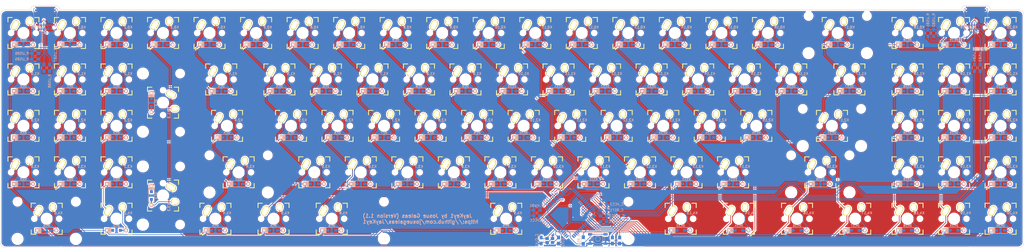
<source format=kicad_pcb>
(kicad_pcb (version 4) (host pcbnew 4.0.7)
  (title_block (title "JayKey1 Layout") (rev "1.1 (180427)") (company "Josue Galeas"))
  (layers (0 F.Cu signal) (31 B.Cu signal) (34 B.Paste user) (35 F.Paste user) (36 B.SilkS user) (37 F.SilkS user) (38 B.Mask user) (39 F.Mask user) (44 Edge.Cuts user))
  (net 0 "")
  (net 1 VCC)
  (net 2 GND)
  (net 3 "Net-(C_CAP1-Pad1)")
  (net 4 "Net-(C_CLK1-Pad1)")
  (net 5 "Net-(C_CLK2-Pad1)")
  (net 6 "Net-(C_REF1-Pad1)")
  (net 7 "Net-(D0,1-Pad2)")
  (net 8 "Net-(D0,2-Pad2)")
  (net 9 "Net-(D0,3-Pad2)")
  (net 10 "Net-(D0,4-Pad2)")
  (net 11 "Net-(D0,5-Pad2)")
  (net 12 "Net-(D0,6-Pad2)")
  (net 13 "Net-(D0,7-Pad2)")
  (net 14 "Net-(D0,8-Pad2)")
  (net 15 "Net-(D0,9-Pad2)")
  (net 16 "Net-(D0,10-Pad2)")
  (net 17 "Net-(D0,11-Pad2)")
  (net 18 "Net-(D0,12-Pad2)")
  (net 19 "Net-(D0,13-Pad2)")
  (net 20 "Net-(D0,14-Pad2)")
  (net 21 "Net-(D0,15-Pad2)")
  (net 22 "Net-(D0,16-Pad2)")
  (net 23 "Net-(D0,17-Pad2)")
  (net 24 "Net-(D0,18-Pad2)")
  (net 25 "Net-(D0,19-Pad2)")
  (net 26 "Net-(D0,20-Pad2)")
  (net 27 "Net-(D1,1-Pad2)")
  (net 28 "Net-(D1,2-Pad2)")
  (net 29 "Net-(D1,3-Pad2)")
  (net 30 "Net-(D1,4-Pad2)")
  (net 31 "Net-(D1,5-Pad2)")
  (net 32 "Net-(D1,6-Pad2)")
  (net 33 "Net-(D1,7-Pad2)")
  (net 34 "Net-(D1,8-Pad2)")
  (net 35 "Net-(D1,9-Pad2)")
  (net 36 "Net-(D1,10-Pad2)")
  (net 37 "Net-(D1,11-Pad2)")
  (net 38 "Net-(D1,12-Pad2)")
  (net 39 "Net-(D1,13-Pad2)")
  (net 40 "Net-(D1,14-Pad2)")
  (net 41 "Net-(D1,15-Pad2)")
  (net 42 "Net-(D1,16-Pad2)")
  (net 43 "Net-(D1,17-Pad2)")
  (net 44 "Net-(D1,18-Pad2)")
  (net 45 "Net-(D1,19-Pad2)")
  (net 46 "Net-(D1,20-Pad2)")
  (net 47 "Net-(D2,1-Pad2)")
  (net 48 "Net-(D2,2-Pad2)")
  (net 49 "Net-(D2,4-Pad2)")
  (net 50 "Net-(D2,5-Pad2)")
  (net 51 "Net-(D2,6-Pad2)")
  (net 52 "Net-(D2,7-Pad2)")
  (net 53 "Net-(D2,8-Pad2)")
  (net 54 "Net-(D2,9-Pad2)")
  (net 55 "Net-(D2,10-Pad2)")
  (net 56 "Net-(D2,11-Pad2)")
  (net 57 "Net-(D2,12-Pad2)")
  (net 58 "Net-(D2,13-Pad2)")
  (net 59 "Net-(D2,14-Pad2)")
  (net 60 "Net-(D2,15-Pad2)")
  (net 61 "Net-(D2,17-Pad2)")
  (net 62 "Net-(D2,18-Pad2)")
  (net 63 "Net-(D2,19-Pad2)")
  (net 64 "Net-(D3,1-Pad2)")
  (net 65 "Net-(D3,2-Pad2)")
  (net 66 "Net-(D3,3-Pad2)")
  (net 67 "Net-(D3,4-Pad2)")
  (net 68 "Net-(D3,5-Pad2)")
  (net 69 "Net-(D3,6-Pad2)")
  (net 70 "Net-(D3,7-Pad2)")
  (net 71 "Net-(D3,8-Pad2)")
  (net 72 "Net-(D3,9-Pad2)")
  (net 73 "Net-(D3,10-Pad2)")
  (net 74 "Net-(D3,11-Pad2)")
  (net 75 "Net-(D3,12-Pad2)")
  (net 76 "Net-(D3,13-Pad2)")
  (net 77 "Net-(D3,14-Pad2)")
  (net 78 "Net-(D3,16-Pad2)")
  (net 79 "Net-(D3,18-Pad2)")
  (net 80 "Net-(D3,19-Pad2)")
  (net 81 "Net-(D4,2-Pad2)")
  (net 82 "Net-(D4,4-Pad2)")
  (net 83 "Net-(D4,5-Pad2)")
  (net 84 "Net-(D4,6-Pad2)")
  (net 85 "Net-(D4,9-Pad2)")
  (net 86 "Net-(D4,13-Pad2)")
  (net 87 "Net-(J1-PadA5)")
  (net 88 "Net-(J1-PadA6)")
  (net 89 "Net-(J1-PadA7)")
  (net 90 "Net-(J1-PadB5)")
  (net 91 "Net-(R_HWB1-Pad2)")
  (net 92 "Net-(R_RST1-Pad1)")
  (net 93 "Net-(R_USB3-Pad1)")
  (net 94 "Net-(R_USB4-Pad1)")
  (net 95 "Net-(D0,0-Pad2)")
  (net 96 "Net-(D1,0-Pad2)")
  (net 97 "Net-(D2,0-Pad2)")
  (net 98 "Net-(D2,20-Pad2)")
  (net 99 "Net-(D3,0-Pad2)")
  (net 100 "Net-(D3,20-Pad2)")
  (net 101 "Net-(D4,0-Pad2)")
  (net 102 "Net-(D4,14-Pad2)")
  (net 103 "Net-(D4,16-Pad2)")
  (net 104 "Net-(D4,17-Pad2)")
  (net 105 "Net-(D4,18-Pad2)")
  (net 106 "Net-(D4,19-Pad2)")
  (net 107 "Net-(D4,20-Pad2)")
  (net 108 "/Key Matrix/row0")
  (net 109 "/Key Matrix/row1")
  (net 110 "/Key Matrix/row2")
  (net 111 "/Key Matrix/row3")
  (net 112 "/Key Matrix/row4")
  (net 113 "/Key Matrix/col00")
  (net 114 "/Key Matrix/col01")
  (net 115 "/Key Matrix/col02")
  (net 116 "/Key Matrix/col03")
  (net 117 "/Key Matrix/col04")
  (net 118 "/Key Matrix/col05")
  (net 119 "/Key Matrix/col06")
  (net 120 "/Key Matrix/col07")
  (net 121 "/Key Matrix/col08")
  (net 122 "/Key Matrix/col09")
  (net 123 "/Key Matrix/col10")
  (net 124 "/Key Matrix/col11")
  (net 125 "/Key Matrix/col12")
  (net 126 "/Key Matrix/col13")
  (net 127 "/Key Matrix/col14")
  (net 128 "/Key Matrix/col15")
  (net 129 "/Key Matrix/col16")
  (net 130 "/Key Matrix/col17")
  (net 131 "/Key Matrix/col18")
  (net 132 "/Key Matrix/col19")
  (net 133 "/Key Matrix/col20")
  (net 134 "Net-(J2-PadA5)")
  (net 135 "Net-(J2-PadB5)")
  (net 136 "Net-(J2-PadA6)")
  (net 137 "Net-(J2-PadA7)")
  (module Housings_QFP:TQFP-64_14x14mm_Pitch0.8mm (layer B.Cu) (at 273.84375 109.5375 135)
    (fp_text reference U1 (at -0.000001 5.893293 135) (layer B.SilkS) (effects (justify mirror)))
    (fp_text value AT90USB1286)
    (pad 1 smd rect (at -7.7 6 135) (size 1.5 0.55) (layers B.Cu B.Paste B.Mask))
    (pad 2 smd rect (at -7.7 5.2 135) (size 1.5 0.55) (layers B.Cu B.Paste B.Mask))
    (pad 3 smd rect (at -7.7 4.4 135) (size 1.5 0.55) (layers B.Cu B.Paste B.Mask) (net 1 VCC))
    (pad 4 smd rect (at -7.7 3.6 135) (size 1.5 0.55) (layers B.Cu B.Paste B.Mask) (net 93 "Net-(R_USB3-Pad1)"))
    (pad 5 smd rect (at -7.7 2.8 135) (size 1.5 0.55) (layers B.Cu B.Paste B.Mask) (net 94 "Net-(R_USB4-Pad1)"))
    (pad 6 smd rect (at -7.7 2 135) (size 1.5 0.55) (layers B.Cu B.Paste B.Mask) (net 2 GND))
    (pad 7 smd rect (at -7.7 1.2 135) (size 1.5 0.55) (layers B.Cu B.Paste B.Mask) (net 3 "Net-(C_CAP1-Pad1)"))
    (pad 8 smd rect (at -7.7 0.4 135) (size 1.5 0.55) (layers B.Cu B.Paste B.Mask) (net 1 VCC))
    (pad 9 smd rect (at -7.7 -0.4 135) (size 1.5 0.55) (layers B.Cu B.Paste B.Mask))
    (pad 10 smd rect (at -7.7 -1.2 135) (size 1.5 0.55) (layers B.Cu B.Paste B.Mask))
    (pad 11 smd rect (at -7.7 -2 135) (size 1.5 0.55) (layers B.Cu B.Paste B.Mask))
    (pad 12 smd rect (at -7.7 -2.8 135) (size 1.5 0.55) (layers B.Cu B.Paste B.Mask))
    (pad 13 smd rect (at -7.7 -3.6 135) (size 1.5 0.55) (layers B.Cu B.Paste B.Mask))
    (pad 14 smd rect (at -7.7 -4.4 135) (size 1.5 0.55) (layers B.Cu B.Paste B.Mask))
    (pad 15 smd rect (at -7.7 -5.2 135) (size 1.5 0.55) (layers B.Cu B.Paste B.Mask))
    (pad 16 smd rect (at -7.7 -6 135) (size 1.5 0.55) (layers B.Cu B.Paste B.Mask))
    (pad 17 smd rect (at -6 -7.7 45) (size 1.5 0.55) (layers B.Cu B.Paste B.Mask))
    (pad 18 smd rect (at -5.2 -7.7 45) (size 1.5 0.55) (layers B.Cu B.Paste B.Mask))
    (pad 19 smd rect (at -4.4 -7.7 45) (size 1.5 0.55) (layers B.Cu B.Paste B.Mask))
    (pad 20 smd rect (at -3.6 -7.7 45) (size 1.5 0.55) (layers B.Cu B.Paste B.Mask) (net 92 "Net-(R_RST1-Pad1)"))
    (pad 21 smd rect (at -2.8 -7.7 45) (size 1.5 0.55) (layers B.Cu B.Paste B.Mask) (net 1 VCC))
    (pad 22 smd rect (at -2 -7.7 45) (size 1.5 0.55) (layers B.Cu B.Paste B.Mask) (net 2 GND))
    (pad 23 smd rect (at -1.2 -7.7 45) (size 1.5 0.55) (layers B.Cu B.Paste B.Mask) (net 5 "Net-(C_CLK2-Pad1)"))
    (pad 24 smd rect (at -0.4 -7.7 45) (size 1.5 0.55) (layers B.Cu B.Paste B.Mask) (net 4 "Net-(C_CLK1-Pad1)"))
    (pad 25 smd rect (at 0.4 -7.7 45) (size 1.5 0.55) (layers B.Cu B.Paste B.Mask))
    (pad 26 smd rect (at 1.2 -7.7 45) (size 1.5 0.55) (layers B.Cu B.Paste B.Mask))
    (pad 27 smd rect (at 2 -7.7 45) (size 1.5 0.55) (layers B.Cu B.Paste B.Mask))
    (pad 28 smd rect (at 2.8 -7.7 45) (size 1.5 0.55) (layers B.Cu B.Paste B.Mask))
    (pad 29 smd rect (at 3.6 -7.7 45) (size 1.5 0.55) (layers B.Cu B.Paste B.Mask))
    (pad 30 smd rect (at 4.4 -7.7 45) (size 1.5 0.55) (layers B.Cu B.Paste B.Mask))
    (pad 31 smd rect (at 5.2 -7.7 45) (size 1.5 0.55) (layers B.Cu B.Paste B.Mask))
    (pad 32 smd rect (at 6 -7.7 45) (size 1.5 0.55) (layers B.Cu B.Paste B.Mask))
    (pad 33 smd rect (at 7.7 -6 135) (size 1.5 0.55) (layers B.Cu B.Paste B.Mask))
    (pad 34 smd rect (at 7.7 -5.2 135) (size 1.5 0.55) (layers B.Cu B.Paste B.Mask))
    (pad 35 smd rect (at 7.7 -4.4 135) (size 1.5 0.55) (layers B.Cu B.Paste B.Mask))
    (pad 36 smd rect (at 7.7 -3.6 135) (size 1.5 0.55) (layers B.Cu B.Paste B.Mask))
    (pad 37 smd rect (at 7.7 -2.8 135) (size 1.5 0.55) (layers B.Cu B.Paste B.Mask))
    (pad 38 smd rect (at 7.7 -2 135) (size 1.5 0.55) (layers B.Cu B.Paste B.Mask))
    (pad 39 smd rect (at 7.7 -1.2 135) (size 1.5 0.55) (layers B.Cu B.Paste B.Mask))
    (pad 40 smd rect (at 7.7 -0.4 135) (size 1.5 0.55) (layers B.Cu B.Paste B.Mask))
    (pad 41 smd rect (at 7.7 0.4 135) (size 1.5 0.55) (layers B.Cu B.Paste B.Mask))
    (pad 42 smd rect (at 7.7 1.2 135) (size 1.5 0.55) (layers B.Cu B.Paste B.Mask))
    (pad 43 smd rect (at 7.7 2 135) (size 1.5 0.55) (layers B.Cu B.Paste B.Mask) (net 91 "Net-(R_HWB1-Pad2)"))
    (pad 44 smd rect (at 7.7 2.8 135) (size 1.5 0.55) (layers B.Cu B.Paste B.Mask))
    (pad 45 smd rect (at 7.7 3.6 135) (size 1.5 0.55) (layers B.Cu B.Paste B.Mask))
    (pad 46 smd rect (at 7.7 4.4 135) (size 1.5 0.55) (layers B.Cu B.Paste B.Mask))
    (pad 47 smd rect (at 7.7 5.2 135) (size 1.5 0.55) (layers B.Cu B.Paste B.Mask))
    (pad 48 smd rect (at 7.7 6 135) (size 1.5 0.55) (layers B.Cu B.Paste B.Mask))
    (pad 49 smd rect (at 6 7.7 45) (size 1.5 0.55) (layers B.Cu B.Paste B.Mask))
    (pad 50 smd rect (at 5.2 7.7 45) (size 1.5 0.55) (layers B.Cu B.Paste B.Mask))
    (pad 51 smd rect (at 4.4 7.7 45) (size 1.5 0.55) (layers B.Cu B.Paste B.Mask))
    (pad 52 smd rect (at 3.6 7.7 45) (size 1.5 0.55) (layers B.Cu B.Paste B.Mask) (net 1 VCC))
    (pad 53 smd rect (at 2.8 7.7 45) (size 1.5 0.55) (layers B.Cu B.Paste B.Mask) (net 2 GND))
    (pad 54 smd rect (at 2 7.7 45) (size 1.5 0.55) (layers B.Cu B.Paste B.Mask))
    (pad 55 smd rect (at 1.2 7.7 45) (size 1.5 0.55) (layers B.Cu B.Paste B.Mask))
    (pad 56 smd rect (at 0.4 7.7 45) (size 1.5 0.55) (layers B.Cu B.Paste B.Mask))
    (pad 57 smd rect (at -0.4 7.7 45) (size 1.5 0.55) (layers B.Cu B.Paste B.Mask))
    (pad 58 smd rect (at -1.2 7.7 45) (size 1.5 0.55) (layers B.Cu B.Paste B.Mask))
    (pad 59 smd rect (at -2 7.7 45) (size 1.5 0.55) (layers B.Cu B.Paste B.Mask))
    (pad 60 smd rect (at -2.8 7.7 45) (size 1.5 0.55) (layers B.Cu B.Paste B.Mask))
    (pad 61 smd rect (at -3.6 7.7 45) (size 1.5 0.55) (layers B.Cu B.Paste B.Mask))
    (pad 62 smd rect (at -4.4 7.7 45) (size 1.5 0.55) (layers B.Cu B.Paste B.Mask) (net 6 "Net-(C_REF1-Pad1)"))
    (pad 63 smd rect (at -5.2 7.7 45) (size 1.5 0.55) (layers B.Cu B.Paste B.Mask) (net 2 GND))
    (pad 64 smd rect (at -6 7.7 45) (size 1.5 0.55) (layers B.Cu B.Paste B.Mask) (net 1 VCC))
  )
  (module keebs:Mx_Alps_100 (layer F.Cu) (at 411.95625 54.76875)
    (fp_text reference K1,18 (at 4.7625 -2.38125) (layer B.SilkS) (effects (font (thickness 0.2)) (justify mirror)))
    (fp_text value KEYSW hide)
    (pad HOLE np_thru_hole circle (at 0 0) (size 3.9878 3.9878) (drill 3.9878) (layers *.Cu))
    (pad HOLE np_thru_hole circle (at -5.08 0) (size 1.7018 1.7018) (drill 1.7018) (layers *.Cu))
    (pad HOLE np_thru_hole circle (at 5.08 0) (size 1.7018 1.7018) (drill 1.7018) (layers *.Cu))
    (pad 1 thru_hole oval (at -3.405 -3.27 330.95) (size 2.5 4.17) (drill oval 1.5 3.17) (layers *.Cu *.Mask F.SilkS) (net 131 "/Key Matrix/col18"))
    (pad 2 thru_hole oval (at 2.52 -4.79 356.1) (size 2.5 3.08) (drill oval 1.5 2.08) (layers *.Cu *.Mask F.SilkS) (net 44 "Net-(D1,18-Pad2)"))
  )
  (module keebs:Mx_Alps_100 (layer F.Cu) (at 411.95625 35.71875)
    (fp_text reference K0,18 (at 4.7625 -2.38125) (layer B.SilkS) (effects (font (thickness 0.2)) (justify mirror)))
    (fp_text value KEYSW hide)
    (pad HOLE np_thru_hole circle (at 0 0) (size 3.9878 3.9878) (drill 3.9878) (layers *.Cu))
    (pad HOLE np_thru_hole circle (at -5.08 0) (size 1.7018 1.7018) (drill 1.7018) (layers *.Cu))
    (pad HOLE np_thru_hole circle (at 5.08 0) (size 1.7018 1.7018) (drill 1.7018) (layers *.Cu))
    (pad 1 thru_hole oval (at -3.405 -3.27 330.95) (size 2.5 4.17) (drill oval 1.5 3.17) (layers *.Cu *.Mask F.SilkS) (net 131 "/Key Matrix/col18"))
    (pad 2 thru_hole oval (at 2.52 -4.79 356.1) (size 2.5 3.08) (drill oval 1.5 2.08) (layers *.Cu *.Mask F.SilkS) (net 24 "Net-(D0,18-Pad2)"))
  )
  (module Capacitors_SMD:C_0805_HandSoldering (layer B.Cu) (at 287.535938 110.728126)
    (fp_text reference C_AVCC1 (at 5.357813 0) (layer B.SilkS) (effects (justify mirror)))
    (fp_text value 100n)
    (pad 1 smd rect (at -1.25 0) (size 1.5 1.25) (layers B.Cu B.Paste B.Mask) (net 1 VCC))
    (pad 2 smd rect (at 1.25 0) (size 1.5 1.25) (layers B.Cu B.Paste B.Mask) (net 2 GND))
  )
  (module Capacitors_SMD:C_0805_HandSoldering (layer B.Cu) (at 291.107813 120.848438 270)
    (fp_text reference C_CAP1 (at 0 -1.785937 270) (layer B.SilkS) (effects (justify mirror)))
    (fp_text value 1u)
    (pad 1 smd rect (at -1.25 0 270) (size 1.5 1.25) (layers B.Cu B.Paste B.Mask) (net 3 "Net-(C_CAP1-Pad1)"))
    (pad 2 smd rect (at 1.25 0 270) (size 1.5 1.25) (layers B.Cu B.Paste B.Mask) (net 2 GND))
  )
  (module Capacitors_SMD:C_0805_HandSoldering (layer B.Cu) (at 261.9375 120.848438 270)
    (fp_text reference C_CLK1 (at 0 1.785937 270) (layer B.SilkS) (effects (justify mirror)))
    (fp_text value 22p)
    (pad 1 smd rect (at -1.25 0 270) (size 1.5 1.25) (layers B.Cu B.Paste B.Mask) (net 4 "Net-(C_CLK1-Pad1)"))
    (pad 2 smd rect (at 1.25 0 270) (size 1.5 1.25) (layers B.Cu B.Paste B.Mask) (net 2 GND))
  )
  (module Capacitors_SMD:C_0805_HandSoldering (layer B.Cu) (at 269.08125 120.848438 270)
    (fp_text reference C_CLK2 (at 0 -1.785938 270) (layer B.SilkS) (effects (justify mirror)))
    (fp_text value 22p)
    (pad 1 smd rect (at -1.25 0 270) (size 1.5 1.25) (layers B.Cu B.Paste B.Mask) (net 5 "Net-(C_CLK2-Pad1)"))
    (pad 2 smd rect (at 1.25 0 270) (size 1.5 1.25) (layers B.Cu B.Paste B.Mask) (net 2 GND))
  )
  (module Capacitors_SMD:C_0805_HandSoldering (layer B.Cu) (at 287.535938 108.346876)
    (fp_text reference C_REF1 (at 5.357812 0) (layer B.SilkS) (effects (justify mirror)))
    (fp_text value 100n)
    (pad 1 smd rect (at -1.25 0) (size 1.5 1.25) (layers B.Cu B.Paste B.Mask) (net 6 "Net-(C_REF1-Pad1)"))
    (pad 2 smd rect (at 1.25 0) (size 1.5 1.25) (layers B.Cu B.Paste B.Mask) (net 2 GND))
  )
  (module Capacitors_SMD:C_0805_HandSoldering (layer B.Cu) (at 287.535938 113.109376)
    (fp_text reference C_UVCC1 (at 5.357813 0) (layer B.SilkS) (effects (justify mirror)))
    (fp_text value 1u)
    (pad 1 smd rect (at -1.25 0) (size 1.5 1.25) (layers B.Cu B.Paste B.Mask) (net 1 VCC))
    (pad 2 smd rect (at 1.25 0) (size 1.5 1.25) (layers B.Cu B.Paste B.Mask) (net 2 GND))
  )
  (module Capacitors_SMD:C_0805_HandSoldering (layer B.Cu) (at 260.151563 110.728126 180)
    (fp_text reference C_VCC1 (at -0.000001 -1.785938 180) (layer B.SilkS) (effects (justify mirror)))
    (fp_text value 100n)
    (pad 1 smd rect (at -1.25 0 180) (size 1.5 1.25) (layers B.Cu B.Paste B.Mask) (net 1 VCC))
    (pad 2 smd rect (at 1.25 0 180) (size 1.5 1.25) (layers B.Cu B.Paste B.Mask) (net 2 GND))
  )
  (module Capacitors_SMD:C_0805_HandSoldering (layer B.Cu) (at 287.535938 105.965626)
    (fp_text reference C_VCC2 (at 5.357813 0) (layer B.SilkS) (effects (justify mirror)))
    (fp_text value 100n)
    (pad 1 smd rect (at -1.25 0) (size 1.5 1.25) (layers B.Cu B.Paste B.Mask) (net 1 VCC))
    (pad 2 smd rect (at 1.25 0) (size 1.5 1.25) (layers B.Cu B.Paste B.Mask) (net 2 GND))
  )
  (module keyboard_parts:D_SOD123_axial (layer B.Cu) (at 50.00625 40.48125)
    (fp_text reference D0,0 (at 0 -1.925) (layer B.SilkS) (effects (font (size 0.8 0.8)) (justify mirror)))
    (fp_text value D hide)
    (pad 2 smd rect (at 1.575 0) (size 1.2 1.2) (layers B.Cu B.Paste B.Mask) (net 95 "Net-(D0,0-Pad2)"))
    (pad 1 smd rect (at -1.575 0) (size 1.2 1.2) (layers B.Cu B.Paste B.Mask) (net 108 "/Key Matrix/row0"))
    (pad 1 thru_hole rect (at -3.9 0) (size 1.6 1.6) (drill 0.7) (layers *.Cu *.Mask B.SilkS) (net 108 "/Key Matrix/row0"))
    (pad 2 thru_hole circle (at 3.9 0) (size 1.6 1.6) (drill 0.7) (layers *.Cu *.Mask B.SilkS) (net 95 "Net-(D0,0-Pad2)"))
    (pad 1 smd rect (at -2.7 0) (size 2.5 0.5) (layers B.Cu) (net 108 "/Key Matrix/row0"))
    (pad 2 smd rect (at 2.7 0) (size 2.5 0.5) (layers B.Cu) (net 95 "Net-(D0,0-Pad2)"))
  )
  (module keyboard_parts:D_SOD123_axial (layer B.Cu) (at 69.05625 40.48125)
    (fp_text reference D0,1 (at 0 -1.925) (layer B.SilkS) (effects (font (size 0.8 0.8)) (justify mirror)))
    (fp_text value D hide)
    (pad 2 smd rect (at 1.575 0) (size 1.2 1.2) (layers B.Cu B.Paste B.Mask) (net 7 "Net-(D0,1-Pad2)"))
    (pad 1 smd rect (at -1.575 0) (size 1.2 1.2) (layers B.Cu B.Paste B.Mask) (net 108 "/Key Matrix/row0"))
    (pad 1 thru_hole rect (at -3.9 0) (size 1.6 1.6) (drill 0.7) (layers *.Cu *.Mask B.SilkS) (net 108 "/Key Matrix/row0"))
    (pad 2 thru_hole circle (at 3.9 0) (size 1.6 1.6) (drill 0.7) (layers *.Cu *.Mask B.SilkS) (net 7 "Net-(D0,1-Pad2)"))
    (pad 1 smd rect (at -2.7 0) (size 2.5 0.5) (layers B.Cu) (net 108 "/Key Matrix/row0"))
    (pad 2 smd rect (at 2.7 0) (size 2.5 0.5) (layers B.Cu) (net 7 "Net-(D0,1-Pad2)"))
  )
  (module keyboard_parts:D_SOD123_axial (layer B.Cu) (at 88.10625 40.48125)
    (fp_text reference D0,2 (at 0 -1.925) (layer B.SilkS) (effects (font (size 0.8 0.8)) (justify mirror)))
    (fp_text value D hide)
    (pad 2 smd rect (at 1.575 0) (size 1.2 1.2) (layers B.Cu B.Paste B.Mask) (net 8 "Net-(D0,2-Pad2)"))
    (pad 1 smd rect (at -1.575 0) (size 1.2 1.2) (layers B.Cu B.Paste B.Mask) (net 108 "/Key Matrix/row0"))
    (pad 1 thru_hole rect (at -3.9 0) (size 1.6 1.6) (drill 0.7) (layers *.Cu *.Mask B.SilkS) (net 108 "/Key Matrix/row0"))
    (pad 2 thru_hole circle (at 3.9 0) (size 1.6 1.6) (drill 0.7) (layers *.Cu *.Mask B.SilkS) (net 8 "Net-(D0,2-Pad2)"))
    (pad 1 smd rect (at -2.7 0) (size 2.5 0.5) (layers B.Cu) (net 108 "/Key Matrix/row0"))
    (pad 2 smd rect (at 2.7 0) (size 2.5 0.5) (layers B.Cu) (net 8 "Net-(D0,2-Pad2)"))
  )
  (module keyboard_parts:D_SOD123_axial (layer B.Cu) (at 107.15625 40.48125)
    (fp_text reference D0,3 (at 0 -1.925) (layer B.SilkS) (effects (font (size 0.8 0.8)) (justify mirror)))
    (fp_text value D hide)
    (pad 2 smd rect (at 1.575 0) (size 1.2 1.2) (layers B.Cu B.Paste B.Mask) (net 9 "Net-(D0,3-Pad2)"))
    (pad 1 smd rect (at -1.575 0) (size 1.2 1.2) (layers B.Cu B.Paste B.Mask) (net 108 "/Key Matrix/row0"))
    (pad 1 thru_hole rect (at -3.9 0) (size 1.6 1.6) (drill 0.7) (layers *.Cu *.Mask B.SilkS) (net 108 "/Key Matrix/row0"))
    (pad 2 thru_hole circle (at 3.9 0) (size 1.6 1.6) (drill 0.7) (layers *.Cu *.Mask B.SilkS) (net 9 "Net-(D0,3-Pad2)"))
    (pad 1 smd rect (at -2.7 0) (size 2.5 0.5) (layers B.Cu) (net 108 "/Key Matrix/row0"))
    (pad 2 smd rect (at 2.7 0) (size 2.5 0.5) (layers B.Cu) (net 9 "Net-(D0,3-Pad2)"))
  )
  (module keyboard_parts:D_SOD123_axial (layer B.Cu) (at 126.20625 40.48125)
    (fp_text reference D0,4 (at 0 -1.925) (layer B.SilkS) (effects (font (size 0.8 0.8)) (justify mirror)))
    (fp_text value D hide)
    (pad 2 smd rect (at 1.575 0) (size 1.2 1.2) (layers B.Cu B.Paste B.Mask) (net 10 "Net-(D0,4-Pad2)"))
    (pad 1 smd rect (at -1.575 0) (size 1.2 1.2) (layers B.Cu B.Paste B.Mask) (net 108 "/Key Matrix/row0"))
    (pad 1 thru_hole rect (at -3.9 0) (size 1.6 1.6) (drill 0.7) (layers *.Cu *.Mask B.SilkS) (net 108 "/Key Matrix/row0"))
    (pad 2 thru_hole circle (at 3.9 0) (size 1.6 1.6) (drill 0.7) (layers *.Cu *.Mask B.SilkS) (net 10 "Net-(D0,4-Pad2)"))
    (pad 1 smd rect (at -2.7 0) (size 2.5 0.5) (layers B.Cu) (net 108 "/Key Matrix/row0"))
    (pad 2 smd rect (at 2.7 0) (size 2.5 0.5) (layers B.Cu) (net 10 "Net-(D0,4-Pad2)"))
  )
  (module keyboard_parts:D_SOD123_axial (layer B.Cu) (at 145.25625 40.48125)
    (fp_text reference D0,5 (at 0 -1.925) (layer B.SilkS) (effects (font (size 0.8 0.8)) (justify mirror)))
    (fp_text value D hide)
    (pad 2 smd rect (at 1.575 0) (size 1.2 1.2) (layers B.Cu B.Paste B.Mask) (net 11 "Net-(D0,5-Pad2)"))
    (pad 1 smd rect (at -1.575 0) (size 1.2 1.2) (layers B.Cu B.Paste B.Mask) (net 108 "/Key Matrix/row0"))
    (pad 1 thru_hole rect (at -3.9 0) (size 1.6 1.6) (drill 0.7) (layers *.Cu *.Mask B.SilkS) (net 108 "/Key Matrix/row0"))
    (pad 2 thru_hole circle (at 3.9 0) (size 1.6 1.6) (drill 0.7) (layers *.Cu *.Mask B.SilkS) (net 11 "Net-(D0,5-Pad2)"))
    (pad 1 smd rect (at -2.7 0) (size 2.5 0.5) (layers B.Cu) (net 108 "/Key Matrix/row0"))
    (pad 2 smd rect (at 2.7 0) (size 2.5 0.5) (layers B.Cu) (net 11 "Net-(D0,5-Pad2)"))
  )
  (module keyboard_parts:D_SOD123_axial (layer B.Cu) (at 164.30625 40.48125)
    (fp_text reference D0,6 (at 0 -1.925) (layer B.SilkS) (effects (font (size 0.8 0.8)) (justify mirror)))
    (fp_text value D hide)
    (pad 2 smd rect (at 1.575 0) (size 1.2 1.2) (layers B.Cu B.Paste B.Mask) (net 12 "Net-(D0,6-Pad2)"))
    (pad 1 smd rect (at -1.575 0) (size 1.2 1.2) (layers B.Cu B.Paste B.Mask) (net 108 "/Key Matrix/row0"))
    (pad 1 thru_hole rect (at -3.9 0) (size 1.6 1.6) (drill 0.7) (layers *.Cu *.Mask B.SilkS) (net 108 "/Key Matrix/row0"))
    (pad 2 thru_hole circle (at 3.9 0) (size 1.6 1.6) (drill 0.7) (layers *.Cu *.Mask B.SilkS) (net 12 "Net-(D0,6-Pad2)"))
    (pad 1 smd rect (at -2.7 0) (size 2.5 0.5) (layers B.Cu) (net 108 "/Key Matrix/row0"))
    (pad 2 smd rect (at 2.7 0) (size 2.5 0.5) (layers B.Cu) (net 12 "Net-(D0,6-Pad2)"))
  )
  (module keyboard_parts:D_SOD123_axial (layer B.Cu) (at 183.35625 40.48125)
    (fp_text reference D0,7 (at 0 -1.925) (layer B.SilkS) (effects (font (size 0.8 0.8)) (justify mirror)))
    (fp_text value D hide)
    (pad 2 smd rect (at 1.575 0) (size 1.2 1.2) (layers B.Cu B.Paste B.Mask) (net 13 "Net-(D0,7-Pad2)"))
    (pad 1 smd rect (at -1.575 0) (size 1.2 1.2) (layers B.Cu B.Paste B.Mask) (net 108 "/Key Matrix/row0"))
    (pad 1 thru_hole rect (at -3.9 0) (size 1.6 1.6) (drill 0.7) (layers *.Cu *.Mask B.SilkS) (net 108 "/Key Matrix/row0"))
    (pad 2 thru_hole circle (at 3.9 0) (size 1.6 1.6) (drill 0.7) (layers *.Cu *.Mask B.SilkS) (net 13 "Net-(D0,7-Pad2)"))
    (pad 1 smd rect (at -2.7 0) (size 2.5 0.5) (layers B.Cu) (net 108 "/Key Matrix/row0"))
    (pad 2 smd rect (at 2.7 0) (size 2.5 0.5) (layers B.Cu) (net 13 "Net-(D0,7-Pad2)"))
  )
  (module keyboard_parts:D_SOD123_axial (layer B.Cu) (at 202.40625 40.48125)
    (fp_text reference D0,8 (at 0 -1.925) (layer B.SilkS) (effects (font (size 0.8 0.8)) (justify mirror)))
    (fp_text value D hide)
    (pad 2 smd rect (at 1.575 0) (size 1.2 1.2) (layers B.Cu B.Paste B.Mask) (net 14 "Net-(D0,8-Pad2)"))
    (pad 1 smd rect (at -1.575 0) (size 1.2 1.2) (layers B.Cu B.Paste B.Mask) (net 108 "/Key Matrix/row0"))
    (pad 1 thru_hole rect (at -3.9 0) (size 1.6 1.6) (drill 0.7) (layers *.Cu *.Mask B.SilkS) (net 108 "/Key Matrix/row0"))
    (pad 2 thru_hole circle (at 3.9 0) (size 1.6 1.6) (drill 0.7) (layers *.Cu *.Mask B.SilkS) (net 14 "Net-(D0,8-Pad2)"))
    (pad 1 smd rect (at -2.7 0) (size 2.5 0.5) (layers B.Cu) (net 108 "/Key Matrix/row0"))
    (pad 2 smd rect (at 2.7 0) (size 2.5 0.5) (layers B.Cu) (net 14 "Net-(D0,8-Pad2)"))
  )
  (module keyboard_parts:D_SOD123_axial (layer B.Cu) (at 221.45625 40.48125)
    (fp_text reference D0,9 (at 0 -1.925) (layer B.SilkS) (effects (font (size 0.8 0.8)) (justify mirror)))
    (fp_text value D hide)
    (pad 2 smd rect (at 1.575 0) (size 1.2 1.2) (layers B.Cu B.Paste B.Mask) (net 15 "Net-(D0,9-Pad2)"))
    (pad 1 smd rect (at -1.575 0) (size 1.2 1.2) (layers B.Cu B.Paste B.Mask) (net 108 "/Key Matrix/row0"))
    (pad 1 thru_hole rect (at -3.9 0) (size 1.6 1.6) (drill 0.7) (layers *.Cu *.Mask B.SilkS) (net 108 "/Key Matrix/row0"))
    (pad 2 thru_hole circle (at 3.9 0) (size 1.6 1.6) (drill 0.7) (layers *.Cu *.Mask B.SilkS) (net 15 "Net-(D0,9-Pad2)"))
    (pad 1 smd rect (at -2.7 0) (size 2.5 0.5) (layers B.Cu) (net 108 "/Key Matrix/row0"))
    (pad 2 smd rect (at 2.7 0) (size 2.5 0.5) (layers B.Cu) (net 15 "Net-(D0,9-Pad2)"))
  )
  (module keyboard_parts:D_SOD123_axial (layer B.Cu) (at 240.50625 40.48125)
    (fp_text reference D0,10 (at 0 -1.925) (layer B.SilkS) (effects (font (size 0.8 0.8)) (justify mirror)))
    (fp_text value D hide)
    (pad 2 smd rect (at 1.575 0) (size 1.2 1.2) (layers B.Cu B.Paste B.Mask) (net 16 "Net-(D0,10-Pad2)"))
    (pad 1 smd rect (at -1.575 0) (size 1.2 1.2) (layers B.Cu B.Paste B.Mask) (net 108 "/Key Matrix/row0"))
    (pad 1 thru_hole rect (at -3.9 0) (size 1.6 1.6) (drill 0.7) (layers *.Cu *.Mask B.SilkS) (net 108 "/Key Matrix/row0"))
    (pad 2 thru_hole circle (at 3.9 0) (size 1.6 1.6) (drill 0.7) (layers *.Cu *.Mask B.SilkS) (net 16 "Net-(D0,10-Pad2)"))
    (pad 1 smd rect (at -2.7 0) (size 2.5 0.5) (layers B.Cu) (net 108 "/Key Matrix/row0"))
    (pad 2 smd rect (at 2.7 0) (size 2.5 0.5) (layers B.Cu) (net 16 "Net-(D0,10-Pad2)"))
  )
  (module keyboard_parts:D_SOD123_axial (layer B.Cu) (at 259.55625 40.48125)
    (fp_text reference D0,11 (at 0 -1.925) (layer B.SilkS) (effects (font (size 0.8 0.8)) (justify mirror)))
    (fp_text value D hide)
    (pad 2 smd rect (at 1.575 0) (size 1.2 1.2) (layers B.Cu B.Paste B.Mask) (net 17 "Net-(D0,11-Pad2)"))
    (pad 1 smd rect (at -1.575 0) (size 1.2 1.2) (layers B.Cu B.Paste B.Mask) (net 108 "/Key Matrix/row0"))
    (pad 1 thru_hole rect (at -3.9 0) (size 1.6 1.6) (drill 0.7) (layers *.Cu *.Mask B.SilkS) (net 108 "/Key Matrix/row0"))
    (pad 2 thru_hole circle (at 3.9 0) (size 1.6 1.6) (drill 0.7) (layers *.Cu *.Mask B.SilkS) (net 17 "Net-(D0,11-Pad2)"))
    (pad 1 smd rect (at -2.7 0) (size 2.5 0.5) (layers B.Cu) (net 108 "/Key Matrix/row0"))
    (pad 2 smd rect (at 2.7 0) (size 2.5 0.5) (layers B.Cu) (net 17 "Net-(D0,11-Pad2)"))
  )
  (module keyboard_parts:D_SOD123_axial (layer B.Cu) (at 278.60625 40.48125)
    (fp_text reference D0,12 (at 0 -1.925) (layer B.SilkS) (effects (font (size 0.8 0.8)) (justify mirror)))
    (fp_text value D hide)
    (pad 2 smd rect (at 1.575 0) (size 1.2 1.2) (layers B.Cu B.Paste B.Mask) (net 18 "Net-(D0,12-Pad2)"))
    (pad 1 smd rect (at -1.575 0) (size 1.2 1.2) (layers B.Cu B.Paste B.Mask) (net 108 "/Key Matrix/row0"))
    (pad 1 thru_hole rect (at -3.9 0) (size 1.6 1.6) (drill 0.7) (layers *.Cu *.Mask B.SilkS) (net 108 "/Key Matrix/row0"))
    (pad 2 thru_hole circle (at 3.9 0) (size 1.6 1.6) (drill 0.7) (layers *.Cu *.Mask B.SilkS) (net 18 "Net-(D0,12-Pad2)"))
    (pad 1 smd rect (at -2.7 0) (size 2.5 0.5) (layers B.Cu) (net 108 "/Key Matrix/row0"))
    (pad 2 smd rect (at 2.7 0) (size 2.5 0.5) (layers B.Cu) (net 18 "Net-(D0,12-Pad2)"))
  )
  (module keyboard_parts:D_SOD123_axial (layer B.Cu) (at 297.65625 40.48125)
    (fp_text reference D0,13 (at 0 -1.925) (layer B.SilkS) (effects (font (size 0.8 0.8)) (justify mirror)))
    (fp_text value D hide)
    (pad 2 smd rect (at 1.575 0) (size 1.2 1.2) (layers B.Cu B.Paste B.Mask) (net 19 "Net-(D0,13-Pad2)"))
    (pad 1 smd rect (at -1.575 0) (size 1.2 1.2) (layers B.Cu B.Paste B.Mask) (net 108 "/Key Matrix/row0"))
    (pad 1 thru_hole rect (at -3.9 0) (size 1.6 1.6) (drill 0.7) (layers *.Cu *.Mask B.SilkS) (net 108 "/Key Matrix/row0"))
    (pad 2 thru_hole circle (at 3.9 0) (size 1.6 1.6) (drill 0.7) (layers *.Cu *.Mask B.SilkS) (net 19 "Net-(D0,13-Pad2)"))
    (pad 1 smd rect (at -2.7 0) (size 2.5 0.5) (layers B.Cu) (net 108 "/Key Matrix/row0"))
    (pad 2 smd rect (at 2.7 0) (size 2.5 0.5) (layers B.Cu) (net 19 "Net-(D0,13-Pad2)"))
  )
  (module keyboard_parts:D_SOD123_axial (layer B.Cu) (at 316.70625 40.48125)
    (fp_text reference D0,14 (at 0 -1.925) (layer B.SilkS) (effects (font (size 0.8 0.8)) (justify mirror)))
    (fp_text value D hide)
    (pad 2 smd rect (at 1.575 0) (size 1.2 1.2) (layers B.Cu B.Paste B.Mask) (net 20 "Net-(D0,14-Pad2)"))
    (pad 1 smd rect (at -1.575 0) (size 1.2 1.2) (layers B.Cu B.Paste B.Mask) (net 108 "/Key Matrix/row0"))
    (pad 1 thru_hole rect (at -3.9 0) (size 1.6 1.6) (drill 0.7) (layers *.Cu *.Mask B.SilkS) (net 108 "/Key Matrix/row0"))
    (pad 2 thru_hole circle (at 3.9 0) (size 1.6 1.6) (drill 0.7) (layers *.Cu *.Mask B.SilkS) (net 20 "Net-(D0,14-Pad2)"))
    (pad 1 smd rect (at -2.7 0) (size 2.5 0.5) (layers B.Cu) (net 108 "/Key Matrix/row0"))
    (pad 2 smd rect (at 2.7 0) (size 2.5 0.5) (layers B.Cu) (net 20 "Net-(D0,14-Pad2)"))
  )
  (module keyboard_parts:D_SOD123_axial (layer B.Cu) (at 335.75625 40.48125)
    (fp_text reference D0,15 (at 0 -1.925) (layer B.SilkS) (effects (font (size 0.8 0.8)) (justify mirror)))
    (fp_text value D hide)
    (pad 2 smd rect (at 1.575 0) (size 1.2 1.2) (layers B.Cu B.Paste B.Mask) (net 21 "Net-(D0,15-Pad2)"))
    (pad 1 smd rect (at -1.575 0) (size 1.2 1.2) (layers B.Cu B.Paste B.Mask) (net 108 "/Key Matrix/row0"))
    (pad 1 thru_hole rect (at -3.9 0) (size 1.6 1.6) (drill 0.7) (layers *.Cu *.Mask B.SilkS) (net 108 "/Key Matrix/row0"))
    (pad 2 thru_hole circle (at 3.9 0) (size 1.6 1.6) (drill 0.7) (layers *.Cu *.Mask B.SilkS) (net 21 "Net-(D0,15-Pad2)"))
    (pad 1 smd rect (at -2.7 0) (size 2.5 0.5) (layers B.Cu) (net 108 "/Key Matrix/row0"))
    (pad 2 smd rect (at 2.7 0) (size 2.5 0.5) (layers B.Cu) (net 21 "Net-(D0,15-Pad2)"))
  )
  (module keyboard_parts:D_SOD123_axial (layer B.Cu) (at 354.80625 40.48125)
    (fp_text reference D0,16 (at 0 -1.925) (layer B.SilkS) (effects (font (size 0.8 0.8)) (justify mirror)))
    (fp_text value D hide)
    (pad 2 smd rect (at 1.575 0) (size 1.2 1.2) (layers B.Cu B.Paste B.Mask) (net 22 "Net-(D0,16-Pad2)"))
    (pad 1 smd rect (at -1.575 0) (size 1.2 1.2) (layers B.Cu B.Paste B.Mask) (net 108 "/Key Matrix/row0"))
    (pad 1 thru_hole rect (at -3.9 0) (size 1.6 1.6) (drill 0.7) (layers *.Cu *.Mask B.SilkS) (net 108 "/Key Matrix/row0"))
    (pad 2 thru_hole circle (at 3.9 0) (size 1.6 1.6) (drill 0.7) (layers *.Cu *.Mask B.SilkS) (net 22 "Net-(D0,16-Pad2)"))
    (pad 1 smd rect (at -2.7 0) (size 2.5 0.5) (layers B.Cu) (net 108 "/Key Matrix/row0"))
    (pad 2 smd rect (at 2.7 0) (size 2.5 0.5) (layers B.Cu) (net 22 "Net-(D0,16-Pad2)"))
  )
  (module keyboard_parts:D_SOD123_axial (layer B.Cu) (at 383.38125 40.48125)
    (fp_text reference D0,17 (at 0 -1.925) (layer B.SilkS) (effects (font (size 0.8 0.8)) (justify mirror)))
    (fp_text value D hide)
    (pad 2 smd rect (at 1.575 0) (size 1.2 1.2) (layers B.Cu B.Paste B.Mask) (net 23 "Net-(D0,17-Pad2)"))
    (pad 1 smd rect (at -1.575 0) (size 1.2 1.2) (layers B.Cu B.Paste B.Mask) (net 108 "/Key Matrix/row0"))
    (pad 1 thru_hole rect (at -3.9 0) (size 1.6 1.6) (drill 0.7) (layers *.Cu *.Mask B.SilkS) (net 108 "/Key Matrix/row0"))
    (pad 2 thru_hole circle (at 3.9 0) (size 1.6 1.6) (drill 0.7) (layers *.Cu *.Mask B.SilkS) (net 23 "Net-(D0,17-Pad2)"))
    (pad 1 smd rect (at -2.7 0) (size 2.5 0.5) (layers B.Cu) (net 108 "/Key Matrix/row0"))
    (pad 2 smd rect (at 2.7 0) (size 2.5 0.5) (layers B.Cu) (net 23 "Net-(D0,17-Pad2)"))
  )
  (module keyboard_parts:D_SOD123_axial (layer B.Cu) (at 411.95625 40.48125)
    (fp_text reference D0,18 (at 0 -1.925) (layer B.SilkS) (effects (font (size 0.8 0.8)) (justify mirror)))
    (fp_text value D hide)
    (pad 2 smd rect (at 1.575 0) (size 1.2 1.2) (layers B.Cu B.Paste B.Mask) (net 24 "Net-(D0,18-Pad2)"))
    (pad 1 smd rect (at -1.575 0) (size 1.2 1.2) (layers B.Cu B.Paste B.Mask) (net 108 "/Key Matrix/row0"))
    (pad 1 thru_hole rect (at -3.9 0) (size 1.6 1.6) (drill 0.7) (layers *.Cu *.Mask B.SilkS) (net 108 "/Key Matrix/row0"))
    (pad 2 thru_hole circle (at 3.9 0) (size 1.6 1.6) (drill 0.7) (layers *.Cu *.Mask B.SilkS) (net 24 "Net-(D0,18-Pad2)"))
    (pad 1 smd rect (at -2.7 0) (size 2.5 0.5) (layers B.Cu) (net 108 "/Key Matrix/row0"))
    (pad 2 smd rect (at 2.7 0) (size 2.5 0.5) (layers B.Cu) (net 24 "Net-(D0,18-Pad2)"))
  )
  (module keyboard_parts:D_SOD123_axial (layer B.Cu) (at 431.00625 40.48125)
    (fp_text reference D0,19 (at 0 -1.925) (layer B.SilkS) (effects (font (size 0.8 0.8)) (justify mirror)))
    (fp_text value D hide)
    (pad 2 smd rect (at 1.575 0) (size 1.2 1.2) (layers B.Cu B.Paste B.Mask) (net 25 "Net-(D0,19-Pad2)"))
    (pad 1 smd rect (at -1.575 0) (size 1.2 1.2) (layers B.Cu B.Paste B.Mask) (net 108 "/Key Matrix/row0"))
    (pad 1 thru_hole rect (at -3.9 0) (size 1.6 1.6) (drill 0.7) (layers *.Cu *.Mask B.SilkS) (net 108 "/Key Matrix/row0"))
    (pad 2 thru_hole circle (at 3.9 0) (size 1.6 1.6) (drill 0.7) (layers *.Cu *.Mask B.SilkS) (net 25 "Net-(D0,19-Pad2)"))
    (pad 1 smd rect (at -2.7 0) (size 2.5 0.5) (layers B.Cu) (net 108 "/Key Matrix/row0"))
    (pad 2 smd rect (at 2.7 0) (size 2.5 0.5) (layers B.Cu) (net 25 "Net-(D0,19-Pad2)"))
  )
  (module keyboard_parts:D_SOD123_axial (layer B.Cu) (at 450.05625 40.48125)
    (fp_text reference D0,20 (at 0 -1.925) (layer B.SilkS) (effects (font (size 0.8 0.8)) (justify mirror)))
    (fp_text value D hide)
    (pad 2 smd rect (at 1.575 0) (size 1.2 1.2) (layers B.Cu B.Paste B.Mask) (net 26 "Net-(D0,20-Pad2)"))
    (pad 1 smd rect (at -1.575 0) (size 1.2 1.2) (layers B.Cu B.Paste B.Mask) (net 108 "/Key Matrix/row0"))
    (pad 1 thru_hole rect (at -3.9 0) (size 1.6 1.6) (drill 0.7) (layers *.Cu *.Mask B.SilkS) (net 108 "/Key Matrix/row0"))
    (pad 2 thru_hole circle (at 3.9 0) (size 1.6 1.6) (drill 0.7) (layers *.Cu *.Mask B.SilkS) (net 26 "Net-(D0,20-Pad2)"))
    (pad 1 smd rect (at -2.7 0) (size 2.5 0.5) (layers B.Cu) (net 108 "/Key Matrix/row0"))
    (pad 2 smd rect (at 2.7 0) (size 2.5 0.5) (layers B.Cu) (net 26 "Net-(D0,20-Pad2)"))
  )
  (module keyboard_parts:D_SOD123_axial (layer B.Cu) (at 50.00625 59.53125)
    (fp_text reference D1,0 (at 0 -1.925) (layer B.SilkS) (effects (font (size 0.8 0.8)) (justify mirror)))
    (fp_text value D hide)
    (pad 2 smd rect (at 1.575 0) (size 1.2 1.2) (layers B.Cu B.Paste B.Mask) (net 96 "Net-(D1,0-Pad2)"))
    (pad 1 smd rect (at -1.575 0) (size 1.2 1.2) (layers B.Cu B.Paste B.Mask) (net 109 "/Key Matrix/row1"))
    (pad 1 thru_hole rect (at -3.9 0) (size 1.6 1.6) (drill 0.7) (layers *.Cu *.Mask B.SilkS) (net 109 "/Key Matrix/row1"))
    (pad 2 thru_hole circle (at 3.9 0) (size 1.6 1.6) (drill 0.7) (layers *.Cu *.Mask B.SilkS) (net 96 "Net-(D1,0-Pad2)"))
    (pad 1 smd rect (at -2.7 0) (size 2.5 0.5) (layers B.Cu) (net 109 "/Key Matrix/row1"))
    (pad 2 smd rect (at 2.7 0) (size 2.5 0.5) (layers B.Cu) (net 96 "Net-(D1,0-Pad2)"))
  )
  (module keyboard_parts:D_SOD123_axial (layer B.Cu) (at 69.05625 59.53125)
    (fp_text reference D1,1 (at 0 -1.925) (layer B.SilkS) (effects (font (size 0.8 0.8)) (justify mirror)))
    (fp_text value D hide)
    (pad 2 smd rect (at 1.575 0) (size 1.2 1.2) (layers B.Cu B.Paste B.Mask) (net 27 "Net-(D1,1-Pad2)"))
    (pad 1 smd rect (at -1.575 0) (size 1.2 1.2) (layers B.Cu B.Paste B.Mask) (net 109 "/Key Matrix/row1"))
    (pad 1 thru_hole rect (at -3.9 0) (size 1.6 1.6) (drill 0.7) (layers *.Cu *.Mask B.SilkS) (net 109 "/Key Matrix/row1"))
    (pad 2 thru_hole circle (at 3.9 0) (size 1.6 1.6) (drill 0.7) (layers *.Cu *.Mask B.SilkS) (net 27 "Net-(D1,1-Pad2)"))
    (pad 1 smd rect (at -2.7 0) (size 2.5 0.5) (layers B.Cu) (net 109 "/Key Matrix/row1"))
    (pad 2 smd rect (at 2.7 0) (size 2.5 0.5) (layers B.Cu) (net 27 "Net-(D1,1-Pad2)"))
  )
  (module keyboard_parts:D_SOD123_axial (layer B.Cu) (at 88.10625 59.53125)
    (fp_text reference D1,2 (at 0 -1.925) (layer B.SilkS) (effects (font (size 0.8 0.8)) (justify mirror)))
    (fp_text value D hide)
    (pad 2 smd rect (at 1.575 0) (size 1.2 1.2) (layers B.Cu B.Paste B.Mask) (net 28 "Net-(D1,2-Pad2)"))
    (pad 1 smd rect (at -1.575 0) (size 1.2 1.2) (layers B.Cu B.Paste B.Mask) (net 109 "/Key Matrix/row1"))
    (pad 1 thru_hole rect (at -3.9 0) (size 1.6 1.6) (drill 0.7) (layers *.Cu *.Mask B.SilkS) (net 109 "/Key Matrix/row1"))
    (pad 2 thru_hole circle (at 3.9 0) (size 1.6 1.6) (drill 0.7) (layers *.Cu *.Mask B.SilkS) (net 28 "Net-(D1,2-Pad2)"))
    (pad 1 smd rect (at -2.7 0) (size 2.5 0.5) (layers B.Cu) (net 109 "/Key Matrix/row1"))
    (pad 2 smd rect (at 2.7 0) (size 2.5 0.5) (layers B.Cu) (net 28 "Net-(D1,2-Pad2)"))
  )
  (module keyboard_parts:D_SOD123_axial (layer B.Cu) (at 102.39375 64.29375 270)
    (fp_text reference D1,3 (at 0 -1.925 270) (layer B.SilkS) (effects (font (size 0.8 0.8)) (justify mirror)))
    (fp_text value D hide)
    (pad 2 smd rect (at 1.575 0 270) (size 1.2 1.2) (layers B.Cu B.Paste B.Mask) (net 29 "Net-(D1,3-Pad2)"))
    (pad 1 smd rect (at -1.575 0 270) (size 1.2 1.2) (layers B.Cu B.Paste B.Mask) (net 109 "/Key Matrix/row1"))
    (pad 1 thru_hole rect (at -3.9 0 270) (size 1.6 1.6) (drill 0.7) (layers *.Cu *.Mask B.SilkS) (net 109 "/Key Matrix/row1"))
    (pad 2 thru_hole circle (at 3.9 0 270) (size 1.6 1.6) (drill 0.7) (layers *.Cu *.Mask B.SilkS) (net 29 "Net-(D1,3-Pad2)"))
    (pad 1 smd rect (at -2.7 0 270) (size 2.5 0.5) (layers B.Cu) (net 109 "/Key Matrix/row1"))
    (pad 2 smd rect (at 2.7 0 270) (size 2.5 0.5) (layers B.Cu) (net 29 "Net-(D1,3-Pad2)"))
  )
  (module keyboard_parts:D_SOD123_axial (layer B.Cu) (at 130.96875 59.53125)
    (fp_text reference D1,4 (at 0 -1.925) (layer B.SilkS) (effects (font (size 0.8 0.8)) (justify mirror)))
    (fp_text value D hide)
    (pad 2 smd rect (at 1.575 0) (size 1.2 1.2) (layers B.Cu B.Paste B.Mask) (net 30 "Net-(D1,4-Pad2)"))
    (pad 1 smd rect (at -1.575 0) (size 1.2 1.2) (layers B.Cu B.Paste B.Mask) (net 109 "/Key Matrix/row1"))
    (pad 1 thru_hole rect (at -3.9 0) (size 1.6 1.6) (drill 0.7) (layers *.Cu *.Mask B.SilkS) (net 109 "/Key Matrix/row1"))
    (pad 2 thru_hole circle (at 3.9 0) (size 1.6 1.6) (drill 0.7) (layers *.Cu *.Mask B.SilkS) (net 30 "Net-(D1,4-Pad2)"))
    (pad 1 smd rect (at -2.7 0) (size 2.5 0.5) (layers B.Cu) (net 109 "/Key Matrix/row1"))
    (pad 2 smd rect (at 2.7 0) (size 2.5 0.5) (layers B.Cu) (net 30 "Net-(D1,4-Pad2)"))
  )
  (module keyboard_parts:D_SOD123_axial (layer B.Cu) (at 154.78125 59.53125)
    (fp_text reference D1,5 (at 0 -1.925) (layer B.SilkS) (effects (font (size 0.8 0.8)) (justify mirror)))
    (fp_text value D hide)
    (pad 2 smd rect (at 1.575 0) (size 1.2 1.2) (layers B.Cu B.Paste B.Mask) (net 31 "Net-(D1,5-Pad2)"))
    (pad 1 smd rect (at -1.575 0) (size 1.2 1.2) (layers B.Cu B.Paste B.Mask) (net 109 "/Key Matrix/row1"))
    (pad 1 thru_hole rect (at -3.9 0) (size 1.6 1.6) (drill 0.7) (layers *.Cu *.Mask B.SilkS) (net 109 "/Key Matrix/row1"))
    (pad 2 thru_hole circle (at 3.9 0) (size 1.6 1.6) (drill 0.7) (layers *.Cu *.Mask B.SilkS) (net 31 "Net-(D1,5-Pad2)"))
    (pad 1 smd rect (at -2.7 0) (size 2.5 0.5) (layers B.Cu) (net 109 "/Key Matrix/row1"))
    (pad 2 smd rect (at 2.7 0) (size 2.5 0.5) (layers B.Cu) (net 31 "Net-(D1,5-Pad2)"))
  )
  (module keyboard_parts:D_SOD123_axial (layer B.Cu) (at 173.83125 59.53125)
    (fp_text reference D1,6 (at 0 -1.925) (layer B.SilkS) (effects (font (size 0.8 0.8)) (justify mirror)))
    (fp_text value D hide)
    (pad 2 smd rect (at 1.575 0) (size 1.2 1.2) (layers B.Cu B.Paste B.Mask) (net 32 "Net-(D1,6-Pad2)"))
    (pad 1 smd rect (at -1.575 0) (size 1.2 1.2) (layers B.Cu B.Paste B.Mask) (net 109 "/Key Matrix/row1"))
    (pad 1 thru_hole rect (at -3.9 0) (size 1.6 1.6) (drill 0.7) (layers *.Cu *.Mask B.SilkS) (net 109 "/Key Matrix/row1"))
    (pad 2 thru_hole circle (at 3.9 0) (size 1.6 1.6) (drill 0.7) (layers *.Cu *.Mask B.SilkS) (net 32 "Net-(D1,6-Pad2)"))
    (pad 1 smd rect (at -2.7 0) (size 2.5 0.5) (layers B.Cu) (net 109 "/Key Matrix/row1"))
    (pad 2 smd rect (at 2.7 0) (size 2.5 0.5) (layers B.Cu) (net 32 "Net-(D1,6-Pad2)"))
  )
  (module keyboard_parts:D_SOD123_axial (layer B.Cu) (at 192.88125 59.53125)
    (fp_text reference D1,7 (at 0 -1.925) (layer B.SilkS) (effects (font (size 0.8 0.8)) (justify mirror)))
    (fp_text value D hide)
    (pad 2 smd rect (at 1.575 0) (size 1.2 1.2) (layers B.Cu B.Paste B.Mask) (net 33 "Net-(D1,7-Pad2)"))
    (pad 1 smd rect (at -1.575 0) (size 1.2 1.2) (layers B.Cu B.Paste B.Mask) (net 109 "/Key Matrix/row1"))
    (pad 1 thru_hole rect (at -3.9 0) (size 1.6 1.6) (drill 0.7) (layers *.Cu *.Mask B.SilkS) (net 109 "/Key Matrix/row1"))
    (pad 2 thru_hole circle (at 3.9 0) (size 1.6 1.6) (drill 0.7) (layers *.Cu *.Mask B.SilkS) (net 33 "Net-(D1,7-Pad2)"))
    (pad 1 smd rect (at -2.7 0) (size 2.5 0.5) (layers B.Cu) (net 109 "/Key Matrix/row1"))
    (pad 2 smd rect (at 2.7 0) (size 2.5 0.5) (layers B.Cu) (net 33 "Net-(D1,7-Pad2)"))
  )
  (module keyboard_parts:D_SOD123_axial (layer B.Cu) (at 211.93125 59.53125)
    (fp_text reference D1,8 (at 0 -1.925) (layer B.SilkS) (effects (font (size 0.8 0.8)) (justify mirror)))
    (fp_text value D hide)
    (pad 2 smd rect (at 1.575 0) (size 1.2 1.2) (layers B.Cu B.Paste B.Mask) (net 34 "Net-(D1,8-Pad2)"))
    (pad 1 smd rect (at -1.575 0) (size 1.2 1.2) (layers B.Cu B.Paste B.Mask) (net 109 "/Key Matrix/row1"))
    (pad 1 thru_hole rect (at -3.9 0) (size 1.6 1.6) (drill 0.7) (layers *.Cu *.Mask B.SilkS) (net 109 "/Key Matrix/row1"))
    (pad 2 thru_hole circle (at 3.9 0) (size 1.6 1.6) (drill 0.7) (layers *.Cu *.Mask B.SilkS) (net 34 "Net-(D1,8-Pad2)"))
    (pad 1 smd rect (at -2.7 0) (size 2.5 0.5) (layers B.Cu) (net 109 "/Key Matrix/row1"))
    (pad 2 smd rect (at 2.7 0) (size 2.5 0.5) (layers B.Cu) (net 34 "Net-(D1,8-Pad2)"))
  )
  (module keyboard_parts:D_SOD123_axial (layer B.Cu) (at 230.98125 59.53125)
    (fp_text reference D1,9 (at 0 -1.925) (layer B.SilkS) (effects (font (size 0.8 0.8)) (justify mirror)))
    (fp_text value D hide)
    (pad 2 smd rect (at 1.575 0) (size 1.2 1.2) (layers B.Cu B.Paste B.Mask) (net 35 "Net-(D1,9-Pad2)"))
    (pad 1 smd rect (at -1.575 0) (size 1.2 1.2) (layers B.Cu B.Paste B.Mask) (net 109 "/Key Matrix/row1"))
    (pad 1 thru_hole rect (at -3.9 0) (size 1.6 1.6) (drill 0.7) (layers *.Cu *.Mask B.SilkS) (net 109 "/Key Matrix/row1"))
    (pad 2 thru_hole circle (at 3.9 0) (size 1.6 1.6) (drill 0.7) (layers *.Cu *.Mask B.SilkS) (net 35 "Net-(D1,9-Pad2)"))
    (pad 1 smd rect (at -2.7 0) (size 2.5 0.5) (layers B.Cu) (net 109 "/Key Matrix/row1"))
    (pad 2 smd rect (at 2.7 0) (size 2.5 0.5) (layers B.Cu) (net 35 "Net-(D1,9-Pad2)"))
  )
  (module keyboard_parts:D_SOD123_axial (layer B.Cu) (at 250.03125 59.53125)
    (fp_text reference D1,10 (at 0 -1.925) (layer B.SilkS) (effects (font (size 0.8 0.8)) (justify mirror)))
    (fp_text value D hide)
    (pad 2 smd rect (at 1.575 0) (size 1.2 1.2) (layers B.Cu B.Paste B.Mask) (net 36 "Net-(D1,10-Pad2)"))
    (pad 1 smd rect (at -1.575 0) (size 1.2 1.2) (layers B.Cu B.Paste B.Mask) (net 109 "/Key Matrix/row1"))
    (pad 1 thru_hole rect (at -3.9 0) (size 1.6 1.6) (drill 0.7) (layers *.Cu *.Mask B.SilkS) (net 109 "/Key Matrix/row1"))
    (pad 2 thru_hole circle (at 3.9 0) (size 1.6 1.6) (drill 0.7) (layers *.Cu *.Mask B.SilkS) (net 36 "Net-(D1,10-Pad2)"))
    (pad 1 smd rect (at -2.7 0) (size 2.5 0.5) (layers B.Cu) (net 109 "/Key Matrix/row1"))
    (pad 2 smd rect (at 2.7 0) (size 2.5 0.5) (layers B.Cu) (net 36 "Net-(D1,10-Pad2)"))
  )
  (module keyboard_parts:D_SOD123_axial (layer B.Cu) (at 269.08125 59.53125)
    (fp_text reference D1,11 (at 0 -1.925) (layer B.SilkS) (effects (font (size 0.8 0.8)) (justify mirror)))
    (fp_text value D hide)
    (pad 2 smd rect (at 1.575 0) (size 1.2 1.2) (layers B.Cu B.Paste B.Mask) (net 37 "Net-(D1,11-Pad2)"))
    (pad 1 smd rect (at -1.575 0) (size 1.2 1.2) (layers B.Cu B.Paste B.Mask) (net 109 "/Key Matrix/row1"))
    (pad 1 thru_hole rect (at -3.9 0) (size 1.6 1.6) (drill 0.7) (layers *.Cu *.Mask B.SilkS) (net 109 "/Key Matrix/row1"))
    (pad 2 thru_hole circle (at 3.9 0) (size 1.6 1.6) (drill 0.7) (layers *.Cu *.Mask B.SilkS) (net 37 "Net-(D1,11-Pad2)"))
    (pad 1 smd rect (at -2.7 0) (size 2.5 0.5) (layers B.Cu) (net 109 "/Key Matrix/row1"))
    (pad 2 smd rect (at 2.7 0) (size 2.5 0.5) (layers B.Cu) (net 37 "Net-(D1,11-Pad2)"))
  )
  (module keyboard_parts:D_SOD123_axial (layer B.Cu) (at 288.13125 59.53125)
    (fp_text reference D1,12 (at 0 -1.925) (layer B.SilkS) (effects (font (size 0.8 0.8)) (justify mirror)))
    (fp_text value D hide)
    (pad 2 smd rect (at 1.575 0) (size 1.2 1.2) (layers B.Cu B.Paste B.Mask) (net 38 "Net-(D1,12-Pad2)"))
    (pad 1 smd rect (at -1.575 0) (size 1.2 1.2) (layers B.Cu B.Paste B.Mask) (net 109 "/Key Matrix/row1"))
    (pad 1 thru_hole rect (at -3.9 0) (size 1.6 1.6) (drill 0.7) (layers *.Cu *.Mask B.SilkS) (net 109 "/Key Matrix/row1"))
    (pad 2 thru_hole circle (at 3.9 0) (size 1.6 1.6) (drill 0.7) (layers *.Cu *.Mask B.SilkS) (net 38 "Net-(D1,12-Pad2)"))
    (pad 1 smd rect (at -2.7 0) (size 2.5 0.5) (layers B.Cu) (net 109 "/Key Matrix/row1"))
    (pad 2 smd rect (at 2.7 0) (size 2.5 0.5) (layers B.Cu) (net 38 "Net-(D1,12-Pad2)"))
  )
  (module keyboard_parts:D_SOD123_axial (layer B.Cu) (at 307.18125 59.53125)
    (fp_text reference D1,13 (at 0 -1.925) (layer B.SilkS) (effects (font (size 0.8 0.8)) (justify mirror)))
    (fp_text value D hide)
    (pad 2 smd rect (at 1.575 0) (size 1.2 1.2) (layers B.Cu B.Paste B.Mask) (net 39 "Net-(D1,13-Pad2)"))
    (pad 1 smd rect (at -1.575 0) (size 1.2 1.2) (layers B.Cu B.Paste B.Mask) (net 109 "/Key Matrix/row1"))
    (pad 1 thru_hole rect (at -3.9 0) (size 1.6 1.6) (drill 0.7) (layers *.Cu *.Mask B.SilkS) (net 109 "/Key Matrix/row1"))
    (pad 2 thru_hole circle (at 3.9 0) (size 1.6 1.6) (drill 0.7) (layers *.Cu *.Mask B.SilkS) (net 39 "Net-(D1,13-Pad2)"))
    (pad 1 smd rect (at -2.7 0) (size 2.5 0.5) (layers B.Cu) (net 109 "/Key Matrix/row1"))
    (pad 2 smd rect (at 2.7 0) (size 2.5 0.5) (layers B.Cu) (net 39 "Net-(D1,13-Pad2)"))
  )
  (module keyboard_parts:D_SOD123_axial (layer B.Cu) (at 326.23125 59.53125)
    (fp_text reference D1,14 (at 0 -1.925) (layer B.SilkS) (effects (font (size 0.8 0.8)) (justify mirror)))
    (fp_text value D hide)
    (pad 2 smd rect (at 1.575 0) (size 1.2 1.2) (layers B.Cu B.Paste B.Mask) (net 40 "Net-(D1,14-Pad2)"))
    (pad 1 smd rect (at -1.575 0) (size 1.2 1.2) (layers B.Cu B.Paste B.Mask) (net 109 "/Key Matrix/row1"))
    (pad 1 thru_hole rect (at -3.9 0) (size 1.6 1.6) (drill 0.7) (layers *.Cu *.Mask B.SilkS) (net 109 "/Key Matrix/row1"))
    (pad 2 thru_hole circle (at 3.9 0) (size 1.6 1.6) (drill 0.7) (layers *.Cu *.Mask B.SilkS) (net 40 "Net-(D1,14-Pad2)"))
    (pad 1 smd rect (at -2.7 0) (size 2.5 0.5) (layers B.Cu) (net 109 "/Key Matrix/row1"))
    (pad 2 smd rect (at 2.7 0) (size 2.5 0.5) (layers B.Cu) (net 40 "Net-(D1,14-Pad2)"))
  )
  (module keyboard_parts:D_SOD123_axial (layer B.Cu) (at 345.28125 59.53125)
    (fp_text reference D1,15 (at 0 -1.925) (layer B.SilkS) (effects (font (size 0.8 0.8)) (justify mirror)))
    (fp_text value D hide)
    (pad 2 smd rect (at 1.575 0) (size 1.2 1.2) (layers B.Cu B.Paste B.Mask) (net 41 "Net-(D1,15-Pad2)"))
    (pad 1 smd rect (at -1.575 0) (size 1.2 1.2) (layers B.Cu B.Paste B.Mask) (net 109 "/Key Matrix/row1"))
    (pad 1 thru_hole rect (at -3.9 0) (size 1.6 1.6) (drill 0.7) (layers *.Cu *.Mask B.SilkS) (net 109 "/Key Matrix/row1"))
    (pad 2 thru_hole circle (at 3.9 0) (size 1.6 1.6) (drill 0.7) (layers *.Cu *.Mask B.SilkS) (net 41 "Net-(D1,15-Pad2)"))
    (pad 1 smd rect (at -2.7 0) (size 2.5 0.5) (layers B.Cu) (net 109 "/Key Matrix/row1"))
    (pad 2 smd rect (at 2.7 0) (size 2.5 0.5) (layers B.Cu) (net 41 "Net-(D1,15-Pad2)"))
  )
  (module keyboard_parts:D_SOD123_axial (layer B.Cu) (at 364.33125 59.53125)
    (fp_text reference D1,16 (at 0 -1.925) (layer B.SilkS) (effects (font (size 0.8 0.8)) (justify mirror)))
    (fp_text value D hide)
    (pad 2 smd rect (at 1.575 0) (size 1.2 1.2) (layers B.Cu B.Paste B.Mask) (net 42 "Net-(D1,16-Pad2)"))
    (pad 1 smd rect (at -1.575 0) (size 1.2 1.2) (layers B.Cu B.Paste B.Mask) (net 109 "/Key Matrix/row1"))
    (pad 1 thru_hole rect (at -3.9 0) (size 1.6 1.6) (drill 0.7) (layers *.Cu *.Mask B.SilkS) (net 109 "/Key Matrix/row1"))
    (pad 2 thru_hole circle (at 3.9 0) (size 1.6 1.6) (drill 0.7) (layers *.Cu *.Mask B.SilkS) (net 42 "Net-(D1,16-Pad2)"))
    (pad 1 smd rect (at -2.7 0) (size 2.5 0.5) (layers B.Cu) (net 109 "/Key Matrix/row1"))
    (pad 2 smd rect (at 2.7 0) (size 2.5 0.5) (layers B.Cu) (net 42 "Net-(D1,16-Pad2)"))
  )
  (module keyboard_parts:D_SOD123_axial (layer B.Cu) (at 388.14375 59.53125)
    (fp_text reference D1,17 (at 0 -1.925) (layer B.SilkS) (effects (font (size 0.8 0.8)) (justify mirror)))
    (fp_text value D hide)
    (pad 2 smd rect (at 1.575 0) (size 1.2 1.2) (layers B.Cu B.Paste B.Mask) (net 43 "Net-(D1,17-Pad2)"))
    (pad 1 smd rect (at -1.575 0) (size 1.2 1.2) (layers B.Cu B.Paste B.Mask) (net 109 "/Key Matrix/row1"))
    (pad 1 thru_hole rect (at -3.9 0) (size 1.6 1.6) (drill 0.7) (layers *.Cu *.Mask B.SilkS) (net 109 "/Key Matrix/row1"))
    (pad 2 thru_hole circle (at 3.9 0) (size 1.6 1.6) (drill 0.7) (layers *.Cu *.Mask B.SilkS) (net 43 "Net-(D1,17-Pad2)"))
    (pad 1 smd rect (at -2.7 0) (size 2.5 0.5) (layers B.Cu) (net 109 "/Key Matrix/row1"))
    (pad 2 smd rect (at 2.7 0) (size 2.5 0.5) (layers B.Cu) (net 43 "Net-(D1,17-Pad2)"))
  )
  (module keyboard_parts:D_SOD123_axial (layer B.Cu) (at 411.95625 59.53125)
    (fp_text reference D1,18 (at 0 -1.925) (layer B.SilkS) (effects (font (size 0.8 0.8)) (justify mirror)))
    (fp_text value D hide)
    (pad 2 smd rect (at 1.575 0) (size 1.2 1.2) (layers B.Cu B.Paste B.Mask) (net 44 "Net-(D1,18-Pad2)"))
    (pad 1 smd rect (at -1.575 0) (size 1.2 1.2) (layers B.Cu B.Paste B.Mask) (net 109 "/Key Matrix/row1"))
    (pad 1 thru_hole rect (at -3.9 0) (size 1.6 1.6) (drill 0.7) (layers *.Cu *.Mask B.SilkS) (net 109 "/Key Matrix/row1"))
    (pad 2 thru_hole circle (at 3.9 0) (size 1.6 1.6) (drill 0.7) (layers *.Cu *.Mask B.SilkS) (net 44 "Net-(D1,18-Pad2)"))
    (pad 1 smd rect (at -2.7 0) (size 2.5 0.5) (layers B.Cu) (net 109 "/Key Matrix/row1"))
    (pad 2 smd rect (at 2.7 0) (size 2.5 0.5) (layers B.Cu) (net 44 "Net-(D1,18-Pad2)"))
  )
  (module keyboard_parts:D_SOD123_axial (layer B.Cu) (at 431.00625 59.53125)
    (fp_text reference D1,19 (at 0 -1.925) (layer B.SilkS) (effects (font (size 0.8 0.8)) (justify mirror)))
    (fp_text value D hide)
    (pad 2 smd rect (at 1.575 0) (size 1.2 1.2) (layers B.Cu B.Paste B.Mask) (net 45 "Net-(D1,19-Pad2)"))
    (pad 1 smd rect (at -1.575 0) (size 1.2 1.2) (layers B.Cu B.Paste B.Mask) (net 109 "/Key Matrix/row1"))
    (pad 1 thru_hole rect (at -3.9 0) (size 1.6 1.6) (drill 0.7) (layers *.Cu *.Mask B.SilkS) (net 109 "/Key Matrix/row1"))
    (pad 2 thru_hole circle (at 3.9 0) (size 1.6 1.6) (drill 0.7) (layers *.Cu *.Mask B.SilkS) (net 45 "Net-(D1,19-Pad2)"))
    (pad 1 smd rect (at -2.7 0) (size 2.5 0.5) (layers B.Cu) (net 109 "/Key Matrix/row1"))
    (pad 2 smd rect (at 2.7 0) (size 2.5 0.5) (layers B.Cu) (net 45 "Net-(D1,19-Pad2)"))
  )
  (module keyboard_parts:D_SOD123_axial (layer B.Cu) (at 450.05625 59.53125)
    (fp_text reference D1,20 (at 0 -1.925) (layer B.SilkS) (effects (font (size 0.8 0.8)) (justify mirror)))
    (fp_text value D hide)
    (pad 2 smd rect (at 1.575 0) (size 1.2 1.2) (layers B.Cu B.Paste B.Mask) (net 46 "Net-(D1,20-Pad2)"))
    (pad 1 smd rect (at -1.575 0) (size 1.2 1.2) (layers B.Cu B.Paste B.Mask) (net 109 "/Key Matrix/row1"))
    (pad 1 thru_hole rect (at -3.9 0) (size 1.6 1.6) (drill 0.7) (layers *.Cu *.Mask B.SilkS) (net 109 "/Key Matrix/row1"))
    (pad 2 thru_hole circle (at 3.9 0) (size 1.6 1.6) (drill 0.7) (layers *.Cu *.Mask B.SilkS) (net 46 "Net-(D1,20-Pad2)"))
    (pad 1 smd rect (at -2.7 0) (size 2.5 0.5) (layers B.Cu) (net 109 "/Key Matrix/row1"))
    (pad 2 smd rect (at 2.7 0) (size 2.5 0.5) (layers B.Cu) (net 46 "Net-(D1,20-Pad2)"))
  )
  (module keyboard_parts:D_SOD123_axial (layer B.Cu) (at 50.00625 78.58125)
    (fp_text reference D2,0 (at 0 -1.925) (layer B.SilkS) (effects (font (size 0.8 0.8)) (justify mirror)))
    (fp_text value D hide)
    (pad 2 smd rect (at 1.575 0) (size 1.2 1.2) (layers B.Cu B.Paste B.Mask) (net 97 "Net-(D2,0-Pad2)"))
    (pad 1 smd rect (at -1.575 0) (size 1.2 1.2) (layers B.Cu B.Paste B.Mask) (net 110 "/Key Matrix/row2"))
    (pad 1 thru_hole rect (at -3.9 0) (size 1.6 1.6) (drill 0.7) (layers *.Cu *.Mask B.SilkS) (net 110 "/Key Matrix/row2"))
    (pad 2 thru_hole circle (at 3.9 0) (size 1.6 1.6) (drill 0.7) (layers *.Cu *.Mask B.SilkS) (net 97 "Net-(D2,0-Pad2)"))
    (pad 1 smd rect (at -2.7 0) (size 2.5 0.5) (layers B.Cu) (net 110 "/Key Matrix/row2"))
    (pad 2 smd rect (at 2.7 0) (size 2.5 0.5) (layers B.Cu) (net 97 "Net-(D2,0-Pad2)"))
  )
  (module keyboard_parts:D_SOD123_axial (layer B.Cu) (at 69.05625 78.58125)
    (fp_text reference D2,1 (at 0 -1.925) (layer B.SilkS) (effects (font (size 0.8 0.8)) (justify mirror)))
    (fp_text value D hide)
    (pad 2 smd rect (at 1.575 0) (size 1.2 1.2) (layers B.Cu B.Paste B.Mask) (net 47 "Net-(D2,1-Pad2)"))
    (pad 1 smd rect (at -1.575 0) (size 1.2 1.2) (layers B.Cu B.Paste B.Mask) (net 110 "/Key Matrix/row2"))
    (pad 1 thru_hole rect (at -3.9 0) (size 1.6 1.6) (drill 0.7) (layers *.Cu *.Mask B.SilkS) (net 110 "/Key Matrix/row2"))
    (pad 2 thru_hole circle (at 3.9 0) (size 1.6 1.6) (drill 0.7) (layers *.Cu *.Mask B.SilkS) (net 47 "Net-(D2,1-Pad2)"))
    (pad 1 smd rect (at -2.7 0) (size 2.5 0.5) (layers B.Cu) (net 110 "/Key Matrix/row2"))
    (pad 2 smd rect (at 2.7 0) (size 2.5 0.5) (layers B.Cu) (net 47 "Net-(D2,1-Pad2)"))
  )
  (module keyboard_parts:D_SOD123_axial (layer B.Cu) (at 88.10625 78.58125)
    (fp_text reference D2,2 (at 0 -1.925) (layer B.SilkS) (effects (font (size 0.8 0.8)) (justify mirror)))
    (fp_text value D hide)
    (pad 2 smd rect (at 1.575 0) (size 1.2 1.2) (layers B.Cu B.Paste B.Mask) (net 48 "Net-(D2,2-Pad2)"))
    (pad 1 smd rect (at -1.575 0) (size 1.2 1.2) (layers B.Cu B.Paste B.Mask) (net 110 "/Key Matrix/row2"))
    (pad 1 thru_hole rect (at -3.9 0) (size 1.6 1.6) (drill 0.7) (layers *.Cu *.Mask B.SilkS) (net 110 "/Key Matrix/row2"))
    (pad 2 thru_hole circle (at 3.9 0) (size 1.6 1.6) (drill 0.7) (layers *.Cu *.Mask B.SilkS) (net 48 "Net-(D2,2-Pad2)"))
    (pad 1 smd rect (at -2.7 0) (size 2.5 0.5) (layers B.Cu) (net 110 "/Key Matrix/row2"))
    (pad 2 smd rect (at 2.7 0) (size 2.5 0.5) (layers B.Cu) (net 48 "Net-(D2,2-Pad2)"))
  )
  (module keyboard_parts:D_SOD123_axial (layer B.Cu) (at 133.35 78.58125)
    (fp_text reference D2,4 (at 0 -1.925) (layer B.SilkS) (effects (font (size 0.8 0.8)) (justify mirror)))
    (fp_text value D hide)
    (pad 2 smd rect (at 1.575 0) (size 1.2 1.2) (layers B.Cu B.Paste B.Mask) (net 49 "Net-(D2,4-Pad2)"))
    (pad 1 smd rect (at -1.575 0) (size 1.2 1.2) (layers B.Cu B.Paste B.Mask) (net 110 "/Key Matrix/row2"))
    (pad 1 thru_hole rect (at -3.9 0) (size 1.6 1.6) (drill 0.7) (layers *.Cu *.Mask B.SilkS) (net 110 "/Key Matrix/row2"))
    (pad 2 thru_hole circle (at 3.9 0) (size 1.6 1.6) (drill 0.7) (layers *.Cu *.Mask B.SilkS) (net 49 "Net-(D2,4-Pad2)"))
    (pad 1 smd rect (at -2.7 0) (size 2.5 0.5) (layers B.Cu) (net 110 "/Key Matrix/row2"))
    (pad 2 smd rect (at 2.7 0) (size 2.5 0.5) (layers B.Cu) (net 49 "Net-(D2,4-Pad2)"))
  )
  (module keyboard_parts:D_SOD123_axial (layer B.Cu) (at 159.54375 78.58125)
    (fp_text reference D2,5 (at 0 -1.925) (layer B.SilkS) (effects (font (size 0.8 0.8)) (justify mirror)))
    (fp_text value D hide)
    (pad 2 smd rect (at 1.575 0) (size 1.2 1.2) (layers B.Cu B.Paste B.Mask) (net 50 "Net-(D2,5-Pad2)"))
    (pad 1 smd rect (at -1.575 0) (size 1.2 1.2) (layers B.Cu B.Paste B.Mask) (net 110 "/Key Matrix/row2"))
    (pad 1 thru_hole rect (at -3.9 0) (size 1.6 1.6) (drill 0.7) (layers *.Cu *.Mask B.SilkS) (net 110 "/Key Matrix/row2"))
    (pad 2 thru_hole circle (at 3.9 0) (size 1.6 1.6) (drill 0.7) (layers *.Cu *.Mask B.SilkS) (net 50 "Net-(D2,5-Pad2)"))
    (pad 1 smd rect (at -2.7 0) (size 2.5 0.5) (layers B.Cu) (net 110 "/Key Matrix/row2"))
    (pad 2 smd rect (at 2.7 0) (size 2.5 0.5) (layers B.Cu) (net 50 "Net-(D2,5-Pad2)"))
  )
  (module keyboard_parts:D_SOD123_axial (layer B.Cu) (at 178.59375 78.58125)
    (fp_text reference D2,6 (at 0 -1.925) (layer B.SilkS) (effects (font (size 0.8 0.8)) (justify mirror)))
    (fp_text value D hide)
    (pad 2 smd rect (at 1.575 0) (size 1.2 1.2) (layers B.Cu B.Paste B.Mask) (net 51 "Net-(D2,6-Pad2)"))
    (pad 1 smd rect (at -1.575 0) (size 1.2 1.2) (layers B.Cu B.Paste B.Mask) (net 110 "/Key Matrix/row2"))
    (pad 1 thru_hole rect (at -3.9 0) (size 1.6 1.6) (drill 0.7) (layers *.Cu *.Mask B.SilkS) (net 110 "/Key Matrix/row2"))
    (pad 2 thru_hole circle (at 3.9 0) (size 1.6 1.6) (drill 0.7) (layers *.Cu *.Mask B.SilkS) (net 51 "Net-(D2,6-Pad2)"))
    (pad 1 smd rect (at -2.7 0) (size 2.5 0.5) (layers B.Cu) (net 110 "/Key Matrix/row2"))
    (pad 2 smd rect (at 2.7 0) (size 2.5 0.5) (layers B.Cu) (net 51 "Net-(D2,6-Pad2)"))
  )
  (module keyboard_parts:D_SOD123_axial (layer B.Cu) (at 197.64375 78.58125)
    (fp_text reference D2,7 (at 0 -1.925) (layer B.SilkS) (effects (font (size 0.8 0.8)) (justify mirror)))
    (fp_text value D hide)
    (pad 2 smd rect (at 1.575 0) (size 1.2 1.2) (layers B.Cu B.Paste B.Mask) (net 52 "Net-(D2,7-Pad2)"))
    (pad 1 smd rect (at -1.575 0) (size 1.2 1.2) (layers B.Cu B.Paste B.Mask) (net 110 "/Key Matrix/row2"))
    (pad 1 thru_hole rect (at -3.9 0) (size 1.6 1.6) (drill 0.7) (layers *.Cu *.Mask B.SilkS) (net 110 "/Key Matrix/row2"))
    (pad 2 thru_hole circle (at 3.9 0) (size 1.6 1.6) (drill 0.7) (layers *.Cu *.Mask B.SilkS) (net 52 "Net-(D2,7-Pad2)"))
    (pad 1 smd rect (at -2.7 0) (size 2.5 0.5) (layers B.Cu) (net 110 "/Key Matrix/row2"))
    (pad 2 smd rect (at 2.7 0) (size 2.5 0.5) (layers B.Cu) (net 52 "Net-(D2,7-Pad2)"))
  )
  (module keyboard_parts:D_SOD123_axial (layer B.Cu) (at 216.69375 78.58125)
    (fp_text reference D2,8 (at 0 -1.925) (layer B.SilkS) (effects (font (size 0.8 0.8)) (justify mirror)))
    (fp_text value D hide)
    (pad 2 smd rect (at 1.575 0) (size 1.2 1.2) (layers B.Cu B.Paste B.Mask) (net 53 "Net-(D2,8-Pad2)"))
    (pad 1 smd rect (at -1.575 0) (size 1.2 1.2) (layers B.Cu B.Paste B.Mask) (net 110 "/Key Matrix/row2"))
    (pad 1 thru_hole rect (at -3.9 0) (size 1.6 1.6) (drill 0.7) (layers *.Cu *.Mask B.SilkS) (net 110 "/Key Matrix/row2"))
    (pad 2 thru_hole circle (at 3.9 0) (size 1.6 1.6) (drill 0.7) (layers *.Cu *.Mask B.SilkS) (net 53 "Net-(D2,8-Pad2)"))
    (pad 1 smd rect (at -2.7 0) (size 2.5 0.5) (layers B.Cu) (net 110 "/Key Matrix/row2"))
    (pad 2 smd rect (at 2.7 0) (size 2.5 0.5) (layers B.Cu) (net 53 "Net-(D2,8-Pad2)"))
  )
  (module keyboard_parts:D_SOD123_axial (layer B.Cu) (at 235.74375 78.58125)
    (fp_text reference D2,9 (at 0 -1.925) (layer B.SilkS) (effects (font (size 0.8 0.8)) (justify mirror)))
    (fp_text value D hide)
    (pad 2 smd rect (at 1.575 0) (size 1.2 1.2) (layers B.Cu B.Paste B.Mask) (net 54 "Net-(D2,9-Pad2)"))
    (pad 1 smd rect (at -1.575 0) (size 1.2 1.2) (layers B.Cu B.Paste B.Mask) (net 110 "/Key Matrix/row2"))
    (pad 1 thru_hole rect (at -3.9 0) (size 1.6 1.6) (drill 0.7) (layers *.Cu *.Mask B.SilkS) (net 110 "/Key Matrix/row2"))
    (pad 2 thru_hole circle (at 3.9 0) (size 1.6 1.6) (drill 0.7) (layers *.Cu *.Mask B.SilkS) (net 54 "Net-(D2,9-Pad2)"))
    (pad 1 smd rect (at -2.7 0) (size 2.5 0.5) (layers B.Cu) (net 110 "/Key Matrix/row2"))
    (pad 2 smd rect (at 2.7 0) (size 2.5 0.5) (layers B.Cu) (net 54 "Net-(D2,9-Pad2)"))
  )
  (module keyboard_parts:D_SOD123_axial (layer B.Cu) (at 254.79375 78.58125)
    (fp_text reference D2,10 (at 0 -1.925) (layer B.SilkS) (effects (font (size 0.8 0.8)) (justify mirror)))
    (fp_text value D hide)
    (pad 2 smd rect (at 1.575 0) (size 1.2 1.2) (layers B.Cu B.Paste B.Mask) (net 55 "Net-(D2,10-Pad2)"))
    (pad 1 smd rect (at -1.575 0) (size 1.2 1.2) (layers B.Cu B.Paste B.Mask) (net 110 "/Key Matrix/row2"))
    (pad 1 thru_hole rect (at -3.9 0) (size 1.6 1.6) (drill 0.7) (layers *.Cu *.Mask B.SilkS) (net 110 "/Key Matrix/row2"))
    (pad 2 thru_hole circle (at 3.9 0) (size 1.6 1.6) (drill 0.7) (layers *.Cu *.Mask B.SilkS) (net 55 "Net-(D2,10-Pad2)"))
    (pad 1 smd rect (at -2.7 0) (size 2.5 0.5) (layers B.Cu) (net 110 "/Key Matrix/row2"))
    (pad 2 smd rect (at 2.7 0) (size 2.5 0.5) (layers B.Cu) (net 55 "Net-(D2,10-Pad2)"))
  )
  (module keyboard_parts:D_SOD123_axial (layer B.Cu) (at 273.84375 78.58125)
    (fp_text reference D2,11 (at 0 -1.925) (layer B.SilkS) (effects (font (size 0.8 0.8)) (justify mirror)))
    (fp_text value D hide)
    (pad 2 smd rect (at 1.575 0) (size 1.2 1.2) (layers B.Cu B.Paste B.Mask) (net 56 "Net-(D2,11-Pad2)"))
    (pad 1 smd rect (at -1.575 0) (size 1.2 1.2) (layers B.Cu B.Paste B.Mask) (net 110 "/Key Matrix/row2"))
    (pad 1 thru_hole rect (at -3.9 0) (size 1.6 1.6) (drill 0.7) (layers *.Cu *.Mask B.SilkS) (net 110 "/Key Matrix/row2"))
    (pad 2 thru_hole circle (at 3.9 0) (size 1.6 1.6) (drill 0.7) (layers *.Cu *.Mask B.SilkS) (net 56 "Net-(D2,11-Pad2)"))
    (pad 1 smd rect (at -2.7 0) (size 2.5 0.5) (layers B.Cu) (net 110 "/Key Matrix/row2"))
    (pad 2 smd rect (at 2.7 0) (size 2.5 0.5) (layers B.Cu) (net 56 "Net-(D2,11-Pad2)"))
  )
  (module keyboard_parts:D_SOD123_axial (layer B.Cu) (at 292.89375 78.58125)
    (fp_text reference D2,12 (at 0 -1.925) (layer B.SilkS) (effects (font (size 0.8 0.8)) (justify mirror)))
    (fp_text value D hide)
    (pad 2 smd rect (at 1.575 0) (size 1.2 1.2) (layers B.Cu B.Paste B.Mask) (net 57 "Net-(D2,12-Pad2)"))
    (pad 1 smd rect (at -1.575 0) (size 1.2 1.2) (layers B.Cu B.Paste B.Mask) (net 110 "/Key Matrix/row2"))
    (pad 1 thru_hole rect (at -3.9 0) (size 1.6 1.6) (drill 0.7) (layers *.Cu *.Mask B.SilkS) (net 110 "/Key Matrix/row2"))
    (pad 2 thru_hole circle (at 3.9 0) (size 1.6 1.6) (drill 0.7) (layers *.Cu *.Mask B.SilkS) (net 57 "Net-(D2,12-Pad2)"))
    (pad 1 smd rect (at -2.7 0) (size 2.5 0.5) (layers B.Cu) (net 110 "/Key Matrix/row2"))
    (pad 2 smd rect (at 2.7 0) (size 2.5 0.5) (layers B.Cu) (net 57 "Net-(D2,12-Pad2)"))
  )
  (module keyboard_parts:D_SOD123_axial (layer B.Cu) (at 311.94375 78.58125)
    (fp_text reference D2,13 (at 0 -1.925) (layer B.SilkS) (effects (font (size 0.8 0.8)) (justify mirror)))
    (fp_text value D hide)
    (pad 2 smd rect (at 1.575 0) (size 1.2 1.2) (layers B.Cu B.Paste B.Mask) (net 58 "Net-(D2,13-Pad2)"))
    (pad 1 smd rect (at -1.575 0) (size 1.2 1.2) (layers B.Cu B.Paste B.Mask) (net 110 "/Key Matrix/row2"))
    (pad 1 thru_hole rect (at -3.9 0) (size 1.6 1.6) (drill 0.7) (layers *.Cu *.Mask B.SilkS) (net 110 "/Key Matrix/row2"))
    (pad 2 thru_hole circle (at 3.9 0) (size 1.6 1.6) (drill 0.7) (layers *.Cu *.Mask B.SilkS) (net 58 "Net-(D2,13-Pad2)"))
    (pad 1 smd rect (at -2.7 0) (size 2.5 0.5) (layers B.Cu) (net 110 "/Key Matrix/row2"))
    (pad 2 smd rect (at 2.7 0) (size 2.5 0.5) (layers B.Cu) (net 58 "Net-(D2,13-Pad2)"))
  )
  (module keyboard_parts:D_SOD123_axial (layer B.Cu) (at 330.99375 78.58125)
    (fp_text reference D2,14 (at 0 -1.925) (layer B.SilkS) (effects (font (size 0.8 0.8)) (justify mirror)))
    (fp_text value D hide)
    (pad 2 smd rect (at 1.575 0) (size 1.2 1.2) (layers B.Cu B.Paste B.Mask) (net 59 "Net-(D2,14-Pad2)"))
    (pad 1 smd rect (at -1.575 0) (size 1.2 1.2) (layers B.Cu B.Paste B.Mask) (net 110 "/Key Matrix/row2"))
    (pad 1 thru_hole rect (at -3.9 0) (size 1.6 1.6) (drill 0.7) (layers *.Cu *.Mask B.SilkS) (net 110 "/Key Matrix/row2"))
    (pad 2 thru_hole circle (at 3.9 0) (size 1.6 1.6) (drill 0.7) (layers *.Cu *.Mask B.SilkS) (net 59 "Net-(D2,14-Pad2)"))
    (pad 1 smd rect (at -2.7 0) (size 2.5 0.5) (layers B.Cu) (net 110 "/Key Matrix/row2"))
    (pad 2 smd rect (at 2.7 0) (size 2.5 0.5) (layers B.Cu) (net 59 "Net-(D2,14-Pad2)"))
  )
  (module keyboard_parts:D_SOD123_axial (layer B.Cu) (at 350.04375 78.58125)
    (fp_text reference D2,15 (at 0 -1.925) (layer B.SilkS) (effects (font (size 0.8 0.8)) (justify mirror)))
    (fp_text value D hide)
    (pad 2 smd rect (at 1.575 0) (size 1.2 1.2) (layers B.Cu B.Paste B.Mask) (net 60 "Net-(D2,15-Pad2)"))
    (pad 1 smd rect (at -1.575 0) (size 1.2 1.2) (layers B.Cu B.Paste B.Mask) (net 110 "/Key Matrix/row2"))
    (pad 1 thru_hole rect (at -3.9 0) (size 1.6 1.6) (drill 0.7) (layers *.Cu *.Mask B.SilkS) (net 110 "/Key Matrix/row2"))
    (pad 2 thru_hole circle (at 3.9 0) (size 1.6 1.6) (drill 0.7) (layers *.Cu *.Mask B.SilkS) (net 60 "Net-(D2,15-Pad2)"))
    (pad 1 smd rect (at -2.7 0) (size 2.5 0.5) (layers B.Cu) (net 110 "/Key Matrix/row2"))
    (pad 2 smd rect (at 2.7 0) (size 2.5 0.5) (layers B.Cu) (net 60 "Net-(D2,15-Pad2)"))
  )
  (module keyboard_parts:D_SOD123_axial (layer B.Cu) (at 381 78.58125)
    (fp_text reference D2,17 (at 0 -1.925) (layer B.SilkS) (effects (font (size 0.8 0.8)) (justify mirror)))
    (fp_text value D hide)
    (pad 2 smd rect (at 1.575 0) (size 1.2 1.2) (layers B.Cu B.Paste B.Mask) (net 61 "Net-(D2,17-Pad2)"))
    (pad 1 smd rect (at -1.575 0) (size 1.2 1.2) (layers B.Cu B.Paste B.Mask) (net 110 "/Key Matrix/row2"))
    (pad 1 thru_hole rect (at -3.9 0) (size 1.6 1.6) (drill 0.7) (layers *.Cu *.Mask B.SilkS) (net 110 "/Key Matrix/row2"))
    (pad 2 thru_hole circle (at 3.9 0) (size 1.6 1.6) (drill 0.7) (layers *.Cu *.Mask B.SilkS) (net 61 "Net-(D2,17-Pad2)"))
    (pad 1 smd rect (at -2.7 0) (size 2.5 0.5) (layers B.Cu) (net 110 "/Key Matrix/row2"))
    (pad 2 smd rect (at 2.7 0) (size 2.5 0.5) (layers B.Cu) (net 61 "Net-(D2,17-Pad2)"))
  )
  (module keyboard_parts:D_SOD123_axial (layer B.Cu) (at 411.95625 78.58125)
    (fp_text reference D2,18 (at 0 -1.925) (layer B.SilkS) (effects (font (size 0.8 0.8)) (justify mirror)))
    (fp_text value D hide)
    (pad 2 smd rect (at 1.575 0) (size 1.2 1.2) (layers B.Cu B.Paste B.Mask) (net 62 "Net-(D2,18-Pad2)"))
    (pad 1 smd rect (at -1.575 0) (size 1.2 1.2) (layers B.Cu B.Paste B.Mask) (net 110 "/Key Matrix/row2"))
    (pad 1 thru_hole rect (at -3.9 0) (size 1.6 1.6) (drill 0.7) (layers *.Cu *.Mask B.SilkS) (net 110 "/Key Matrix/row2"))
    (pad 2 thru_hole circle (at 3.9 0) (size 1.6 1.6) (drill 0.7) (layers *.Cu *.Mask B.SilkS) (net 62 "Net-(D2,18-Pad2)"))
    (pad 1 smd rect (at -2.7 0) (size 2.5 0.5) (layers B.Cu) (net 110 "/Key Matrix/row2"))
    (pad 2 smd rect (at 2.7 0) (size 2.5 0.5) (layers B.Cu) (net 62 "Net-(D2,18-Pad2)"))
  )
  (module keyboard_parts:D_SOD123_axial (layer B.Cu) (at 431.00625 78.58125)
    (fp_text reference D2,19 (at 0 -1.925) (layer B.SilkS) (effects (font (size 0.8 0.8)) (justify mirror)))
    (fp_text value D hide)
    (pad 2 smd rect (at 1.575 0) (size 1.2 1.2) (layers B.Cu B.Paste B.Mask) (net 63 "Net-(D2,19-Pad2)"))
    (pad 1 smd rect (at -1.575 0) (size 1.2 1.2) (layers B.Cu B.Paste B.Mask) (net 110 "/Key Matrix/row2"))
    (pad 1 thru_hole rect (at -3.9 0) (size 1.6 1.6) (drill 0.7) (layers *.Cu *.Mask B.SilkS) (net 110 "/Key Matrix/row2"))
    (pad 2 thru_hole circle (at 3.9 0) (size 1.6 1.6) (drill 0.7) (layers *.Cu *.Mask B.SilkS) (net 63 "Net-(D2,19-Pad2)"))
    (pad 1 smd rect (at -2.7 0) (size 2.5 0.5) (layers B.Cu) (net 110 "/Key Matrix/row2"))
    (pad 2 smd rect (at 2.7 0) (size 2.5 0.5) (layers B.Cu) (net 63 "Net-(D2,19-Pad2)"))
  )
  (module keyboard_parts:D_SOD123_axial (layer B.Cu) (at 450.05625 78.58125)
    (fp_text reference D2,20 (at 0 -1.925) (layer B.SilkS) (effects (font (size 0.8 0.8)) (justify mirror)))
    (fp_text value D hide)
    (pad 2 smd rect (at 1.575 0) (size 1.2 1.2) (layers B.Cu B.Paste B.Mask) (net 98 "Net-(D2,20-Pad2)"))
    (pad 1 smd rect (at -1.575 0) (size 1.2 1.2) (layers B.Cu B.Paste B.Mask) (net 110 "/Key Matrix/row2"))
    (pad 1 thru_hole rect (at -3.9 0) (size 1.6 1.6) (drill 0.7) (layers *.Cu *.Mask B.SilkS) (net 110 "/Key Matrix/row2"))
    (pad 2 thru_hole circle (at 3.9 0) (size 1.6 1.6) (drill 0.7) (layers *.Cu *.Mask B.SilkS) (net 98 "Net-(D2,20-Pad2)"))
    (pad 1 smd rect (at -2.7 0) (size 2.5 0.5) (layers B.Cu) (net 110 "/Key Matrix/row2"))
    (pad 2 smd rect (at 2.7 0) (size 2.5 0.5) (layers B.Cu) (net 98 "Net-(D2,20-Pad2)"))
  )
  (module keyboard_parts:D_SOD123_axial (layer B.Cu) (at 50.00625 97.63125)
    (fp_text reference D3,0 (at 0 -1.925) (layer B.SilkS) (effects (font (size 0.8 0.8)) (justify mirror)))
    (fp_text value D hide)
    (pad 2 smd rect (at 1.575 0) (size 1.2 1.2) (layers B.Cu B.Paste B.Mask) (net 99 "Net-(D3,0-Pad2)"))
    (pad 1 smd rect (at -1.575 0) (size 1.2 1.2) (layers B.Cu B.Paste B.Mask) (net 111 "/Key Matrix/row3"))
    (pad 1 thru_hole rect (at -3.9 0) (size 1.6 1.6) (drill 0.7) (layers *.Cu *.Mask B.SilkS) (net 111 "/Key Matrix/row3"))
    (pad 2 thru_hole circle (at 3.9 0) (size 1.6 1.6) (drill 0.7) (layers *.Cu *.Mask B.SilkS) (net 99 "Net-(D3,0-Pad2)"))
    (pad 1 smd rect (at -2.7 0) (size 2.5 0.5) (layers B.Cu) (net 111 "/Key Matrix/row3"))
    (pad 2 smd rect (at 2.7 0) (size 2.5 0.5) (layers B.Cu) (net 99 "Net-(D3,0-Pad2)"))
  )
  (module keyboard_parts:D_SOD123_axial (layer B.Cu) (at 69.05625 97.63125)
    (fp_text reference D3,1 (at 0 -1.925) (layer B.SilkS) (effects (font (size 0.8 0.8)) (justify mirror)))
    (fp_text value D hide)
    (pad 2 smd rect (at 1.575 0) (size 1.2 1.2) (layers B.Cu B.Paste B.Mask) (net 64 "Net-(D3,1-Pad2)"))
    (pad 1 smd rect (at -1.575 0) (size 1.2 1.2) (layers B.Cu B.Paste B.Mask) (net 111 "/Key Matrix/row3"))
    (pad 1 thru_hole rect (at -3.9 0) (size 1.6 1.6) (drill 0.7) (layers *.Cu *.Mask B.SilkS) (net 111 "/Key Matrix/row3"))
    (pad 2 thru_hole circle (at 3.9 0) (size 1.6 1.6) (drill 0.7) (layers *.Cu *.Mask B.SilkS) (net 64 "Net-(D3,1-Pad2)"))
    (pad 1 smd rect (at -2.7 0) (size 2.5 0.5) (layers B.Cu) (net 111 "/Key Matrix/row3"))
    (pad 2 smd rect (at 2.7 0) (size 2.5 0.5) (layers B.Cu) (net 64 "Net-(D3,1-Pad2)"))
  )
  (module keyboard_parts:D_SOD123_axial (layer B.Cu) (at 88.10625 97.63125)
    (fp_text reference D3,2 (at 0 -1.925) (layer B.SilkS) (effects (font (size 0.8 0.8)) (justify mirror)))
    (fp_text value D hide)
    (pad 2 smd rect (at 1.575 0) (size 1.2 1.2) (layers B.Cu B.Paste B.Mask) (net 65 "Net-(D3,2-Pad2)"))
    (pad 1 smd rect (at -1.575 0) (size 1.2 1.2) (layers B.Cu B.Paste B.Mask) (net 111 "/Key Matrix/row3"))
    (pad 1 thru_hole rect (at -3.9 0) (size 1.6 1.6) (drill 0.7) (layers *.Cu *.Mask B.SilkS) (net 111 "/Key Matrix/row3"))
    (pad 2 thru_hole circle (at 3.9 0) (size 1.6 1.6) (drill 0.7) (layers *.Cu *.Mask B.SilkS) (net 65 "Net-(D3,2-Pad2)"))
    (pad 1 smd rect (at -2.7 0) (size 2.5 0.5) (layers B.Cu) (net 111 "/Key Matrix/row3"))
    (pad 2 smd rect (at 2.7 0) (size 2.5 0.5) (layers B.Cu) (net 65 "Net-(D3,2-Pad2)"))
  )
  (module keyboard_parts:D_SOD123_axial (layer B.Cu) (at 102.39375 102.39375 270)
    (fp_text reference D3,3 (at 0 -1.925 270) (layer B.SilkS) (effects (font (size 0.8 0.8)) (justify mirror)))
    (fp_text value D hide)
    (pad 2 smd rect (at 1.575 0 270) (size 1.2 1.2) (layers B.Cu B.Paste B.Mask) (net 66 "Net-(D3,3-Pad2)"))
    (pad 1 smd rect (at -1.575 0 270) (size 1.2 1.2) (layers B.Cu B.Paste B.Mask) (net 111 "/Key Matrix/row3"))
    (pad 1 thru_hole rect (at -3.9 0 270) (size 1.6 1.6) (drill 0.7) (layers *.Cu *.Mask B.SilkS) (net 111 "/Key Matrix/row3"))
    (pad 2 thru_hole circle (at 3.9 0 270) (size 1.6 1.6) (drill 0.7) (layers *.Cu *.Mask B.SilkS) (net 66 "Net-(D3,3-Pad2)"))
    (pad 1 smd rect (at -2.7 0 270) (size 2.5 0.5) (layers B.Cu) (net 111 "/Key Matrix/row3"))
    (pad 2 smd rect (at 2.7 0 270) (size 2.5 0.5) (layers B.Cu) (net 66 "Net-(D3,3-Pad2)"))
  )
  (module keyboard_parts:D_SOD123_axial (layer B.Cu) (at 138.1125 97.63125)
    (fp_text reference D3,4 (at 0 -1.925) (layer B.SilkS) (effects (font (size 0.8 0.8)) (justify mirror)))
    (fp_text value D hide)
    (pad 2 smd rect (at 1.575 0) (size 1.2 1.2) (layers B.Cu B.Paste B.Mask) (net 67 "Net-(D3,4-Pad2)"))
    (pad 1 smd rect (at -1.575 0) (size 1.2 1.2) (layers B.Cu B.Paste B.Mask) (net 111 "/Key Matrix/row3"))
    (pad 1 thru_hole rect (at -3.9 0) (size 1.6 1.6) (drill 0.7) (layers *.Cu *.Mask B.SilkS) (net 111 "/Key Matrix/row3"))
    (pad 2 thru_hole circle (at 3.9 0) (size 1.6 1.6) (drill 0.7) (layers *.Cu *.Mask B.SilkS) (net 67 "Net-(D3,4-Pad2)"))
    (pad 1 smd rect (at -2.7 0) (size 2.5 0.5) (layers B.Cu) (net 111 "/Key Matrix/row3"))
    (pad 2 smd rect (at 2.7 0) (size 2.5 0.5) (layers B.Cu) (net 67 "Net-(D3,4-Pad2)"))
  )
  (module keyboard_parts:D_SOD123_axial (layer B.Cu) (at 169.06875 97.63125)
    (fp_text reference D3,5 (at 0 -1.925) (layer B.SilkS) (effects (font (size 0.8 0.8)) (justify mirror)))
    (fp_text value D hide)
    (pad 2 smd rect (at 1.575 0) (size 1.2 1.2) (layers B.Cu B.Paste B.Mask) (net 68 "Net-(D3,5-Pad2)"))
    (pad 1 smd rect (at -1.575 0) (size 1.2 1.2) (layers B.Cu B.Paste B.Mask) (net 111 "/Key Matrix/row3"))
    (pad 1 thru_hole rect (at -3.9 0) (size 1.6 1.6) (drill 0.7) (layers *.Cu *.Mask B.SilkS) (net 111 "/Key Matrix/row3"))
    (pad 2 thru_hole circle (at 3.9 0) (size 1.6 1.6) (drill 0.7) (layers *.Cu *.Mask B.SilkS) (net 68 "Net-(D3,5-Pad2)"))
    (pad 1 smd rect (at -2.7 0) (size 2.5 0.5) (layers B.Cu) (net 111 "/Key Matrix/row3"))
    (pad 2 smd rect (at 2.7 0) (size 2.5 0.5) (layers B.Cu) (net 68 "Net-(D3,5-Pad2)"))
  )
  (module keyboard_parts:D_SOD123_axial (layer B.Cu) (at 188.11875 97.63125)
    (fp_text reference D3,6 (at 0 -1.925) (layer B.SilkS) (effects (font (size 0.8 0.8)) (justify mirror)))
    (fp_text value D hide)
    (pad 2 smd rect (at 1.575 0) (size 1.2 1.2) (layers B.Cu B.Paste B.Mask) (net 69 "Net-(D3,6-Pad2)"))
    (pad 1 smd rect (at -1.575 0) (size 1.2 1.2) (layers B.Cu B.Paste B.Mask) (net 111 "/Key Matrix/row3"))
    (pad 1 thru_hole rect (at -3.9 0) (size 1.6 1.6) (drill 0.7) (layers *.Cu *.Mask B.SilkS) (net 111 "/Key Matrix/row3"))
    (pad 2 thru_hole circle (at 3.9 0) (size 1.6 1.6) (drill 0.7) (layers *.Cu *.Mask B.SilkS) (net 69 "Net-(D3,6-Pad2)"))
    (pad 1 smd rect (at -2.7 0) (size 2.5 0.5) (layers B.Cu) (net 111 "/Key Matrix/row3"))
    (pad 2 smd rect (at 2.7 0) (size 2.5 0.5) (layers B.Cu) (net 69 "Net-(D3,6-Pad2)"))
  )
  (module keyboard_parts:D_SOD123_axial (layer B.Cu) (at 207.16875 97.63125)
    (fp_text reference D3,7 (at 0 -1.925) (layer B.SilkS) (effects (font (size 0.8 0.8)) (justify mirror)))
    (fp_text value D hide)
    (pad 2 smd rect (at 1.575 0) (size 1.2 1.2) (layers B.Cu B.Paste B.Mask) (net 70 "Net-(D3,7-Pad2)"))
    (pad 1 smd rect (at -1.575 0) (size 1.2 1.2) (layers B.Cu B.Paste B.Mask) (net 111 "/Key Matrix/row3"))
    (pad 1 thru_hole rect (at -3.9 0) (size 1.6 1.6) (drill 0.7) (layers *.Cu *.Mask B.SilkS) (net 111 "/Key Matrix/row3"))
    (pad 2 thru_hole circle (at 3.9 0) (size 1.6 1.6) (drill 0.7) (layers *.Cu *.Mask B.SilkS) (net 70 "Net-(D3,7-Pad2)"))
    (pad 1 smd rect (at -2.7 0) (size 2.5 0.5) (layers B.Cu) (net 111 "/Key Matrix/row3"))
    (pad 2 smd rect (at 2.7 0) (size 2.5 0.5) (layers B.Cu) (net 70 "Net-(D3,7-Pad2)"))
  )
  (module keyboard_parts:D_SOD123_axial (layer B.Cu) (at 226.21875 97.63125)
    (fp_text reference D3,8 (at 0 -1.925) (layer B.SilkS) (effects (font (size 0.8 0.8)) (justify mirror)))
    (fp_text value D hide)
    (pad 2 smd rect (at 1.575 0) (size 1.2 1.2) (layers B.Cu B.Paste B.Mask) (net 71 "Net-(D3,8-Pad2)"))
    (pad 1 smd rect (at -1.575 0) (size 1.2 1.2) (layers B.Cu B.Paste B.Mask) (net 111 "/Key Matrix/row3"))
    (pad 1 thru_hole rect (at -3.9 0) (size 1.6 1.6) (drill 0.7) (layers *.Cu *.Mask B.SilkS) (net 111 "/Key Matrix/row3"))
    (pad 2 thru_hole circle (at 3.9 0) (size 1.6 1.6) (drill 0.7) (layers *.Cu *.Mask B.SilkS) (net 71 "Net-(D3,8-Pad2)"))
    (pad 1 smd rect (at -2.7 0) (size 2.5 0.5) (layers B.Cu) (net 111 "/Key Matrix/row3"))
    (pad 2 smd rect (at 2.7 0) (size 2.5 0.5) (layers B.Cu) (net 71 "Net-(D3,8-Pad2)"))
  )
  (module keyboard_parts:D_SOD123_axial (layer B.Cu) (at 245.26875 97.63125)
    (fp_text reference D3,9 (at 0 -1.925) (layer B.SilkS) (effects (font (size 0.8 0.8)) (justify mirror)))
    (fp_text value D hide)
    (pad 2 smd rect (at 1.575 0) (size 1.2 1.2) (layers B.Cu B.Paste B.Mask) (net 72 "Net-(D3,9-Pad2)"))
    (pad 1 smd rect (at -1.575 0) (size 1.2 1.2) (layers B.Cu B.Paste B.Mask) (net 111 "/Key Matrix/row3"))
    (pad 1 thru_hole rect (at -3.9 0) (size 1.6 1.6) (drill 0.7) (layers *.Cu *.Mask B.SilkS) (net 111 "/Key Matrix/row3"))
    (pad 2 thru_hole circle (at 3.9 0) (size 1.6 1.6) (drill 0.7) (layers *.Cu *.Mask B.SilkS) (net 72 "Net-(D3,9-Pad2)"))
    (pad 1 smd rect (at -2.7 0) (size 2.5 0.5) (layers B.Cu) (net 111 "/Key Matrix/row3"))
    (pad 2 smd rect (at 2.7 0) (size 2.5 0.5) (layers B.Cu) (net 72 "Net-(D3,9-Pad2)"))
  )
  (module keyboard_parts:D_SOD123_axial (layer B.Cu) (at 264.31875 97.63125)
    (fp_text reference D3,10 (at 0 -1.925) (layer B.SilkS) (effects (font (size 0.8 0.8)) (justify mirror)))
    (fp_text value D hide)
    (pad 2 smd rect (at 1.575 0) (size 1.2 1.2) (layers B.Cu B.Paste B.Mask) (net 73 "Net-(D3,10-Pad2)"))
    (pad 1 smd rect (at -1.575 0) (size 1.2 1.2) (layers B.Cu B.Paste B.Mask) (net 111 "/Key Matrix/row3"))
    (pad 1 thru_hole rect (at -3.9 0) (size 1.6 1.6) (drill 0.7) (layers *.Cu *.Mask B.SilkS) (net 111 "/Key Matrix/row3"))
    (pad 2 thru_hole circle (at 3.9 0) (size 1.6 1.6) (drill 0.7) (layers *.Cu *.Mask B.SilkS) (net 73 "Net-(D3,10-Pad2)"))
    (pad 1 smd rect (at -2.7 0) (size 2.5 0.5) (layers B.Cu) (net 111 "/Key Matrix/row3"))
    (pad 2 smd rect (at 2.7 0) (size 2.5 0.5) (layers B.Cu) (net 73 "Net-(D3,10-Pad2)"))
  )
  (module keyboard_parts:D_SOD123_axial (layer B.Cu) (at 283.36875 97.63125)
    (fp_text reference D3,11 (at 0 -1.925) (layer B.SilkS) (effects (font (size 0.8 0.8)) (justify mirror)))
    (fp_text value D hide)
    (pad 2 smd rect (at 1.575 0) (size 1.2 1.2) (layers B.Cu B.Paste B.Mask) (net 74 "Net-(D3,11-Pad2)"))
    (pad 1 smd rect (at -1.575 0) (size 1.2 1.2) (layers B.Cu B.Paste B.Mask) (net 111 "/Key Matrix/row3"))
    (pad 1 thru_hole rect (at -3.9 0) (size 1.6 1.6) (drill 0.7) (layers *.Cu *.Mask B.SilkS) (net 111 "/Key Matrix/row3"))
    (pad 2 thru_hole circle (at 3.9 0) (size 1.6 1.6) (drill 0.7) (layers *.Cu *.Mask B.SilkS) (net 74 "Net-(D3,11-Pad2)"))
    (pad 1 smd rect (at -2.7 0) (size 2.5 0.5) (layers B.Cu) (net 111 "/Key Matrix/row3"))
    (pad 2 smd rect (at 2.7 0) (size 2.5 0.5) (layers B.Cu) (net 74 "Net-(D3,11-Pad2)"))
  )
  (module keyboard_parts:D_SOD123_axial (layer B.Cu) (at 302.41875 97.63125)
    (fp_text reference D3,12 (at 0 -1.925) (layer B.SilkS) (effects (font (size 0.8 0.8)) (justify mirror)))
    (fp_text value D hide)
    (pad 2 smd rect (at 1.575 0) (size 1.2 1.2) (layers B.Cu B.Paste B.Mask) (net 75 "Net-(D3,12-Pad2)"))
    (pad 1 smd rect (at -1.575 0) (size 1.2 1.2) (layers B.Cu B.Paste B.Mask) (net 111 "/Key Matrix/row3"))
    (pad 1 thru_hole rect (at -3.9 0) (size 1.6 1.6) (drill 0.7) (layers *.Cu *.Mask B.SilkS) (net 111 "/Key Matrix/row3"))
    (pad 2 thru_hole circle (at 3.9 0) (size 1.6 1.6) (drill 0.7) (layers *.Cu *.Mask B.SilkS) (net 75 "Net-(D3,12-Pad2)"))
    (pad 1 smd rect (at -2.7 0) (size 2.5 0.5) (layers B.Cu) (net 111 "/Key Matrix/row3"))
    (pad 2 smd rect (at 2.7 0) (size 2.5 0.5) (layers B.Cu) (net 75 "Net-(D3,12-Pad2)"))
  )
  (module keyboard_parts:D_SOD123_axial (layer B.Cu) (at 321.46875 97.63125)
    (fp_text reference D3,13 (at 0 -1.925) (layer B.SilkS) (effects (font (size 0.8 0.8)) (justify mirror)))
    (fp_text value D hide)
    (pad 2 smd rect (at 1.575 0) (size 1.2 1.2) (layers B.Cu B.Paste B.Mask) (net 76 "Net-(D3,13-Pad2)"))
    (pad 1 smd rect (at -1.575 0) (size 1.2 1.2) (layers B.Cu B.Paste B.Mask) (net 111 "/Key Matrix/row3"))
    (pad 1 thru_hole rect (at -3.9 0) (size 1.6 1.6) (drill 0.7) (layers *.Cu *.Mask B.SilkS) (net 111 "/Key Matrix/row3"))
    (pad 2 thru_hole circle (at 3.9 0) (size 1.6 1.6) (drill 0.7) (layers *.Cu *.Mask B.SilkS) (net 76 "Net-(D3,13-Pad2)"))
    (pad 1 smd rect (at -2.7 0) (size 2.5 0.5) (layers B.Cu) (net 111 "/Key Matrix/row3"))
    (pad 2 smd rect (at 2.7 0) (size 2.5 0.5) (layers B.Cu) (net 76 "Net-(D3,13-Pad2)"))
  )
  (module keyboard_parts:D_SOD123_axial (layer B.Cu) (at 340.51875 97.63125)
    (fp_text reference D3,14 (at 0 -1.925) (layer B.SilkS) (effects (font (size 0.8 0.8)) (justify mirror)))
    (fp_text value D hide)
    (pad 2 smd rect (at 1.575 0) (size 1.2 1.2) (layers B.Cu B.Paste B.Mask) (net 77 "Net-(D3,14-Pad2)"))
    (pad 1 smd rect (at -1.575 0) (size 1.2 1.2) (layers B.Cu B.Paste B.Mask) (net 111 "/Key Matrix/row3"))
    (pad 1 thru_hole rect (at -3.9 0) (size 1.6 1.6) (drill 0.7) (layers *.Cu *.Mask B.SilkS) (net 111 "/Key Matrix/row3"))
    (pad 2 thru_hole circle (at 3.9 0) (size 1.6 1.6) (drill 0.7) (layers *.Cu *.Mask B.SilkS) (net 77 "Net-(D3,14-Pad2)"))
    (pad 1 smd rect (at -2.7 0) (size 2.5 0.5) (layers B.Cu) (net 111 "/Key Matrix/row3"))
    (pad 2 smd rect (at 2.7 0) (size 2.5 0.5) (layers B.Cu) (net 77 "Net-(D3,14-Pad2)"))
  )
  (module keyboard_parts:D_SOD123_axial (layer B.Cu) (at 376.2375 97.63125)
    (fp_text reference D3,16 (at 0 -1.925) (layer B.SilkS) (effects (font (size 0.8 0.8)) (justify mirror)))
    (fp_text value D hide)
    (pad 2 smd rect (at 1.575 0) (size 1.2 1.2) (layers B.Cu B.Paste B.Mask) (net 78 "Net-(D3,16-Pad2)"))
    (pad 1 smd rect (at -1.575 0) (size 1.2 1.2) (layers B.Cu B.Paste B.Mask) (net 111 "/Key Matrix/row3"))
    (pad 1 thru_hole rect (at -3.9 0) (size 1.6 1.6) (drill 0.7) (layers *.Cu *.Mask B.SilkS) (net 111 "/Key Matrix/row3"))
    (pad 2 thru_hole circle (at 3.9 0) (size 1.6 1.6) (drill 0.7) (layers *.Cu *.Mask B.SilkS) (net 78 "Net-(D3,16-Pad2)"))
    (pad 1 smd rect (at -2.7 0) (size 2.5 0.5) (layers B.Cu) (net 111 "/Key Matrix/row3"))
    (pad 2 smd rect (at 2.7 0) (size 2.5 0.5) (layers B.Cu) (net 78 "Net-(D3,16-Pad2)"))
  )
  (module keyboard_parts:D_SOD123_axial (layer B.Cu) (at 411.95625 97.63125)
    (fp_text reference D3,18 (at 0 -1.925) (layer B.SilkS) (effects (font (size 0.8 0.8)) (justify mirror)))
    (fp_text value D hide)
    (pad 2 smd rect (at 1.575 0) (size 1.2 1.2) (layers B.Cu B.Paste B.Mask) (net 79 "Net-(D3,18-Pad2)"))
    (pad 1 smd rect (at -1.575 0) (size 1.2 1.2) (layers B.Cu B.Paste B.Mask) (net 111 "/Key Matrix/row3"))
    (pad 1 thru_hole rect (at -3.9 0) (size 1.6 1.6) (drill 0.7) (layers *.Cu *.Mask B.SilkS) (net 111 "/Key Matrix/row3"))
    (pad 2 thru_hole circle (at 3.9 0) (size 1.6 1.6) (drill 0.7) (layers *.Cu *.Mask B.SilkS) (net 79 "Net-(D3,18-Pad2)"))
    (pad 1 smd rect (at -2.7 0) (size 2.5 0.5) (layers B.Cu) (net 111 "/Key Matrix/row3"))
    (pad 2 smd rect (at 2.7 0) (size 2.5 0.5) (layers B.Cu) (net 79 "Net-(D3,18-Pad2)"))
  )
  (module keyboard_parts:D_SOD123_axial (layer B.Cu) (at 431.00625 97.63125)
    (fp_text reference D3,19 (at 0 -1.925) (layer B.SilkS) (effects (font (size 0.8 0.8)) (justify mirror)))
    (fp_text value D hide)
    (pad 2 smd rect (at 1.575 0) (size 1.2 1.2) (layers B.Cu B.Paste B.Mask) (net 80 "Net-(D3,19-Pad2)"))
    (pad 1 smd rect (at -1.575 0) (size 1.2 1.2) (layers B.Cu B.Paste B.Mask) (net 111 "/Key Matrix/row3"))
    (pad 1 thru_hole rect (at -3.9 0) (size 1.6 1.6) (drill 0.7) (layers *.Cu *.Mask B.SilkS) (net 111 "/Key Matrix/row3"))
    (pad 2 thru_hole circle (at 3.9 0) (size 1.6 1.6) (drill 0.7) (layers *.Cu *.Mask B.SilkS) (net 80 "Net-(D3,19-Pad2)"))
    (pad 1 smd rect (at -2.7 0) (size 2.5 0.5) (layers B.Cu) (net 111 "/Key Matrix/row3"))
    (pad 2 smd rect (at 2.7 0) (size 2.5 0.5) (layers B.Cu) (net 80 "Net-(D3,19-Pad2)"))
  )
  (module keyboard_parts:D_SOD123_axial (layer B.Cu) (at 450.05625 97.63125)
    (fp_text reference D3,20 (at 0 -1.925) (layer B.SilkS) (effects (font (size 0.8 0.8)) (justify mirror)))
    (fp_text value D hide)
    (pad 2 smd rect (at 1.575 0) (size 1.2 1.2) (layers B.Cu B.Paste B.Mask) (net 100 "Net-(D3,20-Pad2)"))
    (pad 1 smd rect (at -1.575 0) (size 1.2 1.2) (layers B.Cu B.Paste B.Mask) (net 111 "/Key Matrix/row3"))
    (pad 1 thru_hole rect (at -3.9 0) (size 1.6 1.6) (drill 0.7) (layers *.Cu *.Mask B.SilkS) (net 111 "/Key Matrix/row3"))
    (pad 2 thru_hole circle (at 3.9 0) (size 1.6 1.6) (drill 0.7) (layers *.Cu *.Mask B.SilkS) (net 100 "Net-(D3,20-Pad2)"))
    (pad 1 smd rect (at -2.7 0) (size 2.5 0.5) (layers B.Cu) (net 111 "/Key Matrix/row3"))
    (pad 2 smd rect (at 2.7 0) (size 2.5 0.5) (layers B.Cu) (net 100 "Net-(D3,20-Pad2)"))
  )
  (module keyboard_parts:D_SOD123_axial (layer B.Cu) (at 59.53125 116.68125)
    (fp_text reference D4,0 (at 0 -1.925) (layer B.SilkS) (effects (font (size 0.8 0.8)) (justify mirror)))
    (fp_text value D hide)
    (pad 2 smd rect (at 1.575 0) (size 1.2 1.2) (layers B.Cu B.Paste B.Mask) (net 101 "Net-(D4,0-Pad2)"))
    (pad 1 smd rect (at -1.575 0) (size 1.2 1.2) (layers B.Cu B.Paste B.Mask) (net 112 "/Key Matrix/row4"))
    (pad 1 thru_hole rect (at -3.9 0) (size 1.6 1.6) (drill 0.7) (layers *.Cu *.Mask B.SilkS) (net 112 "/Key Matrix/row4"))
    (pad 2 thru_hole circle (at 3.9 0) (size 1.6 1.6) (drill 0.7) (layers *.Cu *.Mask B.SilkS) (net 101 "Net-(D4,0-Pad2)"))
    (pad 1 smd rect (at -2.7 0) (size 2.5 0.5) (layers B.Cu) (net 112 "/Key Matrix/row4"))
    (pad 2 smd rect (at 2.7 0) (size 2.5 0.5) (layers B.Cu) (net 101 "Net-(D4,0-Pad2)"))
  )
  (module keyboard_parts:D_SOD123_axial (layer B.Cu) (at 88.10625 116.68125)
    (fp_text reference D4,2 (at 0 -1.925) (layer B.SilkS) (effects (font (size 0.8 0.8)) (justify mirror)))
    (fp_text value D hide)
    (pad 2 smd rect (at 1.575 0) (size 1.2 1.2) (layers B.Cu B.Paste B.Mask) (net 81 "Net-(D4,2-Pad2)"))
    (pad 1 smd rect (at -1.575 0) (size 1.2 1.2) (layers B.Cu B.Paste B.Mask) (net 112 "/Key Matrix/row4"))
    (pad 1 thru_hole rect (at -3.9 0) (size 1.6 1.6) (drill 0.7) (layers *.Cu *.Mask B.SilkS) (net 112 "/Key Matrix/row4"))
    (pad 2 thru_hole circle (at 3.9 0) (size 1.6 1.6) (drill 0.7) (layers *.Cu *.Mask B.SilkS) (net 81 "Net-(D4,2-Pad2)"))
    (pad 1 smd rect (at -2.7 0) (size 2.5 0.5) (layers B.Cu) (net 112 "/Key Matrix/row4"))
    (pad 2 smd rect (at 2.7 0) (size 2.5 0.5) (layers B.Cu) (net 81 "Net-(D4,2-Pad2)"))
  )
  (module keyboard_parts:D_SOD123_axial (layer B.Cu) (at 128.5875 116.68125)
    (fp_text reference D4,4 (at 0 -1.925) (layer B.SilkS) (effects (font (size 0.8 0.8)) (justify mirror)))
    (fp_text value D hide)
    (pad 2 smd rect (at 1.575 0) (size 1.2 1.2) (layers B.Cu B.Paste B.Mask) (net 82 "Net-(D4,4-Pad2)"))
    (pad 1 smd rect (at -1.575 0) (size 1.2 1.2) (layers B.Cu B.Paste B.Mask) (net 112 "/Key Matrix/row4"))
    (pad 1 thru_hole rect (at -3.9 0) (size 1.6 1.6) (drill 0.7) (layers *.Cu *.Mask B.SilkS) (net 112 "/Key Matrix/row4"))
    (pad 2 thru_hole circle (at 3.9 0) (size 1.6 1.6) (drill 0.7) (layers *.Cu *.Mask B.SilkS) (net 82 "Net-(D4,4-Pad2)"))
    (pad 1 smd rect (at -2.7 0) (size 2.5 0.5) (layers B.Cu) (net 112 "/Key Matrix/row4"))
    (pad 2 smd rect (at 2.7 0) (size 2.5 0.5) (layers B.Cu) (net 82 "Net-(D4,4-Pad2)"))
  )
  (module keyboard_parts:D_SOD123_axial (layer B.Cu) (at 152.4 116.68125)
    (fp_text reference D4,5 (at 0 -1.925) (layer B.SilkS) (effects (font (size 0.8 0.8)) (justify mirror)))
    (fp_text value D hide)
    (pad 2 smd rect (at 1.575 0) (size 1.2 1.2) (layers B.Cu B.Paste B.Mask) (net 83 "Net-(D4,5-Pad2)"))
    (pad 1 smd rect (at -1.575 0) (size 1.2 1.2) (layers B.Cu B.Paste B.Mask) (net 112 "/Key Matrix/row4"))
    (pad 1 thru_hole rect (at -3.9 0) (size 1.6 1.6) (drill 0.7) (layers *.Cu *.Mask B.SilkS) (net 112 "/Key Matrix/row4"))
    (pad 2 thru_hole circle (at 3.9 0) (size 1.6 1.6) (drill 0.7) (layers *.Cu *.Mask B.SilkS) (net 83 "Net-(D4,5-Pad2)"))
    (pad 1 smd rect (at -2.7 0) (size 2.5 0.5) (layers B.Cu) (net 112 "/Key Matrix/row4"))
    (pad 2 smd rect (at 2.7 0) (size 2.5 0.5) (layers B.Cu) (net 83 "Net-(D4,5-Pad2)"))
  )
  (module keyboard_parts:D_SOD123_axial (layer B.Cu) (at 176.2125 116.68125)
    (fp_text reference D4,6 (at 0 -1.925) (layer B.SilkS) (effects (font (size 0.8 0.8)) (justify mirror)))
    (fp_text value D hide)
    (pad 2 smd rect (at 1.575 0) (size 1.2 1.2) (layers B.Cu B.Paste B.Mask) (net 84 "Net-(D4,6-Pad2)"))
    (pad 1 smd rect (at -1.575 0) (size 1.2 1.2) (layers B.Cu B.Paste B.Mask) (net 112 "/Key Matrix/row4"))
    (pad 1 thru_hole rect (at -3.9 0) (size 1.6 1.6) (drill 0.7) (layers *.Cu *.Mask B.SilkS) (net 112 "/Key Matrix/row4"))
    (pad 2 thru_hole circle (at 3.9 0) (size 1.6 1.6) (drill 0.7) (layers *.Cu *.Mask B.SilkS) (net 84 "Net-(D4,6-Pad2)"))
    (pad 1 smd rect (at -2.7 0) (size 2.5 0.5) (layers B.Cu) (net 112 "/Key Matrix/row4"))
    (pad 2 smd rect (at 2.7 0) (size 2.5 0.5) (layers B.Cu) (net 84 "Net-(D4,6-Pad2)"))
  )
  (module keyboard_parts:D_SOD123_axial (layer B.Cu) (at 247.65 116.68125)
    (fp_text reference D4,9 (at 0 -1.925) (layer B.SilkS) (effects (font (size 0.8 0.8)) (justify mirror)))
    (fp_text value D hide)
    (pad 2 smd rect (at 1.575 0) (size 1.2 1.2) (layers B.Cu B.Paste B.Mask) (net 85 "Net-(D4,9-Pad2)"))
    (pad 1 smd rect (at -1.575 0) (size 1.2 1.2) (layers B.Cu B.Paste B.Mask) (net 112 "/Key Matrix/row4"))
    (pad 1 thru_hole rect (at -3.9 0) (size 1.6 1.6) (drill 0.7) (layers *.Cu *.Mask B.SilkS) (net 112 "/Key Matrix/row4"))
    (pad 2 thru_hole circle (at 3.9 0) (size 1.6 1.6) (drill 0.7) (layers *.Cu *.Mask B.SilkS) (net 85 "Net-(D4,9-Pad2)"))
    (pad 1 smd rect (at -2.7 0) (size 2.5 0.5) (layers B.Cu) (net 112 "/Key Matrix/row4"))
    (pad 2 smd rect (at 2.7 0) (size 2.5 0.5) (layers B.Cu) (net 85 "Net-(D4,9-Pad2)"))
  )
  (module keyboard_parts:D_SOD123_axial (layer B.Cu) (at 319.0875 116.68125)
    (fp_text reference D4,13 (at 0 -1.925) (layer B.SilkS) (effects (font (size 0.8 0.8)) (justify mirror)))
    (fp_text value D hide)
    (pad 2 smd rect (at 1.575 0) (size 1.2 1.2) (layers B.Cu B.Paste B.Mask) (net 86 "Net-(D4,13-Pad2)"))
    (pad 1 smd rect (at -1.575 0) (size 1.2 1.2) (layers B.Cu B.Paste B.Mask) (net 112 "/Key Matrix/row4"))
    (pad 1 thru_hole rect (at -3.9 0) (size 1.6 1.6) (drill 0.7) (layers *.Cu *.Mask B.SilkS) (net 112 "/Key Matrix/row4"))
    (pad 2 thru_hole circle (at 3.9 0) (size 1.6 1.6) (drill 0.7) (layers *.Cu *.Mask B.SilkS) (net 86 "Net-(D4,13-Pad2)"))
    (pad 1 smd rect (at -2.7 0) (size 2.5 0.5) (layers B.Cu) (net 112 "/Key Matrix/row4"))
    (pad 2 smd rect (at 2.7 0) (size 2.5 0.5) (layers B.Cu) (net 86 "Net-(D4,13-Pad2)"))
  )
  (module keyboard_parts:D_SOD123_axial (layer B.Cu) (at 342.9 116.68125)
    (fp_text reference D4,14 (at 0 -1.925) (layer B.SilkS) (effects (font (size 0.8 0.8)) (justify mirror)))
    (fp_text value D hide)
    (pad 2 smd rect (at 1.575 0) (size 1.2 1.2) (layers B.Cu B.Paste B.Mask) (net 102 "Net-(D4,14-Pad2)"))
    (pad 1 smd rect (at -1.575 0) (size 1.2 1.2) (layers B.Cu B.Paste B.Mask) (net 112 "/Key Matrix/row4"))
    (pad 1 thru_hole rect (at -3.9 0) (size 1.6 1.6) (drill 0.7) (layers *.Cu *.Mask B.SilkS) (net 112 "/Key Matrix/row4"))
    (pad 2 thru_hole circle (at 3.9 0) (size 1.6 1.6) (drill 0.7) (layers *.Cu *.Mask B.SilkS) (net 102 "Net-(D4,14-Pad2)"))
    (pad 1 smd rect (at -2.7 0) (size 2.5 0.5) (layers B.Cu) (net 112 "/Key Matrix/row4"))
    (pad 2 smd rect (at 2.7 0) (size 2.5 0.5) (layers B.Cu) (net 102 "Net-(D4,14-Pad2)"))
  )
  (module keyboard_parts:D_SOD123_axial (layer B.Cu) (at 366.7125 116.68125)
    (fp_text reference D4,16 (at 0 -1.925) (layer B.SilkS) (effects (font (size 0.8 0.8)) (justify mirror)))
    (fp_text value D hide)
    (pad 2 smd rect (at 1.575 0) (size 1.2 1.2) (layers B.Cu B.Paste B.Mask) (net 103 "Net-(D4,16-Pad2)"))
    (pad 1 smd rect (at -1.575 0) (size 1.2 1.2) (layers B.Cu B.Paste B.Mask) (net 112 "/Key Matrix/row4"))
    (pad 1 thru_hole rect (at -3.9 0) (size 1.6 1.6) (drill 0.7) (layers *.Cu *.Mask B.SilkS) (net 112 "/Key Matrix/row4"))
    (pad 2 thru_hole circle (at 3.9 0) (size 1.6 1.6) (drill 0.7) (layers *.Cu *.Mask B.SilkS) (net 103 "Net-(D4,16-Pad2)"))
    (pad 1 smd rect (at -2.7 0) (size 2.5 0.5) (layers B.Cu) (net 112 "/Key Matrix/row4"))
    (pad 2 smd rect (at 2.7 0) (size 2.5 0.5) (layers B.Cu) (net 103 "Net-(D4,16-Pad2)"))
  )
  (module keyboard_parts:D_SOD123_axial (layer B.Cu) (at 390.525 116.68125)
    (fp_text reference D4,17 (at 0 -1.925) (layer B.SilkS) (effects (font (size 0.8 0.8)) (justify mirror)))
    (fp_text value D hide)
    (pad 2 smd rect (at 1.575 0) (size 1.2 1.2) (layers B.Cu B.Paste B.Mask) (net 104 "Net-(D4,17-Pad2)"))
    (pad 1 smd rect (at -1.575 0) (size 1.2 1.2) (layers B.Cu B.Paste B.Mask) (net 112 "/Key Matrix/row4"))
    (pad 1 thru_hole rect (at -3.9 0) (size 1.6 1.6) (drill 0.7) (layers *.Cu *.Mask B.SilkS) (net 112 "/Key Matrix/row4"))
    (pad 2 thru_hole circle (at 3.9 0) (size 1.6 1.6) (drill 0.7) (layers *.Cu *.Mask B.SilkS) (net 104 "Net-(D4,17-Pad2)"))
    (pad 1 smd rect (at -2.7 0) (size 2.5 0.5) (layers B.Cu) (net 112 "/Key Matrix/row4"))
    (pad 2 smd rect (at 2.7 0) (size 2.5 0.5) (layers B.Cu) (net 104 "Net-(D4,17-Pad2)"))
  )
  (module keyboard_parts:D_SOD123_axial (layer B.Cu) (at 411.95625 116.68125)
    (fp_text reference D4,18 (at 0 -1.925) (layer B.SilkS) (effects (font (size 0.8 0.8)) (justify mirror)))
    (fp_text value D hide)
    (pad 2 smd rect (at 1.575 0) (size 1.2 1.2) (layers B.Cu B.Paste B.Mask) (net 105 "Net-(D4,18-Pad2)"))
    (pad 1 smd rect (at -1.575 0) (size 1.2 1.2) (layers B.Cu B.Paste B.Mask) (net 112 "/Key Matrix/row4"))
    (pad 1 thru_hole rect (at -3.9 0) (size 1.6 1.6) (drill 0.7) (layers *.Cu *.Mask B.SilkS) (net 112 "/Key Matrix/row4"))
    (pad 2 thru_hole circle (at 3.9 0) (size 1.6 1.6) (drill 0.7) (layers *.Cu *.Mask B.SilkS) (net 105 "Net-(D4,18-Pad2)"))
    (pad 1 smd rect (at -2.7 0) (size 2.5 0.5) (layers B.Cu) (net 112 "/Key Matrix/row4"))
    (pad 2 smd rect (at 2.7 0) (size 2.5 0.5) (layers B.Cu) (net 105 "Net-(D4,18-Pad2)"))
  )
  (module keyboard_parts:D_SOD123_axial (layer B.Cu) (at 431.00625 116.68125)
    (fp_text reference D4,19 (at 0 -1.925) (layer B.SilkS) (effects (font (size 0.8 0.8)) (justify mirror)))
    (fp_text value D hide)
    (pad 2 smd rect (at 1.575 0) (size 1.2 1.2) (layers B.Cu B.Paste B.Mask) (net 106 "Net-(D4,19-Pad2)"))
    (pad 1 smd rect (at -1.575 0) (size 1.2 1.2) (layers B.Cu B.Paste B.Mask) (net 112 "/Key Matrix/row4"))
    (pad 1 thru_hole rect (at -3.9 0) (size 1.6 1.6) (drill 0.7) (layers *.Cu *.Mask B.SilkS) (net 112 "/Key Matrix/row4"))
    (pad 2 thru_hole circle (at 3.9 0) (size 1.6 1.6) (drill 0.7) (layers *.Cu *.Mask B.SilkS) (net 106 "Net-(D4,19-Pad2)"))
    (pad 1 smd rect (at -2.7 0) (size 2.5 0.5) (layers B.Cu) (net 112 "/Key Matrix/row4"))
    (pad 2 smd rect (at 2.7 0) (size 2.5 0.5) (layers B.Cu) (net 106 "Net-(D4,19-Pad2)"))
  )
  (module keyboard_parts:D_SOD123_axial (layer B.Cu) (at 450.05625 116.68125)
    (fp_text reference D4,20 (at 0 -1.925) (layer B.SilkS) (effects (font (size 0.8 0.8)) (justify mirror)))
    (fp_text value D hide)
    (pad 2 smd rect (at 1.575 0) (size 1.2 1.2) (layers B.Cu B.Paste B.Mask) (net 107 "Net-(D4,20-Pad2)"))
    (pad 1 smd rect (at -1.575 0) (size 1.2 1.2) (layers B.Cu B.Paste B.Mask) (net 112 "/Key Matrix/row4"))
    (pad 1 thru_hole rect (at -3.9 0) (size 1.6 1.6) (drill 0.7) (layers *.Cu *.Mask B.SilkS) (net 112 "/Key Matrix/row4"))
    (pad 2 thru_hole circle (at 3.9 0) (size 1.6 1.6) (drill 0.7) (layers *.Cu *.Mask B.SilkS) (net 107 "Net-(D4,20-Pad2)"))
    (pad 1 smd rect (at -2.7 0) (size 2.5 0.5) (layers B.Cu) (net 112 "/Key Matrix/row4"))
    (pad 2 smd rect (at 2.7 0) (size 2.5 0.5) (layers B.Cu) (net 107 "Net-(D4,20-Pad2)"))
  )
  (module Connectors_USB:USB_C_Receptacle_Amphenol_12401610E4-2A (layer B.Cu) (at 439.935938 29.170313)
    (fp_text reference J1 (at 0 6.36) (layer B.SilkS) (effects (justify mirror)))
    (fp_text value USB_C_Receptacle)
    (pad S1 thru_hole oval (at -4.13 3.11) (size 0.8 1.4) (drill oval 0.5 1.1) (layers *.Cu *.Mask) (net 2 GND))
    (pad A1 smd rect (at -2.75 5.02) (size 0.3 0.7) (layers B.Cu B.Paste B.Mask) (net 2 GND))
    (pad A2 smd rect (at -2.25 5.02) (size 0.3 0.7) (layers B.Cu B.Paste B.Mask))
    (pad A3 smd rect (at -1.75 5.02) (size 0.3 0.7) (layers B.Cu B.Paste B.Mask))
    (pad A4 smd rect (at -1.25 5.02) (size 0.3 0.7) (layers B.Cu B.Paste B.Mask) (net 1 VCC))
    (pad A5 smd rect (at -0.75 5.02) (size 0.3 0.7) (layers B.Cu B.Paste B.Mask) (net 87 "Net-(J1-PadA5)"))
    (pad A6 smd rect (at -0.25 5.02) (size 0.3 0.7) (layers B.Cu B.Paste B.Mask) (net 88 "Net-(J1-PadA6)"))
    (pad A7 smd rect (at 0.25 5.02) (size 0.3 0.7) (layers B.Cu B.Paste B.Mask) (net 89 "Net-(J1-PadA7)"))
    (pad A12 smd rect (at 2.75 5.02) (size 0.3 0.7) (layers B.Cu B.Paste B.Mask) (net 2 GND))
    (pad A10 smd rect (at 1.75 5.02) (size 0.3 0.7) (layers B.Cu B.Paste B.Mask))
    (pad A9 smd rect (at 1.25 5.02) (size 0.3 0.7) (layers B.Cu B.Paste B.Mask) (net 1 VCC))
    (pad A8 smd rect (at 0.75 5.02) (size 0.3 0.7) (layers B.Cu B.Paste B.Mask))
    (pad A11 smd rect (at 2.25 5.02) (size 0.3 0.7) (layers B.Cu B.Paste B.Mask))
    (pad B1 smd rect (at 2.5 3.32) (size 0.3 0.7) (layers B.Cu B.Paste B.Mask) (net 2 GND))
    (pad S1 thru_hole oval (at 4.13 3.11) (size 0.8 1.4) (drill oval 0.5 1.1) (layers *.Cu *.Mask) (net 2 GND))
    (pad S1 thru_hole oval (at 4.49 -2.84) (size 0.8 1.4) (drill oval 0.5 1.1) (layers *.Cu *.Mask) (net 2 GND))
    (pad S1 thru_hole oval (at -4.49 -2.84) (size 0.8 1.4) (drill oval 0.5 1.1) (layers *.Cu *.Mask) (net 2 GND))
    (pad "" np_thru_hole oval (at 3.6 4.36) (size 0.95 0.65) (drill oval 0.95 0.65) (layers *.Cu *.Mask))
    (pad "" np_thru_hole circle (at -3.6 4.36) (size 0.65 0.65) (drill 0.65) (layers *.Cu *.Mask))
    (pad B2 smd rect (at 2 3.32) (size 0.3 0.7) (layers B.Cu B.Paste B.Mask))
    (pad B3 smd rect (at 1.5 3.32) (size 0.3 0.7) (layers B.Cu B.Paste B.Mask))
    (pad B4 smd rect (at 1 3.32) (size 0.3 0.7) (layers B.Cu B.Paste B.Mask) (net 1 VCC))
    (pad B5 smd rect (at 0.5 3.32) (size 0.3 0.7) (layers B.Cu B.Paste B.Mask) (net 90 "Net-(J1-PadB5)"))
    (pad B6 smd rect (at 0 3.32) (size 0.3 0.7) (layers B.Cu B.Paste B.Mask) (net 88 "Net-(J1-PadA6)"))
    (pad B7 smd rect (at -0.5 3.32) (size 0.3 0.7) (layers B.Cu B.Paste B.Mask) (net 89 "Net-(J1-PadA7)"))
    (pad B8 smd rect (at -1 3.32) (size 0.3 0.7) (layers B.Cu B.Paste B.Mask))
    (pad B9 smd rect (at -1.5 3.32) (size 0.3 0.7) (layers B.Cu B.Paste B.Mask) (net 1 VCC))
    (pad B10 smd rect (at -2 3.32) (size 0.3 0.7) (layers B.Cu B.Paste B.Mask))
    (pad B11 smd rect (at -2.5 3.32) (size 0.3 0.7) (layers B.Cu B.Paste B.Mask))
    (pad B12 smd rect (at -3 3.32) (size 0.3 0.7) (layers B.Cu B.Paste B.Mask) (net 2 GND))
  )
  (module keebs:Mx_Alps_100 (layer F.Cu) (at 50.00625 35.71875)
    (fp_text reference K0,0 (at 4.7625 -2.38125) (layer B.SilkS) (effects (font (thickness 0.2)) (justify mirror)))
    (fp_text value KEYSW hide)
    (pad HOLE np_thru_hole circle (at 0 0) (size 3.9878 3.9878) (drill 3.9878) (layers *.Cu))
    (pad HOLE np_thru_hole circle (at -5.08 0) (size 1.7018 1.7018) (drill 1.7018) (layers *.Cu))
    (pad HOLE np_thru_hole circle (at 5.08 0) (size 1.7018 1.7018) (drill 1.7018) (layers *.Cu))
    (pad 1 thru_hole oval (at -3.405 -3.27 330.95) (size 2.5 4.17) (drill oval 1.5 3.17) (layers *.Cu *.Mask F.SilkS) (net 113 "/Key Matrix/col00"))
    (pad 2 thru_hole oval (at 2.52 -4.79 356.1) (size 2.5 3.08) (drill oval 1.5 2.08) (layers *.Cu *.Mask F.SilkS) (net 95 "Net-(D0,0-Pad2)"))
  )
  (module keebs:Mx_Alps_100 (layer F.Cu) (at 69.05625 35.71875)
    (fp_text reference K0,1 (at 4.7625 -2.38125) (layer B.SilkS) (effects (font (thickness 0.2)) (justify mirror)))
    (fp_text value KEYSW hide)
    (pad HOLE np_thru_hole circle (at 0 0) (size 3.9878 3.9878) (drill 3.9878) (layers *.Cu))
    (pad HOLE np_thru_hole circle (at -5.08 0) (size 1.7018 1.7018) (drill 1.7018) (layers *.Cu))
    (pad HOLE np_thru_hole circle (at 5.08 0) (size 1.7018 1.7018) (drill 1.7018) (layers *.Cu))
    (pad 1 thru_hole oval (at -3.405 -3.27 330.95) (size 2.5 4.17) (drill oval 1.5 3.17) (layers *.Cu *.Mask F.SilkS) (net 114 "/Key Matrix/col01"))
    (pad 2 thru_hole oval (at 2.52 -4.79 356.1) (size 2.5 3.08) (drill oval 1.5 2.08) (layers *.Cu *.Mask F.SilkS) (net 7 "Net-(D0,1-Pad2)"))
  )
  (module keebs:Mx_Alps_100 (layer F.Cu) (at 88.10625 35.71875)
    (fp_text reference K0,2 (at 4.7625 -2.38125) (layer B.SilkS) (effects (font (thickness 0.2)) (justify mirror)))
    (fp_text value KEYSW hide)
    (pad HOLE np_thru_hole circle (at 0 0) (size 3.9878 3.9878) (drill 3.9878) (layers *.Cu))
    (pad HOLE np_thru_hole circle (at -5.08 0) (size 1.7018 1.7018) (drill 1.7018) (layers *.Cu))
    (pad HOLE np_thru_hole circle (at 5.08 0) (size 1.7018 1.7018) (drill 1.7018) (layers *.Cu))
    (pad 1 thru_hole oval (at -3.405 -3.27 330.95) (size 2.5 4.17) (drill oval 1.5 3.17) (layers *.Cu *.Mask F.SilkS) (net 115 "/Key Matrix/col02"))
    (pad 2 thru_hole oval (at 2.52 -4.79 356.1) (size 2.5 3.08) (drill oval 1.5 2.08) (layers *.Cu *.Mask F.SilkS) (net 8 "Net-(D0,2-Pad2)"))
  )
  (module keebs:Mx_Alps_100 (layer F.Cu) (at 107.15625 35.71875)
    (fp_text reference K0,3 (at 4.7625 -2.38125) (layer B.SilkS) (effects (font (thickness 0.2)) (justify mirror)))
    (fp_text value KEYSW hide)
    (pad HOLE np_thru_hole circle (at 0 0) (size 3.9878 3.9878) (drill 3.9878) (layers *.Cu))
    (pad HOLE np_thru_hole circle (at -5.08 0) (size 1.7018 1.7018) (drill 1.7018) (layers *.Cu))
    (pad HOLE np_thru_hole circle (at 5.08 0) (size 1.7018 1.7018) (drill 1.7018) (layers *.Cu))
    (pad 1 thru_hole oval (at -3.405 -3.27 330.95) (size 2.5 4.17) (drill oval 1.5 3.17) (layers *.Cu *.Mask F.SilkS) (net 116 "/Key Matrix/col03"))
    (pad 2 thru_hole oval (at 2.52 -4.79 356.1) (size 2.5 3.08) (drill oval 1.5 2.08) (layers *.Cu *.Mask F.SilkS) (net 9 "Net-(D0,3-Pad2)"))
  )
  (module keebs:Mx_Alps_100 (layer F.Cu) (at 126.20625 35.71875)
    (fp_text reference K0,4 (at 4.7625 -2.38125) (layer B.SilkS) (effects (font (thickness 0.2)) (justify mirror)))
    (fp_text value KEYSW hide)
    (pad HOLE np_thru_hole circle (at 0 0) (size 3.9878 3.9878) (drill 3.9878) (layers *.Cu))
    (pad HOLE np_thru_hole circle (at -5.08 0) (size 1.7018 1.7018) (drill 1.7018) (layers *.Cu))
    (pad HOLE np_thru_hole circle (at 5.08 0) (size 1.7018 1.7018) (drill 1.7018) (layers *.Cu))
    (pad 1 thru_hole oval (at -3.405 -3.27 330.95) (size 2.5 4.17) (drill oval 1.5 3.17) (layers *.Cu *.Mask F.SilkS) (net 117 "/Key Matrix/col04"))
    (pad 2 thru_hole oval (at 2.52 -4.79 356.1) (size 2.5 3.08) (drill oval 1.5 2.08) (layers *.Cu *.Mask F.SilkS) (net 10 "Net-(D0,4-Pad2)"))
  )
  (module keebs:Mx_Alps_100 (layer F.Cu) (at 145.25625 35.71875)
    (fp_text reference K0,5 (at 4.7625 -2.38125) (layer B.SilkS) (effects (font (thickness 0.2)) (justify mirror)))
    (fp_text value KEYSW hide)
    (pad HOLE np_thru_hole circle (at 0 0) (size 3.9878 3.9878) (drill 3.9878) (layers *.Cu))
    (pad HOLE np_thru_hole circle (at -5.08 0) (size 1.7018 1.7018) (drill 1.7018) (layers *.Cu))
    (pad HOLE np_thru_hole circle (at 5.08 0) (size 1.7018 1.7018) (drill 1.7018) (layers *.Cu))
    (pad 1 thru_hole oval (at -3.405 -3.27 330.95) (size 2.5 4.17) (drill oval 1.5 3.17) (layers *.Cu *.Mask F.SilkS) (net 118 "/Key Matrix/col05"))
    (pad 2 thru_hole oval (at 2.52 -4.79 356.1) (size 2.5 3.08) (drill oval 1.5 2.08) (layers *.Cu *.Mask F.SilkS) (net 11 "Net-(D0,5-Pad2)"))
  )
  (module keebs:Mx_Alps_100 (layer F.Cu) (at 164.30625 35.71875)
    (fp_text reference K0,6 (at 4.7625 -2.38125) (layer B.SilkS) (effects (font (thickness 0.2)) (justify mirror)))
    (fp_text value KEYSW hide)
    (pad HOLE np_thru_hole circle (at 0 0) (size 3.9878 3.9878) (drill 3.9878) (layers *.Cu))
    (pad HOLE np_thru_hole circle (at -5.08 0) (size 1.7018 1.7018) (drill 1.7018) (layers *.Cu))
    (pad HOLE np_thru_hole circle (at 5.08 0) (size 1.7018 1.7018) (drill 1.7018) (layers *.Cu))
    (pad 1 thru_hole oval (at -3.405 -3.27 330.95) (size 2.5 4.17) (drill oval 1.5 3.17) (layers *.Cu *.Mask F.SilkS) (net 119 "/Key Matrix/col06"))
    (pad 2 thru_hole oval (at 2.52 -4.79 356.1) (size 2.5 3.08) (drill oval 1.5 2.08) (layers *.Cu *.Mask F.SilkS) (net 12 "Net-(D0,6-Pad2)"))
  )
  (module keebs:Mx_Alps_100 (layer F.Cu) (at 183.35625 35.71875)
    (fp_text reference K0,7 (at 4.7625 -2.38125) (layer B.SilkS) (effects (font (thickness 0.2)) (justify mirror)))
    (fp_text value KEYSW hide)
    (pad HOLE np_thru_hole circle (at 0 0) (size 3.9878 3.9878) (drill 3.9878) (layers *.Cu))
    (pad HOLE np_thru_hole circle (at -5.08 0) (size 1.7018 1.7018) (drill 1.7018) (layers *.Cu))
    (pad HOLE np_thru_hole circle (at 5.08 0) (size 1.7018 1.7018) (drill 1.7018) (layers *.Cu))
    (pad 1 thru_hole oval (at -3.405 -3.27 330.95) (size 2.5 4.17) (drill oval 1.5 3.17) (layers *.Cu *.Mask F.SilkS) (net 120 "/Key Matrix/col07"))
    (pad 2 thru_hole oval (at 2.52 -4.79 356.1) (size 2.5 3.08) (drill oval 1.5 2.08) (layers *.Cu *.Mask F.SilkS) (net 13 "Net-(D0,7-Pad2)"))
  )
  (module keebs:Mx_Alps_100 (layer F.Cu) (at 202.40625 35.71875)
    (fp_text reference K0,8 (at 4.7625 -2.38125) (layer B.SilkS) (effects (font (thickness 0.2)) (justify mirror)))
    (fp_text value KEYSW hide)
    (pad HOLE np_thru_hole circle (at 0 0) (size 3.9878 3.9878) (drill 3.9878) (layers *.Cu))
    (pad HOLE np_thru_hole circle (at -5.08 0) (size 1.7018 1.7018) (drill 1.7018) (layers *.Cu))
    (pad HOLE np_thru_hole circle (at 5.08 0) (size 1.7018 1.7018) (drill 1.7018) (layers *.Cu))
    (pad 1 thru_hole oval (at -3.405 -3.27 330.95) (size 2.5 4.17) (drill oval 1.5 3.17) (layers *.Cu *.Mask F.SilkS) (net 121 "/Key Matrix/col08"))
    (pad 2 thru_hole oval (at 2.52 -4.79 356.1) (size 2.5 3.08) (drill oval 1.5 2.08) (layers *.Cu *.Mask F.SilkS) (net 14 "Net-(D0,8-Pad2)"))
  )
  (module keebs:Mx_Alps_100 (layer F.Cu) (at 221.45625 35.71875)
    (fp_text reference K0,9 (at 4.7625 -2.38125) (layer B.SilkS) (effects (font (thickness 0.2)) (justify mirror)))
    (fp_text value KEYSW hide)
    (pad HOLE np_thru_hole circle (at 0 0) (size 3.9878 3.9878) (drill 3.9878) (layers *.Cu))
    (pad HOLE np_thru_hole circle (at -5.08 0) (size 1.7018 1.7018) (drill 1.7018) (layers *.Cu))
    (pad HOLE np_thru_hole circle (at 5.08 0) (size 1.7018 1.7018) (drill 1.7018) (layers *.Cu))
    (pad 1 thru_hole oval (at -3.405 -3.27 330.95) (size 2.5 4.17) (drill oval 1.5 3.17) (layers *.Cu *.Mask F.SilkS) (net 122 "/Key Matrix/col09"))
    (pad 2 thru_hole oval (at 2.52 -4.79 356.1) (size 2.5 3.08) (drill oval 1.5 2.08) (layers *.Cu *.Mask F.SilkS) (net 15 "Net-(D0,9-Pad2)"))
  )
  (module keebs:Mx_Alps_100 (layer F.Cu) (at 240.50625 35.71875)
    (fp_text reference K0,10 (at 4.7625 -2.38125) (layer B.SilkS) (effects (font (thickness 0.2)) (justify mirror)))
    (fp_text value KEYSW hide)
    (pad HOLE np_thru_hole circle (at 0 0) (size 3.9878 3.9878) (drill 3.9878) (layers *.Cu))
    (pad HOLE np_thru_hole circle (at -5.08 0) (size 1.7018 1.7018) (drill 1.7018) (layers *.Cu))
    (pad HOLE np_thru_hole circle (at 5.08 0) (size 1.7018 1.7018) (drill 1.7018) (layers *.Cu))
    (pad 1 thru_hole oval (at -3.405 -3.27 330.95) (size 2.5 4.17) (drill oval 1.5 3.17) (layers *.Cu *.Mask F.SilkS) (net 123 "/Key Matrix/col10"))
    (pad 2 thru_hole oval (at 2.52 -4.79 356.1) (size 2.5 3.08) (drill oval 1.5 2.08) (layers *.Cu *.Mask F.SilkS) (net 16 "Net-(D0,10-Pad2)"))
  )
  (module keebs:Mx_Alps_100 (layer F.Cu) (at 259.55625 35.71875)
    (fp_text reference K0,11 (at 4.7625 -2.38125) (layer B.SilkS) (effects (font (thickness 0.2)) (justify mirror)))
    (fp_text value KEYSW hide)
    (pad HOLE np_thru_hole circle (at 0 0) (size 3.9878 3.9878) (drill 3.9878) (layers *.Cu))
    (pad HOLE np_thru_hole circle (at -5.08 0) (size 1.7018 1.7018) (drill 1.7018) (layers *.Cu))
    (pad HOLE np_thru_hole circle (at 5.08 0) (size 1.7018 1.7018) (drill 1.7018) (layers *.Cu))
    (pad 1 thru_hole oval (at -3.405 -3.27 330.95) (size 2.5 4.17) (drill oval 1.5 3.17) (layers *.Cu *.Mask F.SilkS) (net 124 "/Key Matrix/col11"))
    (pad 2 thru_hole oval (at 2.52 -4.79 356.1) (size 2.5 3.08) (drill oval 1.5 2.08) (layers *.Cu *.Mask F.SilkS) (net 17 "Net-(D0,11-Pad2)"))
  )
  (module keebs:Mx_Alps_100 (layer F.Cu) (at 278.60625 35.71875)
    (fp_text reference K0,12 (at 4.7625 -2.38125) (layer B.SilkS) (effects (font (thickness 0.2)) (justify mirror)))
    (fp_text value KEYSW hide)
    (pad HOLE np_thru_hole circle (at 0 0) (size 3.9878 3.9878) (drill 3.9878) (layers *.Cu))
    (pad HOLE np_thru_hole circle (at -5.08 0) (size 1.7018 1.7018) (drill 1.7018) (layers *.Cu))
    (pad HOLE np_thru_hole circle (at 5.08 0) (size 1.7018 1.7018) (drill 1.7018) (layers *.Cu))
    (pad 1 thru_hole oval (at -3.405 -3.27 330.95) (size 2.5 4.17) (drill oval 1.5 3.17) (layers *.Cu *.Mask F.SilkS) (net 125 "/Key Matrix/col12"))
    (pad 2 thru_hole oval (at 2.52 -4.79 356.1) (size 2.5 3.08) (drill oval 1.5 2.08) (layers *.Cu *.Mask F.SilkS) (net 18 "Net-(D0,12-Pad2)"))
  )
  (module keebs:Mx_Alps_100 (layer F.Cu) (at 297.65625 35.71875)
    (fp_text reference K0,13 (at 4.7625 -2.38125) (layer B.SilkS) (effects (font (thickness 0.2)) (justify mirror)))
    (fp_text value KEYSW hide)
    (pad HOLE np_thru_hole circle (at 0 0) (size 3.9878 3.9878) (drill 3.9878) (layers *.Cu))
    (pad HOLE np_thru_hole circle (at -5.08 0) (size 1.7018 1.7018) (drill 1.7018) (layers *.Cu))
    (pad HOLE np_thru_hole circle (at 5.08 0) (size 1.7018 1.7018) (drill 1.7018) (layers *.Cu))
    (pad 1 thru_hole oval (at -3.405 -3.27 330.95) (size 2.5 4.17) (drill oval 1.5 3.17) (layers *.Cu *.Mask F.SilkS) (net 126 "/Key Matrix/col13"))
    (pad 2 thru_hole oval (at 2.52 -4.79 356.1) (size 2.5 3.08) (drill oval 1.5 2.08) (layers *.Cu *.Mask F.SilkS) (net 19 "Net-(D0,13-Pad2)"))
  )
  (module keebs:Mx_Alps_100 (layer F.Cu) (at 316.70625 35.71875)
    (fp_text reference K0,14 (at 4.7625 -2.38125) (layer B.SilkS) (effects (font (thickness 0.2)) (justify mirror)))
    (fp_text value KEYSW hide)
    (pad HOLE np_thru_hole circle (at 0 0) (size 3.9878 3.9878) (drill 3.9878) (layers *.Cu))
    (pad HOLE np_thru_hole circle (at -5.08 0) (size 1.7018 1.7018) (drill 1.7018) (layers *.Cu))
    (pad HOLE np_thru_hole circle (at 5.08 0) (size 1.7018 1.7018) (drill 1.7018) (layers *.Cu))
    (pad 1 thru_hole oval (at -3.405 -3.27 330.95) (size 2.5 4.17) (drill oval 1.5 3.17) (layers *.Cu *.Mask F.SilkS) (net 127 "/Key Matrix/col14"))
    (pad 2 thru_hole oval (at 2.52 -4.79 356.1) (size 2.5 3.08) (drill oval 1.5 2.08) (layers *.Cu *.Mask F.SilkS) (net 20 "Net-(D0,14-Pad2)"))
  )
  (module keebs:Mx_Alps_100 (layer F.Cu) (at 335.75625 35.71875)
    (fp_text reference K0,15 (at 4.7625 -2.38125) (layer B.SilkS) (effects (font (thickness 0.2)) (justify mirror)))
    (fp_text value KEYSW hide)
    (pad HOLE np_thru_hole circle (at 0 0) (size 3.9878 3.9878) (drill 3.9878) (layers *.Cu))
    (pad HOLE np_thru_hole circle (at -5.08 0) (size 1.7018 1.7018) (drill 1.7018) (layers *.Cu))
    (pad HOLE np_thru_hole circle (at 5.08 0) (size 1.7018 1.7018) (drill 1.7018) (layers *.Cu))
    (pad 1 thru_hole oval (at -3.405 -3.27 330.95) (size 2.5 4.17) (drill oval 1.5 3.17) (layers *.Cu *.Mask F.SilkS) (net 128 "/Key Matrix/col15"))
    (pad 2 thru_hole oval (at 2.52 -4.79 356.1) (size 2.5 3.08) (drill oval 1.5 2.08) (layers *.Cu *.Mask F.SilkS) (net 21 "Net-(D0,15-Pad2)"))
  )
  (module keebs:Mx_Alps_100 (layer F.Cu) (at 354.80625 35.71875)
    (fp_text reference K0,16 (at 4.7625 -2.38125) (layer B.SilkS) (effects (font (thickness 0.2)) (justify mirror)))
    (fp_text value KEYSW hide)
    (pad HOLE np_thru_hole circle (at 0 0) (size 3.9878 3.9878) (drill 3.9878) (layers *.Cu))
    (pad HOLE np_thru_hole circle (at -5.08 0) (size 1.7018 1.7018) (drill 1.7018) (layers *.Cu))
    (pad HOLE np_thru_hole circle (at 5.08 0) (size 1.7018 1.7018) (drill 1.7018) (layers *.Cu))
    (pad 1 thru_hole oval (at -3.405 -3.27 330.95) (size 2.5 4.17) (drill oval 1.5 3.17) (layers *.Cu *.Mask F.SilkS) (net 129 "/Key Matrix/col16"))
    (pad 2 thru_hole oval (at 2.52 -4.79 356.1) (size 2.5 3.08) (drill oval 1.5 2.08) (layers *.Cu *.Mask F.SilkS) (net 22 "Net-(D0,16-Pad2)"))
  )
  (module keebs:Mx_Alps_200 (layer F.Cu) (at 383.38125 35.71875)
    (fp_text reference K0,17 (at 4.7625 -2.38125) (layer B.SilkS) (effects (font (thickness 0.2)) (justify mirror)))
    (fp_text value KEYSW hide)
    (pad HOLE np_thru_hole circle (at 0 0) (size 3.9878 3.9878) (drill 3.9878) (layers *.Cu))
    (pad HOLE np_thru_hole circle (at -5.08 0) (size 1.7018 1.7018) (drill 1.7018) (layers *.Cu))
    (pad HOLE np_thru_hole circle (at 5.08 0) (size 1.7018 1.7018) (drill 1.7018) (layers *.Cu))
    (pad HOLE np_thru_hole circle (at -11.938 -6.985) (size 3.048 3.048) (drill 3.048) (layers *.Cu))
    (pad HOLE np_thru_hole circle (at 11.938 -6.985) (size 3.048 3.048) (drill 3.048) (layers *.Cu))
    (pad HOLE np_thru_hole circle (at -11.938 8.255) (size 3.9878 3.9878) (drill 3.9878) (layers *.Cu))
    (pad HOLE np_thru_hole circle (at 11.938 8.255) (size 3.9878 3.9878) (drill 3.9878) (layers *.Cu))
    (pad 1 thru_hole oval (at -3.405 -3.27 330.95) (size 2.5 4.17) (drill oval 1.5 3.17) (layers *.Cu *.Mask F.SilkS) (net 130 "/Key Matrix/col17"))
    (pad 2 thru_hole oval (at 2.52 -4.79 356.1) (size 2.5 3.08) (drill oval 1.5 2.08) (layers *.Cu *.Mask F.SilkS) (net 23 "Net-(D0,17-Pad2)"))
  )
  (module keebs:Mx_Alps_100 (layer F.Cu) (at 431.00625 35.71875)
    (fp_text reference K0,19 (at 4.7625 -2.38125) (layer B.SilkS) (effects (font (thickness 0.2)) (justify mirror)))
    (fp_text value KEYSW hide)
    (pad HOLE np_thru_hole circle (at 0 0) (size 3.9878 3.9878) (drill 3.9878) (layers *.Cu))
    (pad HOLE np_thru_hole circle (at -5.08 0) (size 1.7018 1.7018) (drill 1.7018) (layers *.Cu))
    (pad HOLE np_thru_hole circle (at 5.08 0) (size 1.7018 1.7018) (drill 1.7018) (layers *.Cu))
    (pad 1 thru_hole oval (at -3.405 -3.27 330.95) (size 2.5 4.17) (drill oval 1.5 3.17) (layers *.Cu *.Mask F.SilkS) (net 132 "/Key Matrix/col19"))
    (pad 2 thru_hole oval (at 2.52 -4.79 356.1) (size 2.5 3.08) (drill oval 1.5 2.08) (layers *.Cu *.Mask F.SilkS) (net 25 "Net-(D0,19-Pad2)"))
  )
  (module keebs:Mx_Alps_100 (layer F.Cu) (at 450.05625 35.71875)
    (fp_text reference K0,20 (at 4.7625 -2.38125) (layer B.SilkS) (effects (font (thickness 0.2)) (justify mirror)))
    (fp_text value KEYSW hide)
    (pad HOLE np_thru_hole circle (at 0 0) (size 3.9878 3.9878) (drill 3.9878) (layers *.Cu))
    (pad HOLE np_thru_hole circle (at -5.08 0) (size 1.7018 1.7018) (drill 1.7018) (layers *.Cu))
    (pad HOLE np_thru_hole circle (at 5.08 0) (size 1.7018 1.7018) (drill 1.7018) (layers *.Cu))
    (pad 1 thru_hole oval (at -3.405 -3.27 330.95) (size 2.5 4.17) (drill oval 1.5 3.17) (layers *.Cu *.Mask F.SilkS) (net 133 "/Key Matrix/col20"))
    (pad 2 thru_hole oval (at 2.52 -4.79 356.1) (size 2.5 3.08) (drill oval 1.5 2.08) (layers *.Cu *.Mask F.SilkS) (net 26 "Net-(D0,20-Pad2)"))
  )
  (module keebs:Mx_Alps_100 (layer F.Cu) (at 50.00625 54.76875)
    (fp_text reference K1,0 (at 4.7625 -2.38125) (layer B.SilkS) (effects (font (thickness 0.2)) (justify mirror)))
    (fp_text value KEYSW hide)
    (pad HOLE np_thru_hole circle (at 0 0) (size 3.9878 3.9878) (drill 3.9878) (layers *.Cu))
    (pad HOLE np_thru_hole circle (at -5.08 0) (size 1.7018 1.7018) (drill 1.7018) (layers *.Cu))
    (pad HOLE np_thru_hole circle (at 5.08 0) (size 1.7018 1.7018) (drill 1.7018) (layers *.Cu))
    (pad 1 thru_hole oval (at -3.405 -3.27 330.95) (size 2.5 4.17) (drill oval 1.5 3.17) (layers *.Cu *.Mask F.SilkS) (net 113 "/Key Matrix/col00"))
    (pad 2 thru_hole oval (at 2.52 -4.79 356.1) (size 2.5 3.08) (drill oval 1.5 2.08) (layers *.Cu *.Mask F.SilkS) (net 96 "Net-(D1,0-Pad2)"))
  )
  (module keebs:Mx_Alps_100 (layer F.Cu) (at 69.05625 54.76875)
    (fp_text reference K1,1 (at 4.7625 -2.38125) (layer B.SilkS) (effects (font (thickness 0.2)) (justify mirror)))
    (fp_text value KEYSW hide)
    (pad HOLE np_thru_hole circle (at 0 0) (size 3.9878 3.9878) (drill 3.9878) (layers *.Cu))
    (pad HOLE np_thru_hole circle (at -5.08 0) (size 1.7018 1.7018) (drill 1.7018) (layers *.Cu))
    (pad HOLE np_thru_hole circle (at 5.08 0) (size 1.7018 1.7018) (drill 1.7018) (layers *.Cu))
    (pad 1 thru_hole oval (at -3.405 -3.27 330.95) (size 2.5 4.17) (drill oval 1.5 3.17) (layers *.Cu *.Mask F.SilkS) (net 114 "/Key Matrix/col01"))
    (pad 2 thru_hole oval (at 2.52 -4.79 356.1) (size 2.5 3.08) (drill oval 1.5 2.08) (layers *.Cu *.Mask F.SilkS) (net 27 "Net-(D1,1-Pad2)"))
  )
  (module keebs:Mx_Alps_100 (layer F.Cu) (at 88.10625 54.76875)
    (fp_text reference K1,2 (at 4.7625 -2.38125) (layer B.SilkS) (effects (font (thickness 0.2)) (justify mirror)))
    (fp_text value KEYSW hide)
    (pad HOLE np_thru_hole circle (at 0 0) (size 3.9878 3.9878) (drill 3.9878) (layers *.Cu))
    (pad HOLE np_thru_hole circle (at -5.08 0) (size 1.7018 1.7018) (drill 1.7018) (layers *.Cu))
    (pad HOLE np_thru_hole circle (at 5.08 0) (size 1.7018 1.7018) (drill 1.7018) (layers *.Cu))
    (pad 1 thru_hole oval (at -3.405 -3.27 330.95) (size 2.5 4.17) (drill oval 1.5 3.17) (layers *.Cu *.Mask F.SilkS) (net 115 "/Key Matrix/col02"))
    (pad 2 thru_hole oval (at 2.52 -4.79 356.1) (size 2.5 3.08) (drill oval 1.5 2.08) (layers *.Cu *.Mask F.SilkS) (net 28 "Net-(D1,2-Pad2)"))
  )
  (module keebs:Mx_Alps_200 (layer F.Cu) (at 107.15625 64.29375 270)
    (fp_text reference K1,3 (at 4.7625 -2.38125 270) (layer B.SilkS) (effects (font (thickness 0.2)) (justify mirror)))
    (fp_text value KEYSW hide)
    (pad HOLE np_thru_hole circle (at 0 0 270) (size 3.9878 3.9878) (drill 3.9878) (layers *.Cu))
    (pad HOLE np_thru_hole circle (at -5.08 0 270) (size 1.7018 1.7018) (drill 1.7018) (layers *.Cu))
    (pad HOLE np_thru_hole circle (at 5.08 0 270) (size 1.7018 1.7018) (drill 1.7018) (layers *.Cu))
    (pad HOLE np_thru_hole circle (at -11.938 -6.985 270) (size 3.048 3.048) (drill 3.048) (layers *.Cu))
    (pad HOLE np_thru_hole circle (at 11.938 -6.985 270) (size 3.048 3.048) (drill 3.048) (layers *.Cu))
    (pad HOLE np_thru_hole circle (at -11.938 8.255 270) (size 3.9878 3.9878) (drill 3.9878) (layers *.Cu))
    (pad HOLE np_thru_hole circle (at 11.938 8.255 270) (size 3.9878 3.9878) (drill 3.9878) (layers *.Cu))
    (pad 1 thru_hole oval (at -3.405 -3.27 240.95) (size 2.5 4.17) (drill oval 1.5 3.17) (layers *.Cu *.Mask F.SilkS) (net 116 "/Key Matrix/col03"))
    (pad 2 thru_hole oval (at 2.52 -4.79 266.1) (size 2.5 3.08) (drill oval 1.5 2.08) (layers *.Cu *.Mask F.SilkS) (net 29 "Net-(D1,3-Pad2)"))
  )
  (module keebs:Mx_Alps_150 (layer F.Cu) (at 130.96875 54.76875)
    (fp_text reference K1,4 (at 4.7625 -2.38125) (layer B.SilkS) (effects (font (thickness 0.2)) (justify mirror)))
    (fp_text value KEYSW hide)
    (pad HOLE np_thru_hole circle (at 0 0) (size 3.9878 3.9878) (drill 3.9878) (layers *.Cu))
    (pad HOLE np_thru_hole circle (at -5.08 0) (size 1.7018 1.7018) (drill 1.7018) (layers *.Cu))
    (pad HOLE np_thru_hole circle (at 5.08 0) (size 1.7018 1.7018) (drill 1.7018) (layers *.Cu))
    (pad 1 thru_hole oval (at -3.405 -3.27 330.95) (size 2.5 4.17) (drill oval 1.5 3.17) (layers *.Cu *.Mask F.SilkS) (net 117 "/Key Matrix/col04"))
    (pad 2 thru_hole oval (at 2.52 -4.79 356.1) (size 2.5 3.08) (drill oval 1.5 2.08) (layers *.Cu *.Mask F.SilkS) (net 30 "Net-(D1,4-Pad2)"))
  )
  (module keebs:Mx_Alps_100 (layer F.Cu) (at 154.78125 54.76875)
    (fp_text reference K1,5 (at 4.7625 -2.38125) (layer B.SilkS) (effects (font (thickness 0.2)) (justify mirror)))
    (fp_text value KEYSW hide)
    (pad HOLE np_thru_hole circle (at 0 0) (size 3.9878 3.9878) (drill 3.9878) (layers *.Cu))
    (pad HOLE np_thru_hole circle (at -5.08 0) (size 1.7018 1.7018) (drill 1.7018) (layers *.Cu))
    (pad HOLE np_thru_hole circle (at 5.08 0) (size 1.7018 1.7018) (drill 1.7018) (layers *.Cu))
    (pad 1 thru_hole oval (at -3.405 -3.27 330.95) (size 2.5 4.17) (drill oval 1.5 3.17) (layers *.Cu *.Mask F.SilkS) (net 118 "/Key Matrix/col05"))
    (pad 2 thru_hole oval (at 2.52 -4.79 356.1) (size 2.5 3.08) (drill oval 1.5 2.08) (layers *.Cu *.Mask F.SilkS) (net 31 "Net-(D1,5-Pad2)"))
  )
  (module keebs:Mx_Alps_100 (layer F.Cu) (at 173.83125 54.76875)
    (fp_text reference K1,6 (at 4.7625 -2.38125) (layer B.SilkS) (effects (font (thickness 0.2)) (justify mirror)))
    (fp_text value KEYSW hide)
    (pad HOLE np_thru_hole circle (at 0 0) (size 3.9878 3.9878) (drill 3.9878) (layers *.Cu))
    (pad HOLE np_thru_hole circle (at -5.08 0) (size 1.7018 1.7018) (drill 1.7018) (layers *.Cu))
    (pad HOLE np_thru_hole circle (at 5.08 0) (size 1.7018 1.7018) (drill 1.7018) (layers *.Cu))
    (pad 1 thru_hole oval (at -3.405 -3.27 330.95) (size 2.5 4.17) (drill oval 1.5 3.17) (layers *.Cu *.Mask F.SilkS) (net 119 "/Key Matrix/col06"))
    (pad 2 thru_hole oval (at 2.52 -4.79 356.1) (size 2.5 3.08) (drill oval 1.5 2.08) (layers *.Cu *.Mask F.SilkS) (net 32 "Net-(D1,6-Pad2)"))
  )
  (module keebs:Mx_Alps_100 (layer F.Cu) (at 192.88125 54.76875)
    (fp_text reference K1,7 (at 4.7625 -2.38125) (layer B.SilkS) (effects (font (thickness 0.2)) (justify mirror)))
    (fp_text value KEYSW hide)
    (pad HOLE np_thru_hole circle (at 0 0) (size 3.9878 3.9878) (drill 3.9878) (layers *.Cu))
    (pad HOLE np_thru_hole circle (at -5.08 0) (size 1.7018 1.7018) (drill 1.7018) (layers *.Cu))
    (pad HOLE np_thru_hole circle (at 5.08 0) (size 1.7018 1.7018) (drill 1.7018) (layers *.Cu))
    (pad 1 thru_hole oval (at -3.405 -3.27 330.95) (size 2.5 4.17) (drill oval 1.5 3.17) (layers *.Cu *.Mask F.SilkS) (net 120 "/Key Matrix/col07"))
    (pad 2 thru_hole oval (at 2.52 -4.79 356.1) (size 2.5 3.08) (drill oval 1.5 2.08) (layers *.Cu *.Mask F.SilkS) (net 33 "Net-(D1,7-Pad2)"))
  )
  (module keebs:Mx_Alps_100 (layer F.Cu) (at 211.93125 54.76875)
    (fp_text reference K1,8 (at 4.7625 -2.38125) (layer B.SilkS) (effects (font (thickness 0.2)) (justify mirror)))
    (fp_text value KEYSW hide)
    (pad HOLE np_thru_hole circle (at 0 0) (size 3.9878 3.9878) (drill 3.9878) (layers *.Cu))
    (pad HOLE np_thru_hole circle (at -5.08 0) (size 1.7018 1.7018) (drill 1.7018) (layers *.Cu))
    (pad HOLE np_thru_hole circle (at 5.08 0) (size 1.7018 1.7018) (drill 1.7018) (layers *.Cu))
    (pad 1 thru_hole oval (at -3.405 -3.27 330.95) (size 2.5 4.17) (drill oval 1.5 3.17) (layers *.Cu *.Mask F.SilkS) (net 121 "/Key Matrix/col08"))
    (pad 2 thru_hole oval (at 2.52 -4.79 356.1) (size 2.5 3.08) (drill oval 1.5 2.08) (layers *.Cu *.Mask F.SilkS) (net 34 "Net-(D1,8-Pad2)"))
  )
  (module keebs:Mx_Alps_100 (layer F.Cu) (at 230.98125 54.76875)
    (fp_text reference K1,9 (at 4.7625 -2.38125) (layer B.SilkS) (effects (font (thickness 0.2)) (justify mirror)))
    (fp_text value KEYSW hide)
    (pad HOLE np_thru_hole circle (at 0 0) (size 3.9878 3.9878) (drill 3.9878) (layers *.Cu))
    (pad HOLE np_thru_hole circle (at -5.08 0) (size 1.7018 1.7018) (drill 1.7018) (layers *.Cu))
    (pad HOLE np_thru_hole circle (at 5.08 0) (size 1.7018 1.7018) (drill 1.7018) (layers *.Cu))
    (pad 1 thru_hole oval (at -3.405 -3.27 330.95) (size 2.5 4.17) (drill oval 1.5 3.17) (layers *.Cu *.Mask F.SilkS) (net 122 "/Key Matrix/col09"))
    (pad 2 thru_hole oval (at 2.52 -4.79 356.1) (size 2.5 3.08) (drill oval 1.5 2.08) (layers *.Cu *.Mask F.SilkS) (net 35 "Net-(D1,9-Pad2)"))
  )
  (module keebs:Mx_Alps_100 (layer F.Cu) (at 250.03125 54.76875)
    (fp_text reference K1,10 (at 4.7625 -2.38125) (layer B.SilkS) (effects (font (thickness 0.2)) (justify mirror)))
    (fp_text value KEYSW hide)
    (pad HOLE np_thru_hole circle (at 0 0) (size 3.9878 3.9878) (drill 3.9878) (layers *.Cu))
    (pad HOLE np_thru_hole circle (at -5.08 0) (size 1.7018 1.7018) (drill 1.7018) (layers *.Cu))
    (pad HOLE np_thru_hole circle (at 5.08 0) (size 1.7018 1.7018) (drill 1.7018) (layers *.Cu))
    (pad 1 thru_hole oval (at -3.405 -3.27 330.95) (size 2.5 4.17) (drill oval 1.5 3.17) (layers *.Cu *.Mask F.SilkS) (net 123 "/Key Matrix/col10"))
    (pad 2 thru_hole oval (at 2.52 -4.79 356.1) (size 2.5 3.08) (drill oval 1.5 2.08) (layers *.Cu *.Mask F.SilkS) (net 36 "Net-(D1,10-Pad2)"))
  )
  (module keebs:Mx_Alps_100 (layer F.Cu) (at 269.08125 54.76875)
    (fp_text reference K1,11 (at 4.7625 -2.38125) (layer B.SilkS) (effects (font (thickness 0.2)) (justify mirror)))
    (fp_text value KEYSW hide)
    (pad HOLE np_thru_hole circle (at 0 0) (size 3.9878 3.9878) (drill 3.9878) (layers *.Cu))
    (pad HOLE np_thru_hole circle (at -5.08 0) (size 1.7018 1.7018) (drill 1.7018) (layers *.Cu))
    (pad HOLE np_thru_hole circle (at 5.08 0) (size 1.7018 1.7018) (drill 1.7018) (layers *.Cu))
    (pad 1 thru_hole oval (at -3.405 -3.27 330.95) (size 2.5 4.17) (drill oval 1.5 3.17) (layers *.Cu *.Mask F.SilkS) (net 124 "/Key Matrix/col11"))
    (pad 2 thru_hole oval (at 2.52 -4.79 356.1) (size 2.5 3.08) (drill oval 1.5 2.08) (layers *.Cu *.Mask F.SilkS) (net 37 "Net-(D1,11-Pad2)"))
  )
  (module keebs:Mx_Alps_100 (layer F.Cu) (at 288.13125 54.76875)
    (fp_text reference K1,12 (at 4.7625 -2.38125) (layer B.SilkS) (effects (font (thickness 0.2)) (justify mirror)))
    (fp_text value KEYSW hide)
    (pad HOLE np_thru_hole circle (at 0 0) (size 3.9878 3.9878) (drill 3.9878) (layers *.Cu))
    (pad HOLE np_thru_hole circle (at -5.08 0) (size 1.7018 1.7018) (drill 1.7018) (layers *.Cu))
    (pad HOLE np_thru_hole circle (at 5.08 0) (size 1.7018 1.7018) (drill 1.7018) (layers *.Cu))
    (pad 1 thru_hole oval (at -3.405 -3.27 330.95) (size 2.5 4.17) (drill oval 1.5 3.17) (layers *.Cu *.Mask F.SilkS) (net 125 "/Key Matrix/col12"))
    (pad 2 thru_hole oval (at 2.52 -4.79 356.1) (size 2.5 3.08) (drill oval 1.5 2.08) (layers *.Cu *.Mask F.SilkS) (net 38 "Net-(D1,12-Pad2)"))
  )
  (module keebs:Mx_Alps_100 (layer F.Cu) (at 307.18125 54.76875)
    (fp_text reference K1,13 (at 4.7625 -2.38125) (layer B.SilkS) (effects (font (thickness 0.2)) (justify mirror)))
    (fp_text value KEYSW hide)
    (pad HOLE np_thru_hole circle (at 0 0) (size 3.9878 3.9878) (drill 3.9878) (layers *.Cu))
    (pad HOLE np_thru_hole circle (at -5.08 0) (size 1.7018 1.7018) (drill 1.7018) (layers *.Cu))
    (pad HOLE np_thru_hole circle (at 5.08 0) (size 1.7018 1.7018) (drill 1.7018) (layers *.Cu))
    (pad 1 thru_hole oval (at -3.405 -3.27 330.95) (size 2.5 4.17) (drill oval 1.5 3.17) (layers *.Cu *.Mask F.SilkS) (net 126 "/Key Matrix/col13"))
    (pad 2 thru_hole oval (at 2.52 -4.79 356.1) (size 2.5 3.08) (drill oval 1.5 2.08) (layers *.Cu *.Mask F.SilkS) (net 39 "Net-(D1,13-Pad2)"))
  )
  (module keebs:Mx_Alps_100 (layer F.Cu) (at 326.23125 54.76875)
    (fp_text reference K1,14 (at 4.7625 -2.38125) (layer B.SilkS) (effects (font (thickness 0.2)) (justify mirror)))
    (fp_text value KEYSW hide)
    (pad HOLE np_thru_hole circle (at 0 0) (size 3.9878 3.9878) (drill 3.9878) (layers *.Cu))
    (pad HOLE np_thru_hole circle (at -5.08 0) (size 1.7018 1.7018) (drill 1.7018) (layers *.Cu))
    (pad HOLE np_thru_hole circle (at 5.08 0) (size 1.7018 1.7018) (drill 1.7018) (layers *.Cu))
    (pad 1 thru_hole oval (at -3.405 -3.27 330.95) (size 2.5 4.17) (drill oval 1.5 3.17) (layers *.Cu *.Mask F.SilkS) (net 127 "/Key Matrix/col14"))
    (pad 2 thru_hole oval (at 2.52 -4.79 356.1) (size 2.5 3.08) (drill oval 1.5 2.08) (layers *.Cu *.Mask F.SilkS) (net 40 "Net-(D1,14-Pad2)"))
  )
  (module keebs:Mx_Alps_100 (layer F.Cu) (at 345.28125 54.76875)
    (fp_text reference K1,15 (at 4.7625 -2.38125) (layer B.SilkS) (effects (font (thickness 0.2)) (justify mirror)))
    (fp_text value KEYSW hide)
    (pad HOLE np_thru_hole circle (at 0 0) (size 3.9878 3.9878) (drill 3.9878) (layers *.Cu))
    (pad HOLE np_thru_hole circle (at -5.08 0) (size 1.7018 1.7018) (drill 1.7018) (layers *.Cu))
    (pad HOLE np_thru_hole circle (at 5.08 0) (size 1.7018 1.7018) (drill 1.7018) (layers *.Cu))
    (pad 1 thru_hole oval (at -3.405 -3.27 330.95) (size 2.5 4.17) (drill oval 1.5 3.17) (layers *.Cu *.Mask F.SilkS) (net 128 "/Key Matrix/col15"))
    (pad 2 thru_hole oval (at 2.52 -4.79 356.1) (size 2.5 3.08) (drill oval 1.5 2.08) (layers *.Cu *.Mask F.SilkS) (net 41 "Net-(D1,15-Pad2)"))
  )
  (module keebs:Mx_Alps_100 (layer F.Cu) (at 364.33125 54.76875)
    (fp_text reference K1,16 (at 4.7625 -2.38125) (layer B.SilkS) (effects (font (thickness 0.2)) (justify mirror)))
    (fp_text value KEYSW hide)
    (pad HOLE np_thru_hole circle (at 0 0) (size 3.9878 3.9878) (drill 3.9878) (layers *.Cu))
    (pad HOLE np_thru_hole circle (at -5.08 0) (size 1.7018 1.7018) (drill 1.7018) (layers *.Cu))
    (pad HOLE np_thru_hole circle (at 5.08 0) (size 1.7018 1.7018) (drill 1.7018) (layers *.Cu))
    (pad 1 thru_hole oval (at -3.405 -3.27 330.95) (size 2.5 4.17) (drill oval 1.5 3.17) (layers *.Cu *.Mask F.SilkS) (net 129 "/Key Matrix/col16"))
    (pad 2 thru_hole oval (at 2.52 -4.79 356.1) (size 2.5 3.08) (drill oval 1.5 2.08) (layers *.Cu *.Mask F.SilkS) (net 42 "Net-(D1,16-Pad2)"))
  )
  (module keebs:Mx_Alps_150 (layer F.Cu) (at 388.14375 54.76875)
    (fp_text reference K1,17 (at 4.7625 -2.38125) (layer B.SilkS) (effects (font (thickness 0.2)) (justify mirror)))
    (fp_text value KEYSW hide)
    (pad HOLE np_thru_hole circle (at 0 0) (size 3.9878 3.9878) (drill 3.9878) (layers *.Cu))
    (pad HOLE np_thru_hole circle (at -5.08 0) (size 1.7018 1.7018) (drill 1.7018) (layers *.Cu))
    (pad HOLE np_thru_hole circle (at 5.08 0) (size 1.7018 1.7018) (drill 1.7018) (layers *.Cu))
    (pad 1 thru_hole oval (at -3.405 -3.27 330.95) (size 2.5 4.17) (drill oval 1.5 3.17) (layers *.Cu *.Mask F.SilkS) (net 130 "/Key Matrix/col17"))
    (pad 2 thru_hole oval (at 2.52 -4.79 356.1) (size 2.5 3.08) (drill oval 1.5 2.08) (layers *.Cu *.Mask F.SilkS) (net 43 "Net-(D1,17-Pad2)"))
  )
  (module keebs:Mx_Alps_100 (layer F.Cu) (at 431.00625 54.76875)
    (fp_text reference K1,19 (at 4.7625 -2.38125) (layer B.SilkS) (effects (font (thickness 0.2)) (justify mirror)))
    (fp_text value KEYSW hide)
    (pad HOLE np_thru_hole circle (at 0 0) (size 3.9878 3.9878) (drill 3.9878) (layers *.Cu))
    (pad HOLE np_thru_hole circle (at -5.08 0) (size 1.7018 1.7018) (drill 1.7018) (layers *.Cu))
    (pad HOLE np_thru_hole circle (at 5.08 0) (size 1.7018 1.7018) (drill 1.7018) (layers *.Cu))
    (pad 1 thru_hole oval (at -3.405 -3.27 330.95) (size 2.5 4.17) (drill oval 1.5 3.17) (layers *.Cu *.Mask F.SilkS) (net 132 "/Key Matrix/col19"))
    (pad 2 thru_hole oval (at 2.52 -4.79 356.1) (size 2.5 3.08) (drill oval 1.5 2.08) (layers *.Cu *.Mask F.SilkS) (net 45 "Net-(D1,19-Pad2)"))
  )
  (module keebs:Mx_Alps_100 (layer F.Cu) (at 450.05625 54.76875)
    (fp_text reference K1,20 (at 4.7625 -2.38125) (layer B.SilkS) (effects (font (thickness 0.2)) (justify mirror)))
    (fp_text value KEYSW hide)
    (pad HOLE np_thru_hole circle (at 0 0) (size 3.9878 3.9878) (drill 3.9878) (layers *.Cu))
    (pad HOLE np_thru_hole circle (at -5.08 0) (size 1.7018 1.7018) (drill 1.7018) (layers *.Cu))
    (pad HOLE np_thru_hole circle (at 5.08 0) (size 1.7018 1.7018) (drill 1.7018) (layers *.Cu))
    (pad 1 thru_hole oval (at -3.405 -3.27 330.95) (size 2.5 4.17) (drill oval 1.5 3.17) (layers *.Cu *.Mask F.SilkS) (net 133 "/Key Matrix/col20"))
    (pad 2 thru_hole oval (at 2.52 -4.79 356.1) (size 2.5 3.08) (drill oval 1.5 2.08) (layers *.Cu *.Mask F.SilkS) (net 46 "Net-(D1,20-Pad2)"))
  )
  (module keebs:Mx_Alps_100 (layer F.Cu) (at 50.00625 73.81875)
    (fp_text reference K2,0 (at 4.7625 -2.38125) (layer B.SilkS) (effects (font (thickness 0.2)) (justify mirror)))
    (fp_text value KEYSW hide)
    (pad HOLE np_thru_hole circle (at 0 0) (size 3.9878 3.9878) (drill 3.9878) (layers *.Cu))
    (pad HOLE np_thru_hole circle (at -5.08 0) (size 1.7018 1.7018) (drill 1.7018) (layers *.Cu))
    (pad HOLE np_thru_hole circle (at 5.08 0) (size 1.7018 1.7018) (drill 1.7018) (layers *.Cu))
    (pad 1 thru_hole oval (at -3.405 -3.27 330.95) (size 2.5 4.17) (drill oval 1.5 3.17) (layers *.Cu *.Mask F.SilkS) (net 113 "/Key Matrix/col00"))
    (pad 2 thru_hole oval (at 2.52 -4.79 356.1) (size 2.5 3.08) (drill oval 1.5 2.08) (layers *.Cu *.Mask F.SilkS) (net 97 "Net-(D2,0-Pad2)"))
  )
  (module keebs:Mx_Alps_100 (layer F.Cu) (at 69.05625 73.81875)
    (fp_text reference K2,1 (at 4.7625 -2.38125) (layer B.SilkS) (effects (font (thickness 0.2)) (justify mirror)))
    (fp_text value KEYSW hide)
    (pad HOLE np_thru_hole circle (at 0 0) (size 3.9878 3.9878) (drill 3.9878) (layers *.Cu))
    (pad HOLE np_thru_hole circle (at -5.08 0) (size 1.7018 1.7018) (drill 1.7018) (layers *.Cu))
    (pad HOLE np_thru_hole circle (at 5.08 0) (size 1.7018 1.7018) (drill 1.7018) (layers *.Cu))
    (pad 1 thru_hole oval (at -3.405 -3.27 330.95) (size 2.5 4.17) (drill oval 1.5 3.17) (layers *.Cu *.Mask F.SilkS) (net 114 "/Key Matrix/col01"))
    (pad 2 thru_hole oval (at 2.52 -4.79 356.1) (size 2.5 3.08) (drill oval 1.5 2.08) (layers *.Cu *.Mask F.SilkS) (net 47 "Net-(D2,1-Pad2)"))
  )
  (module keebs:Mx_Alps_100 (layer F.Cu) (at 88.10625 73.81875)
    (fp_text reference K2,2 (at 4.7625 -2.38125) (layer B.SilkS) (effects (font (thickness 0.2)) (justify mirror)))
    (fp_text value KEYSW hide)
    (pad HOLE np_thru_hole circle (at 0 0) (size 3.9878 3.9878) (drill 3.9878) (layers *.Cu))
    (pad HOLE np_thru_hole circle (at -5.08 0) (size 1.7018 1.7018) (drill 1.7018) (layers *.Cu))
    (pad HOLE np_thru_hole circle (at 5.08 0) (size 1.7018 1.7018) (drill 1.7018) (layers *.Cu))
    (pad 1 thru_hole oval (at -3.405 -3.27 330.95) (size 2.5 4.17) (drill oval 1.5 3.17) (layers *.Cu *.Mask F.SilkS) (net 115 "/Key Matrix/col02"))
    (pad 2 thru_hole oval (at 2.52 -4.79 356.1) (size 2.5 3.08) (drill oval 1.5 2.08) (layers *.Cu *.Mask F.SilkS) (net 48 "Net-(D2,2-Pad2)"))
  )
  (module keebs:Mx_Alps_175 (layer F.Cu) (at 133.35 73.81875)
    (fp_text reference K2,4 (at 4.7625 -2.38125) (layer B.SilkS) (effects (font (thickness 0.2)) (justify mirror)))
    (fp_text value KEYSW hide)
    (pad HOLE np_thru_hole circle (at 0 0) (size 3.9878 3.9878) (drill 3.9878) (layers *.Cu))
    (pad HOLE np_thru_hole circle (at -5.08 0) (size 1.7018 1.7018) (drill 1.7018) (layers *.Cu))
    (pad HOLE np_thru_hole circle (at 5.08 0) (size 1.7018 1.7018) (drill 1.7018) (layers *.Cu))
    (pad 1 thru_hole oval (at -3.405 -3.27 330.95) (size 2.5 4.17) (drill oval 1.5 3.17) (layers *.Cu *.Mask F.SilkS) (net 117 "/Key Matrix/col04"))
    (pad 2 thru_hole oval (at 2.52 -4.79 356.1) (size 2.5 3.08) (drill oval 1.5 2.08) (layers *.Cu *.Mask F.SilkS) (net 49 "Net-(D2,4-Pad2)"))
  )
  (module keebs:Mx_Alps_100 (layer F.Cu) (at 159.54375 73.81875)
    (fp_text reference K2,5 (at 4.7625 -2.38125) (layer B.SilkS) (effects (font (thickness 0.2)) (justify mirror)))
    (fp_text value KEYSW hide)
    (pad HOLE np_thru_hole circle (at 0 0) (size 3.9878 3.9878) (drill 3.9878) (layers *.Cu))
    (pad HOLE np_thru_hole circle (at -5.08 0) (size 1.7018 1.7018) (drill 1.7018) (layers *.Cu))
    (pad HOLE np_thru_hole circle (at 5.08 0) (size 1.7018 1.7018) (drill 1.7018) (layers *.Cu))
    (pad 1 thru_hole oval (at -3.405 -3.27 330.95) (size 2.5 4.17) (drill oval 1.5 3.17) (layers *.Cu *.Mask F.SilkS) (net 118 "/Key Matrix/col05"))
    (pad 2 thru_hole oval (at 2.52 -4.79 356.1) (size 2.5 3.08) (drill oval 1.5 2.08) (layers *.Cu *.Mask F.SilkS) (net 50 "Net-(D2,5-Pad2)"))
  )
  (module keebs:Mx_Alps_100 (layer F.Cu) (at 178.59375 73.81875)
    (fp_text reference K2,6 (at 4.7625 -2.38125) (layer B.SilkS) (effects (font (thickness 0.2)) (justify mirror)))
    (fp_text value KEYSW hide)
    (pad HOLE np_thru_hole circle (at 0 0) (size 3.9878 3.9878) (drill 3.9878) (layers *.Cu))
    (pad HOLE np_thru_hole circle (at -5.08 0) (size 1.7018 1.7018) (drill 1.7018) (layers *.Cu))
    (pad HOLE np_thru_hole circle (at 5.08 0) (size 1.7018 1.7018) (drill 1.7018) (layers *.Cu))
    (pad 1 thru_hole oval (at -3.405 -3.27 330.95) (size 2.5 4.17) (drill oval 1.5 3.17) (layers *.Cu *.Mask F.SilkS) (net 119 "/Key Matrix/col06"))
    (pad 2 thru_hole oval (at 2.52 -4.79 356.1) (size 2.5 3.08) (drill oval 1.5 2.08) (layers *.Cu *.Mask F.SilkS) (net 51 "Net-(D2,6-Pad2)"))
  )
  (module keebs:Mx_Alps_100 (layer F.Cu) (at 197.64375 73.81875)
    (fp_text reference K2,7 (at 4.7625 -2.38125) (layer B.SilkS) (effects (font (thickness 0.2)) (justify mirror)))
    (fp_text value KEYSW hide)
    (pad HOLE np_thru_hole circle (at 0 0) (size 3.9878 3.9878) (drill 3.9878) (layers *.Cu))
    (pad HOLE np_thru_hole circle (at -5.08 0) (size 1.7018 1.7018) (drill 1.7018) (layers *.Cu))
    (pad HOLE np_thru_hole circle (at 5.08 0) (size 1.7018 1.7018) (drill 1.7018) (layers *.Cu))
    (pad 1 thru_hole oval (at -3.405 -3.27 330.95) (size 2.5 4.17) (drill oval 1.5 3.17) (layers *.Cu *.Mask F.SilkS) (net 120 "/Key Matrix/col07"))
    (pad 2 thru_hole oval (at 2.52 -4.79 356.1) (size 2.5 3.08) (drill oval 1.5 2.08) (layers *.Cu *.Mask F.SilkS) (net 52 "Net-(D2,7-Pad2)"))
  )
  (module keebs:Mx_Alps_100 (layer F.Cu) (at 216.69375 73.81875)
    (fp_text reference K2,8 (at 4.7625 -2.38125) (layer B.SilkS) (effects (font (thickness 0.2)) (justify mirror)))
    (fp_text value KEYSW hide)
    (pad HOLE np_thru_hole circle (at 0 0) (size 3.9878 3.9878) (drill 3.9878) (layers *.Cu))
    (pad HOLE np_thru_hole circle (at -5.08 0) (size 1.7018 1.7018) (drill 1.7018) (layers *.Cu))
    (pad HOLE np_thru_hole circle (at 5.08 0) (size 1.7018 1.7018) (drill 1.7018) (layers *.Cu))
    (pad 1 thru_hole oval (at -3.405 -3.27 330.95) (size 2.5 4.17) (drill oval 1.5 3.17) (layers *.Cu *.Mask F.SilkS) (net 121 "/Key Matrix/col08"))
    (pad 2 thru_hole oval (at 2.52 -4.79 356.1) (size 2.5 3.08) (drill oval 1.5 2.08) (layers *.Cu *.Mask F.SilkS) (net 53 "Net-(D2,8-Pad2)"))
  )
  (module keebs:Mx_Alps_100 (layer F.Cu) (at 235.74375 73.81875)
    (fp_text reference K2,9 (at 4.7625 -2.38125) (layer B.SilkS) (effects (font (thickness 0.2)) (justify mirror)))
    (fp_text value KEYSW hide)
    (pad HOLE np_thru_hole circle (at 0 0) (size 3.9878 3.9878) (drill 3.9878) (layers *.Cu))
    (pad HOLE np_thru_hole circle (at -5.08 0) (size 1.7018 1.7018) (drill 1.7018) (layers *.Cu))
    (pad HOLE np_thru_hole circle (at 5.08 0) (size 1.7018 1.7018) (drill 1.7018) (layers *.Cu))
    (pad 1 thru_hole oval (at -3.405 -3.27 330.95) (size 2.5 4.17) (drill oval 1.5 3.17) (layers *.Cu *.Mask F.SilkS) (net 122 "/Key Matrix/col09"))
    (pad 2 thru_hole oval (at 2.52 -4.79 356.1) (size 2.5 3.08) (drill oval 1.5 2.08) (layers *.Cu *.Mask F.SilkS) (net 54 "Net-(D2,9-Pad2)"))
  )
  (module keebs:Mx_Alps_100 (layer F.Cu) (at 254.79375 73.81875)
    (fp_text reference K2,10 (at 4.7625 -2.38125) (layer B.SilkS) (effects (font (thickness 0.2)) (justify mirror)))
    (fp_text value KEYSW hide)
    (pad HOLE np_thru_hole circle (at 0 0) (size 3.9878 3.9878) (drill 3.9878) (layers *.Cu))
    (pad HOLE np_thru_hole circle (at -5.08 0) (size 1.7018 1.7018) (drill 1.7018) (layers *.Cu))
    (pad HOLE np_thru_hole circle (at 5.08 0) (size 1.7018 1.7018) (drill 1.7018) (layers *.Cu))
    (pad 1 thru_hole oval (at -3.405 -3.27 330.95) (size 2.5 4.17) (drill oval 1.5 3.17) (layers *.Cu *.Mask F.SilkS) (net 123 "/Key Matrix/col10"))
    (pad 2 thru_hole oval (at 2.52 -4.79 356.1) (size 2.5 3.08) (drill oval 1.5 2.08) (layers *.Cu *.Mask F.SilkS) (net 55 "Net-(D2,10-Pad2)"))
  )
  (module keebs:Mx_Alps_100 (layer F.Cu) (at 273.84375 73.81875)
    (fp_text reference K2,11 (at 4.7625 -2.38125) (layer B.SilkS) (effects (font (thickness 0.2)) (justify mirror)))
    (fp_text value KEYSW hide)
    (pad HOLE np_thru_hole circle (at 0 0) (size 3.9878 3.9878) (drill 3.9878) (layers *.Cu))
    (pad HOLE np_thru_hole circle (at -5.08 0) (size 1.7018 1.7018) (drill 1.7018) (layers *.Cu))
    (pad HOLE np_thru_hole circle (at 5.08 0) (size 1.7018 1.7018) (drill 1.7018) (layers *.Cu))
    (pad 1 thru_hole oval (at -3.405 -3.27 330.95) (size 2.5 4.17) (drill oval 1.5 3.17) (layers *.Cu *.Mask F.SilkS) (net 124 "/Key Matrix/col11"))
    (pad 2 thru_hole oval (at 2.52 -4.79 356.1) (size 2.5 3.08) (drill oval 1.5 2.08) (layers *.Cu *.Mask F.SilkS) (net 56 "Net-(D2,11-Pad2)"))
  )
  (module keebs:Mx_Alps_100 (layer F.Cu) (at 292.89375 73.81875)
    (fp_text reference K2,12 (at 4.7625 -2.38125) (layer B.SilkS) (effects (font (thickness 0.2)) (justify mirror)))
    (fp_text value KEYSW hide)
    (pad HOLE np_thru_hole circle (at 0 0) (size 3.9878 3.9878) (drill 3.9878) (layers *.Cu))
    (pad HOLE np_thru_hole circle (at -5.08 0) (size 1.7018 1.7018) (drill 1.7018) (layers *.Cu))
    (pad HOLE np_thru_hole circle (at 5.08 0) (size 1.7018 1.7018) (drill 1.7018) (layers *.Cu))
    (pad 1 thru_hole oval (at -3.405 -3.27 330.95) (size 2.5 4.17) (drill oval 1.5 3.17) (layers *.Cu *.Mask F.SilkS) (net 125 "/Key Matrix/col12"))
    (pad 2 thru_hole oval (at 2.52 -4.79 356.1) (size 2.5 3.08) (drill oval 1.5 2.08) (layers *.Cu *.Mask F.SilkS) (net 57 "Net-(D2,12-Pad2)"))
  )
  (module keebs:Mx_Alps_100 (layer F.Cu) (at 311.94375 73.81875)
    (fp_text reference K2,13 (at 4.7625 -2.38125) (layer B.SilkS) (effects (font (thickness 0.2)) (justify mirror)))
    (fp_text value KEYSW hide)
    (pad HOLE np_thru_hole circle (at 0 0) (size 3.9878 3.9878) (drill 3.9878) (layers *.Cu))
    (pad HOLE np_thru_hole circle (at -5.08 0) (size 1.7018 1.7018) (drill 1.7018) (layers *.Cu))
    (pad HOLE np_thru_hole circle (at 5.08 0) (size 1.7018 1.7018) (drill 1.7018) (layers *.Cu))
    (pad 1 thru_hole oval (at -3.405 -3.27 330.95) (size 2.5 4.17) (drill oval 1.5 3.17) (layers *.Cu *.Mask F.SilkS) (net 126 "/Key Matrix/col13"))
    (pad 2 thru_hole oval (at 2.52 -4.79 356.1) (size 2.5 3.08) (drill oval 1.5 2.08) (layers *.Cu *.Mask F.SilkS) (net 58 "Net-(D2,13-Pad2)"))
  )
  (module keebs:Mx_Alps_100 (layer F.Cu) (at 330.99375 73.81875)
    (fp_text reference K2,14 (at 4.7625 -2.38125) (layer B.SilkS) (effects (font (thickness 0.2)) (justify mirror)))
    (fp_text value KEYSW hide)
    (pad HOLE np_thru_hole circle (at 0 0) (size 3.9878 3.9878) (drill 3.9878) (layers *.Cu))
    (pad HOLE np_thru_hole circle (at -5.08 0) (size 1.7018 1.7018) (drill 1.7018) (layers *.Cu))
    (pad HOLE np_thru_hole circle (at 5.08 0) (size 1.7018 1.7018) (drill 1.7018) (layers *.Cu))
    (pad 1 thru_hole oval (at -3.405 -3.27 330.95) (size 2.5 4.17) (drill oval 1.5 3.17) (layers *.Cu *.Mask F.SilkS) (net 127 "/Key Matrix/col14"))
    (pad 2 thru_hole oval (at 2.52 -4.79 356.1) (size 2.5 3.08) (drill oval 1.5 2.08) (layers *.Cu *.Mask F.SilkS) (net 59 "Net-(D2,14-Pad2)"))
  )
  (module keebs:Mx_Alps_100 (layer F.Cu) (at 350.04375 73.81875)
    (fp_text reference K2,15 (at 4.7625 -2.38125) (layer B.SilkS) (effects (font (thickness 0.2)) (justify mirror)))
    (fp_text value KEYSW hide)
    (pad HOLE np_thru_hole circle (at 0 0) (size 3.9878 3.9878) (drill 3.9878) (layers *.Cu))
    (pad HOLE np_thru_hole circle (at -5.08 0) (size 1.7018 1.7018) (drill 1.7018) (layers *.Cu))
    (pad HOLE np_thru_hole circle (at 5.08 0) (size 1.7018 1.7018) (drill 1.7018) (layers *.Cu))
    (pad 1 thru_hole oval (at -3.405 -3.27 330.95) (size 2.5 4.17) (drill oval 1.5 3.17) (layers *.Cu *.Mask F.SilkS) (net 128 "/Key Matrix/col15"))
    (pad 2 thru_hole oval (at 2.52 -4.79 356.1) (size 2.5 3.08) (drill oval 1.5 2.08) (layers *.Cu *.Mask F.SilkS) (net 60 "Net-(D2,15-Pad2)"))
  )
  (module keebs:Mx_Alps_225 (layer F.Cu) (at 381 73.81875)
    (fp_text reference K2,17 (at 4.7625 -2.38125) (layer B.SilkS) (effects (font (thickness 0.2)) (justify mirror)))
    (fp_text value KEYSW hide)
    (pad HOLE np_thru_hole circle (at 0 0) (size 3.9878 3.9878) (drill 3.9878) (layers *.Cu))
    (pad HOLE np_thru_hole circle (at -5.08 0) (size 1.7018 1.7018) (drill 1.7018) (layers *.Cu))
    (pad HOLE np_thru_hole circle (at 5.08 0) (size 1.7018 1.7018) (drill 1.7018) (layers *.Cu))
    (pad HOLE np_thru_hole circle (at -11.938 -6.985) (size 3.048 3.048) (drill 3.048) (layers *.Cu))
    (pad HOLE np_thru_hole circle (at 11.938 -6.985) (size 3.048 3.048) (drill 3.048) (layers *.Cu))
    (pad HOLE np_thru_hole circle (at -11.938 8.255) (size 3.9878 3.9878) (drill 3.9878) (layers *.Cu))
    (pad HOLE np_thru_hole circle (at 11.938 8.255) (size 3.9878 3.9878) (drill 3.9878) (layers *.Cu))
    (pad 1 thru_hole oval (at -3.405 -3.27 330.95) (size 2.5 4.17) (drill oval 1.5 3.17) (layers *.Cu *.Mask F.SilkS) (net 130 "/Key Matrix/col17"))
    (pad 2 thru_hole oval (at 2.52 -4.79 356.1) (size 2.5 3.08) (drill oval 1.5 2.08) (layers *.Cu *.Mask F.SilkS) (net 61 "Net-(D2,17-Pad2)"))
  )
  (module keebs:Mx_Alps_100 (layer F.Cu) (at 411.95625 73.81875)
    (fp_text reference K2,18 (at 4.7625 -2.38125) (layer B.SilkS) (effects (font (thickness 0.2)) (justify mirror)))
    (fp_text value KEYSW hide)
    (pad HOLE np_thru_hole circle (at 0 0) (size 3.9878 3.9878) (drill 3.9878) (layers *.Cu))
    (pad HOLE np_thru_hole circle (at -5.08 0) (size 1.7018 1.7018) (drill 1.7018) (layers *.Cu))
    (pad HOLE np_thru_hole circle (at 5.08 0) (size 1.7018 1.7018) (drill 1.7018) (layers *.Cu))
    (pad 1 thru_hole oval (at -3.405 -3.27 330.95) (size 2.5 4.17) (drill oval 1.5 3.17) (layers *.Cu *.Mask F.SilkS) (net 131 "/Key Matrix/col18"))
    (pad 2 thru_hole oval (at 2.52 -4.79 356.1) (size 2.5 3.08) (drill oval 1.5 2.08) (layers *.Cu *.Mask F.SilkS) (net 62 "Net-(D2,18-Pad2)"))
  )
  (module keebs:Mx_Alps_100 (layer F.Cu) (at 431.00625 73.81875)
    (fp_text reference K2,19 (at 4.7625 -2.38125) (layer B.SilkS) (effects (font (thickness 0.2)) (justify mirror)))
    (fp_text value KEYSW hide)
    (pad HOLE np_thru_hole circle (at 0 0) (size 3.9878 3.9878) (drill 3.9878) (layers *.Cu))
    (pad HOLE np_thru_hole circle (at -5.08 0) (size 1.7018 1.7018) (drill 1.7018) (layers *.Cu))
    (pad HOLE np_thru_hole circle (at 5.08 0) (size 1.7018 1.7018) (drill 1.7018) (layers *.Cu))
    (pad 1 thru_hole oval (at -3.405 -3.27 330.95) (size 2.5 4.17) (drill oval 1.5 3.17) (layers *.Cu *.Mask F.SilkS) (net 132 "/Key Matrix/col19"))
    (pad 2 thru_hole oval (at 2.52 -4.79 356.1) (size 2.5 3.08) (drill oval 1.5 2.08) (layers *.Cu *.Mask F.SilkS) (net 63 "Net-(D2,19-Pad2)"))
  )
  (module keebs:Mx_Alps_100 (layer F.Cu) (at 450.05625 73.81875)
    (fp_text reference K2,20 (at 4.7625 -2.38125) (layer B.SilkS) (effects (font (thickness 0.2)) (justify mirror)))
    (fp_text value KEYSW hide)
    (pad HOLE np_thru_hole circle (at 0 0) (size 3.9878 3.9878) (drill 3.9878) (layers *.Cu))
    (pad HOLE np_thru_hole circle (at -5.08 0) (size 1.7018 1.7018) (drill 1.7018) (layers *.Cu))
    (pad HOLE np_thru_hole circle (at 5.08 0) (size 1.7018 1.7018) (drill 1.7018) (layers *.Cu))
    (pad 1 thru_hole oval (at -3.405 -3.27 330.95) (size 2.5 4.17) (drill oval 1.5 3.17) (layers *.Cu *.Mask F.SilkS) (net 133 "/Key Matrix/col20"))
    (pad 2 thru_hole oval (at 2.52 -4.79 356.1) (size 2.5 3.08) (drill oval 1.5 2.08) (layers *.Cu *.Mask F.SilkS) (net 98 "Net-(D2,20-Pad2)"))
  )
  (module keebs:Mx_Alps_100 (layer F.Cu) (at 50.00625 92.86875)
    (fp_text reference K3,0 (at 4.7625 -2.38125) (layer B.SilkS) (effects (font (thickness 0.2)) (justify mirror)))
    (fp_text value KEYSW hide)
    (pad HOLE np_thru_hole circle (at 0 0) (size 3.9878 3.9878) (drill 3.9878) (layers *.Cu))
    (pad HOLE np_thru_hole circle (at -5.08 0) (size 1.7018 1.7018) (drill 1.7018) (layers *.Cu))
    (pad HOLE np_thru_hole circle (at 5.08 0) (size 1.7018 1.7018) (drill 1.7018) (layers *.Cu))
    (pad 1 thru_hole oval (at -3.405 -3.27 330.95) (size 2.5 4.17) (drill oval 1.5 3.17) (layers *.Cu *.Mask F.SilkS) (net 113 "/Key Matrix/col00"))
    (pad 2 thru_hole oval (at 2.52 -4.79 356.1) (size 2.5 3.08) (drill oval 1.5 2.08) (layers *.Cu *.Mask F.SilkS) (net 99 "Net-(D3,0-Pad2)"))
  )
  (module keebs:Mx_Alps_100 (layer F.Cu) (at 69.05625 92.86875)
    (fp_text reference K3,1 (at 4.7625 -2.38125) (layer B.SilkS) (effects (font (thickness 0.2)) (justify mirror)))
    (fp_text value KEYSW hide)
    (pad HOLE np_thru_hole circle (at 0 0) (size 3.9878 3.9878) (drill 3.9878) (layers *.Cu))
    (pad HOLE np_thru_hole circle (at -5.08 0) (size 1.7018 1.7018) (drill 1.7018) (layers *.Cu))
    (pad HOLE np_thru_hole circle (at 5.08 0) (size 1.7018 1.7018) (drill 1.7018) (layers *.Cu))
    (pad 1 thru_hole oval (at -3.405 -3.27 330.95) (size 2.5 4.17) (drill oval 1.5 3.17) (layers *.Cu *.Mask F.SilkS) (net 114 "/Key Matrix/col01"))
    (pad 2 thru_hole oval (at 2.52 -4.79 356.1) (size 2.5 3.08) (drill oval 1.5 2.08) (layers *.Cu *.Mask F.SilkS) (net 64 "Net-(D3,1-Pad2)"))
  )
  (module keebs:Mx_Alps_100 (layer F.Cu) (at 88.10625 92.86875)
    (fp_text reference K3,2 (at 4.7625 -2.38125) (layer B.SilkS) (effects (font (thickness 0.2)) (justify mirror)))
    (fp_text value KEYSW hide)
    (pad HOLE np_thru_hole circle (at 0 0) (size 3.9878 3.9878) (drill 3.9878) (layers *.Cu))
    (pad HOLE np_thru_hole circle (at -5.08 0) (size 1.7018 1.7018) (drill 1.7018) (layers *.Cu))
    (pad HOLE np_thru_hole circle (at 5.08 0) (size 1.7018 1.7018) (drill 1.7018) (layers *.Cu))
    (pad 1 thru_hole oval (at -3.405 -3.27 330.95) (size 2.5 4.17) (drill oval 1.5 3.17) (layers *.Cu *.Mask F.SilkS) (net 115 "/Key Matrix/col02"))
    (pad 2 thru_hole oval (at 2.52 -4.79 356.1) (size 2.5 3.08) (drill oval 1.5 2.08) (layers *.Cu *.Mask F.SilkS) (net 65 "Net-(D3,2-Pad2)"))
  )
  (module keebs:Mx_Alps_200 (layer F.Cu) (at 107.15625 102.39375 270)
    (fp_text reference K3,3 (at 4.7625 -2.38125 270) (layer B.SilkS) (effects (font (thickness 0.2)) (justify mirror)))
    (fp_text value KEYSW hide)
    (pad HOLE np_thru_hole circle (at 0 0 270) (size 3.9878 3.9878) (drill 3.9878) (layers *.Cu))
    (pad HOLE np_thru_hole circle (at -5.08 0 270) (size 1.7018 1.7018) (drill 1.7018) (layers *.Cu))
    (pad HOLE np_thru_hole circle (at 5.08 0 270) (size 1.7018 1.7018) (drill 1.7018) (layers *.Cu))
    (pad HOLE np_thru_hole circle (at -11.938 -6.985 270) (size 3.048 3.048) (drill 3.048) (layers *.Cu))
    (pad HOLE np_thru_hole circle (at 11.938 -6.985 270) (size 3.048 3.048) (drill 3.048) (layers *.Cu))
    (pad HOLE np_thru_hole circle (at -11.938 8.255 270) (size 3.9878 3.9878) (drill 3.9878) (layers *.Cu))
    (pad HOLE np_thru_hole circle (at 11.938 8.255 270) (size 3.9878 3.9878) (drill 3.9878) (layers *.Cu))
    (pad 1 thru_hole oval (at -3.405 -3.27 240.95) (size 2.5 4.17) (drill oval 1.5 3.17) (layers *.Cu *.Mask F.SilkS) (net 116 "/Key Matrix/col03"))
    (pad 2 thru_hole oval (at 2.52 -4.79 266.1) (size 2.5 3.08) (drill oval 1.5 2.08) (layers *.Cu *.Mask F.SilkS) (net 66 "Net-(D3,3-Pad2)"))
  )
  (module keebs:Mx_Alps_225 (layer F.Cu) (at 138.1125 92.86875)
    (fp_text reference K3,4 (at 4.7625 -2.38125) (layer B.SilkS) (effects (font (thickness 0.2)) (justify mirror)))
    (fp_text value KEYSW hide)
    (pad HOLE np_thru_hole circle (at 0 0) (size 3.9878 3.9878) (drill 3.9878) (layers *.Cu))
    (pad HOLE np_thru_hole circle (at -5.08 0) (size 1.7018 1.7018) (drill 1.7018) (layers *.Cu))
    (pad HOLE np_thru_hole circle (at 5.08 0) (size 1.7018 1.7018) (drill 1.7018) (layers *.Cu))
    (pad HOLE np_thru_hole circle (at -11.938 -6.985) (size 3.048 3.048) (drill 3.048) (layers *.Cu))
    (pad HOLE np_thru_hole circle (at 11.938 -6.985) (size 3.048 3.048) (drill 3.048) (layers *.Cu))
    (pad HOLE np_thru_hole circle (at -11.938 8.255) (size 3.9878 3.9878) (drill 3.9878) (layers *.Cu))
    (pad HOLE np_thru_hole circle (at 11.938 8.255) (size 3.9878 3.9878) (drill 3.9878) (layers *.Cu))
    (pad 1 thru_hole oval (at -3.405 -3.27 330.95) (size 2.5 4.17) (drill oval 1.5 3.17) (layers *.Cu *.Mask F.SilkS) (net 117 "/Key Matrix/col04"))
    (pad 2 thru_hole oval (at 2.52 -4.79 356.1) (size 2.5 3.08) (drill oval 1.5 2.08) (layers *.Cu *.Mask F.SilkS) (net 67 "Net-(D3,4-Pad2)"))
  )
  (module keebs:Mx_Alps_100 (layer F.Cu) (at 169.06875 92.86875)
    (fp_text reference K3,5 (at 4.7625 -2.38125) (layer B.SilkS) (effects (font (thickness 0.2)) (justify mirror)))
    (fp_text value KEYSW hide)
    (pad HOLE np_thru_hole circle (at 0 0) (size 3.9878 3.9878) (drill 3.9878) (layers *.Cu))
    (pad HOLE np_thru_hole circle (at -5.08 0) (size 1.7018 1.7018) (drill 1.7018) (layers *.Cu))
    (pad HOLE np_thru_hole circle (at 5.08 0) (size 1.7018 1.7018) (drill 1.7018) (layers *.Cu))
    (pad 1 thru_hole oval (at -3.405 -3.27 330.95) (size 2.5 4.17) (drill oval 1.5 3.17) (layers *.Cu *.Mask F.SilkS) (net 118 "/Key Matrix/col05"))
    (pad 2 thru_hole oval (at 2.52 -4.79 356.1) (size 2.5 3.08) (drill oval 1.5 2.08) (layers *.Cu *.Mask F.SilkS) (net 68 "Net-(D3,5-Pad2)"))
  )
  (module keebs:Mx_Alps_100 (layer F.Cu) (at 188.11875 92.86875)
    (fp_text reference K3,6 (at 4.7625 -2.38125) (layer B.SilkS) (effects (font (thickness 0.2)) (justify mirror)))
    (fp_text value KEYSW hide)
    (pad HOLE np_thru_hole circle (at 0 0) (size 3.9878 3.9878) (drill 3.9878) (layers *.Cu))
    (pad HOLE np_thru_hole circle (at -5.08 0) (size 1.7018 1.7018) (drill 1.7018) (layers *.Cu))
    (pad HOLE np_thru_hole circle (at 5.08 0) (size 1.7018 1.7018) (drill 1.7018) (layers *.Cu))
    (pad 1 thru_hole oval (at -3.405 -3.27 330.95) (size 2.5 4.17) (drill oval 1.5 3.17) (layers *.Cu *.Mask F.SilkS) (net 119 "/Key Matrix/col06"))
    (pad 2 thru_hole oval (at 2.52 -4.79 356.1) (size 2.5 3.08) (drill oval 1.5 2.08) (layers *.Cu *.Mask F.SilkS) (net 69 "Net-(D3,6-Pad2)"))
  )
  (module keebs:Mx_Alps_100 (layer F.Cu) (at 207.16875 92.86875)
    (fp_text reference K3,7 (at 4.7625 -2.38125) (layer B.SilkS) (effects (font (thickness 0.2)) (justify mirror)))
    (fp_text value KEYSW hide)
    (pad HOLE np_thru_hole circle (at 0 0) (size 3.9878 3.9878) (drill 3.9878) (layers *.Cu))
    (pad HOLE np_thru_hole circle (at -5.08 0) (size 1.7018 1.7018) (drill 1.7018) (layers *.Cu))
    (pad HOLE np_thru_hole circle (at 5.08 0) (size 1.7018 1.7018) (drill 1.7018) (layers *.Cu))
    (pad 1 thru_hole oval (at -3.405 -3.27 330.95) (size 2.5 4.17) (drill oval 1.5 3.17) (layers *.Cu *.Mask F.SilkS) (net 120 "/Key Matrix/col07"))
    (pad 2 thru_hole oval (at 2.52 -4.79 356.1) (size 2.5 3.08) (drill oval 1.5 2.08) (layers *.Cu *.Mask F.SilkS) (net 70 "Net-(D3,7-Pad2)"))
  )
  (module keebs:Mx_Alps_100 (layer F.Cu) (at 226.21875 92.86875)
    (fp_text reference K3,8 (at 4.7625 -2.38125) (layer B.SilkS) (effects (font (thickness 0.2)) (justify mirror)))
    (fp_text value KEYSW hide)
    (pad HOLE np_thru_hole circle (at 0 0) (size 3.9878 3.9878) (drill 3.9878) (layers *.Cu))
    (pad HOLE np_thru_hole circle (at -5.08 0) (size 1.7018 1.7018) (drill 1.7018) (layers *.Cu))
    (pad HOLE np_thru_hole circle (at 5.08 0) (size 1.7018 1.7018) (drill 1.7018) (layers *.Cu))
    (pad 1 thru_hole oval (at -3.405 -3.27 330.95) (size 2.5 4.17) (drill oval 1.5 3.17) (layers *.Cu *.Mask F.SilkS) (net 121 "/Key Matrix/col08"))
    (pad 2 thru_hole oval (at 2.52 -4.79 356.1) (size 2.5 3.08) (drill oval 1.5 2.08) (layers *.Cu *.Mask F.SilkS) (net 71 "Net-(D3,8-Pad2)"))
  )
  (module keebs:Mx_Alps_100 (layer F.Cu) (at 245.26875 92.86875)
    (fp_text reference K3,9 (at 4.7625 -2.38125) (layer B.SilkS) (effects (font (thickness 0.2)) (justify mirror)))
    (fp_text value KEYSW hide)
    (pad HOLE np_thru_hole circle (at 0 0) (size 3.9878 3.9878) (drill 3.9878) (layers *.Cu))
    (pad HOLE np_thru_hole circle (at -5.08 0) (size 1.7018 1.7018) (drill 1.7018) (layers *.Cu))
    (pad HOLE np_thru_hole circle (at 5.08 0) (size 1.7018 1.7018) (drill 1.7018) (layers *.Cu))
    (pad 1 thru_hole oval (at -3.405 -3.27 330.95) (size 2.5 4.17) (drill oval 1.5 3.17) (layers *.Cu *.Mask F.SilkS) (net 122 "/Key Matrix/col09"))
    (pad 2 thru_hole oval (at 2.52 -4.79 356.1) (size 2.5 3.08) (drill oval 1.5 2.08) (layers *.Cu *.Mask F.SilkS) (net 72 "Net-(D3,9-Pad2)"))
  )
  (module keebs:Mx_Alps_100 (layer F.Cu) (at 264.31875 92.86875)
    (fp_text reference K3,10 (at 4.7625 -2.38125) (layer B.SilkS) (effects (font (thickness 0.2)) (justify mirror)))
    (fp_text value KEYSW hide)
    (pad HOLE np_thru_hole circle (at 0 0) (size 3.9878 3.9878) (drill 3.9878) (layers *.Cu))
    (pad HOLE np_thru_hole circle (at -5.08 0) (size 1.7018 1.7018) (drill 1.7018) (layers *.Cu))
    (pad HOLE np_thru_hole circle (at 5.08 0) (size 1.7018 1.7018) (drill 1.7018) (layers *.Cu))
    (pad 1 thru_hole oval (at -3.405 -3.27 330.95) (size 2.5 4.17) (drill oval 1.5 3.17) (layers *.Cu *.Mask F.SilkS) (net 123 "/Key Matrix/col10"))
    (pad 2 thru_hole oval (at 2.52 -4.79 356.1) (size 2.5 3.08) (drill oval 1.5 2.08) (layers *.Cu *.Mask F.SilkS) (net 73 "Net-(D3,10-Pad2)"))
  )
  (module keebs:Mx_Alps_100 (layer F.Cu) (at 283.36875 92.86875)
    (fp_text reference K3,11 (at 4.7625 -2.38125) (layer B.SilkS) (effects (font (thickness 0.2)) (justify mirror)))
    (fp_text value KEYSW hide)
    (pad HOLE np_thru_hole circle (at 0 0) (size 3.9878 3.9878) (drill 3.9878) (layers *.Cu))
    (pad HOLE np_thru_hole circle (at -5.08 0) (size 1.7018 1.7018) (drill 1.7018) (layers *.Cu))
    (pad HOLE np_thru_hole circle (at 5.08 0) (size 1.7018 1.7018) (drill 1.7018) (layers *.Cu))
    (pad 1 thru_hole oval (at -3.405 -3.27 330.95) (size 2.5 4.17) (drill oval 1.5 3.17) (layers *.Cu *.Mask F.SilkS) (net 124 "/Key Matrix/col11"))
    (pad 2 thru_hole oval (at 2.52 -4.79 356.1) (size 2.5 3.08) (drill oval 1.5 2.08) (layers *.Cu *.Mask F.SilkS) (net 74 "Net-(D3,11-Pad2)"))
  )
  (module keebs:Mx_Alps_100 (layer F.Cu) (at 302.41875 92.86875)
    (fp_text reference K3,12 (at 4.7625 -2.38125) (layer B.SilkS) (effects (font (thickness 0.2)) (justify mirror)))
    (fp_text value KEYSW hide)
    (pad HOLE np_thru_hole circle (at 0 0) (size 3.9878 3.9878) (drill 3.9878) (layers *.Cu))
    (pad HOLE np_thru_hole circle (at -5.08 0) (size 1.7018 1.7018) (drill 1.7018) (layers *.Cu))
    (pad HOLE np_thru_hole circle (at 5.08 0) (size 1.7018 1.7018) (drill 1.7018) (layers *.Cu))
    (pad 1 thru_hole oval (at -3.405 -3.27 330.95) (size 2.5 4.17) (drill oval 1.5 3.17) (layers *.Cu *.Mask F.SilkS) (net 125 "/Key Matrix/col12"))
    (pad 2 thru_hole oval (at 2.52 -4.79 356.1) (size 2.5 3.08) (drill oval 1.5 2.08) (layers *.Cu *.Mask F.SilkS) (net 75 "Net-(D3,12-Pad2)"))
  )
  (module keebs:Mx_Alps_100 (layer F.Cu) (at 321.46875 92.86875)
    (fp_text reference K3,13 (at 4.7625 -2.38125) (layer B.SilkS) (effects (font (thickness 0.2)) (justify mirror)))
    (fp_text value KEYSW hide)
    (pad HOLE np_thru_hole circle (at 0 0) (size 3.9878 3.9878) (drill 3.9878) (layers *.Cu))
    (pad HOLE np_thru_hole circle (at -5.08 0) (size 1.7018 1.7018) (drill 1.7018) (layers *.Cu))
    (pad HOLE np_thru_hole circle (at 5.08 0) (size 1.7018 1.7018) (drill 1.7018) (layers *.Cu))
    (pad 1 thru_hole oval (at -3.405 -3.27 330.95) (size 2.5 4.17) (drill oval 1.5 3.17) (layers *.Cu *.Mask F.SilkS) (net 126 "/Key Matrix/col13"))
    (pad 2 thru_hole oval (at 2.52 -4.79 356.1) (size 2.5 3.08) (drill oval 1.5 2.08) (layers *.Cu *.Mask F.SilkS) (net 76 "Net-(D3,13-Pad2)"))
  )
  (module keebs:Mx_Alps_100 (layer F.Cu) (at 340.51875 92.86875)
    (fp_text reference K3,14 (at 4.7625 -2.38125) (layer B.SilkS) (effects (font (thickness 0.2)) (justify mirror)))
    (fp_text value KEYSW hide)
    (pad HOLE np_thru_hole circle (at 0 0) (size 3.9878 3.9878) (drill 3.9878) (layers *.Cu))
    (pad HOLE np_thru_hole circle (at -5.08 0) (size 1.7018 1.7018) (drill 1.7018) (layers *.Cu))
    (pad HOLE np_thru_hole circle (at 5.08 0) (size 1.7018 1.7018) (drill 1.7018) (layers *.Cu))
    (pad 1 thru_hole oval (at -3.405 -3.27 330.95) (size 2.5 4.17) (drill oval 1.5 3.17) (layers *.Cu *.Mask F.SilkS) (net 127 "/Key Matrix/col14"))
    (pad 2 thru_hole oval (at 2.52 -4.79 356.1) (size 2.5 3.08) (drill oval 1.5 2.08) (layers *.Cu *.Mask F.SilkS) (net 77 "Net-(D3,14-Pad2)"))
  )
  (module keebs:Mx_Alps_275 (layer F.Cu) (at 376.2375 92.86875)
    (fp_text reference K3,16 (at 4.7625 -2.38125) (layer B.SilkS) (effects (font (thickness 0.2)) (justify mirror)))
    (fp_text value KEYSW hide)
    (pad HOLE np_thru_hole circle (at 0 0) (size 3.9878 3.9878) (drill 3.9878) (layers *.Cu))
    (pad HOLE np_thru_hole circle (at -5.08 0) (size 1.7018 1.7018) (drill 1.7018) (layers *.Cu))
    (pad HOLE np_thru_hole circle (at 5.08 0) (size 1.7018 1.7018) (drill 1.7018) (layers *.Cu))
    (pad HOLE np_thru_hole circle (at -11.938 -6.985) (size 3.048 3.048) (drill 3.048) (layers *.Cu))
    (pad HOLE np_thru_hole circle (at 11.938 -6.985) (size 3.048 3.048) (drill 3.048) (layers *.Cu))
    (pad HOLE np_thru_hole circle (at -11.938 8.255) (size 3.9878 3.9878) (drill 3.9878) (layers *.Cu))
    (pad HOLE np_thru_hole circle (at 11.938 8.255) (size 3.9878 3.9878) (drill 3.9878) (layers *.Cu))
    (pad 1 thru_hole oval (at -3.405 -3.27 330.95) (size 2.5 4.17) (drill oval 1.5 3.17) (layers *.Cu *.Mask F.SilkS) (net 129 "/Key Matrix/col16"))
    (pad 2 thru_hole oval (at 2.52 -4.79 356.1) (size 2.5 3.08) (drill oval 1.5 2.08) (layers *.Cu *.Mask F.SilkS) (net 78 "Net-(D3,16-Pad2)"))
  )
  (module keebs:Mx_Alps_100 (layer F.Cu) (at 411.95625 92.86875)
    (fp_text reference K3,18 (at 4.7625 -2.38125) (layer B.SilkS) (effects (font (thickness 0.2)) (justify mirror)))
    (fp_text value KEYSW hide)
    (pad HOLE np_thru_hole circle (at 0 0) (size 3.9878 3.9878) (drill 3.9878) (layers *.Cu))
    (pad HOLE np_thru_hole circle (at -5.08 0) (size 1.7018 1.7018) (drill 1.7018) (layers *.Cu))
    (pad HOLE np_thru_hole circle (at 5.08 0) (size 1.7018 1.7018) (drill 1.7018) (layers *.Cu))
    (pad 1 thru_hole oval (at -3.405 -3.27 330.95) (size 2.5 4.17) (drill oval 1.5 3.17) (layers *.Cu *.Mask F.SilkS) (net 131 "/Key Matrix/col18"))
    (pad 2 thru_hole oval (at 2.52 -4.79 356.1) (size 2.5 3.08) (drill oval 1.5 2.08) (layers *.Cu *.Mask F.SilkS) (net 79 "Net-(D3,18-Pad2)"))
  )
  (module keebs:Mx_Alps_100 (layer F.Cu) (at 431.00625 92.86875)
    (fp_text reference K3,19 (at 4.7625 -2.38125) (layer B.SilkS) (effects (font (thickness 0.2)) (justify mirror)))
    (fp_text value KEYSW hide)
    (pad HOLE np_thru_hole circle (at 0 0) (size 3.9878 3.9878) (drill 3.9878) (layers *.Cu))
    (pad HOLE np_thru_hole circle (at -5.08 0) (size 1.7018 1.7018) (drill 1.7018) (layers *.Cu))
    (pad HOLE np_thru_hole circle (at 5.08 0) (size 1.7018 1.7018) (drill 1.7018) (layers *.Cu))
    (pad 1 thru_hole oval (at -3.405 -3.27 330.95) (size 2.5 4.17) (drill oval 1.5 3.17) (layers *.Cu *.Mask F.SilkS) (net 132 "/Key Matrix/col19"))
    (pad 2 thru_hole oval (at 2.52 -4.79 356.1) (size 2.5 3.08) (drill oval 1.5 2.08) (layers *.Cu *.Mask F.SilkS) (net 80 "Net-(D3,19-Pad2)"))
  )
  (module keebs:Mx_Alps_100 (layer F.Cu) (at 450.05625 92.86875)
    (fp_text reference K3,20 (at 4.7625 -2.38125) (layer B.SilkS) (effects (font (thickness 0.2)) (justify mirror)))
    (fp_text value KEYSW hide)
    (pad HOLE np_thru_hole circle (at 0 0) (size 3.9878 3.9878) (drill 3.9878) (layers *.Cu))
    (pad HOLE np_thru_hole circle (at -5.08 0) (size 1.7018 1.7018) (drill 1.7018) (layers *.Cu))
    (pad HOLE np_thru_hole circle (at 5.08 0) (size 1.7018 1.7018) (drill 1.7018) (layers *.Cu))
    (pad 1 thru_hole oval (at -3.405 -3.27 330.95) (size 2.5 4.17) (drill oval 1.5 3.17) (layers *.Cu *.Mask F.SilkS) (net 133 "/Key Matrix/col20"))
    (pad 2 thru_hole oval (at 2.52 -4.79 356.1) (size 2.5 3.08) (drill oval 1.5 2.08) (layers *.Cu *.Mask F.SilkS) (net 100 "Net-(D3,20-Pad2)"))
  )
  (module keebs:Mx_Alps_200 (layer F.Cu) (at 59.53125 111.91875)
    (fp_text reference K4,0 (at 4.7625 -2.38125) (layer B.SilkS) (effects (font (thickness 0.2)) (justify mirror)))
    (fp_text value KEYSW hide)
    (pad HOLE np_thru_hole circle (at 0 0) (size 3.9878 3.9878) (drill 3.9878) (layers *.Cu))
    (pad HOLE np_thru_hole circle (at -5.08 0) (size 1.7018 1.7018) (drill 1.7018) (layers *.Cu))
    (pad HOLE np_thru_hole circle (at 5.08 0) (size 1.7018 1.7018) (drill 1.7018) (layers *.Cu))
    (pad HOLE np_thru_hole circle (at -11.938 -6.985) (size 3.048 3.048) (drill 3.048) (layers *.Cu))
    (pad HOLE np_thru_hole circle (at 11.938 -6.985) (size 3.048 3.048) (drill 3.048) (layers *.Cu))
    (pad HOLE np_thru_hole circle (at -11.938 8.255) (size 3.9878 3.9878) (drill 3.9878) (layers *.Cu))
    (pad HOLE np_thru_hole circle (at 11.938 8.255) (size 3.9878 3.9878) (drill 3.9878) (layers *.Cu))
    (pad 1 thru_hole oval (at -3.405 -3.27 330.95) (size 2.5 4.17) (drill oval 1.5 3.17) (layers *.Cu *.Mask F.SilkS) (net 113 "/Key Matrix/col00"))
    (pad 2 thru_hole oval (at 2.52 -4.79 356.1) (size 2.5 3.08) (drill oval 1.5 2.08) (layers *.Cu *.Mask F.SilkS) (net 101 "Net-(D4,0-Pad2)"))
  )
  (module keebs:Mx_Alps_100 (layer F.Cu) (at 88.10625 111.91875)
    (fp_text reference K4,2 (at 4.7625 -2.38125) (layer B.SilkS) (effects (font (thickness 0.2)) (justify mirror)))
    (fp_text value KEYSW hide)
    (pad HOLE np_thru_hole circle (at 0 0) (size 3.9878 3.9878) (drill 3.9878) (layers *.Cu))
    (pad HOLE np_thru_hole circle (at -5.08 0) (size 1.7018 1.7018) (drill 1.7018) (layers *.Cu))
    (pad HOLE np_thru_hole circle (at 5.08 0) (size 1.7018 1.7018) (drill 1.7018) (layers *.Cu))
    (pad 1 thru_hole oval (at -3.405 -3.27 330.95) (size 2.5 4.17) (drill oval 1.5 3.17) (layers *.Cu *.Mask F.SilkS) (net 115 "/Key Matrix/col02"))
    (pad 2 thru_hole oval (at 2.52 -4.79 356.1) (size 2.5 3.08) (drill oval 1.5 2.08) (layers *.Cu *.Mask F.SilkS) (net 81 "Net-(D4,2-Pad2)"))
  )
  (module keebs:Mx_Alps_125 (layer F.Cu) (at 128.5875 111.91875)
    (fp_text reference K4,4 (at 4.7625 -2.38125) (layer B.SilkS) (effects (font (thickness 0.2)) (justify mirror)))
    (fp_text value KEYSW hide)
    (pad HOLE np_thru_hole circle (at 0 0) (size 3.9878 3.9878) (drill 3.9878) (layers *.Cu))
    (pad HOLE np_thru_hole circle (at -5.08 0) (size 1.7018 1.7018) (drill 1.7018) (layers *.Cu))
    (pad HOLE np_thru_hole circle (at 5.08 0) (size 1.7018 1.7018) (drill 1.7018) (layers *.Cu))
    (pad 1 thru_hole oval (at -3.405 -3.27 330.95) (size 2.5 4.17) (drill oval 1.5 3.17) (layers *.Cu *.Mask F.SilkS) (net 117 "/Key Matrix/col04"))
    (pad 2 thru_hole oval (at 2.52 -4.79 356.1) (size 2.5 3.08) (drill oval 1.5 2.08) (layers *.Cu *.Mask F.SilkS) (net 82 "Net-(D4,4-Pad2)"))
  )
  (module keebs:Mx_Alps_125 (layer F.Cu) (at 152.4 111.91875)
    (fp_text reference K4,5 (at 4.7625 -2.38125) (layer B.SilkS) (effects (font (thickness 0.2)) (justify mirror)))
    (fp_text value KEYSW hide)
    (pad HOLE np_thru_hole circle (at 0 0) (size 3.9878 3.9878) (drill 3.9878) (layers *.Cu))
    (pad HOLE np_thru_hole circle (at -5.08 0) (size 1.7018 1.7018) (drill 1.7018) (layers *.Cu))
    (pad HOLE np_thru_hole circle (at 5.08 0) (size 1.7018 1.7018) (drill 1.7018) (layers *.Cu))
    (pad 1 thru_hole oval (at -3.405 -3.27 330.95) (size 2.5 4.17) (drill oval 1.5 3.17) (layers *.Cu *.Mask F.SilkS) (net 118 "/Key Matrix/col05"))
    (pad 2 thru_hole oval (at 2.52 -4.79 356.1) (size 2.5 3.08) (drill oval 1.5 2.08) (layers *.Cu *.Mask F.SilkS) (net 83 "Net-(D4,5-Pad2)"))
  )
  (module keebs:Mx_Alps_125 (layer F.Cu) (at 176.2125 111.91875)
    (fp_text reference K4,6 (at 4.7625 -2.38125) (layer B.SilkS) (effects (font (thickness 0.2)) (justify mirror)))
    (fp_text value KEYSW hide)
    (pad HOLE np_thru_hole circle (at 0 0) (size 3.9878 3.9878) (drill 3.9878) (layers *.Cu))
    (pad HOLE np_thru_hole circle (at -5.08 0) (size 1.7018 1.7018) (drill 1.7018) (layers *.Cu))
    (pad HOLE np_thru_hole circle (at 5.08 0) (size 1.7018 1.7018) (drill 1.7018) (layers *.Cu))
    (pad 1 thru_hole oval (at -3.405 -3.27 330.95) (size 2.5 4.17) (drill oval 1.5 3.17) (layers *.Cu *.Mask F.SilkS) (net 119 "/Key Matrix/col06"))
    (pad 2 thru_hole oval (at 2.52 -4.79 356.1) (size 2.5 3.08) (drill oval 1.5 2.08) (layers *.Cu *.Mask F.SilkS) (net 84 "Net-(D4,6-Pad2)"))
  )
  (module keebs:Mx_Alps_625 (layer F.Cu) (at 247.65 111.91875)
    (fp_text reference K4,9 (at 4.7625 -2.38125) (layer B.SilkS) (effects (font (thickness 0.2)) (justify mirror)))
    (fp_text value KEYSW hide)
    (pad HOLE np_thru_hole circle (at 0 0) (size 3.9878 3.9878) (drill 3.9878) (layers *.Cu))
    (pad HOLE np_thru_hole circle (at -5.08 0) (size 1.7018 1.7018) (drill 1.7018) (layers *.Cu))
    (pad HOLE np_thru_hole circle (at 5.08 0) (size 1.7018 1.7018) (drill 1.7018) (layers *.Cu))
    (pad HOLE np_thru_hole circle (at -50.038 -6.985) (size 3.048 3.048) (drill 3.048) (layers *.Cu))
    (pad HOLE np_thru_hole circle (at 50.038 -6.985) (size 3.048 3.048) (drill 3.048) (layers *.Cu))
    (pad HOLE np_thru_hole circle (at -50.038 8.255) (size 3.9878 3.9878) (drill 3.9878) (layers *.Cu))
    (pad HOLE np_thru_hole circle (at 50.038 8.255) (size 3.9878 3.9878) (drill 3.9878) (layers *.Cu))
    (pad 1 thru_hole oval (at -3.405 -3.27 330.95) (size 2.5 4.17) (drill oval 1.5 3.17) (layers *.Cu *.Mask F.SilkS) (net 122 "/Key Matrix/col09"))
    (pad 2 thru_hole oval (at 2.52 -4.79 356.1) (size 2.5 3.08) (drill oval 1.5 2.08) (layers *.Cu *.Mask F.SilkS) (net 85 "Net-(D4,9-Pad2)"))
  )
  (module keebs:Mx_Alps_125 (layer F.Cu) (at 319.0875 111.91875)
    (fp_text reference K4,13 (at 4.7625 -2.38125) (layer B.SilkS) (effects (font (thickness 0.2)) (justify mirror)))
    (fp_text value KEYSW hide)
    (pad HOLE np_thru_hole circle (at 0 0) (size 3.9878 3.9878) (drill 3.9878) (layers *.Cu))
    (pad HOLE np_thru_hole circle (at -5.08 0) (size 1.7018 1.7018) (drill 1.7018) (layers *.Cu))
    (pad HOLE np_thru_hole circle (at 5.08 0) (size 1.7018 1.7018) (drill 1.7018) (layers *.Cu))
    (pad 1 thru_hole oval (at -3.405 -3.27 330.95) (size 2.5 4.17) (drill oval 1.5 3.17) (layers *.Cu *.Mask F.SilkS) (net 126 "/Key Matrix/col13"))
    (pad 2 thru_hole oval (at 2.52 -4.79 356.1) (size 2.5 3.08) (drill oval 1.5 2.08) (layers *.Cu *.Mask F.SilkS) (net 86 "Net-(D4,13-Pad2)"))
  )
  (module keebs:Mx_Alps_125 (layer F.Cu) (at 342.9 111.91875)
    (fp_text reference K4,14 (at 4.7625 -2.38125) (layer B.SilkS) (effects (font (thickness 0.2)) (justify mirror)))
    (fp_text value KEYSW hide)
    (pad HOLE np_thru_hole circle (at 0 0) (size 3.9878 3.9878) (drill 3.9878) (layers *.Cu))
    (pad HOLE np_thru_hole circle (at -5.08 0) (size 1.7018 1.7018) (drill 1.7018) (layers *.Cu))
    (pad HOLE np_thru_hole circle (at 5.08 0) (size 1.7018 1.7018) (drill 1.7018) (layers *.Cu))
    (pad 1 thru_hole oval (at -3.405 -3.27 330.95) (size 2.5 4.17) (drill oval 1.5 3.17) (layers *.Cu *.Mask F.SilkS) (net 127 "/Key Matrix/col14"))
    (pad 2 thru_hole oval (at 2.52 -4.79 356.1) (size 2.5 3.08) (drill oval 1.5 2.08) (layers *.Cu *.Mask F.SilkS) (net 102 "Net-(D4,14-Pad2)"))
  )
  (module keebs:Mx_Alps_125 (layer F.Cu) (at 366.7125 111.91875)
    (fp_text reference K4,16 (at 4.7625 -2.38125) (layer B.SilkS) (effects (font (thickness 0.2)) (justify mirror)))
    (fp_text value KEYSW hide)
    (pad HOLE np_thru_hole circle (at 0 0) (size 3.9878 3.9878) (drill 3.9878) (layers *.Cu))
    (pad HOLE np_thru_hole circle (at -5.08 0) (size 1.7018 1.7018) (drill 1.7018) (layers *.Cu))
    (pad HOLE np_thru_hole circle (at 5.08 0) (size 1.7018 1.7018) (drill 1.7018) (layers *.Cu))
    (pad 1 thru_hole oval (at -3.405 -3.27 330.95) (size 2.5 4.17) (drill oval 1.5 3.17) (layers *.Cu *.Mask F.SilkS) (net 129 "/Key Matrix/col16"))
    (pad 2 thru_hole oval (at 2.52 -4.79 356.1) (size 2.5 3.08) (drill oval 1.5 2.08) (layers *.Cu *.Mask F.SilkS) (net 103 "Net-(D4,16-Pad2)"))
  )
  (module keebs:Mx_Alps_125 (layer F.Cu) (at 390.525 111.91875)
    (fp_text reference K4,17 (at 4.7625 -2.38125) (layer B.SilkS) (effects (font (thickness 0.2)) (justify mirror)))
    (fp_text value KEYSW hide)
    (pad HOLE np_thru_hole circle (at 0 0) (size 3.9878 3.9878) (drill 3.9878) (layers *.Cu))
    (pad HOLE np_thru_hole circle (at -5.08 0) (size 1.7018 1.7018) (drill 1.7018) (layers *.Cu))
    (pad HOLE np_thru_hole circle (at 5.08 0) (size 1.7018 1.7018) (drill 1.7018) (layers *.Cu))
    (pad 1 thru_hole oval (at -3.405 -3.27 330.95) (size 2.5 4.17) (drill oval 1.5 3.17) (layers *.Cu *.Mask F.SilkS) (net 130 "/Key Matrix/col17"))
    (pad 2 thru_hole oval (at 2.52 -4.79 356.1) (size 2.5 3.08) (drill oval 1.5 2.08) (layers *.Cu *.Mask F.SilkS) (net 104 "Net-(D4,17-Pad2)"))
  )
  (module keebs:Mx_Alps_100 (layer F.Cu) (at 411.95625 111.91875)
    (fp_text reference K4,18 (at 4.7625 -2.38125) (layer B.SilkS) (effects (font (thickness 0.2)) (justify mirror)))
    (fp_text value KEYSW hide)
    (pad HOLE np_thru_hole circle (at 0 0) (size 3.9878 3.9878) (drill 3.9878) (layers *.Cu))
    (pad HOLE np_thru_hole circle (at -5.08 0) (size 1.7018 1.7018) (drill 1.7018) (layers *.Cu))
    (pad HOLE np_thru_hole circle (at 5.08 0) (size 1.7018 1.7018) (drill 1.7018) (layers *.Cu))
    (pad 1 thru_hole oval (at -3.405 -3.27 330.95) (size 2.5 4.17) (drill oval 1.5 3.17) (layers *.Cu *.Mask F.SilkS) (net 131 "/Key Matrix/col18"))
    (pad 2 thru_hole oval (at 2.52 -4.79 356.1) (size 2.5 3.08) (drill oval 1.5 2.08) (layers *.Cu *.Mask F.SilkS) (net 105 "Net-(D4,18-Pad2)"))
  )
  (module keebs:Mx_Alps_100 (layer F.Cu) (at 431.00625 111.91875)
    (fp_text reference K4,19 (at 4.7625 -2.38125) (layer B.SilkS) (effects (font (thickness 0.2)) (justify mirror)))
    (fp_text value KEYSW hide)
    (pad HOLE np_thru_hole circle (at 0 0) (size 3.9878 3.9878) (drill 3.9878) (layers *.Cu))
    (pad HOLE np_thru_hole circle (at -5.08 0) (size 1.7018 1.7018) (drill 1.7018) (layers *.Cu))
    (pad HOLE np_thru_hole circle (at 5.08 0) (size 1.7018 1.7018) (drill 1.7018) (layers *.Cu))
    (pad 1 thru_hole oval (at -3.405 -3.27 330.95) (size 2.5 4.17) (drill oval 1.5 3.17) (layers *.Cu *.Mask F.SilkS) (net 132 "/Key Matrix/col19"))
    (pad 2 thru_hole oval (at 2.52 -4.79 356.1) (size 2.5 3.08) (drill oval 1.5 2.08) (layers *.Cu *.Mask F.SilkS) (net 106 "Net-(D4,19-Pad2)"))
  )
  (module keebs:Mx_Alps_100 (layer F.Cu) (at 450.05625 111.91875)
    (fp_text reference K4,20 (at 4.7625 -2.38125) (layer B.SilkS) (effects (font (thickness 0.2)) (justify mirror)))
    (fp_text value KEYSW hide)
    (pad HOLE np_thru_hole circle (at 0 0) (size 3.9878 3.9878) (drill 3.9878) (layers *.Cu))
    (pad HOLE np_thru_hole circle (at -5.08 0) (size 1.7018 1.7018) (drill 1.7018) (layers *.Cu))
    (pad HOLE np_thru_hole circle (at 5.08 0) (size 1.7018 1.7018) (drill 1.7018) (layers *.Cu))
    (pad 1 thru_hole oval (at -3.405 -3.27 330.95) (size 2.5 4.17) (drill oval 1.5 3.17) (layers *.Cu *.Mask F.SilkS) (net 133 "/Key Matrix/col20"))
    (pad 2 thru_hole oval (at 2.52 -4.79 356.1) (size 2.5 3.08) (drill oval 1.5 2.08) (layers *.Cu *.Mask F.SilkS) (net 107 "Net-(D4,20-Pad2)"))
  )
  (module Resistors_SMD:R_0805_HandSoldering (layer B.Cu) (at 260.151563 108.346876)
    (fp_text reference R_HWB1 (at 0.000001 -1.785937) (layer B.SilkS) (effects (justify mirror)))
    (fp_text value 1k)
    (pad 1 smd rect (at -1.35 0) (size 1.5 1.3) (layers B.Cu B.Paste B.Mask) (net 2 GND))
    (pad 2 smd rect (at 1.35 0) (size 1.5 1.3) (layers B.Cu B.Paste B.Mask) (net 91 "Net-(R_HWB1-Pad2)"))
  )
  (module Resistors_SMD:R_0805_HandSoldering (layer B.Cu) (at 279.201563 120.848438 90)
    (fp_text reference R_RST1 (at 0 -1.785937 90) (layer B.SilkS) (effects (justify mirror)))
    (fp_text value 10k)
    (pad 1 smd rect (at -1.35 0 90) (size 1.5 1.3) (layers B.Cu B.Paste B.Mask) (net 92 "Net-(R_RST1-Pad1)"))
    (pad 2 smd rect (at 1.35 0 90) (size 1.5 1.3) (layers B.Cu B.Paste B.Mask) (net 1 VCC))
  )
  (module Resistors_SMD:R_0805_HandSoldering (layer B.Cu) (at 420.290626 35.718751 90)
    (fp_text reference R_USB1 (at 5.357813 0 90) (layer B.SilkS) (effects (justify mirror)))
    (fp_text value 5.1k)
    (pad 1 smd rect (at -1.35 0 90) (size 1.5 1.3) (layers B.Cu B.Paste B.Mask) (net 87 "Net-(J1-PadA5)"))
    (pad 2 smd rect (at 1.35 0 90) (size 1.5 1.3) (layers B.Cu B.Paste B.Mask) (net 2 GND))
  )
  (module Resistors_SMD:R_0805_HandSoldering (layer B.Cu) (at 422.671876 35.718751 90)
    (fp_text reference R_USB2 (at 5.357813 0 90) (layer B.SilkS) (effects (justify mirror)))
    (fp_text value 5.1k)
    (pad 1 smd rect (at -1.35 0 90) (size 1.5 1.3) (layers B.Cu B.Paste B.Mask) (net 90 "Net-(J1-PadB5)"))
    (pad 2 smd rect (at 1.35 0 90) (size 1.5 1.3) (layers B.Cu B.Paste B.Mask) (net 2 GND))
  )
  (module Resistors_SMD:R_0805_HandSoldering (layer B.Cu) (at 441.721876 50.006251 90)
    (fp_text reference R_USB3 (at 5.357813 0 90) (layer B.SilkS) (effects (justify mirror)))
    (fp_text value 22)
    (pad 1 smd rect (at -1.35 0 90) (size 1.5 1.3) (layers B.Cu B.Paste B.Mask) (net 93 "Net-(R_USB3-Pad1)"))
    (pad 2 smd rect (at 1.35 0 90) (size 1.5 1.3) (layers B.Cu B.Paste B.Mask) (net 89 "Net-(J1-PadA7)"))
  )
  (module Resistors_SMD:R_0805_HandSoldering (layer B.Cu) (at 439.340626 50.006251 90)
    (fp_text reference R_USB4 (at 5.357813 0 90) (layer B.SilkS) (effects (justify mirror)))
    (fp_text value 22)
    (pad 1 smd rect (at -1.35 0 90) (size 1.5 1.3) (layers B.Cu B.Paste B.Mask) (net 94 "Net-(R_USB4-Pad1)"))
    (pad 2 smd rect (at 1.35 0 90) (size 1.5 1.3) (layers B.Cu B.Paste B.Mask) (net 88 "Net-(J1-PadA6)"))
  )
  (module Buttons_Switches_SMD:SW_SPST_TL3342 (layer B.Cu) (at 285.154688 120.193751)
    (fp_text reference SW1 (at 0 -3.5125) (layer B.SilkS) (effects (justify mirror)))
    (fp_text value SW_PUSH)
    (pad 1 smd rect (at -3.15 1.9) (size 1.7 1) (layers B.Cu B.Paste B.Mask) (net 2 GND))
    (pad 1 smd rect (at 3.15 1.9) (size 1.7 1) (layers B.Cu B.Paste B.Mask) (net 2 GND))
    (pad 2 smd rect (at -3.15 -1.9) (size 1.7 1) (layers B.Cu B.Paste B.Mask) (net 92 "Net-(R_RST1-Pad1)"))
    (pad 2 smd rect (at 3.15 -1.9) (size 1.7 1) (layers B.Cu B.Paste B.Mask) (net 92 "Net-(R_RST1-Pad1)"))
  )
  (module Crystals:Crystal_SMD_SeikoEpson_FA238-4pin_3.2x2.5mm (layer B.Cu) (at 265.509375 120.848438)
    (fp_text reference Y1 (at 0.000001 -2.38125) (layer B.SilkS) (effects (justify mirror)))
    (fp_text value 16M)
    (pad 1 smd rect (at -1.1 -0.8) (size 1.4 1.2) (layers B.Cu B.Paste B.Mask) (net 4 "Net-(C_CLK1-Pad1)"))
    (pad 2 smd rect (at 1.1 -0.8) (size 1.4 1.2) (layers B.Cu B.Paste B.Mask) (net 2 GND))
    (pad 3 smd rect (at 1.1 0.8) (size 1.4 1.2) (layers B.Cu B.Paste B.Mask) (net 5 "Net-(C_CLK2-Pad1)"))
    (pad 4 smd rect (at -1.1 0.8) (size 1.4 1.2) (layers B.Cu B.Paste B.Mask) (net 2 GND))
  )
  (module Capacitors_SMD:C_0805_HandSoldering (layer B.Cu) (at 294.084375 120.848438 270)
    (fp_text reference C_VBUS1 (at -3.571875 -2.38125 360) (layer B.SilkS) (effects (justify mirror)))
    (fp_text value 10u)
    (pad 1 smd rect (at -1.25 0 270) (size 1.5 1.25) (layers B.Cu B.Paste B.Mask) (net 1 VCC))
    (pad 2 smd rect (at 1.25 0 270) (size 1.5 1.25) (layers B.Cu B.Paste B.Mask) (net 2 GND))
  )
  (module Connectors_USB:USB_C_Receptacle_Amphenol_12401610E4-2A (layer B.Cu) (at 58.935938 29.170313)
    (fp_text reference J2 (at 0 6.36) (layer B.SilkS) (effects (justify mirror)))
    (fp_text value USB_C_Receptacle)
    (pad S1 thru_hole oval (at -4.13 3.11) (size 0.8 1.4) (drill oval 0.5 1.1) (layers *.Cu *.Mask) (net 2 GND))
    (pad A1 smd rect (at -2.75 5.02) (size 0.3 0.7) (layers B.Cu B.Paste B.Mask) (net 2 GND))
    (pad A2 smd rect (at -2.25 5.02) (size 0.3 0.7) (layers B.Cu B.Paste B.Mask))
    (pad A3 smd rect (at -1.75 5.02) (size 0.3 0.7) (layers B.Cu B.Paste B.Mask))
    (pad A4 smd rect (at -1.25 5.02) (size 0.3 0.7) (layers B.Cu B.Paste B.Mask) (net 1 VCC))
    (pad A5 smd rect (at -0.75 5.02) (size 0.3 0.7) (layers B.Cu B.Paste B.Mask) (net 134 "Net-(J2-PadA5)"))
    (pad A6 smd rect (at -0.25 5.02) (size 0.3 0.7) (layers B.Cu B.Paste B.Mask) (net 136 "Net-(J2-PadA6)"))
    (pad A7 smd rect (at 0.25 5.02) (size 0.3 0.7) (layers B.Cu B.Paste B.Mask) (net 137 "Net-(J2-PadA7)"))
    (pad A12 smd rect (at 2.75 5.02) (size 0.3 0.7) (layers B.Cu B.Paste B.Mask) (net 2 GND))
    (pad A10 smd rect (at 1.75 5.02) (size 0.3 0.7) (layers B.Cu B.Paste B.Mask))
    (pad A9 smd rect (at 1.25 5.02) (size 0.3 0.7) (layers B.Cu B.Paste B.Mask) (net 1 VCC))
    (pad A8 smd rect (at 0.75 5.02) (size 0.3 0.7) (layers B.Cu B.Paste B.Mask))
    (pad A11 smd rect (at 2.25 5.02) (size 0.3 0.7) (layers B.Cu B.Paste B.Mask))
    (pad B1 smd rect (at 2.5 3.32) (size 0.3 0.7) (layers B.Cu B.Paste B.Mask) (net 2 GND))
    (pad S1 thru_hole oval (at 4.13 3.11) (size 0.8 1.4) (drill oval 0.5 1.1) (layers *.Cu *.Mask) (net 2 GND))
    (pad S1 thru_hole oval (at 4.49 -2.84) (size 0.8 1.4) (drill oval 0.5 1.1) (layers *.Cu *.Mask) (net 2 GND))
    (pad S1 thru_hole oval (at -4.49 -2.84) (size 0.8 1.4) (drill oval 0.5 1.1) (layers *.Cu *.Mask) (net 2 GND))
    (pad "" np_thru_hole oval (at 3.6 4.36) (size 0.95 0.65) (drill oval 0.95 0.65) (layers *.Cu *.Mask))
    (pad "" np_thru_hole circle (at -3.6 4.36) (size 0.65 0.65) (drill 0.65) (layers *.Cu *.Mask))
    (pad B2 smd rect (at 2 3.32) (size 0.3 0.7) (layers B.Cu B.Paste B.Mask))
    (pad B3 smd rect (at 1.5 3.32) (size 0.3 0.7) (layers B.Cu B.Paste B.Mask))
    (pad B4 smd rect (at 1 3.32) (size 0.3 0.7) (layers B.Cu B.Paste B.Mask) (net 1 VCC))
    (pad B5 smd rect (at 0.5 3.32) (size 0.3 0.7) (layers B.Cu B.Paste B.Mask) (net 135 "Net-(J2-PadB5)"))
    (pad B6 smd rect (at 0 3.32) (size 0.3 0.7) (layers B.Cu B.Paste B.Mask) (net 136 "Net-(J2-PadA6)"))
    (pad B7 smd rect (at -0.5 3.32) (size 0.3 0.7) (layers B.Cu B.Paste B.Mask) (net 137 "Net-(J2-PadA7)"))
    (pad B8 smd rect (at -1 3.32) (size 0.3 0.7) (layers B.Cu B.Paste B.Mask))
    (pad B9 smd rect (at -1.5 3.32) (size 0.3 0.7) (layers B.Cu B.Paste B.Mask) (net 1 VCC))
    (pad B10 smd rect (at -2 3.32) (size 0.3 0.7) (layers B.Cu B.Paste B.Mask))
    (pad B11 smd rect (at -2.5 3.32) (size 0.3 0.7) (layers B.Cu B.Paste B.Mask))
    (pad B12 smd rect (at -3 3.32) (size 0.3 0.7) (layers B.Cu B.Paste B.Mask) (net 2 GND))
  )
  (module Resistors_SMD:R_0805_HandSoldering (layer B.Cu) (at 54.76875 46.434375 180)
    (fp_text reference R_USB5 (at 5.357812 0 180) (layer B.SilkS) (effects (justify mirror)))
    (fp_text value 5.1k)
    (pad 1 smd rect (at -1.35 0 180) (size 1.5 1.3) (layers B.Cu B.Paste B.Mask) (net 134 "Net-(J2-PadA5)"))
    (pad 2 smd rect (at 1.35 0 180) (size 1.5 1.3) (layers B.Cu B.Paste B.Mask) (net 2 GND))
  )
  (module Resistors_SMD:R_0805_HandSoldering (layer B.Cu) (at 54.76875 44.053125 180)
    (fp_text reference R_USB6 (at 5.357812 0 180) (layer B.SilkS) (effects (justify mirror)))
    (fp_text value 5.1k)
    (pad 1 smd rect (at -1.35 0 180) (size 1.5 1.3) (layers B.Cu B.Paste B.Mask) (net 135 "Net-(J2-PadB5)"))
    (pad 2 smd rect (at 1.35 0 180) (size 1.5 1.3) (layers B.Cu B.Paste B.Mask) (net 2 GND))
  )
  (module Resistors_SMD:R_0805_HandSoldering (layer B.Cu) (at 60.721875 50.00625 90)
    (fp_text reference R_USB7 (at 5.357813 2.38125 90) (layer B.SilkS) (effects (justify mirror)))
    (fp_text value 22)
    (pad 1 smd rect (at -1.35 0 90) (size 1.5 1.3) (layers B.Cu B.Paste B.Mask) (net 89 "Net-(J1-PadA7)"))
    (pad 2 smd rect (at 1.35 0 90) (size 1.5 1.3) (layers B.Cu B.Paste B.Mask) (net 137 "Net-(J2-PadA7)"))
  )
  (module Resistors_SMD:R_0805_HandSoldering (layer B.Cu) (at 58.340625 50.00625 90)
    (fp_text reference R_USB8 (at -5.357813 2.38125 90) (layer B.SilkS) (effects (justify mirror)))
    (fp_text value 22)
    (pad 1 smd rect (at -1.35 0 90) (size 1.5 1.3) (layers B.Cu B.Paste B.Mask) (net 88 "Net-(J1-PadA6)"))
    (pad 2 smd rect (at 1.35 0 90) (size 1.5 1.3) (layers B.Cu B.Paste B.Mask) (net 136 "Net-(J2-PadA6)"))
  )
  (gr_line (start 64.889063 26.19375) (end 371.475 26.19375) (angle 90) (layer Edge.Cuts) (width 0.15))
  (gr_line (start 42.8625 26.19375) (end 52.982813 26.19375) (angle 90) (layer Edge.Cuts) (width 0.15))
  (gr_arc (start 63.103125 26.19375) (end 63.103125 24.407813) (angle 90) (layer Edge.Cuts) (width 0.15))
  (gr_arc (start 54.76875 26.19375) (end 52.982813 26.19375) (angle 90) (layer Edge.Cuts) (width 0.15))
  (gr_line (start 54.76875 24.407813) (end 63.103125 24.407813) (angle 90) (layer Edge.Cuts) (width 0.15))
  (gr_text "JayKey1 by Josue Galeas (Version 1.1)\nhttps://github.com/josuegaleas/JayKey1" (at 188.714063 111.918751) (layer B.SilkS) (effects (font (size 1.5 1.5) (thickness 0.3)) (justify right mirror)))
  (gr_line (start 445.889063 26.19375) (end 447.079688 26.19375) (angle 90) (layer Edge.Cuts) (width 0.15))
  (gr_line (start 432.792188 26.19375) (end 433.982813 26.19375) (angle 90) (layer Edge.Cuts) (width 0.15))
  (gr_line (start 435.76875 24.407813) (end 444.103125 24.407813) (angle 90) (layer Edge.Cuts) (width 0.15))
  (gr_arc (start 444.103125 26.19375) (end 444.103125 24.407813) (angle 90) (layer Edge.Cuts) (width 0.15))
  (gr_arc (start 435.76875 26.19375) (end 433.982813 26.19375) (angle 90) (layer Edge.Cuts) (width 0.15))
  (gr_line (start 432.792188 26.19375) (end 371.475 26.19375) (angle 90) (layer Edge.Cuts) (width 0.15))
  (gr_line (start 457.2 26.19375) (end 447.079688 26.19375) (angle 90) (layer Edge.Cuts) (width 0.15))
  (gr_line (start 447.079687 26.19375) (end 447.079688 26.19375) (angle 90) (layer Edge.Cuts) (width 0.15))
  (gr_arc (start 42.8625 28.575) (end 40.48125 28.575) (angle 90) (layer Edge.Cuts) (width 0.15))
  (gr_line (start 42.8625 123.825) (end 45.24375 123.825) (angle 90) (layer Edge.Cuts) (width 0.15))
  (gr_arc (start 42.8625 121.44375) (end 42.8625 123.825) (angle 90) (layer Edge.Cuts) (width 0.15))
  (gr_arc (start 457.2 121.44375) (end 459.58125 121.44375) (angle 90) (layer Edge.Cuts) (width 0.15))
  (gr_arc (start 457.2 28.575) (end 457.2 26.19375) (angle 90) (layer Edge.Cuts) (width 0.15))
  (gr_line (start 459.58125 121.44375) (end 459.58125 28.575) (angle 90) (layer Edge.Cuts) (width 0.15))
  (gr_line (start 45.24375 123.825) (end 457.2 123.825) (angle 90) (layer Edge.Cuts) (width 0.15))
  (gr_line (start 40.48125 28.575) (end 40.48125 121.44375) (angle 90) (layer Edge.Cuts) (width 0.15))
  (segment (start 59.935938 32.490313) (end 59.935938 33.146875) (width 0.25) (layer B.Cu) (net 1))
  (segment (start 60.185938 33.396875) (end 60.185938 34.190313) (width 0.25) (layer B.Cu) (net 1))
  (segment (start 59.935938 33.146875) (end 60.185938 33.396875) (width 0.25) (layer B.Cu) (net 1))
  (segment (start 57.435938 32.490313) (end 57.435938 33.028125) (width 0.25) (layer B.Cu) (net 1))
  (segment (start 57.685938 33.278125) (end 57.685938 34.190313) (width 0.25) (layer B.Cu) (net 1))
  (segment (start 57.435938 33.028125) (end 57.685938 33.278125) (width 0.25) (layer B.Cu) (net 1))
  (segment (start 294.084375 116.68125) (end 294.084375 119.598438) (width 0.25) (layer B.Cu) (net 1))
  (segment (start 298.846875 111.91875) (end 298.846875 111.918749) (width 0.25) (layer B.Cu) (net 1))
  (segment (start 298.846875 111.918749) (end 297.656251 110.728125) (width 0.25) (layer B.Cu) (net 1))
  (segment (start 298.846875 111.91875) (end 294.084375 116.68125) (width 0.25) (layer B.Cu) (net 1))
  (segment (start 442.912501 36.909376) (end 442.912501 95.250001) (width 0.25) (layer B.Cu) (net 1))
  (segment (start 441.185938 35.182813) (end 442.912501 36.909376) (width 0.25) (layer B.Cu) (net 1))
  (segment (start 441.185938 34.190313) (end 441.185938 35.182813) (width 0.25) (layer B.Cu) (net 1))
  (segment (start 442.912501 95.250001) (end 433.982814 104.179688) (width 0.25) (layer B.Cu) (net 1))
  (segment (start 316.70625 104.179688) (end 433.982814 104.179688) (width 0.25) (layer B.Cu) (net 1))
  (segment (start 297.656251 110.728125) (end 310.157813 110.728125) (width 0.25) (layer B.Cu) (net 1))
  (segment (start 310.157813 110.728125) (end 316.70625 104.179688) (width 0.25) (layer B.Cu) (net 1))
  (segment (start 292.298438 116.085938) (end 297.656251 110.728125) (width 0.25) (layer B.Cu) (net 1))
  (segment (start 292.298438 116.085938) (end 292.298438 116.085939) (width 0.25) (layer B.Cu) (net 1))
  (segment (start 281.582813 116.681251) (end 280.987501 116.085939) (width 0.25) (layer B.Cu) (net 1))
  (segment (start 291.703126 116.681251) (end 281.582813 116.681251) (width 0.25) (layer B.Cu) (net 1))
  (segment (start 292.298438 116.085939) (end 291.703126 116.681251) (width 0.25) (layer B.Cu) (net 1))
  (segment (start 263.723438 109.537501) (end 265.509375 109.537501) (width 0.25) (layer B.Cu) (net 1))
  (segment (start 262.532813 110.728126) (end 263.723438 109.537501) (width 0.25) (layer B.Cu) (net 1))
  (segment (start 261.401563 110.728126) (end 262.532813 110.728126) (width 0.25) (layer B.Cu) (net 1))
  (segment (start 268.485938 106.560938) (end 273.843751 106.560938) (width 0.25) (layer B.Cu) (net 1))
  (segment (start 265.509375 109.537501) (end 268.485938 106.560938) (width 0.25) (layer B.Cu) (net 1))
  (segment (start 286.285938 101.739063) (end 285.154688 100.607813) (width 0.25) (layer B.Cu) (net 1))
  (segment (start 285.154688 100.607813) (end 277.682268 100.607813) (width 0.25) (layer B.Cu) (net 1))
  (segment (start 286.285938 105.965626) (end 286.285938 101.739063) (width 0.25) (layer B.Cu) (net 1))
  (segment (start 277.682268 100.607813) (end 276.742888 101.547193) (width 0.25) (layer B.Cu) (net 1))
  (segment (start 286.285938 110.728126) (end 285.923821 110.728126) (width 0.25) (layer B.Cu) (net 1))
  (segment (start 285.923821 110.728126) (end 283.531113 108.335418) (width 0.25) (layer B.Cu) (net 1))
  (segment (start 286.285938 113.109376) (end 283.638166 113.109376) (width 0.25) (layer B.Cu) (net 1))
  (segment (start 283.638166 113.109376) (end 282.399742 111.870952) (width 0.25) (layer B.Cu) (net 1))
  (segment (start 279.201563 119.498438) (end 279.201563 117.871877) (width 0.25) (layer B.Cu) (net 1))
  (segment (start 279.201563 117.871877) (end 280.987501 116.085939) (width 0.25) (layer B.Cu) (net 1))
  (segment (start 280.987501 116.085939) (end 279.600942 114.69938) (width 0.25) (layer B.Cu) (net 1))
  (segment (start 279.600942 114.69938) (end 279.571315 114.69938) (width 0.25) (layer B.Cu) (net 1))
  (segment (start 438.435938 32.490313) (end 438.435938 31.265626) (width 0.25) (layer B.Cu) (net 1))
  (segment (start 440.935938 30.765625) (end 440.935938 32.490313) (width 0.25) (layer B.Cu) (net 1))
  (segment (start 439.935939 29.765626) (end 439.935938 29.765626) (width 0.25) (layer B.Cu) (net 1))
  (segment (start 440.935938 30.765625) (end 439.935939 29.765626) (width 0.25) (layer B.Cu) (net 1))
  (segment (start 438.435938 31.265626) (end 439.935938 29.765626) (width 0.25) (layer B.Cu) (net 1))
  (segment (start 279.796876 107.751564) (end 279.796876 107.751563) (width 0.25) (layer F.Cu) (net 1))
  (via (at 273.843751 106.560938) (size 0.6) (drill 0.4) (layers F.Cu B.Cu) (net 1))
  (segment (start 278.606251 106.560938) (end 273.843751 106.560938) (width 0.25) (layer F.Cu) (net 1))
  (segment (start 279.796876 107.751563) (end 278.606251 106.560938) (width 0.25) (layer F.Cu) (net 1))
  (segment (start 279.796876 107.751564) (end 280.392188 108.346876) (width 0.25) (layer F.Cu) (net 1))
  (segment (start 280.392188 108.346876) (end 280.392188 108.346875) (width 0.25) (layer F.Cu) (net 1))
  (segment (start 273.843751 113.497297) (end 278.369232 113.497297) (width 0.25) (layer B.Cu) (net 1))
  (segment (start 278.369232 113.497297) (end 279.571315 114.69938) (width 0.25) (layer B.Cu) (net 1))
  (segment (start 273.843751 106.560938) (end 273.843751 113.497297) (width 0.25) (layer B.Cu) (net 1))
  (segment (start 273.843751 113.497297) (end 270.378927 116.962121) (width 0.25) (layer B.Cu) (net 1))
  (segment (start 273.843751 104.44633) (end 276.742888 101.547193) (width 0.25) (layer B.Cu) (net 1))
  (segment (start 273.843751 106.560938) (end 273.843751 104.44633) (width 0.25) (layer B.Cu) (net 1))
  (segment (start 282.178126 110.132813) (end 281.582813 110.728126) (width 0.25) (layer B.Cu) (net 1))
  (segment (start 281.582813 111.054023) (end 282.399742 111.870952) (width 0.25) (layer B.Cu) (net 1))
  (segment (start 281.582813 110.728126) (end 281.582813 111.054023) (width 0.25) (layer B.Cu) (net 1))
  (segment (start 282.178126 110.132813) (end 282.178126 109.688405) (width 0.25) (layer B.Cu) (net 1))
  (segment (start 282.178126 109.688405) (end 283.531113 108.335418) (width 0.25) (layer B.Cu) (net 1))
  (via (at 282.178126 110.132813) (size 0.6) (drill 0.4) (layers F.Cu B.Cu) (net 1))
  (segment (start 280.392188 108.346875) (end 282.178126 110.132813) (width 0.25) (layer F.Cu) (net 1))
  (segment (start 279.571315 114.69938) (end 279.571315 114.669753) (width 0.25) (layer B.Cu) (net 1))
  (segment (start 279.571315 114.69938) (end 279.571315 114.669752) (width 0.25) (layer B.Cu) (net 1))
  (segment (start 279.600942 114.69938) (end 279.571315 114.69938) (width 0.25) (layer B.Cu) (net 1))
  (segment (start 440.935938 32.490313) (end 440.935938 33.146875) (width 0.25) (layer B.Cu) (net 1))
  (segment (start 440.935938 33.146875) (end 441.185938 33.396875) (width 0.25) (layer B.Cu) (net 1))
  (segment (start 441.185938 33.396875) (end 441.185938 34.190313) (width 0.25) (layer B.Cu) (net 1))
  (segment (start 438.435938 32.490313) (end 438.435938 33.051562) (width 0.25) (layer B.Cu) (net 1))
  (segment (start 438.685938 33.301562) (end 438.685938 34.190313) (width 0.25) (layer B.Cu) (net 1))
  (segment (start 438.435938 33.051562) (end 438.685938 33.301562) (width 0.25) (layer B.Cu) (net 1))
  (segment (start 56.554688 39.885938) (end 56.554687 39.885938) (width 0.25) (layer B.Cu) (net 2))
  (segment (start 53.41875 43.021875) (end 53.41875 44.053125) (width 0.25) (layer B.Cu) (net 2))
  (segment (start 56.554687 39.885938) (end 53.41875 43.021875) (width 0.25) (layer B.Cu) (net 2))
  (segment (start 56.185938 34.190313) (end 56.185938 34.754688) (width 0.25) (layer B.Cu) (net 2))
  (segment (start 56.554688 35.123438) (end 56.554688 39.885938) (width 0.25) (layer B.Cu) (net 2))
  (segment (start 56.554688 39.885938) (end 56.554688 39.885937) (width 0.25) (layer B.Cu) (net 2))
  (segment (start 56.185938 34.754688) (end 56.554688 35.123438) (width 0.25) (layer B.Cu) (net 2))
  (segment (start 53.41875 44.053125) (end 53.41875 43.617188) (width 0.25) (layer B.Cu) (net 2))
  (segment (start 53.41875 46.434375) (end 53.41875 44.053125) (width 0.25) (layer B.Cu) (net 2))
  (segment (start 54.445938 26.330313) (end 63.425938 26.330313) (width 0.25) (layer B.Cu) (net 2))
  (segment (start 435.445938 26.330313) (end 444.425938 26.330313) (width 0.25) (layer B.Cu) (net 2))
  (segment (start 61.435938 32.490313) (end 61.435938 33.21875) (width 0.25) (layer B.Cu) (net 2))
  (segment (start 61.685938 33.46875) (end 61.685938 34.190313) (width 0.25) (layer B.Cu) (net 2))
  (segment (start 61.435938 33.21875) (end 61.685938 33.46875) (width 0.25) (layer B.Cu) (net 2))
  (segment (start 55.935938 32.490313) (end 55.015938 32.490313) (width 0.25) (layer B.Cu) (net 2))
  (segment (start 55.015938 32.490313) (end 54.805938 32.280313) (width 0.25) (layer B.Cu) (net 2))
  (segment (start 61.435938 32.490313) (end 62.855938 32.490313) (width 0.25) (layer B.Cu) (net 2))
  (segment (start 62.855938 32.490313) (end 63.065938 32.280313) (width 0.25) (layer B.Cu) (net 2))
  (segment (start 63.065938 32.280313) (end 63.065938 26.690313) (width 0.25) (layer B.Cu) (net 2))
  (segment (start 63.065938 26.690313) (end 63.425938 26.330313) (width 0.25) (layer B.Cu) (net 2))
  (segment (start 54.805938 32.280313) (end 54.805938 26.690313) (width 0.25) (layer B.Cu) (net 2))
  (segment (start 54.805938 26.690313) (end 54.445938 26.330313) (width 0.25) (layer B.Cu) (net 2))
  (segment (start 56.185938 34.190313) (end 56.185938 33.564063) (width 0.25) (layer B.Cu) (net 2))
  (segment (start 55.959375 33.3375) (end 55.959375 32.742188) (width 0.25) (layer B.Cu) (net 2))
  (segment (start 56.185938 33.564063) (end 55.959375 33.3375) (width 0.25) (layer B.Cu) (net 2))
  (segment (start 55.959375 32.742188) (end 55.935938 32.490313) (width 0.25) (layer B.Cu) (net 2))
  (segment (start 291.107813 122.098438) (end 294.084375 122.098438) (width 0.25) (layer B.Cu) (net 2))
  (segment (start 442.685938 34.896876) (end 443.507813 35.718751) (width 0.25) (layer B.Cu) (net 2))
  (segment (start 443.507813 95.845314) (end 443.507813 35.718751) (width 0.25) (layer B.Cu) (net 2))
  (via (at 440.531251 96.440626) (size 0.6) (drill 0.4) (layers F.Cu B.Cu) (net 2))
  (segment (start 442.912501 96.440626) (end 440.531251 96.440626) (width 0.25) (layer F.Cu) (net 2))
  (via (at 442.912501 96.440626) (size 0.6) (drill 0.4) (layers F.Cu B.Cu) (net 2))
  (segment (start 443.507813 95.845314) (end 442.912501 96.440626) (width 0.25) (layer B.Cu) (net 2))
  (segment (start 440.531251 96.440626) (end 439.340626 97.631251) (width 0.25) (layer B.Cu) (net 2))
  (segment (start 433.387502 103.584375) (end 439.340626 97.631251) (width 0.25) (layer B.Cu) (net 2))
  (segment (start 439.340626 97.631251) (end 440.531251 96.440626) (width 0.25) (layer B.Cu) (net 2))
  (segment (start 442.685938 34.190313) (end 442.685938 34.896876) (width 0.25) (layer B.Cu) (net 2))
  (segment (start 316.110938 103.584375) (end 433.387502 103.584375) (width 0.25) (layer B.Cu) (net 2))
  (segment (start 295.870313 110.132812) (end 309.562501 110.132812) (width 0.25) (layer B.Cu) (net 2))
  (segment (start 309.562501 110.132812) (end 316.110938 103.584375) (width 0.25) (layer B.Cu) (net 2))
  (segment (start 295.275 110.728126) (end 295.275 110.728125) (width 0.25) (layer B.Cu) (net 2))
  (segment (start 295.275 110.728125) (end 295.870313 110.132812) (width 0.25) (layer B.Cu) (net 2))
  (segment (start 291.703126 114.3) (end 295.275 110.728126) (width 0.25) (layer B.Cu) (net 2))
  (segment (start 291.703126 114.300001) (end 290.512501 115.490626) (width 0.25) (layer B.Cu) (net 2))
  (segment (start 290.512501 115.490626) (end 282.625303 115.490626) (width 0.25) (layer B.Cu) (net 2))
  (segment (start 282.625303 115.490626) (end 280.702686 113.568009) (width 0.25) (layer B.Cu) (net 2))
  (segment (start 291.703126 114.3) (end 291.703126 114.300001) (width 0.25) (layer B.Cu) (net 2))
  (segment (start 421.481251 38.100001) (end 422.076563 38.695313) (width 0.25) (layer B.Cu) (net 2))
  (segment (start 436.364063 37.504688) (end 436.364063 37.504689) (width 0.25) (layer B.Cu) (net 2))
  (segment (start 435.173438 38.695313) (end 436.364063 37.504688) (width 0.25) (layer B.Cu) (net 2))
  (segment (start 422.076563 38.695313) (end 435.173438 38.695313) (width 0.25) (layer B.Cu) (net 2))
  (segment (start 421.481251 34.368751) (end 421.481251 38.100001) (width 0.25) (layer B.Cu) (net 2))
  (segment (start 437.185938 34.754688) (end 437.554688 35.123438) (width 0.25) (layer B.Cu) (net 2))
  (segment (start 436.364063 37.504689) (end 437.554688 36.314064) (width 0.25) (layer B.Cu) (net 2))
  (segment (start 437.554688 36.314064) (end 437.554688 35.123438) (width 0.25) (layer B.Cu) (net 2))
  (segment (start 437.185938 34.754688) (end 437.185938 34.190313) (width 0.25) (layer B.Cu) (net 2))
  (segment (start 420.290626 34.368751) (end 421.481251 34.368751) (width 0.25) (layer B.Cu) (net 2))
  (segment (start 421.481251 34.368751) (end 422.671876 34.368751) (width 0.25) (layer B.Cu) (net 2))
  (segment (start 272.653126 113.704688) (end 272.504989 113.704688) (width 0.25) (layer B.Cu) (net 2))
  (segment (start 272.504989 113.704688) (end 269.813241 116.396436) (width 0.25) (layer B.Cu) (net 2))
  (segment (start 275.034376 107.751563) (end 275.034376 111.323438) (width 0.25) (layer B.Cu) (net 2))
  (via (at 272.653126 113.704688) (size 0.6) (drill 0.4) (layers F.Cu B.Cu) (net 2))
  (segment (start 275.034376 111.323438) (end 272.653126 113.704688) (width 0.25) (layer F.Cu) (net 2))
  (via (at 275.034376 111.323438) (size 0.6) (drill 0.4) (layers F.Cu B.Cu) (net 2))
  (segment (start 275.034376 107.751563) (end 275.034376 107.899699) (width 0.25) (layer B.Cu) (net 2))
  (segment (start 275.034376 107.899699) (end 280.702686 113.568009) (width 0.25) (layer B.Cu) (net 2))
  (segment (start 275.034376 107.751563) (end 275.034376 104.387076) (width 0.25) (layer B.Cu) (net 2))
  (segment (start 275.034376 104.387076) (end 277.308573 102.112879) (width 0.25) (layer B.Cu) (net 2))
  (segment (start 279.64874 112.514063) (end 280.702686 113.568009) (width 0.25) (layer B.Cu) (net 2))
  (segment (start 258.901563 110.728126) (end 258.901563 119.062501) (width 0.25) (layer B.Cu) (net 2))
  (segment (start 258.901563 119.062501) (end 261.9375 122.098438) (width 0.25) (layer B.Cu) (net 2))
  (segment (start 258.801563 108.346876) (end 258.801563 110.628126) (width 0.25) (layer B.Cu) (net 2))
  (segment (start 258.801563 110.628126) (end 258.901563 110.728126) (width 0.25) (layer B.Cu) (net 2))
  (segment (start 288.785938 109.537501) (end 285.369594 109.537501) (width 0.25) (layer B.Cu) (net 2))
  (segment (start 283.578909 107.156251) (end 282.965427 107.769733) (width 0.25) (layer B.Cu) (net 2))
  (segment (start 283.964063 107.156251) (end 283.578909 107.156251) (width 0.25) (layer B.Cu) (net 2))
  (segment (start 285.154688 108.346876) (end 283.964063 107.156251) (width 0.25) (layer B.Cu) (net 2))
  (segment (start 285.154688 109.322595) (end 285.154688 108.346876) (width 0.25) (layer B.Cu) (net 2))
  (segment (start 285.369594 109.537501) (end 285.154688 109.322595) (width 0.25) (layer B.Cu) (net 2))
  (segment (start 288.785938 105.965626) (end 288.785938 108.346876) (width 0.25) (layer B.Cu) (net 2))
  (segment (start 288.785938 108.346876) (end 288.785938 109.537501) (width 0.25) (layer B.Cu) (net 2))
  (segment (start 288.785938 109.537501) (end 288.785938 110.728126) (width 0.25) (layer B.Cu) (net 2))
  (segment (start 288.785938 110.728126) (end 288.785938 113.109376) (width 0.25) (layer B.Cu) (net 2))
  (segment (start 269.08125 122.098438) (end 268.426564 122.098438) (width 0.25) (layer B.Cu) (net 2))
  (segment (start 265.395313 122.634376) (end 264.409375 121.648438) (width 0.25) (layer B.Cu) (net 2))
  (segment (start 267.890626 122.634376) (end 265.395313 122.634376) (width 0.25) (layer B.Cu) (net 2))
  (segment (start 268.426564 122.098438) (end 267.890626 122.634376) (width 0.25) (layer B.Cu) (net 2))
  (segment (start 264.409375 121.648438) (end 262.3875 121.648438) (width 0.25) (layer B.Cu) (net 2))
  (segment (start 262.3875 121.648438) (end 261.9375 122.098438) (width 0.25) (layer B.Cu) (net 2))
  (segment (start 279.64874 112.514063) (end 279.64874 111.08642) (width 0.25) (layer B.Cu) (net 2))
  (segment (start 279.64874 112.514063) (end 280.702686 113.568009) (width 0.25) (layer B.Cu) (net 2))
  (segment (start 279.64874 111.08642) (end 282.965427 107.769733) (width 0.25) (layer B.Cu) (net 2))
  (segment (start 282.004688 122.093751) (end 281.528125 122.093751) (width 0.25) (layer B.Cu) (net 2))
  (segment (start 281.528125 122.093751) (end 280.392188 123.229688) (width 0.25) (layer B.Cu) (net 2))
  (segment (start 270.271875 123.229688) (end 269.140625 122.098438) (width 0.25) (layer B.Cu) (net 2))
  (segment (start 280.392188 123.229688) (end 270.271875 123.229688) (width 0.25) (layer B.Cu) (net 2))
  (segment (start 269.140625 122.098438) (end 269.08125 122.098438) (width 0.25) (layer B.Cu) (net 2))
  (segment (start 270.271875 120.848438) (end 270.271875 118.467187) (width 0.25) (layer B.Cu) (net 2))
  (segment (start 269.08125 122.039063) (end 270.271875 120.848438) (width 0.25) (layer B.Cu) (net 2))
  (segment (start 269.081251 117.128426) (end 269.813241 116.396436) (width 0.25) (layer B.Cu) (net 2))
  (segment (start 269.081251 117.276563) (end 269.081251 117.128426) (width 0.25) (layer B.Cu) (net 2))
  (segment (start 270.271875 118.467187) (end 269.081251 117.276563) (width 0.25) (layer B.Cu) (net 2))
  (segment (start 444.065938 32.280313) (end 444.065938 26.690313) (width 0.25) (layer B.Cu) (net 2))
  (segment (start 444.065938 26.690313) (end 444.425938 26.330313) (width 0.25) (layer B.Cu) (net 2))
  (segment (start 435.805938 32.280313) (end 435.805938 26.690313) (width 0.25) (layer B.Cu) (net 2))
  (segment (start 435.805938 26.690313) (end 435.445938 26.330313) (width 0.25) (layer B.Cu) (net 2))
  (segment (start 291.107813 122.098438) (end 288.309375 122.098438) (width 0.25) (layer B.Cu) (net 2))
  (segment (start 288.309375 122.098438) (end 288.304688 122.093751) (width 0.25) (layer B.Cu) (net 2))
  (segment (start 288.304688 122.093751) (end 282.004688 122.093751) (width 0.25) (layer B.Cu) (net 2))
  (segment (start 269.08125 122.098438) (end 269.08125 122.039063) (width 0.25) (layer B.Cu) (net 2))
  (segment (start 264.409375 121.648438) (end 264.709375 121.648438) (width 0.25) (layer B.Cu) (net 2))
  (segment (start 264.709375 121.648438) (end 266.309375 120.048438) (width 0.25) (layer B.Cu) (net 2))
  (segment (start 266.309375 120.048438) (end 266.609375 120.048438) (width 0.25) (layer B.Cu) (net 2))
  (segment (start 437.185938 34.190313) (end 437.185938 33.564063) (width 0.25) (layer B.Cu) (net 2))
  (segment (start 437.185938 33.564063) (end 436.959375 33.3375) (width 0.25) (layer B.Cu) (net 2))
  (segment (start 436.959375 33.3375) (end 436.959375 32.742188) (width 0.25) (layer B.Cu) (net 2))
  (segment (start 436.935938 32.490313) (end 436.935938 32.718751) (width 0.25) (layer B.Cu) (net 2))
  (segment (start 436.935938 32.718751) (end 436.959375 32.742188) (width 0.25) (layer B.Cu) (net 2))
  (segment (start 437.185938 34.190313) (end 437.185938 34.301562) (width 0.25) (layer B.Cu) (net 2))
  (segment (start 436.935938 32.490313) (end 436.015938 32.490313) (width 0.25) (layer B.Cu) (net 2))
  (segment (start 436.015938 32.490313) (end 435.805938 32.280313) (width 0.25) (layer B.Cu) (net 2))
  (segment (start 442.435938 32.490313) (end 443.855938 32.490313) (width 0.25) (layer B.Cu) (net 2))
  (segment (start 443.855938 32.490313) (end 444.065938 32.280313) (width 0.25) (layer B.Cu) (net 2))
  (segment (start 442.435938 32.490313) (end 442.435938 33.21875) (width 0.25) (layer B.Cu) (net 2))
  (segment (start 442.685938 33.46875) (end 442.685938 34.190313) (width 0.25) (layer B.Cu) (net 2))
  (segment (start 442.435938 33.21875) (end 442.685938 33.46875) (width 0.25) (layer B.Cu) (net 2))
  (segment (start 292.298438 114.895312) (end 292.298438 114.895313) (width 0.25) (layer B.Cu) (net 3))
  (segment (start 282.089244 116.085938) (end 280.137 114.133694) (width 0.25) (layer B.Cu) (net 3))
  (segment (start 291.107813 116.085938) (end 282.089244 116.085938) (width 0.25) (layer B.Cu) (net 3))
  (segment (start 292.298438 114.895313) (end 291.107813 116.085938) (width 0.25) (layer B.Cu) (net 3))
  (segment (start 295.275 111.91875) (end 297.65625 111.91875) (width 0.25) (layer F.Cu) (net 3))
  (segment (start 291.107813 118.467187) (end 291.107813 119.598438) (width 0.25) (layer B.Cu) (net 3))
  (segment (start 297.65625 111.91875) (end 291.107813 118.467187) (width 0.25) (layer B.Cu) (net 3))
  (via (at 297.65625 111.91875) (size 0.6) (drill 0.4) (layers F.Cu B.Cu) (net 3))
  (segment (start 295.275 111.91875) (end 292.298438 114.895312) (width 0.25) (layer B.Cu) (net 3))
  (via (at 295.275 111.91875) (size 0.6) (drill 0.4) (layers F.Cu B.Cu) (net 3))
  (segment (start 291.107813 119.598438) (end 291.107813 119.0625) (width 0.25) (layer B.Cu) (net 3))
  (segment (start 291.107813 119.598438) (end 291.107813 119.062501) (width 0.25) (layer B.Cu) (net 3))
  (segment (start 264.409375 120.048438) (end 262.3875 120.048438) (width 0.25) (layer B.Cu) (net 4))
  (segment (start 262.3875 120.048438) (end 261.9375 119.598438) (width 0.25) (layer B.Cu) (net 4))
  (segment (start 268.68187 115.265065) (end 268.68187 115.294693) (width 0.25) (layer B.Cu) (net 4))
  (segment (start 268.68187 115.294693) (end 264.409375 119.567188) (width 0.25) (layer B.Cu) (net 4))
  (segment (start 264.409375 119.567188) (end 264.409375 120.048438) (width 0.25) (layer B.Cu) (net 4))
  (segment (start 269.08125 119.598438) (end 269.021875 119.598438) (width 0.25) (layer B.Cu) (net 5))
  (segment (start 269.021875 119.598438) (end 267.890625 118.467188) (width 0.25) (layer B.Cu) (net 5))
  (segment (start 267.890625 117.187681) (end 269.247556 115.83075) (width 0.25) (layer B.Cu) (net 5))
  (segment (start 267.890625 118.467188) (end 267.890625 117.187681) (width 0.25) (layer B.Cu) (net 5))
  (segment (start 266.609375 121.648438) (end 267.03125 121.648438) (width 0.25) (layer B.Cu) (net 5))
  (segment (start 267.03125 121.648438) (end 269.08125 119.598438) (width 0.25) (layer B.Cu) (net 5))
  (segment (start 284.559376 106.560938) (end 283.042852 106.560938) (width 0.25) (layer B.Cu) (net 6))
  (segment (start 286.285938 108.2875) (end 284.559376 106.560938) (width 0.25) (layer B.Cu) (net 6))
  (segment (start 283.042852 106.560938) (end 282.399742 107.204048) (width 0.25) (layer B.Cu) (net 6))
  (segment (start 286.285938 108.346876) (end 286.285938 108.2875) (width 0.25) (layer B.Cu) (net 6))
  (segment (start 72.95625 40.48125) (end 72.95625 39.61875) (width 0.25) (layer B.Cu) (net 7))
  (segment (start 71.57625 38.23875) (end 71.57625 30.92875) (width 0.25) (layer B.Cu) (net 7))
  (segment (start 72.95625 39.61875) (end 71.57625 38.23875) (width 0.25) (layer B.Cu) (net 7))
  (segment (start 92.00625 40.48125) (end 92.00625 38.428125) (width 0.25) (layer B.Cu) (net 8))
  (segment (start 90.62625 37.048125) (end 90.62625 30.92875) (width 0.25) (layer B.Cu) (net 8))
  (segment (start 92.00625 38.428125) (end 90.62625 37.048125) (width 0.25) (layer B.Cu) (net 8))
  (segment (start 111.05625 40.48125) (end 111.05625 38.428125) (width 0.25) (layer B.Cu) (net 9))
  (segment (start 109.67625 37.048125) (end 109.67625 30.92875) (width 0.25) (layer B.Cu) (net 9))
  (segment (start 111.05625 38.428125) (end 109.67625 37.048125) (width 0.25) (layer B.Cu) (net 9))
  (segment (start 130.10625 40.48125) (end 130.10625 38.367188) (width 0.25) (layer B.Cu) (net 10))
  (segment (start 128.72625 36.987188) (end 128.72625 30.92875) (width 0.25) (layer B.Cu) (net 10))
  (segment (start 130.10625 38.367188) (end 128.72625 36.987188) (width 0.25) (layer B.Cu) (net 10))
  (segment (start 149.15625 40.48125) (end 149.15625 38.428125) (width 0.25) (layer B.Cu) (net 11))
  (segment (start 147.77625 37.048125) (end 147.77625 30.92875) (width 0.25) (layer B.Cu) (net 11))
  (segment (start 149.15625 38.428125) (end 147.77625 37.048125) (width 0.25) (layer B.Cu) (net 11))
  (segment (start 168.20625 40.48125) (end 168.20625 39.023437) (width 0.25) (layer B.Cu) (net 12))
  (segment (start 166.82625 37.643437) (end 166.82625 30.92875) (width 0.25) (layer B.Cu) (net 12))
  (segment (start 168.20625 39.023437) (end 166.82625 37.643437) (width 0.25) (layer B.Cu) (net 12))
  (segment (start 187.25625 40.48125) (end 187.25625 39.023437) (width 0.25) (layer B.Cu) (net 13))
  (segment (start 185.87625 37.643437) (end 185.87625 30.92875) (width 0.25) (layer B.Cu) (net 13))
  (segment (start 187.25625 39.023437) (end 185.87625 37.643437) (width 0.25) (layer B.Cu) (net 13))
  (segment (start 206.30625 40.48125) (end 206.30625 37.832812) (width 0.25) (layer B.Cu) (net 14))
  (segment (start 204.92625 36.452812) (end 204.92625 30.92875) (width 0.25) (layer B.Cu) (net 14))
  (segment (start 206.30625 37.832812) (end 204.92625 36.452812) (width 0.25) (layer B.Cu) (net 14))
  (segment (start 225.35625 40.48125) (end 225.35625 38.428125) (width 0.25) (layer B.Cu) (net 15))
  (segment (start 223.97625 37.048125) (end 223.97625 30.92875) (width 0.25) (layer B.Cu) (net 15))
  (segment (start 225.35625 38.428125) (end 223.97625 37.048125) (width 0.25) (layer B.Cu) (net 15))
  (segment (start 244.40625 40.48125) (end 244.40625 38.428125) (width 0.25) (layer B.Cu) (net 16))
  (segment (start 243.02625 37.048125) (end 243.02625 30.92875) (width 0.25) (layer B.Cu) (net 16))
  (segment (start 244.40625 38.428125) (end 243.02625 37.048125) (width 0.25) (layer B.Cu) (net 16))
  (segment (start 263.45625 40.48125) (end 263.45625 39.023438) (width 0.25) (layer B.Cu) (net 17))
  (segment (start 262.07625 37.643438) (end 262.07625 30.92875) (width 0.25) (layer B.Cu) (net 17))
  (segment (start 263.45625 39.023438) (end 262.07625 37.643438) (width 0.25) (layer B.Cu) (net 17))
  (segment (start 282.50625 40.48125) (end 282.50625 39.023438) (width 0.25) (layer B.Cu) (net 18))
  (segment (start 281.12625 37.643438) (end 281.12625 30.92875) (width 0.25) (layer B.Cu) (net 18))
  (segment (start 282.50625 39.023438) (end 281.12625 37.643438) (width 0.25) (layer B.Cu) (net 18))
  (segment (start 301.55625 40.48125) (end 301.55625 39.61875) (width 0.25) (layer B.Cu) (net 19))
  (segment (start 300.17625 38.23875) (end 300.17625 30.92875) (width 0.25) (layer B.Cu) (net 19))
  (segment (start 301.55625 39.61875) (end 300.17625 38.23875) (width 0.25) (layer B.Cu) (net 19))
  (segment (start 320.60625 40.48125) (end 320.60625 37.832812) (width 0.25) (layer B.Cu) (net 20))
  (segment (start 319.22625 36.452812) (end 319.22625 30.92875) (width 0.25) (layer B.Cu) (net 20))
  (segment (start 320.60625 37.832812) (end 319.22625 36.452812) (width 0.25) (layer B.Cu) (net 20))
  (segment (start 339.65625 40.48125) (end 339.65625 38.428125) (width 0.25) (layer B.Cu) (net 21))
  (segment (start 338.27625 37.048125) (end 338.27625 30.92875) (width 0.25) (layer B.Cu) (net 21))
  (segment (start 339.65625 38.428125) (end 338.27625 37.048125) (width 0.25) (layer B.Cu) (net 21))
  (segment (start 358.70625 40.48125) (end 358.70625 39.023438) (width 0.25) (layer B.Cu) (net 22))
  (segment (start 357.32625 37.643438) (end 357.32625 30.92875) (width 0.25) (layer B.Cu) (net 22))
  (segment (start 358.70625 39.023438) (end 357.32625 37.643438) (width 0.25) (layer B.Cu) (net 22))
  (segment (start 387.28125 38.428125) (end 385.90125 37.048125) (width 0.25) (layer B.Cu) (net 23))
  (segment (start 387.28125 40.48125) (end 387.28125 38.428125) (width 0.25) (layer B.Cu) (net 23))
  (segment (start 385.90125 37.048125) (end 385.90125 30.92875) (width 0.25) (layer B.Cu) (net 23))
  (segment (start 414.47625 30.92875) (end 414.47625 39.10125) (width 0.25) (layer F.Cu) (net 24))
  (segment (start 414.47625 39.10125) (end 415.85625 40.48125) (width 0.25) (layer F.Cu) (net 24))
  (segment (start 433.52625 30.92875) (end 433.52625 39.10125) (width 0.25) (layer F.Cu) (net 25))
  (segment (start 433.52625 39.10125) (end 434.90625 40.48125) (width 0.25) (layer F.Cu) (net 25))
  (segment (start 453.95625 40.48125) (end 453.95625 39.023438) (width 0.25) (layer B.Cu) (net 26))
  (segment (start 452.57625 37.643438) (end 452.57625 30.92875) (width 0.25) (layer B.Cu) (net 26))
  (segment (start 453.95625 39.023438) (end 452.57625 37.643438) (width 0.25) (layer B.Cu) (net 26))
  (segment (start 72.95625 59.53125) (end 72.95625 57.478125) (width 0.25) (layer B.Cu) (net 27))
  (segment (start 71.57625 56.098125) (end 71.57625 49.97875) (width 0.25) (layer B.Cu) (net 27))
  (segment (start 72.95625 57.478125) (end 71.57625 56.098125) (width 0.25) (layer B.Cu) (net 27))
  (segment (start 92.00625 59.53125) (end 92.00625 58.66875) (width 0.25) (layer B.Cu) (net 28))
  (segment (start 90.62625 57.28875) (end 90.62625 49.97875) (width 0.25) (layer B.Cu) (net 28))
  (segment (start 92.00625 58.66875) (end 90.62625 57.28875) (width 0.25) (layer B.Cu) (net 28))
  (segment (start 102.39375 68.19375) (end 103.256251 68.19375) (width 0.25) (layer F.Cu) (net 29))
  (segment (start 104.636251 66.81375) (end 111.94625 66.81375) (width 0.25) (layer F.Cu) (net 29))
  (segment (start 103.256251 68.19375) (end 104.636251 66.81375) (width 0.25) (layer F.Cu) (net 29))
  (segment (start 134.86875 59.53125) (end 134.86875 57.417188) (width 0.25) (layer B.Cu) (net 30))
  (segment (start 133.48875 56.037188) (end 133.48875 49.97875) (width 0.25) (layer B.Cu) (net 30))
  (segment (start 134.86875 57.417188) (end 133.48875 56.037188) (width 0.25) (layer B.Cu) (net 30))
  (segment (start 158.68125 59.53125) (end 158.68125 57.478125) (width 0.25) (layer B.Cu) (net 31))
  (segment (start 157.30125 56.098125) (end 157.30125 49.97875) (width 0.25) (layer B.Cu) (net 31))
  (segment (start 158.68125 57.478125) (end 157.30125 56.098125) (width 0.25) (layer B.Cu) (net 31))
  (segment (start 177.73125 59.53125) (end 177.73125 57.478125) (width 0.25) (layer B.Cu) (net 32))
  (segment (start 176.35125 56.098125) (end 176.35125 49.97875) (width 0.25) (layer B.Cu) (net 32))
  (segment (start 177.73125 57.478125) (end 176.35125 56.098125) (width 0.25) (layer B.Cu) (net 32))
  (segment (start 196.78125 59.53125) (end 196.78125 56.882813) (width 0.25) (layer B.Cu) (net 33))
  (segment (start 195.40125 55.502813) (end 195.40125 49.97875) (width 0.25) (layer B.Cu) (net 33))
  (segment (start 196.78125 56.882813) (end 195.40125 55.502813) (width 0.25) (layer B.Cu) (net 33))
  (segment (start 215.83125 59.53125) (end 215.83125 57.478125) (width 0.25) (layer B.Cu) (net 34))
  (segment (start 214.45125 56.098125) (end 214.45125 49.97875) (width 0.25) (layer B.Cu) (net 34))
  (segment (start 215.83125 57.478125) (end 214.45125 56.098125) (width 0.25) (layer B.Cu) (net 34))
  (segment (start 234.88125 59.53125) (end 234.88125 57.478125) (width 0.25) (layer B.Cu) (net 35))
  (segment (start 233.50125 56.098125) (end 233.50125 49.97875) (width 0.25) (layer B.Cu) (net 35))
  (segment (start 234.88125 57.478125) (end 233.50125 56.098125) (width 0.25) (layer B.Cu) (net 35))
  (segment (start 253.93125 59.53125) (end 253.93125 58.073437) (width 0.25) (layer B.Cu) (net 36))
  (segment (start 252.55125 56.693437) (end 252.55125 49.97875) (width 0.25) (layer B.Cu) (net 36))
  (segment (start 253.93125 58.073437) (end 252.55125 56.693437) (width 0.25) (layer B.Cu) (net 36))
  (segment (start 272.98125 59.53125) (end 272.98125 57.478125) (width 0.25) (layer B.Cu) (net 37))
  (segment (start 271.60125 56.098125) (end 271.60125 49.97875) (width 0.25) (layer B.Cu) (net 37))
  (segment (start 272.98125 57.478125) (end 271.60125 56.098125) (width 0.25) (layer B.Cu) (net 37))
  (segment (start 292.03125 59.53125) (end 292.03125 58.073437) (width 0.25) (layer B.Cu) (net 38))
  (segment (start 290.65125 56.693437) (end 290.65125 49.97875) (width 0.25) (layer B.Cu) (net 38))
  (segment (start 292.03125 58.073437) (end 290.65125 56.693437) (width 0.25) (layer B.Cu) (net 38))
  (segment (start 311.08125 59.53125) (end 311.08125 57.478125) (width 0.25) (layer B.Cu) (net 39))
  (segment (start 309.70125 56.098125) (end 309.70125 49.97875) (width 0.25) (layer B.Cu) (net 39))
  (segment (start 311.08125 57.478125) (end 309.70125 56.098125) (width 0.25) (layer B.Cu) (net 39))
  (segment (start 330.13125 59.53125) (end 330.13125 57.478125) (width 0.25) (layer B.Cu) (net 40))
  (segment (start 328.75125 56.098125) (end 328.75125 49.97875) (width 0.25) (layer B.Cu) (net 40))
  (segment (start 330.13125 57.478125) (end 328.75125 56.098125) (width 0.25) (layer B.Cu) (net 40))
  (segment (start 349.18125 59.53125) (end 349.18125 57.478125) (width 0.25) (layer B.Cu) (net 41))
  (segment (start 347.80125 56.098125) (end 347.80125 49.97875) (width 0.25) (layer B.Cu) (net 41))
  (segment (start 349.18125 57.478125) (end 347.80125 56.098125) (width 0.25) (layer B.Cu) (net 41))
  (segment (start 368.23125 59.53125) (end 368.23125 57.478125) (width 0.25) (layer B.Cu) (net 42))
  (segment (start 366.85125 56.098125) (end 366.85125 49.97875) (width 0.25) (layer B.Cu) (net 42))
  (segment (start 368.23125 57.478125) (end 366.85125 56.098125) (width 0.25) (layer B.Cu) (net 42))
  (segment (start 392.04375 59.53125) (end 392.04375 57.478125) (width 0.25) (layer B.Cu) (net 43))
  (segment (start 390.66375 56.098125) (end 390.66375 49.97875) (width 0.25) (layer B.Cu) (net 43))
  (segment (start 392.04375 57.478125) (end 390.66375 56.098125) (width 0.25) (layer B.Cu) (net 43))
  (segment (start 415.85625 59.53125) (end 415.85625 57.478125) (width 0.25) (layer B.Cu) (net 44))
  (segment (start 414.47625 56.098125) (end 414.47625 49.97875) (width 0.25) (layer B.Cu) (net 44))
  (segment (start 415.85625 57.478125) (end 414.47625 56.098125) (width 0.25) (layer B.Cu) (net 44))
  (segment (start 434.90625 59.53125) (end 434.90625 58.073437) (width 0.25) (layer B.Cu) (net 45))
  (segment (start 433.52625 56.693437) (end 433.52625 49.97875) (width 0.25) (layer B.Cu) (net 45))
  (segment (start 434.90625 58.073437) (end 433.52625 56.693437) (width 0.25) (layer B.Cu) (net 45))
  (segment (start 453.95625 59.53125) (end 453.95625 56.882812) (width 0.25) (layer B.Cu) (net 46))
  (segment (start 452.57625 55.502812) (end 452.57625 49.97875) (width 0.25) (layer B.Cu) (net 46))
  (segment (start 453.95625 56.882812) (end 452.57625 55.502812) (width 0.25) (layer B.Cu) (net 46))
  (segment (start 72.95625 78.58125) (end 72.95625 75.932813) (width 0.25) (layer B.Cu) (net 47))
  (segment (start 71.57625 74.552813) (end 71.57625 69.02875) (width 0.25) (layer B.Cu) (net 47))
  (segment (start 72.95625 75.932813) (end 71.57625 74.552813) (width 0.25) (layer B.Cu) (net 47))
  (segment (start 92.00625 78.58125) (end 92.00625 77.123437) (width 0.25) (layer B.Cu) (net 48))
  (segment (start 90.62625 75.743437) (end 90.62625 69.02875) (width 0.25) (layer B.Cu) (net 48))
  (segment (start 92.00625 77.123437) (end 90.62625 75.743437) (width 0.25) (layer B.Cu) (net 48))
  (segment (start 137.25 78.58125) (end 137.25 77.123438) (width 0.25) (layer B.Cu) (net 49))
  (segment (start 135.87 75.743438) (end 135.87 69.02875) (width 0.25) (layer B.Cu) (net 49))
  (segment (start 137.25 77.123438) (end 135.87 75.743438) (width 0.25) (layer B.Cu) (net 49))
  (segment (start 163.44375 78.58125) (end 163.44375 76.528125) (width 0.25) (layer B.Cu) (net 50))
  (segment (start 162.06375 75.148125) (end 162.06375 69.02875) (width 0.25) (layer B.Cu) (net 50))
  (segment (start 163.44375 76.528125) (end 162.06375 75.148125) (width 0.25) (layer B.Cu) (net 50))
  (segment (start 182.49375 78.58125) (end 182.49375 76.528125) (width 0.25) (layer B.Cu) (net 51))
  (segment (start 181.11375 75.148125) (end 181.11375 69.02875) (width 0.25) (layer B.Cu) (net 51))
  (segment (start 182.49375 76.528125) (end 181.11375 75.148125) (width 0.25) (layer B.Cu) (net 51))
  (segment (start 201.54375 78.58125) (end 201.54375 75.932812) (width 0.25) (layer B.Cu) (net 52))
  (segment (start 200.16375 74.552812) (end 200.16375 69.02875) (width 0.25) (layer B.Cu) (net 52))
  (segment (start 201.54375 75.932812) (end 200.16375 74.552812) (width 0.25) (layer B.Cu) (net 52))
  (segment (start 220.59375 78.58125) (end 220.59375 75.932813) (width 0.25) (layer B.Cu) (net 53))
  (segment (start 219.21375 74.552813) (end 219.21375 69.02875) (width 0.25) (layer B.Cu) (net 53))
  (segment (start 220.59375 75.932813) (end 219.21375 74.552813) (width 0.25) (layer B.Cu) (net 53))
  (segment (start 239.64375 78.58125) (end 239.64375 76.528125) (width 0.25) (layer B.Cu) (net 54))
  (segment (start 238.26375 75.148125) (end 238.26375 69.02875) (width 0.25) (layer B.Cu) (net 54))
  (segment (start 239.64375 76.528125) (end 238.26375 75.148125) (width 0.25) (layer B.Cu) (net 54))
  (segment (start 258.69375 78.58125) (end 258.69375 77.123437) (width 0.25) (layer B.Cu) (net 55))
  (segment (start 257.31375 75.743437) (end 257.31375 69.02875) (width 0.25) (layer B.Cu) (net 55))
  (segment (start 258.69375 77.123437) (end 257.31375 75.743437) (width 0.25) (layer B.Cu) (net 55))
  (segment (start 277.74375 78.58125) (end 277.74375 77.123437) (width 0.25) (layer B.Cu) (net 56))
  (segment (start 276.36375 75.743437) (end 276.36375 69.02875) (width 0.25) (layer B.Cu) (net 56))
  (segment (start 277.74375 77.123437) (end 276.36375 75.743437) (width 0.25) (layer B.Cu) (net 56))
  (segment (start 296.79375 78.58125) (end 296.79375 77.123437) (width 0.25) (layer B.Cu) (net 57))
  (segment (start 295.41375 75.743437) (end 295.41375 69.02875) (width 0.25) (layer B.Cu) (net 57))
  (segment (start 296.79375 77.123437) (end 295.41375 75.743437) (width 0.25) (layer B.Cu) (net 57))
  (segment (start 315.84375 78.58125) (end 315.84375 76.528125) (width 0.25) (layer B.Cu) (net 58))
  (segment (start 314.46375 75.148125) (end 314.46375 69.02875) (width 0.25) (layer B.Cu) (net 58))
  (segment (start 315.84375 76.528125) (end 314.46375 75.148125) (width 0.25) (layer B.Cu) (net 58))
  (segment (start 334.89375 78.58125) (end 334.89375 76.528125) (width 0.25) (layer B.Cu) (net 59))
  (segment (start 333.51375 75.148125) (end 333.51375 69.02875) (width 0.25) (layer B.Cu) (net 59))
  (segment (start 334.89375 76.528125) (end 333.51375 75.148125) (width 0.25) (layer B.Cu) (net 59))
  (segment (start 353.94375 78.58125) (end 353.94375 77.123437) (width 0.25) (layer B.Cu) (net 60))
  (segment (start 352.56375 75.743437) (end 352.56375 69.02875) (width 0.25) (layer B.Cu) (net 60))
  (segment (start 353.94375 77.123437) (end 352.56375 75.743437) (width 0.25) (layer B.Cu) (net 60))
  (segment (start 384.9 78.58125) (end 384.9 76.528125) (width 0.25) (layer B.Cu) (net 61))
  (segment (start 383.52 75.148125) (end 383.52 69.02875) (width 0.25) (layer B.Cu) (net 61))
  (segment (start 384.9 76.528125) (end 383.52 75.148125) (width 0.25) (layer B.Cu) (net 61))
  (segment (start 415.85625 78.58125) (end 415.85625 77.123437) (width 0.25) (layer B.Cu) (net 62))
  (segment (start 414.47625 75.743437) (end 414.47625 69.02875) (width 0.25) (layer B.Cu) (net 62))
  (segment (start 415.85625 77.123437) (end 414.47625 75.743437) (width 0.25) (layer B.Cu) (net 62))
  (segment (start 434.90625 78.58125) (end 434.90625 77.123438) (width 0.25) (layer B.Cu) (net 63))
  (segment (start 433.52625 75.743438) (end 433.52625 69.02875) (width 0.25) (layer B.Cu) (net 63))
  (segment (start 434.90625 77.123438) (end 433.52625 75.743438) (width 0.25) (layer B.Cu) (net 63))
  (segment (start 72.95625 97.63125) (end 72.95625 94.982812) (width 0.25) (layer B.Cu) (net 64))
  (segment (start 71.57625 93.602812) (end 71.57625 88.07875) (width 0.25) (layer B.Cu) (net 64))
  (segment (start 72.95625 94.982812) (end 71.57625 93.602812) (width 0.25) (layer B.Cu) (net 64))
  (segment (start 92.00625 97.63125) (end 92.00625 95.578125) (width 0.25) (layer B.Cu) (net 65))
  (segment (start 90.62625 94.198125) (end 90.62625 88.07875) (width 0.25) (layer B.Cu) (net 65))
  (segment (start 92.00625 95.578125) (end 90.62625 94.198125) (width 0.25) (layer B.Cu) (net 65))
  (segment (start 102.39375 106.29375) (end 103.851563 106.29375) (width 0.25) (layer B.Cu) (net 66))
  (segment (start 105.231563 104.91375) (end 111.94625 104.91375) (width 0.25) (layer B.Cu) (net 66))
  (segment (start 103.851563 106.29375) (end 105.231563 104.91375) (width 0.25) (layer B.Cu) (net 66))
  (segment (start 142.0125 97.63125) (end 142.0125 96.76875) (width 0.25) (layer B.Cu) (net 67))
  (segment (start 140.6325 95.38875) (end 140.6325 88.07875) (width 0.25) (layer B.Cu) (net 67))
  (segment (start 142.0125 96.76875) (end 140.6325 95.38875) (width 0.25) (layer B.Cu) (net 67))
  (segment (start 172.96875 97.63125) (end 172.96875 96.173437) (width 0.25) (layer B.Cu) (net 68))
  (segment (start 171.58875 94.793437) (end 171.58875 88.07875) (width 0.25) (layer B.Cu) (net 68))
  (segment (start 172.96875 96.173437) (end 171.58875 94.793437) (width 0.25) (layer B.Cu) (net 68))
  (segment (start 192.01875 97.63125) (end 192.01875 95.578125) (width 0.25) (layer B.Cu) (net 69))
  (segment (start 190.63875 94.198125) (end 190.63875 88.07875) (width 0.25) (layer B.Cu) (net 69))
  (segment (start 192.01875 95.578125) (end 190.63875 94.198125) (width 0.25) (layer B.Cu) (net 69))
  (segment (start 211.06875 97.63125) (end 211.06875 96.173437) (width 0.25) (layer B.Cu) (net 70))
  (segment (start 209.68875 94.793437) (end 209.68875 88.07875) (width 0.25) (layer B.Cu) (net 70))
  (segment (start 211.06875 96.173437) (end 209.68875 94.793437) (width 0.25) (layer B.Cu) (net 70))
  (segment (start 230.11875 97.63125) (end 230.11875 95.578125) (width 0.25) (layer B.Cu) (net 71))
  (segment (start 228.73875 94.198125) (end 228.73875 88.07875) (width 0.25) (layer B.Cu) (net 71))
  (segment (start 230.11875 95.578125) (end 228.73875 94.198125) (width 0.25) (layer B.Cu) (net 71))
  (segment (start 249.16875 97.63125) (end 249.16875 96.173437) (width 0.25) (layer B.Cu) (net 72))
  (segment (start 247.78875 94.793437) (end 247.78875 88.07875) (width 0.25) (layer B.Cu) (net 72))
  (segment (start 249.16875 96.173437) (end 247.78875 94.793437) (width 0.25) (layer B.Cu) (net 72))
  (segment (start 268.21875 97.63125) (end 268.21875 95.578125) (width 0.25) (layer B.Cu) (net 73))
  (segment (start 266.83875 94.198125) (end 266.83875 88.07875) (width 0.25) (layer B.Cu) (net 73))
  (segment (start 268.21875 95.578125) (end 266.83875 94.198125) (width 0.25) (layer B.Cu) (net 73))
  (segment (start 287.26875 97.63125) (end 287.26875 96.173437) (width 0.25) (layer B.Cu) (net 74))
  (segment (start 285.88875 94.793437) (end 285.88875 88.07875) (width 0.25) (layer B.Cu) (net 74))
  (segment (start 287.26875 96.173437) (end 285.88875 94.793437) (width 0.25) (layer B.Cu) (net 74))
  (segment (start 306.31875 97.63125) (end 306.31875 95.578125) (width 0.25) (layer B.Cu) (net 75))
  (segment (start 304.93875 94.198125) (end 304.93875 88.07875) (width 0.25) (layer B.Cu) (net 75))
  (segment (start 306.31875 95.578125) (end 304.93875 94.198125) (width 0.25) (layer B.Cu) (net 75))
  (segment (start 325.36875 97.63125) (end 325.36875 96.173437) (width 0.25) (layer B.Cu) (net 76))
  (segment (start 323.98875 94.793437) (end 323.98875 88.07875) (width 0.25) (layer B.Cu) (net 76))
  (segment (start 325.36875 96.173437) (end 323.98875 94.793437) (width 0.25) (layer B.Cu) (net 76))
  (segment (start 344.41875 97.63125) (end 344.41875 94.3875) (width 0.25) (layer B.Cu) (net 77))
  (segment (start 343.03875 93.0075) (end 343.03875 88.07875) (width 0.25) (layer B.Cu) (net 77))
  (segment (start 344.41875 94.3875) (end 343.03875 93.0075) (width 0.25) (layer B.Cu) (net 77))
  (segment (start 380.1375 97.63125) (end 380.1375 95.578125) (width 0.25) (layer B.Cu) (net 78))
  (segment (start 378.7575 94.198125) (end 378.7575 88.07875) (width 0.25) (layer B.Cu) (net 78))
  (segment (start 380.1375 95.578125) (end 378.7575 94.198125) (width 0.25) (layer B.Cu) (net 78))
  (segment (start 415.85625 97.63125) (end 415.85625 95.578125) (width 0.25) (layer B.Cu) (net 79))
  (segment (start 414.47625 94.198125) (end 414.47625 88.07875) (width 0.25) (layer B.Cu) (net 79))
  (segment (start 415.85625 95.578125) (end 414.47625 94.198125) (width 0.25) (layer B.Cu) (net 79))
  (segment (start 434.90625 97.63125) (end 434.90625 96.173437) (width 0.25) (layer B.Cu) (net 80))
  (segment (start 433.52625 94.793437) (end 433.52625 88.07875) (width 0.25) (layer B.Cu) (net 80))
  (segment (start 434.90625 96.173437) (end 433.52625 94.793437) (width 0.25) (layer B.Cu) (net 80))
  (segment (start 92.00625 116.68125) (end 92.00625 115.223437) (width 0.25) (layer B.Cu) (net 81))
  (segment (start 90.62625 113.843437) (end 90.62625 107.12875) (width 0.25) (layer B.Cu) (net 81))
  (segment (start 92.00625 115.223437) (end 90.62625 113.843437) (width 0.25) (layer B.Cu) (net 81))
  (segment (start 132.4875 116.68125) (end 132.4875 114.628125) (width 0.25) (layer B.Cu) (net 82))
  (segment (start 131.1075 113.248125) (end 131.1075 107.12875) (width 0.25) (layer B.Cu) (net 82))
  (segment (start 132.4875 114.628125) (end 131.1075 113.248125) (width 0.25) (layer B.Cu) (net 82))
  (segment (start 156.3 116.68125) (end 156.3 115.223437) (width 0.25) (layer B.Cu) (net 83))
  (segment (start 154.92 113.843437) (end 154.92 107.12875) (width 0.25) (layer B.Cu) (net 83))
  (segment (start 156.3 115.223437) (end 154.92 113.843437) (width 0.25) (layer B.Cu) (net 83))
  (segment (start 180.1125 116.68125) (end 180.1125 115.223437) (width 0.25) (layer B.Cu) (net 84))
  (segment (start 178.7325 113.843437) (end 178.7325 107.12875) (width 0.25) (layer B.Cu) (net 84))
  (segment (start 180.1125 115.223437) (end 178.7325 113.843437) (width 0.25) (layer B.Cu) (net 84))
  (segment (start 251.55 116.68125) (end 251.55 114.628125) (width 0.25) (layer B.Cu) (net 85))
  (segment (start 250.17 113.248125) (end 250.17 107.12875) (width 0.25) (layer B.Cu) (net 85))
  (segment (start 251.55 114.628125) (end 250.17 113.248125) (width 0.25) (layer B.Cu) (net 85))
  (segment (start 322.9875 116.68125) (end 322.9875 114.628125) (width 0.25) (layer B.Cu) (net 86))
  (segment (start 321.6075 113.248125) (end 321.6075 107.12875) (width 0.25) (layer B.Cu) (net 86))
  (segment (start 322.9875 114.628125) (end 321.6075 113.248125) (width 0.25) (layer B.Cu) (net 86))
  (segment (start 420.290626 38.100001) (end 421.481251 39.290626) (width 0.25) (layer B.Cu) (net 87))
  (segment (start 435.768751 39.290626) (end 439.185938 35.873439) (width 0.25) (layer B.Cu) (net 87))
  (segment (start 421.481251 39.290626) (end 435.768751 39.290626) (width 0.25) (layer B.Cu) (net 87))
  (segment (start 439.185938 34.190313) (end 439.185938 35.873439) (width 0.25) (layer B.Cu) (net 87))
  (segment (start 420.290626 37.068751) (end 420.290626 38.100001) (width 0.25) (layer B.Cu) (net 87))
  (segment (start 439.685938 34.190313) (end 439.685938 36.564064) (width 0.25) (layer B.Cu) (net 88))
  (segment (start 439.340626 36.909376) (end 439.340626 48.656251) (width 0.25) (layer B.Cu) (net 88))
  (segment (start 439.685938 36.564064) (end 439.340626 36.909376) (width 0.25) (layer B.Cu) (net 88))
  (segment (start 439.685938 34.190313) (end 439.685938 33.5875) (width 0.25) (layer B.Cu) (net 88))
  (segment (start 439.935938 33.3375) (end 439.935938 32.490313) (width 0.25) (layer B.Cu) (net 88))
  (segment (start 439.685938 33.5875) (end 439.935938 33.3375) (width 0.25) (layer B.Cu) (net 88))
  (segment (start 440.185938 34.190313) (end 440.185938 35.96875) (width 0.25) (layer B.Cu) (net 89))
  (segment (start 441.721876 37.504688) (end 440.185938 35.96875) (width 0.25) (layer B.Cu) (net 89))
  (segment (start 441.721876 37.504688) (end 441.721876 48.656251) (width 0.25) (layer B.Cu) (net 89))
  (segment (start 440.185938 34.190313) (end 440.185938 34.778126) (width 0.25) (layer B.Cu) (net 89))
  (segment (start 439.435938 31.646876) (end 439.435938 32.490313) (width 0.25) (layer B.Cu) (net 89))
  (segment (start 439.340625 31.551563) (end 439.435938 31.646876) (width 0.25) (layer B.Cu) (net 89))
  (via (at 439.340625 31.551563) (size 0.6) (drill 0.4) (layers F.Cu B.Cu) (net 89))
  (segment (start 439.340625 33.932813) (end 439.340625 31.551563) (width 0.25) (layer F.Cu) (net 89))
  (segment (start 440.53125 35.123438) (end 439.340625 33.932813) (width 0.25) (layer F.Cu) (net 89))
  (via (at 440.53125 35.123438) (size 0.6) (drill 0.4) (layers F.Cu B.Cu) (net 89))
  (segment (start 440.185938 34.778126) (end 440.53125 35.123438) (width 0.25) (layer B.Cu) (net 89))
  (segment (start 439.935938 30.956251) (end 439.935938 30.95625) (width 0.25) (layer F.Cu) (net 90))
  (segment (start 438.150001 31.551563) (end 438.150001 35.71875) (width 0.25) (layer F.Cu) (net 90))
  (segment (start 439.340626 30.360938) (end 438.150001 31.551563) (width 0.25) (layer F.Cu) (net 90))
  (segment (start 439.935938 30.95625) (end 439.340626 30.360938) (width 0.25) (layer F.Cu) (net 90))
  (segment (start 423.862501 38.100001) (end 434.578125 38.100001) (width 0.25) (layer B.Cu) (net 90))
  (segment (start 434.578125 38.100001) (end 435.173438 37.504688) (width 0.25) (layer B.Cu) (net 90))
  (via (at 435.173438 37.504688) (size 0.6) (drill 0.4) (layers F.Cu B.Cu) (net 90))
  (segment (start 435.173438 37.504688) (end 436.364063 37.504688) (width 0.25) (layer F.Cu) (net 90))
  (segment (start 436.364063 37.504688) (end 438.150001 35.71875) (width 0.25) (layer F.Cu) (net 90))
  (segment (start 422.671876 37.068751) (end 422.831251 37.068751) (width 0.25) (layer B.Cu) (net 90))
  (segment (start 422.831251 37.068751) (end 423.862501 38.100001) (width 0.25) (layer B.Cu) (net 90))
  (segment (start 440.435938 32.490313) (end 440.435938 31.456251) (width 0.25) (layer B.Cu) (net 90))
  (via (at 439.935938 30.956251) (size 0.6) (drill 0.4) (layers F.Cu B.Cu) (net 90))
  (segment (start 440.435938 31.456251) (end 439.935938 30.956251) (width 0.25) (layer B.Cu) (net 90))
  (via (at 263.128126 106.560938) (size 0.6) (drill 0.4) (layers F.Cu B.Cu) (net 91))
  (segment (start 263.128126 106.560938) (end 261.501563 108.187501) (width 0.25) (layer B.Cu) (net 91))
  (segment (start 261.501563 108.187501) (end 261.501563 108.346876) (width 0.25) (layer B.Cu) (net 91))
  (segment (start 263.723438 105.965625) (end 263.723438 105.965626) (width 0.25) (layer F.Cu) (net 91))
  (segment (start 263.723438 105.965626) (end 263.128126 106.560938) (width 0.25) (layer F.Cu) (net 91))
  (segment (start 263.723438 105.965625) (end 268.485938 101.203125) (width 0.25) (layer F.Cu) (net 91))
  (segment (start 268.485938 101.203125) (end 268.485938 101.351261) (width 0.25) (layer B.Cu) (net 91))
  (segment (start 268.485938 101.351261) (end 269.813241 102.678564) (width 0.25) (layer B.Cu) (net 91))
  (via (at 268.485938 101.203125) (size 0.6) (drill 0.4) (layers F.Cu B.Cu) (net 91))
  (segment (start 273.84375 119.657813) (end 273.84375 117.871877) (width 0.25) (layer B.Cu) (net 92))
  (segment (start 271.791166 116.681253) (end 270.944612 117.527807) (width 0.25) (layer B.Cu) (net 92))
  (segment (start 272.653126 116.681253) (end 271.791166 116.681253) (width 0.25) (layer B.Cu) (net 92))
  (segment (start 273.84375 117.871877) (end 272.653126 116.681253) (width 0.25) (layer B.Cu) (net 92))
  (segment (start 279.201563 122.198438) (end 276.384375 122.198438) (width 0.25) (layer B.Cu) (net 92))
  (segment (start 276.384375 122.198438) (end 273.84375 119.657813) (width 0.25) (layer B.Cu) (net 92))
  (segment (start 282.004688 118.293751) (end 282.004688 119.395313) (width 0.25) (layer B.Cu) (net 92))
  (segment (start 282.004688 119.395313) (end 279.201563 122.198438) (width 0.25) (layer B.Cu) (net 92))
  (segment (start 282.004688 118.293751) (end 288.304688 118.293751) (width 0.25) (layer B.Cu) (net 92))
  (segment (start 440.531251 94.059376) (end 441.721876 92.868751) (width 0.25) (layer B.Cu) (net 93))
  (segment (start 441.721876 92.868751) (end 441.721876 51.356251) (width 0.25) (layer B.Cu) (net 93))
  (segment (start 438.150001 96.440626) (end 440.531251 94.059376) (width 0.25) (layer F.Cu) (net 93))
  (segment (start 436.364063 98.226563) (end 436.364064 98.226563) (width 0.25) (layer B.Cu) (net 93))
  (via (at 440.531251 94.059376) (size 0.6) (drill 0.4) (layers F.Cu B.Cu) (net 93))
  (via (at 438.150001 96.440626) (size 0.6) (drill 0.4) (layers F.Cu B.Cu) (net 93))
  (segment (start 436.364064 98.226563) (end 438.150001 96.440626) (width 0.25) (layer B.Cu) (net 93))
  (segment (start 432.196876 102.393751) (end 435.768751 98.821876) (width 0.25) (layer B.Cu) (net 93))
  (segment (start 435.768751 98.821875) (end 436.364063 98.226563) (width 0.25) (layer B.Cu) (net 93))
  (segment (start 435.768751 98.821876) (end 435.768751 98.821875) (width 0.25) (layer B.Cu) (net 93))
  (segment (start 432.196876 102.393751) (end 394.692188 102.393751) (width 0.25) (layer B.Cu) (net 93))
  (segment (start 357.782813 102.39375) (end 362.545313 97.63125) (width 0.25) (layer B.Cu) (net 93))
  (segment (start 362.545313 97.63125) (end 366.117188 97.63125) (width 0.25) (layer B.Cu) (net 93))
  (segment (start 366.117188 97.63125) (end 370.879688 102.39375) (width 0.25) (layer B.Cu) (net 93))
  (segment (start 370.879688 102.39375) (end 381.595312 102.39375) (width 0.25) (layer B.Cu) (net 93))
  (segment (start 308.371875 108.942188) (end 314.920313 102.39375) (width 0.25) (layer B.Cu) (net 93))
  (segment (start 294.679688 108.942188) (end 308.371875 108.942188) (width 0.25) (layer B.Cu) (net 93))
  (segment (start 314.920313 102.39375) (end 357.782813 102.39375) (width 0.25) (layer B.Cu) (net 93))
  (segment (start 294.679688 108.942188) (end 291.107813 112.514063) (width 0.25) (layer B.Cu) (net 93))
  (segment (start 291.107813 112.514064) (end 289.321876 114.300001) (width 0.25) (layer B.Cu) (net 93))
  (segment (start 289.321876 114.300001) (end 283.69742 114.300001) (width 0.25) (layer B.Cu) (net 93))
  (segment (start 283.69742 114.300001) (end 281.834057 112.436638) (width 0.25) (layer B.Cu) (net 93))
  (segment (start 291.107813 112.514063) (end 291.107813 112.514064) (width 0.25) (layer B.Cu) (net 93))
  (segment (start 381.595312 102.39375) (end 386.357811 97.631251) (width 0.25) (layer B.Cu) (net 93))
  (segment (start 386.357811 97.631251) (end 389.929688 97.631251) (width 0.25) (layer B.Cu) (net 93))
  (segment (start 389.929688 97.631251) (end 394.692188 102.393751) (width 0.25) (layer B.Cu) (net 93))
  (segment (start 432.792189 102.989063) (end 439.340626 96.440626) (width 0.25) (layer B.Cu) (net 94))
  (segment (start 439.340626 51.356251) (end 439.340626 96.440626) (width 0.25) (layer B.Cu) (net 94))
  (segment (start 432.792189 102.989063) (end 394.096876 102.989063) (width 0.25) (layer B.Cu) (net 94))
  (segment (start 295.275 109.5375) (end 308.967188 109.5375) (width 0.25) (layer B.Cu) (net 94))
  (segment (start 308.967188 109.5375) (end 315.515625 102.989063) (width 0.25) (layer B.Cu) (net 94))
  (segment (start 315.515625 102.989063) (end 358.378125 102.989063) (width 0.25) (layer B.Cu) (net 94))
  (segment (start 291.703125 113.109375) (end 295.275 109.5375) (width 0.25) (layer B.Cu) (net 94))
  (segment (start 370.284375 102.989063) (end 382.190626 102.989063) (width 0.25) (layer B.Cu) (net 94))
  (segment (start 365.521875 98.226563) (end 370.284375 102.989063) (width 0.25) (layer B.Cu) (net 94))
  (segment (start 363.140625 98.226563) (end 365.521875 98.226563) (width 0.25) (layer B.Cu) (net 94))
  (segment (start 358.378125 102.989063) (end 363.140625 98.226563) (width 0.25) (layer B.Cu) (net 94))
  (segment (start 289.917188 114.895313) (end 283.161361 114.895313) (width 0.25) (layer B.Cu) (net 94))
  (segment (start 283.161361 114.895313) (end 281.268371 113.002323) (width 0.25) (layer B.Cu) (net 94))
  (segment (start 291.703125 113.109376) (end 289.917188 114.895313) (width 0.25) (layer B.Cu) (net 94))
  (segment (start 291.703125 113.109375) (end 291.703125 113.109376) (width 0.25) (layer B.Cu) (net 94))
  (segment (start 389.334376 98.226563) (end 394.096876 102.989063) (width 0.25) (layer B.Cu) (net 94))
  (segment (start 386.953126 98.226563) (end 389.334376 98.226563) (width 0.25) (layer B.Cu) (net 94))
  (segment (start 382.190626 102.989063) (end 386.953126 98.226563) (width 0.25) (layer B.Cu) (net 94))
  (segment (start 53.90625 40.48125) (end 53.90625 39.023438) (width 0.25) (layer B.Cu) (net 95))
  (segment (start 52.52625 37.643438) (end 52.52625 30.92875) (width 0.25) (layer B.Cu) (net 95))
  (segment (start 53.90625 39.023438) (end 52.52625 37.643438) (width 0.25) (layer B.Cu) (net 95))
  (segment (start 53.90625 59.53125) (end 53.90625 58.073437) (width 0.25) (layer B.Cu) (net 96))
  (segment (start 52.52625 56.693437) (end 52.52625 49.97875) (width 0.25) (layer B.Cu) (net 96))
  (segment (start 53.90625 58.073437) (end 52.52625 56.693437) (width 0.25) (layer B.Cu) (net 96))
  (segment (start 53.90625 78.58125) (end 53.90625 76.528125) (width 0.25) (layer B.Cu) (net 97))
  (segment (start 52.52625 75.148125) (end 52.52625 69.02875) (width 0.25) (layer B.Cu) (net 97))
  (segment (start 53.90625 76.528125) (end 52.52625 75.148125) (width 0.25) (layer B.Cu) (net 97))
  (segment (start 453.95625 78.58125) (end 453.95625 76.528125) (width 0.25) (layer B.Cu) (net 98))
  (segment (start 452.57625 75.148125) (end 452.57625 69.02875) (width 0.25) (layer B.Cu) (net 98))
  (segment (start 453.95625 76.528125) (end 452.57625 75.148125) (width 0.25) (layer B.Cu) (net 98))
  (segment (start 53.90625 97.63125) (end 53.90625 96.173438) (width 0.25) (layer B.Cu) (net 99))
  (segment (start 52.52625 94.793438) (end 52.52625 88.07875) (width 0.25) (layer B.Cu) (net 99))
  (segment (start 53.90625 96.173438) (end 52.52625 94.793438) (width 0.25) (layer B.Cu) (net 99))
  (segment (start 453.95625 97.63125) (end 453.95625 95.578125) (width 0.25) (layer B.Cu) (net 100))
  (segment (start 452.57625 94.198125) (end 452.57625 88.07875) (width 0.25) (layer B.Cu) (net 100))
  (segment (start 453.95625 95.578125) (end 452.57625 94.198125) (width 0.25) (layer B.Cu) (net 100))
  (segment (start 63.43125 116.68125) (end 63.43125 115.223438) (width 0.25) (layer B.Cu) (net 101))
  (segment (start 62.05125 113.843438) (end 62.05125 107.12875) (width 0.25) (layer B.Cu) (net 101))
  (segment (start 63.43125 115.223438) (end 62.05125 113.843438) (width 0.25) (layer B.Cu) (net 101))
  (segment (start 346.8 116.68125) (end 346.8 115.223437) (width 0.25) (layer B.Cu) (net 102))
  (segment (start 345.42 113.843437) (end 345.42 107.12875) (width 0.25) (layer B.Cu) (net 102))
  (segment (start 346.8 115.223437) (end 345.42 113.843437) (width 0.25) (layer B.Cu) (net 102))
  (segment (start 370.6125 116.68125) (end 370.6125 114.628125) (width 0.25) (layer B.Cu) (net 103))
  (segment (start 369.2325 113.248125) (end 369.2325 107.12875) (width 0.25) (layer B.Cu) (net 103))
  (segment (start 370.6125 114.628125) (end 369.2325 113.248125) (width 0.25) (layer B.Cu) (net 103))
  (segment (start 394.425 116.68125) (end 394.425 114.628125) (width 0.25) (layer B.Cu) (net 104))
  (segment (start 393.045 113.248125) (end 393.045 107.12875) (width 0.25) (layer B.Cu) (net 104))
  (segment (start 394.425 114.628125) (end 393.045 113.248125) (width 0.25) (layer B.Cu) (net 104))
  (segment (start 415.85625 116.68125) (end 415.85625 115.223438) (width 0.25) (layer B.Cu) (net 105))
  (segment (start 414.47625 113.843438) (end 414.47625 107.12875) (width 0.25) (layer B.Cu) (net 105))
  (segment (start 415.85625 115.223438) (end 414.47625 113.843438) (width 0.25) (layer B.Cu) (net 105))
  (segment (start 434.90625 116.68125) (end 434.90625 115.223437) (width 0.25) (layer B.Cu) (net 106))
  (segment (start 433.52625 113.843437) (end 433.52625 107.12875) (width 0.25) (layer B.Cu) (net 106))
  (segment (start 434.90625 115.223437) (end 433.52625 113.843437) (width 0.25) (layer B.Cu) (net 106))
  (segment (start 453.95625 116.68125) (end 453.95625 114.628125) (width 0.25) (layer B.Cu) (net 107))
  (segment (start 452.57625 113.248125) (end 452.57625 107.12875) (width 0.25) (layer B.Cu) (net 107))
  (segment (start 453.95625 114.628125) (end 452.57625 113.248125) (width 0.25) (layer B.Cu) (net 107))
  (segment (start 394.096875 40.48125) (end 404.8125 40.48125) (width 0.25) (layer F.Cu) (net 108))
  (segment (start 404.812502 40.48125) (end 408.05625 40.48125) (width 0.25) (layer B.Cu) (net 108))
  (segment (start 404.812501 40.481251) (end 404.812502 40.48125) (width 0.25) (layer B.Cu) (net 108))
  (via (at 404.812501 40.481251) (size 0.6) (drill 0.4) (layers F.Cu B.Cu) (net 108))
  (segment (start 404.8125 40.48125) (end 404.812501 40.481251) (width 0.25) (layer F.Cu) (net 108))
  (segment (start 276.225 88.701562) (end 276.225 96.266805) (width 0.25) (layer B.Cu) (net 108))
  (segment (start 276.225 96.266805) (end 272.641668 99.850137) (width 0.25) (layer B.Cu) (net 108))
  (segment (start 379.48125 40.48125) (end 379.48125 41.34375) (width 0.25) (layer F.Cu) (net 108))
  (segment (start 392.310937 42.267188) (end 394.096875 40.48125) (width 0.25) (layer F.Cu) (net 108))
  (segment (start 380.404688 42.267188) (end 392.310937 42.267188) (width 0.25) (layer F.Cu) (net 108))
  (segment (start 379.48125 41.34375) (end 380.404688 42.267188) (width 0.25) (layer F.Cu) (net 108))
  (segment (start 369.689063 40.48125) (end 379.48125 40.48125) (width 0.25) (layer F.Cu) (net 108))
  (segment (start 367.903125 42.267188) (end 369.689063 40.48125) (width 0.25) (layer F.Cu) (net 108))
  (segment (start 351.829688 42.267188) (end 367.903125 42.267188) (width 0.25) (layer F.Cu) (net 108))
  (segment (start 350.90625 41.34375) (end 351.829688 42.267188) (width 0.25) (layer F.Cu) (net 108))
  (segment (start 408.05625 40.48125) (end 408.05625 41.34375) (width 0.25) (layer B.Cu) (net 108))
  (segment (start 425.320312 42.267188) (end 427.10625 40.48125) (width 0.25) (layer B.Cu) (net 108))
  (segment (start 408.979688 42.267188) (end 425.320312 42.267188) (width 0.25) (layer B.Cu) (net 108))
  (segment (start 408.05625 41.34375) (end 408.979688 42.267188) (width 0.25) (layer B.Cu) (net 108))
  (segment (start 276.225 88.701562) (end 266.7 79.176562) (width 0.25) (layer B.Cu) (net 108))
  (segment (start 266.7 79.176562) (end 266.7 67.865625) (width 0.25) (layer B.Cu) (net 108))
  (segment (start 266.7 67.865625) (end 261.9375 63.103125) (width 0.25) (layer B.Cu) (net 108))
  (segment (start 261.9375 63.103125) (end 261.9375 50.601563) (width 0.25) (layer B.Cu) (net 108))
  (segment (start 261.9375 50.601563) (end 254.79375 43.457813) (width 0.25) (layer B.Cu) (net 108))
  (via (at 254.79375 43.457813) (size 0.6) (drill 0.4) (layers F.Cu B.Cu) (net 108))
  (segment (start 254.79375 43.457813) (end 253.603125 42.267188) (width 0.25) (layer F.Cu) (net 108))
  (segment (start 253.603125 42.267188) (end 252.4125 42.267188) (width 0.25) (layer F.Cu) (net 108))
  (segment (start 427.10625 40.48125) (end 427.10625 41.34375) (width 0.25) (layer F.Cu) (net 108))
  (segment (start 427.10625 41.34375) (end 428.029688 42.267188) (width 0.25) (layer F.Cu) (net 108))
  (segment (start 428.029688 42.267188) (end 444.370312 42.267188) (width 0.25) (layer F.Cu) (net 108))
  (segment (start 444.370312 42.267188) (end 446.15625 40.48125) (width 0.25) (layer F.Cu) (net 108))
  (segment (start 350.90625 40.48125) (end 350.90625 41.34375) (width 0.25) (layer F.Cu) (net 108))
  (segment (start 331.85625 40.48125) (end 331.85625 41.34375) (width 0.25) (layer F.Cu) (net 108))
  (segment (start 349.120312 42.267188) (end 350.90625 40.48125) (width 0.25) (layer F.Cu) (net 108))
  (segment (start 332.779688 42.267188) (end 349.120312 42.267188) (width 0.25) (layer F.Cu) (net 108))
  (segment (start 331.85625 41.34375) (end 332.779688 42.267188) (width 0.25) (layer F.Cu) (net 108))
  (segment (start 312.80625 40.48125) (end 312.80625 41.34375) (width 0.25) (layer F.Cu) (net 108))
  (segment (start 330.070312 42.267188) (end 331.85625 40.48125) (width 0.25) (layer F.Cu) (net 108))
  (segment (start 313.729688 42.267188) (end 330.070312 42.267188) (width 0.25) (layer F.Cu) (net 108))
  (segment (start 312.80625 41.34375) (end 313.729688 42.267188) (width 0.25) (layer F.Cu) (net 108))
  (segment (start 293.75625 40.48125) (end 293.75625 41.34375) (width 0.25) (layer F.Cu) (net 108))
  (segment (start 311.020312 42.267188) (end 312.80625 40.48125) (width 0.25) (layer F.Cu) (net 108))
  (segment (start 294.679688 42.267188) (end 311.020312 42.267188) (width 0.25) (layer F.Cu) (net 108))
  (segment (start 293.75625 41.34375) (end 294.679688 42.267188) (width 0.25) (layer F.Cu) (net 108))
  (segment (start 274.70625 40.48125) (end 274.70625 41.34375) (width 0.25) (layer F.Cu) (net 108))
  (segment (start 291.970312 42.267188) (end 293.75625 40.48125) (width 0.25) (layer F.Cu) (net 108))
  (segment (start 275.629688 42.267188) (end 291.970312 42.267188) (width 0.25) (layer F.Cu) (net 108))
  (segment (start 274.70625 41.34375) (end 275.629688 42.267188) (width 0.25) (layer F.Cu) (net 108))
  (segment (start 255.65625 40.48125) (end 255.65625 41.34375) (width 0.25) (layer F.Cu) (net 108))
  (segment (start 272.920312 42.267188) (end 274.70625 40.48125) (width 0.25) (layer F.Cu) (net 108))
  (segment (start 256.579688 42.267188) (end 272.920312 42.267188) (width 0.25) (layer F.Cu) (net 108))
  (segment (start 255.65625 41.34375) (end 256.579688 42.267188) (width 0.25) (layer F.Cu) (net 108))
  (segment (start 236.60625 40.48125) (end 236.60625 41.34375) (width 0.25) (layer F.Cu) (net 108))
  (segment (start 253.870312 42.267188) (end 255.65625 40.48125) (width 0.25) (layer F.Cu) (net 108))
  (segment (start 237.529688 42.267188) (end 252.4125 42.267188) (width 0.25) (layer F.Cu) (net 108))
  (segment (start 252.4125 42.267188) (end 253.870312 42.267188) (width 0.25) (layer F.Cu) (net 108))
  (segment (start 236.60625 41.34375) (end 237.529688 42.267188) (width 0.25) (layer F.Cu) (net 108))
  (segment (start 217.55625 40.48125) (end 217.55625 41.34375) (width 0.25) (layer F.Cu) (net 108))
  (segment (start 234.820312 42.267188) (end 236.60625 40.48125) (width 0.25) (layer F.Cu) (net 108))
  (segment (start 218.479688 42.267188) (end 234.820312 42.267188) (width 0.25) (layer F.Cu) (net 108))
  (segment (start 217.55625 41.34375) (end 218.479688 42.267188) (width 0.25) (layer F.Cu) (net 108))
  (segment (start 198.50625 40.48125) (end 198.50625 41.34375) (width 0.25) (layer F.Cu) (net 108))
  (segment (start 215.770312 42.267188) (end 217.55625 40.48125) (width 0.25) (layer F.Cu) (net 108))
  (segment (start 199.429688 42.267188) (end 215.770312 42.267188) (width 0.25) (layer F.Cu) (net 108))
  (segment (start 198.50625 41.34375) (end 199.429688 42.267188) (width 0.25) (layer F.Cu) (net 108))
  (segment (start 179.45625 40.48125) (end 179.45625 41.34375) (width 0.25) (layer F.Cu) (net 108))
  (segment (start 196.720312 42.267188) (end 198.50625 40.48125) (width 0.25) (layer F.Cu) (net 108))
  (segment (start 180.379688 42.267188) (end 196.720312 42.267188) (width 0.25) (layer F.Cu) (net 108))
  (segment (start 179.45625 41.34375) (end 180.379688 42.267188) (width 0.25) (layer F.Cu) (net 108))
  (segment (start 160.40625 40.48125) (end 160.40625 41.34375) (width 0.25) (layer F.Cu) (net 108))
  (segment (start 177.670312 42.267188) (end 179.45625 40.48125) (width 0.25) (layer F.Cu) (net 108))
  (segment (start 161.329688 42.267188) (end 177.670312 42.267188) (width 0.25) (layer F.Cu) (net 108))
  (segment (start 160.40625 41.34375) (end 161.329688 42.267188) (width 0.25) (layer F.Cu) (net 108))
  (segment (start 141.35625 40.48125) (end 141.35625 41.34375) (width 0.25) (layer F.Cu) (net 108))
  (segment (start 158.620312 42.267188) (end 160.40625 40.48125) (width 0.25) (layer F.Cu) (net 108))
  (segment (start 142.279688 42.267188) (end 158.620312 42.267188) (width 0.25) (layer F.Cu) (net 108))
  (segment (start 141.35625 41.34375) (end 142.279688 42.267188) (width 0.25) (layer F.Cu) (net 108))
  (segment (start 122.30625 40.48125) (end 122.30625 41.34375) (width 0.25) (layer F.Cu) (net 108))
  (segment (start 139.570312 42.267188) (end 141.35625 40.48125) (width 0.25) (layer F.Cu) (net 108))
  (segment (start 123.229688 42.267188) (end 139.570312 42.267188) (width 0.25) (layer F.Cu) (net 108))
  (segment (start 122.30625 41.34375) (end 123.229688 42.267188) (width 0.25) (layer F.Cu) (net 108))
  (segment (start 103.25625 40.48125) (end 103.25625 41.34375) (width 0.25) (layer F.Cu) (net 108))
  (segment (start 120.520312 42.267188) (end 122.30625 40.48125) (width 0.25) (layer F.Cu) (net 108))
  (segment (start 104.179688 42.267188) (end 120.520312 42.267188) (width 0.25) (layer F.Cu) (net 108))
  (segment (start 103.25625 41.34375) (end 104.179688 42.267188) (width 0.25) (layer F.Cu) (net 108))
  (segment (start 84.20625 40.48125) (end 84.20625 41.34375) (width 0.25) (layer F.Cu) (net 108))
  (segment (start 101.470312 42.267188) (end 103.25625 40.48125) (width 0.25) (layer F.Cu) (net 108))
  (segment (start 85.129688 42.267188) (end 101.470312 42.267188) (width 0.25) (layer F.Cu) (net 108))
  (segment (start 84.20625 41.34375) (end 85.129688 42.267188) (width 0.25) (layer F.Cu) (net 108))
  (segment (start 65.15625 40.48125) (end 65.15625 41.34375) (width 0.25) (layer F.Cu) (net 108))
  (segment (start 83.015625 41.671875) (end 84.20625 40.48125) (width 0.25) (layer F.Cu) (net 108))
  (segment (start 65.484375 41.671875) (end 83.015625 41.671875) (width 0.25) (layer F.Cu) (net 108))
  (segment (start 65.15625 41.34375) (end 65.484375 41.671875) (width 0.25) (layer F.Cu) (net 108))
  (segment (start 46.10625 40.48125) (end 46.10625 41.34375) (width 0.25) (layer F.Cu) (net 108))
  (segment (start 63.965625 41.671875) (end 65.15625 40.48125) (width 0.25) (layer F.Cu) (net 108))
  (segment (start 46.434375 41.671875) (end 63.965625 41.671875) (width 0.25) (layer F.Cu) (net 108))
  (segment (start 46.10625 41.34375) (end 46.434375 41.671875) (width 0.25) (layer F.Cu) (net 108))
  (segment (start 266.104688 68.460938) (end 260.151563 62.507813) (width 0.25) (layer B.Cu) (net 109))
  (segment (start 260.151563 62.507813) (end 258.960938 61.317188) (width 0.25) (layer F.Cu) (net 109))
  (via (at 260.151563 62.507813) (size 0.6) (drill 0.4) (layers F.Cu B.Cu) (net 109))
  (segment (start 84.20625 59.53125) (end 84.20625 60.39375) (width 0.25) (layer F.Cu) (net 109))
  (segment (start 101.470312 61.317188) (end 102.39375 60.39375) (width 0.25) (layer F.Cu) (net 109))
  (segment (start 85.129688 61.317188) (end 101.470312 61.317188) (width 0.25) (layer F.Cu) (net 109))
  (segment (start 84.20625 60.39375) (end 85.129688 61.317188) (width 0.25) (layer F.Cu) (net 109))
  (segment (start 270.867188 99.207028) (end 272.075983 100.415823) (width 0.25) (layer B.Cu) (net 109))
  (segment (start 270.867188 98.821875) (end 270.867188 99.207028) (width 0.25) (layer B.Cu) (net 109))
  (segment (start 275.629688 94.059375) (end 270.867188 98.821875) (width 0.25) (layer B.Cu) (net 109))
  (segment (start 275.629688 89.296875) (end 275.629688 94.059375) (width 0.25) (layer B.Cu) (net 109))
  (segment (start 266.104688 79.771875) (end 275.629688 89.296875) (width 0.25) (layer B.Cu) (net 109))
  (segment (start 266.104688 68.460938) (end 266.104688 79.771875) (width 0.25) (layer B.Cu) (net 109))
  (segment (start 427.10625 59.53125) (end 427.10625 60.39375) (width 0.25) (layer F.Cu) (net 109))
  (segment (start 444.370312 61.317188) (end 446.15625 59.53125) (width 0.25) (layer F.Cu) (net 109))
  (segment (start 428.029688 61.317188) (end 444.370312 61.317188) (width 0.25) (layer F.Cu) (net 109))
  (segment (start 427.10625 60.39375) (end 428.029688 61.317188) (width 0.25) (layer F.Cu) (net 109))
  (segment (start 408.05625 59.53125) (end 408.05625 60.39375) (width 0.25) (layer F.Cu) (net 109))
  (segment (start 425.320312 61.317188) (end 427.10625 59.53125) (width 0.25) (layer F.Cu) (net 109))
  (segment (start 408.979688 61.317188) (end 425.320312 61.317188) (width 0.25) (layer F.Cu) (net 109))
  (segment (start 408.05625 60.39375) (end 408.979688 61.317188) (width 0.25) (layer F.Cu) (net 109))
  (segment (start 384.24375 59.53125) (end 384.24375 60.39375) (width 0.25) (layer F.Cu) (net 109))
  (segment (start 406.270312 61.317188) (end 408.05625 59.53125) (width 0.25) (layer F.Cu) (net 109))
  (segment (start 385.167188 61.317188) (end 406.270312 61.317188) (width 0.25) (layer F.Cu) (net 109))
  (segment (start 384.24375 60.39375) (end 385.167188 61.317188) (width 0.25) (layer F.Cu) (net 109))
  (segment (start 360.43125 59.53125) (end 360.43125 60.39375) (width 0.25) (layer F.Cu) (net 109))
  (segment (start 382.457812 61.317188) (end 384.24375 59.53125) (width 0.25) (layer F.Cu) (net 109))
  (segment (start 361.354688 61.317188) (end 382.457812 61.317188) (width 0.25) (layer F.Cu) (net 109))
  (segment (start 360.43125 60.39375) (end 361.354688 61.317188) (width 0.25) (layer F.Cu) (net 109))
  (segment (start 341.38125 59.53125) (end 341.38125 60.39375) (width 0.25) (layer F.Cu) (net 109))
  (segment (start 358.645312 61.317188) (end 360.43125 59.53125) (width 0.25) (layer F.Cu) (net 109))
  (segment (start 342.304688 61.317188) (end 358.645312 61.317188) (width 0.25) (layer F.Cu) (net 109))
  (segment (start 341.38125 60.39375) (end 342.304688 61.317188) (width 0.25) (layer F.Cu) (net 109))
  (segment (start 322.33125 59.53125) (end 322.33125 60.39375) (width 0.25) (layer F.Cu) (net 109))
  (segment (start 339.595312 61.317188) (end 341.38125 59.53125) (width 0.25) (layer F.Cu) (net 109))
  (segment (start 323.254688 61.317188) (end 339.595312 61.317188) (width 0.25) (layer F.Cu) (net 109))
  (segment (start 322.33125 60.39375) (end 323.254688 61.317188) (width 0.25) (layer F.Cu) (net 109))
  (segment (start 303.28125 59.53125) (end 303.28125 60.39375) (width 0.25) (layer F.Cu) (net 109))
  (segment (start 320.545312 61.317188) (end 322.33125 59.53125) (width 0.25) (layer F.Cu) (net 109))
  (segment (start 304.204688 61.317188) (end 320.545312 61.317188) (width 0.25) (layer F.Cu) (net 109))
  (segment (start 303.28125 60.39375) (end 304.204688 61.317188) (width 0.25) (layer F.Cu) (net 109))
  (segment (start 284.23125 59.53125) (end 284.23125 60.39375) (width 0.25) (layer F.Cu) (net 109))
  (segment (start 301.495312 61.317188) (end 303.28125 59.53125) (width 0.25) (layer F.Cu) (net 109))
  (segment (start 285.154688 61.317188) (end 301.495312 61.317188) (width 0.25) (layer F.Cu) (net 109))
  (segment (start 284.23125 60.39375) (end 285.154688 61.317188) (width 0.25) (layer F.Cu) (net 109))
  (segment (start 265.18125 59.53125) (end 265.18125 60.39375) (width 0.25) (layer F.Cu) (net 109))
  (segment (start 282.445312 61.317188) (end 284.23125 59.53125) (width 0.25) (layer F.Cu) (net 109))
  (segment (start 266.104688 61.317188) (end 282.445312 61.317188) (width 0.25) (layer F.Cu) (net 109))
  (segment (start 265.18125 60.39375) (end 266.104688 61.317188) (width 0.25) (layer F.Cu) (net 109))
  (segment (start 246.13125 59.53125) (end 246.13125 60.39375) (width 0.25) (layer F.Cu) (net 109))
  (segment (start 263.395312 61.317188) (end 265.18125 59.53125) (width 0.25) (layer F.Cu) (net 109))
  (segment (start 247.054688 61.317188) (end 258.960938 61.317188) (width 0.25) (layer F.Cu) (net 109))
  (segment (start 258.960938 61.317188) (end 263.395312 61.317188) (width 0.25) (layer F.Cu) (net 109))
  (segment (start 246.13125 60.39375) (end 247.054688 61.317188) (width 0.25) (layer F.Cu) (net 109))
  (segment (start 227.08125 59.53125) (end 227.08125 60.39375) (width 0.25) (layer F.Cu) (net 109))
  (segment (start 244.345312 61.317188) (end 246.13125 59.53125) (width 0.25) (layer F.Cu) (net 109))
  (segment (start 228.004688 61.317188) (end 244.345312 61.317188) (width 0.25) (layer F.Cu) (net 109))
  (segment (start 227.08125 60.39375) (end 228.004688 61.317188) (width 0.25) (layer F.Cu) (net 109))
  (segment (start 208.03125 59.53125) (end 208.03125 60.39375) (width 0.25) (layer F.Cu) (net 109))
  (segment (start 225.295312 61.317188) (end 227.08125 59.53125) (width 0.25) (layer F.Cu) (net 109))
  (segment (start 208.954688 61.317188) (end 225.295312 61.317188) (width 0.25) (layer F.Cu) (net 109))
  (segment (start 208.03125 60.39375) (end 208.954688 61.317188) (width 0.25) (layer F.Cu) (net 109))
  (segment (start 188.98125 59.53125) (end 188.98125 60.39375) (width 0.25) (layer F.Cu) (net 109))
  (segment (start 206.245312 61.317188) (end 208.03125 59.53125) (width 0.25) (layer F.Cu) (net 109))
  (segment (start 189.904688 61.317188) (end 206.245312 61.317188) (width 0.25) (layer F.Cu) (net 109))
  (segment (start 188.98125 60.39375) (end 189.904688 61.317188) (width 0.25) (layer F.Cu) (net 109))
  (segment (start 169.93125 59.53125) (end 169.93125 60.39375) (width 0.25) (layer F.Cu) (net 109))
  (segment (start 187.195312 61.317188) (end 188.98125 59.53125) (width 0.25) (layer F.Cu) (net 109))
  (segment (start 170.854688 61.317188) (end 187.195312 61.317188) (width 0.25) (layer F.Cu) (net 109))
  (segment (start 169.93125 60.39375) (end 170.854688 61.317188) (width 0.25) (layer F.Cu) (net 109))
  (segment (start 150.88125 59.53125) (end 150.88125 60.39375) (width 0.25) (layer F.Cu) (net 109))
  (segment (start 168.145312 61.317188) (end 169.93125 59.53125) (width 0.25) (layer F.Cu) (net 109))
  (segment (start 151.804688 61.317188) (end 168.145312 61.317188) (width 0.25) (layer F.Cu) (net 109))
  (segment (start 150.88125 60.39375) (end 151.804688 61.317188) (width 0.25) (layer F.Cu) (net 109))
  (segment (start 127.06875 59.53125) (end 127.06875 60.39375) (width 0.25) (layer F.Cu) (net 109))
  (segment (start 149.095312 61.317188) (end 150.88125 59.53125) (width 0.25) (layer F.Cu) (net 109))
  (segment (start 127.992188 61.317188) (end 149.095312 61.317188) (width 0.25) (layer F.Cu) (net 109))
  (segment (start 127.06875 60.39375) (end 127.992188 61.317188) (width 0.25) (layer F.Cu) (net 109))
  (segment (start 102.39375 60.39375) (end 102.721876 60.39375) (width 0.25) (layer F.Cu) (net 109))
  (segment (start 102.721876 60.39375) (end 105.370313 57.745313) (width 0.25) (layer F.Cu) (net 109))
  (segment (start 125.282813 57.745313) (end 127.06875 59.53125) (width 0.25) (layer F.Cu) (net 109))
  (segment (start 105.370313 57.745313) (end 125.282813 57.745313) (width 0.25) (layer F.Cu) (net 109))
  (segment (start 65.15625 59.53125) (end 65.15625 60.39375) (width 0.25) (layer F.Cu) (net 109))
  (segment (start 82.420312 61.317188) (end 84.20625 59.53125) (width 0.25) (layer F.Cu) (net 109))
  (segment (start 66.079688 61.317188) (end 82.420312 61.317188) (width 0.25) (layer F.Cu) (net 109))
  (segment (start 65.15625 60.39375) (end 66.079688 61.317188) (width 0.25) (layer F.Cu) (net 109))
  (segment (start 46.10625 59.53125) (end 46.10625 60.39375) (width 0.25) (layer F.Cu) (net 109))
  (segment (start 63.370312 61.317188) (end 65.15625 59.53125) (width 0.25) (layer F.Cu) (net 109))
  (segment (start 47.029688 61.317188) (end 63.370312 61.317188) (width 0.25) (layer F.Cu) (net 109))
  (segment (start 46.10625 60.39375) (end 47.029688 61.317188) (width 0.25) (layer F.Cu) (net 109))
  (segment (start 265.509375 80.367188) (end 266.7 81.557813) (width 0.25) (layer F.Cu) (net 110))
  (segment (start 267.295312 82.153125) (end 267.295313 82.153125) (width 0.25) (layer B.Cu) (net 110))
  (segment (start 266.7 81.557813) (end 267.295312 82.153125) (width 0.25) (layer B.Cu) (net 110))
  (via (at 266.7 81.557813) (size 0.6) (drill 0.4) (layers F.Cu B.Cu) (net 110))
  (segment (start 377.1 78.58125) (end 377.1 79.44375) (width 0.25) (layer F.Cu) (net 110))
  (segment (start 391.715626 78.58125) (end 408.05625 78.58125) (width 0.25) (layer F.Cu) (net 110))
  (segment (start 389.929688 80.367188) (end 391.715626 78.58125) (width 0.25) (layer F.Cu) (net 110))
  (segment (start 378.023438 80.367188) (end 389.929688 80.367188) (width 0.25) (layer F.Cu) (net 110))
  (segment (start 377.1 79.44375) (end 378.023438 80.367188) (width 0.25) (layer F.Cu) (net 110))
  (segment (start 264.914063 80.367188) (end 265.509375 80.367188) (width 0.25) (layer F.Cu) (net 110))
  (segment (start 270.271875 99.743085) (end 271.510298 100.981508) (width 0.25) (layer B.Cu) (net 110))
  (segment (start 270.271875 98.226563) (end 270.271875 99.743085) (width 0.25) (layer B.Cu) (net 110))
  (segment (start 275.034375 93.464063) (end 270.271875 98.226563) (width 0.25) (layer B.Cu) (net 110))
  (segment (start 275.034375 89.892187) (end 275.034375 93.464063) (width 0.25) (layer B.Cu) (net 110))
  (segment (start 267.295313 82.153125) (end 275.034375 89.892187) (width 0.25) (layer B.Cu) (net 110))
  (segment (start 427.10625 78.58125) (end 427.10625 79.44375) (width 0.25) (layer F.Cu) (net 110))
  (segment (start 444.103125 80.367188) (end 445.889063 78.58125) (width 0.25) (layer F.Cu) (net 110))
  (segment (start 428.029688 80.367188) (end 444.103125 80.367188) (width 0.25) (layer F.Cu) (net 110))
  (segment (start 427.10625 79.44375) (end 428.029688 80.367188) (width 0.25) (layer F.Cu) (net 110))
  (segment (start 445.889063 78.58125) (end 446.15625 78.58125) (width 0.25) (layer F.Cu) (net 110))
  (segment (start 408.05625 78.58125) (end 408.05625 79.44375) (width 0.25) (layer F.Cu) (net 110))
  (segment (start 425.320312 80.367188) (end 427.10625 78.58125) (width 0.25) (layer F.Cu) (net 110))
  (segment (start 408.979688 80.367188) (end 425.320312 80.367188) (width 0.25) (layer F.Cu) (net 110))
  (segment (start 408.05625 79.44375) (end 408.979688 80.367188) (width 0.25) (layer F.Cu) (net 110))
  (segment (start 346.14375 78.58125) (end 346.14375 79.44375) (width 0.25) (layer F.Cu) (net 110))
  (segment (start 367.307813 78.58125) (end 377.1 78.58125) (width 0.25) (layer F.Cu) (net 110))
  (segment (start 365.521875 80.367188) (end 367.307813 78.58125) (width 0.25) (layer F.Cu) (net 110))
  (segment (start 347.067188 80.367188) (end 365.521875 80.367188) (width 0.25) (layer F.Cu) (net 110))
  (segment (start 346.14375 79.44375) (end 347.067188 80.367188) (width 0.25) (layer F.Cu) (net 110))
  (segment (start 327.09375 78.58125) (end 327.09375 79.44375) (width 0.25) (layer B.Cu) (net 110))
  (segment (start 344.357812 80.367188) (end 346.14375 78.58125) (width 0.25) (layer B.Cu) (net 110))
  (segment (start 328.017188 80.367188) (end 344.357812 80.367188) (width 0.25) (layer B.Cu) (net 110))
  (segment (start 327.09375 79.44375) (end 328.017188 80.367188) (width 0.25) (layer B.Cu) (net 110))
  (segment (start 308.04375 78.58125) (end 308.04375 79.44375) (width 0.25) (layer F.Cu) (net 110))
  (segment (start 325.307812 80.367188) (end 327.09375 78.58125) (width 0.25) (layer F.Cu) (net 110))
  (segment (start 308.967188 80.367188) (end 325.307812 80.367188) (width 0.25) (layer F.Cu) (net 110))
  (segment (start 308.04375 79.44375) (end 308.967188 80.367188) (width 0.25) (layer F.Cu) (net 110))
  (segment (start 288.99375 78.58125) (end 288.99375 79.44375) (width 0.25) (layer F.Cu) (net 110))
  (segment (start 306.257812 80.367188) (end 308.04375 78.58125) (width 0.25) (layer F.Cu) (net 110))
  (segment (start 289.917188 80.367188) (end 306.257812 80.367188) (width 0.25) (layer F.Cu) (net 110))
  (segment (start 288.99375 79.44375) (end 289.917188 80.367188) (width 0.25) (layer F.Cu) (net 110))
  (segment (start 269.94375 78.58125) (end 269.94375 79.44375) (width 0.25) (layer F.Cu) (net 110))
  (segment (start 287.207812 80.367188) (end 288.99375 78.58125) (width 0.25) (layer F.Cu) (net 110))
  (segment (start 270.867188 80.367188) (end 287.207812 80.367188) (width 0.25) (layer F.Cu) (net 110))
  (segment (start 269.94375 79.44375) (end 270.867188 80.367188) (width 0.25) (layer F.Cu) (net 110))
  (segment (start 250.89375 78.58125) (end 250.89375 79.44375) (width 0.25) (layer F.Cu) (net 110))
  (segment (start 268.157812 80.367188) (end 269.94375 78.58125) (width 0.25) (layer F.Cu) (net 110))
  (segment (start 251.817188 80.367188) (end 264.914063 80.367188) (width 0.25) (layer F.Cu) (net 110))
  (segment (start 264.914063 80.367188) (end 268.157812 80.367188) (width 0.25) (layer F.Cu) (net 110))
  (segment (start 250.89375 79.44375) (end 251.817188 80.367188) (width 0.25) (layer F.Cu) (net 110))
  (segment (start 231.84375 78.58125) (end 231.84375 79.44375) (width 0.25) (layer F.Cu) (net 110))
  (segment (start 249.107812 80.367188) (end 250.89375 78.58125) (width 0.25) (layer F.Cu) (net 110))
  (segment (start 232.767188 80.367188) (end 249.107812 80.367188) (width 0.25) (layer F.Cu) (net 110))
  (segment (start 231.84375 79.44375) (end 232.767188 80.367188) (width 0.25) (layer F.Cu) (net 110))
  (segment (start 212.79375 78.58125) (end 212.79375 79.44375) (width 0.25) (layer F.Cu) (net 110))
  (segment (start 230.057812 80.367188) (end 231.84375 78.58125) (width 0.25) (layer F.Cu) (net 110))
  (segment (start 213.717188 80.367188) (end 230.057812 80.367188) (width 0.25) (layer F.Cu) (net 110))
  (segment (start 212.79375 79.44375) (end 213.717188 80.367188) (width 0.25) (layer F.Cu) (net 110))
  (segment (start 193.74375 78.58125) (end 193.74375 79.44375) (width 0.25) (layer F.Cu) (net 110))
  (segment (start 211.007812 80.367188) (end 212.79375 78.58125) (width 0.25) (layer F.Cu) (net 110))
  (segment (start 194.667188 80.367188) (end 211.007812 80.367188) (width 0.25) (layer F.Cu) (net 110))
  (segment (start 193.74375 79.44375) (end 194.667188 80.367188) (width 0.25) (layer F.Cu) (net 110))
  (segment (start 174.69375 78.58125) (end 174.69375 79.44375) (width 0.25) (layer F.Cu) (net 110))
  (segment (start 191.957812 80.367188) (end 193.74375 78.58125) (width 0.25) (layer F.Cu) (net 110))
  (segment (start 175.617188 80.367188) (end 191.957812 80.367188) (width 0.25) (layer F.Cu) (net 110))
  (segment (start 174.69375 79.44375) (end 175.617188 80.367188) (width 0.25) (layer F.Cu) (net 110))
  (segment (start 155.64375 78.58125) (end 155.64375 79.44375) (width 0.25) (layer F.Cu) (net 110))
  (segment (start 172.907812 80.367188) (end 174.69375 78.58125) (width 0.25) (layer F.Cu) (net 110))
  (segment (start 156.567188 80.367188) (end 172.907812 80.367188) (width 0.25) (layer F.Cu) (net 110))
  (segment (start 155.64375 79.44375) (end 156.567188 80.367188) (width 0.25) (layer F.Cu) (net 110))
  (segment (start 129.45 78.58125) (end 129.45 79.44375) (width 0.25) (layer F.Cu) (net 110))
  (segment (start 153.857812 80.367188) (end 155.64375 78.58125) (width 0.25) (layer F.Cu) (net 110))
  (segment (start 130.373438 80.367188) (end 153.857812 80.367188) (width 0.25) (layer F.Cu) (net 110))
  (segment (start 129.45 79.44375) (end 130.373438 80.367188) (width 0.25) (layer F.Cu) (net 110))
  (segment (start 84.20625 78.58125) (end 84.20625 79.44375) (width 0.25) (layer F.Cu) (net 110))
  (segment (start 127.664062 80.367188) (end 129.45 78.58125) (width 0.25) (layer F.Cu) (net 110))
  (segment (start 85.129688 80.367188) (end 127.664062 80.367188) (width 0.25) (layer F.Cu) (net 110))
  (segment (start 84.20625 79.44375) (end 85.129688 80.367188) (width 0.25) (layer F.Cu) (net 110))
  (segment (start 65.15625 78.58125) (end 65.15625 79.44375) (width 0.25) (layer F.Cu) (net 110))
  (segment (start 82.420312 80.367188) (end 84.20625 78.58125) (width 0.25) (layer F.Cu) (net 110))
  (segment (start 66.079688 80.367188) (end 82.420312 80.367188) (width 0.25) (layer F.Cu) (net 110))
  (segment (start 65.15625 79.44375) (end 66.079688 80.367188) (width 0.25) (layer F.Cu) (net 110))
  (segment (start 46.10625 78.58125) (end 46.10625 79.44375) (width 0.25) (layer F.Cu) (net 110))
  (segment (start 63.370312 80.367188) (end 65.15625 78.58125) (width 0.25) (layer F.Cu) (net 110))
  (segment (start 47.029688 80.367188) (end 63.370312 80.367188) (width 0.25) (layer F.Cu) (net 110))
  (segment (start 46.10625 79.44375) (end 47.029688 80.367188) (width 0.25) (layer F.Cu) (net 110))
  (segment (start 279.46875 97.63125) (end 279.46875 98.49375) (width 0.25) (layer F.Cu) (net 111))
  (segment (start 296.732812 99.417188) (end 298.51875 97.63125) (width 0.25) (layer F.Cu) (net 111))
  (segment (start 280.392188 99.417188) (end 296.732812 99.417188) (width 0.25) (layer F.Cu) (net 111))
  (segment (start 279.46875 98.49375) (end 280.392188 99.417188) (width 0.25) (layer F.Cu) (net 111))
  (segment (start 390.525001 97.035939) (end 391.120313 97.631251) (width 0.25) (layer B.Cu) (net 111))
  (segment (start 391.120313 97.631251) (end 408.056249 97.631251) (width 0.25) (layer B.Cu) (net 111))
  (segment (start 408.056249 97.631251) (end 408.05625 97.63125) (width 0.25) (layer B.Cu) (net 111))
  (segment (start 427.10625 97.63125) (end 427.10625 98.49375) (width 0.25) (layer F.Cu) (net 111))
  (segment (start 444.370312 99.417188) (end 446.15625 97.63125) (width 0.25) (layer F.Cu) (net 111))
  (segment (start 428.029688 99.417188) (end 444.370312 99.417188) (width 0.25) (layer F.Cu) (net 111))
  (segment (start 427.10625 98.49375) (end 428.029688 99.417188) (width 0.25) (layer F.Cu) (net 111))
  (segment (start 446.15625 97.959377) (end 446.15625 97.63125) (width 0.25) (layer F.Cu) (net 111))
  (segment (start 385.7625 97.035939) (end 390.525001 97.035939) (width 0.25) (layer B.Cu) (net 111))
  (segment (start 373.260938 99.417188) (end 383.381251 99.417188) (width 0.25) (layer B.Cu) (net 111))
  (segment (start 385.7625 97.035939) (end 383.381251 99.417188) (width 0.25) (layer B.Cu) (net 111))
  (segment (start 372.3375 98.49375) (end 372.3375 97.63125) (width 0.25) (layer B.Cu) (net 111))
  (segment (start 373.260938 99.417188) (end 372.3375 98.49375) (width 0.25) (layer B.Cu) (net 111))
  (segment (start 366.712501 97.035938) (end 366.712501 97.035939) (width 0.25) (layer B.Cu) (net 111))
  (segment (start 336.61875 98.49375) (end 337.542188 99.417188) (width 0.25) (layer B.Cu) (net 111))
  (segment (start 337.542188 99.417188) (end 359.56875 99.417188) (width 0.25) (layer B.Cu) (net 111))
  (segment (start 359.56875 99.417188) (end 361.95 97.035938) (width 0.25) (layer B.Cu) (net 111))
  (segment (start 361.95 97.035938) (end 366.712501 97.035938) (width 0.25) (layer B.Cu) (net 111))
  (segment (start 336.61875 97.63125) (end 336.61875 98.49375) (width 0.25) (layer B.Cu) (net 111))
  (segment (start 366.712501 97.035939) (end 367.307812 97.63125) (width 0.25) (layer B.Cu) (net 111))
  (segment (start 367.307812 97.63125) (end 372.3375 97.63125) (width 0.25) (layer B.Cu) (net 111))
  (segment (start 272.653126 102.393751) (end 271.79117 102.393751) (width 0.25) (layer B.Cu) (net 111))
  (segment (start 273.248438 101.798439) (end 272.653126 102.393751) (width 0.25) (layer B.Cu) (net 111))
  (segment (start 273.84375 100.0125) (end 273.84375 101.203125) (width 0.25) (layer B.Cu) (net 111))
  (segment (start 273.248438 101.798437) (end 273.248438 101.798439) (width 0.25) (layer B.Cu) (net 111))
  (segment (start 273.84375 101.203125) (end 273.248438 101.798437) (width 0.25) (layer B.Cu) (net 111))
  (segment (start 271.79117 102.393751) (end 270.944612 101.547193) (width 0.25) (layer B.Cu) (net 111))
  (segment (start 279.46875 97.63125) (end 276.225 97.63125) (width 0.25) (layer B.Cu) (net 111))
  (segment (start 276.225 97.63125) (end 273.84375 100.0125) (width 0.25) (layer B.Cu) (net 111))
  (segment (start 372.070312 97.63125) (end 372.3375 97.63125) (width 0.25) (layer B.Cu) (net 111))
  (segment (start 241.36875 97.63125) (end 241.36875 98.49375) (width 0.25) (layer F.Cu) (net 111))
  (segment (start 258.632812 99.417188) (end 260.41875 97.63125) (width 0.25) (layer F.Cu) (net 111))
  (segment (start 242.292188 99.417188) (end 258.632812 99.417188) (width 0.25) (layer F.Cu) (net 111))
  (segment (start 241.36875 98.49375) (end 242.292188 99.417188) (width 0.25) (layer F.Cu) (net 111))
  (segment (start 223.242188 99.417188) (end 239.582812 99.417188) (width 0.25) (layer F.Cu) (net 111))
  (segment (start 239.582812 99.417188) (end 241.36875 97.63125) (width 0.25) (layer F.Cu) (net 111))
  (segment (start 165.16875 97.63125) (end 165.16875 98.49375) (width 0.25) (layer F.Cu) (net 111))
  (via (at 181.570313 99.417188) (size 0.6) (drill 0.4) (layers F.Cu B.Cu) (net 111))
  (segment (start 166.092188 99.417188) (end 181.570313 99.417188) (width 0.25) (layer F.Cu) (net 111))
  (segment (start 165.16875 98.49375) (end 166.092188 99.417188) (width 0.25) (layer F.Cu) (net 111))
  (segment (start 84.20625 97.63125) (end 84.20625 98.49375) (width 0.25) (layer F.Cu) (net 111))
  (segment (start 101.470312 99.417188) (end 102.39375 98.49375) (width 0.25) (layer F.Cu) (net 111))
  (segment (start 85.129688 99.417188) (end 101.470312 99.417188) (width 0.25) (layer F.Cu) (net 111))
  (segment (start 84.20625 98.49375) (end 85.129688 99.417188) (width 0.25) (layer F.Cu) (net 111))
  (segment (start 147.6375 99.417188) (end 149.423438 97.63125) (width 0.25) (layer F.Cu) (net 111))
  (segment (start 149.423438 97.63125) (end 165.16875 97.63125) (width 0.25) (layer F.Cu) (net 111))
  (segment (start 134.2125 97.63125) (end 134.2125 98.49375) (width 0.25) (layer F.Cu) (net 111))
  (segment (start 135.135938 99.417188) (end 147.6375 99.417188) (width 0.25) (layer F.Cu) (net 111))
  (segment (start 134.2125 98.49375) (end 135.135938 99.417188) (width 0.25) (layer F.Cu) (net 111))
  (segment (start 408.05625 97.63125) (end 408.05625 98.49375) (width 0.25) (layer B.Cu) (net 111))
  (segment (start 425.320312 99.417188) (end 427.10625 97.63125) (width 0.25) (layer B.Cu) (net 111))
  (segment (start 408.979688 99.417188) (end 425.320312 99.417188) (width 0.25) (layer B.Cu) (net 111))
  (segment (start 408.05625 98.49375) (end 408.979688 99.417188) (width 0.25) (layer B.Cu) (net 111))
  (segment (start 298.51875 97.63125) (end 298.51875 98.49375) (width 0.25) (layer B.Cu) (net 111))
  (segment (start 298.51875 98.49375) (end 299.442188 99.417188) (width 0.25) (layer B.Cu) (net 111))
  (segment (start 299.442188 99.417188) (end 315.782812 99.417188) (width 0.25) (layer B.Cu) (net 111))
  (segment (start 315.782812 99.417188) (end 317.56875 97.63125) (width 0.25) (layer B.Cu) (net 111))
  (segment (start 317.56875 97.63125) (end 317.56875 98.49375) (width 0.25) (layer B.Cu) (net 111))
  (segment (start 317.56875 98.49375) (end 318.492188 99.417188) (width 0.25) (layer B.Cu) (net 111))
  (segment (start 318.492188 99.417188) (end 334.832812 99.417188) (width 0.25) (layer B.Cu) (net 111))
  (segment (start 334.832812 99.417188) (end 336.61875 97.63125) (width 0.25) (layer B.Cu) (net 111))
  (segment (start 260.41875 97.63125) (end 260.41875 98.49375) (width 0.25) (layer B.Cu) (net 111))
  (segment (start 268.814607 99.417188) (end 270.944612 101.547193) (width 0.25) (layer B.Cu) (net 111))
  (segment (start 261.342188 99.417188) (end 268.814607 99.417188) (width 0.25) (layer B.Cu) (net 111))
  (segment (start 260.41875 98.49375) (end 261.342188 99.417188) (width 0.25) (layer B.Cu) (net 111))
  (segment (start 260.151563 97.63125) (end 260.41875 97.63125) (width 0.25) (layer B.Cu) (net 111))
  (segment (start 222.31875 97.63125) (end 222.31875 98.49375) (width 0.25) (layer F.Cu) (net 111))
  (segment (start 222.31875 98.49375) (end 223.242188 99.417188) (width 0.25) (layer F.Cu) (net 111))
  (segment (start 241.101563 97.63125) (end 241.36875 97.63125) (width 0.25) (layer B.Cu) (net 111))
  (segment (start 203.26875 97.63125) (end 203.26875 98.49375) (width 0.25) (layer B.Cu) (net 111))
  (segment (start 220.532812 99.417188) (end 222.31875 97.63125) (width 0.25) (layer B.Cu) (net 111))
  (segment (start 204.192188 99.417188) (end 220.532812 99.417188) (width 0.25) (layer B.Cu) (net 111))
  (segment (start 203.26875 98.49375) (end 204.192188 99.417188) (width 0.25) (layer B.Cu) (net 111))
  (segment (start 184.21875 97.63125) (end 184.21875 98.49375) (width 0.25) (layer B.Cu) (net 111))
  (segment (start 201.482812 99.417188) (end 203.26875 97.63125) (width 0.25) (layer B.Cu) (net 111))
  (segment (start 185.142188 99.417188) (end 201.482812 99.417188) (width 0.25) (layer B.Cu) (net 111))
  (segment (start 184.21875 98.49375) (end 185.142188 99.417188) (width 0.25) (layer B.Cu) (net 111))
  (segment (start 181.570313 99.417188) (end 183.356251 97.63125) (width 0.25) (layer B.Cu) (net 111))
  (segment (start 183.356251 97.63125) (end 184.21875 97.63125) (width 0.25) (layer B.Cu) (net 111))
  (segment (start 102.39375 98.49375) (end 102.721875 98.49375) (width 0.25) (layer F.Cu) (net 111))
  (segment (start 102.721875 98.49375) (end 105.370312 95.845313) (width 0.25) (layer F.Cu) (net 111))
  (segment (start 132.426563 95.845313) (end 134.2125 97.63125) (width 0.25) (layer F.Cu) (net 111))
  (segment (start 105.370312 95.845313) (end 132.426563 95.845313) (width 0.25) (layer F.Cu) (net 111))
  (segment (start 65.15625 97.63125) (end 65.15625 98.49375) (width 0.25) (layer F.Cu) (net 111))
  (segment (start 82.420312 99.417188) (end 84.20625 97.63125) (width 0.25) (layer F.Cu) (net 111))
  (segment (start 66.079688 99.417188) (end 82.420312 99.417188) (width 0.25) (layer F.Cu) (net 111))
  (segment (start 65.15625 98.49375) (end 66.079688 99.417188) (width 0.25) (layer F.Cu) (net 111))
  (segment (start 46.10625 97.63125) (end 46.10625 98.49375) (width 0.25) (layer B.Cu) (net 111))
  (segment (start 63.370312 99.417188) (end 65.15625 97.63125) (width 0.25) (layer B.Cu) (net 111))
  (segment (start 47.029688 99.417188) (end 63.370312 99.417188) (width 0.25) (layer B.Cu) (net 111))
  (segment (start 46.10625 98.49375) (end 47.029688 99.417188) (width 0.25) (layer B.Cu) (net 111))
  (segment (start 262.532813 111.323438) (end 269.676563 104.179688) (width 0.25) (layer F.Cu) (net 112))
  (segment (start 269.676563 104.179688) (end 270.867188 104.179688) (width 0.25) (layer F.Cu) (net 112))
  (segment (start 270.867188 102.60114) (end 270.867188 104.179688) (width 0.25) (layer B.Cu) (net 112))
  (via (at 270.867188 104.179688) (size 0.6) (drill 0.4) (layers F.Cu B.Cu) (net 112))
  (segment (start 270.867188 102.60114) (end 270.378927 102.112879) (width 0.25) (layer B.Cu) (net 112))
  (segment (start 295.275 117.276563) (end 268.485938 117.276563) (width 0.25) (layer F.Cu) (net 112))
  (segment (start 268.485938 117.276563) (end 262.532813 111.323438) (width 0.25) (layer F.Cu) (net 112))
  (segment (start 313.729688 116.68125) (end 315.1875 116.68125) (width 0.25) (layer B.Cu) (net 112))
  (segment (start 313.134375 117.276563) (end 295.275 117.276563) (width 0.25) (layer B.Cu) (net 112))
  (via (at 295.275 117.276563) (size 0.6) (drill 0.4) (layers F.Cu B.Cu) (net 112))
  (segment (start 313.134375 117.276563) (end 313.729688 116.68125) (width 0.25) (layer B.Cu) (net 112))
  (segment (start 261.937501 111.918751) (end 261.937501 111.91875) (width 0.25) (layer F.Cu) (net 112))
  (segment (start 243.75 117.54375) (end 244.673438 118.467188) (width 0.25) (layer F.Cu) (net 112))
  (segment (start 244.673438 118.467188) (end 255.389064 118.467188) (width 0.25) (layer F.Cu) (net 112))
  (segment (start 255.389064 118.467188) (end 261.937501 111.918751) (width 0.25) (layer F.Cu) (net 112))
  (segment (start 243.75 116.68125) (end 243.75 117.54375) (width 0.25) (layer F.Cu) (net 112))
  (segment (start 261.937501 111.91875) (end 262.532813 111.323438) (width 0.25) (layer F.Cu) (net 112))
  (segment (start 427.10625 116.68125) (end 427.10625 117.54375) (width 0.25) (layer B.Cu) (net 112))
  (segment (start 444.698438 118.467188) (end 446.15625 117.009376) (width 0.25) (layer B.Cu) (net 112))
  (segment (start 428.029688 118.467188) (end 444.698438 118.467188) (width 0.25) (layer B.Cu) (net 112))
  (segment (start 427.10625 117.54375) (end 428.029688 118.467188) (width 0.25) (layer B.Cu) (net 112))
  (segment (start 446.15625 117.009376) (end 446.15625 116.68125) (width 0.25) (layer B.Cu) (net 112))
  (segment (start 408.05625 116.68125) (end 408.05625 117.54375) (width 0.25) (layer B.Cu) (net 112))
  (segment (start 425.053125 118.467188) (end 426.839063 116.68125) (width 0.25) (layer B.Cu) (net 112))
  (segment (start 408.979688 118.467188) (end 425.053125 118.467188) (width 0.25) (layer B.Cu) (net 112))
  (segment (start 408.05625 117.54375) (end 408.979688 118.467188) (width 0.25) (layer B.Cu) (net 112))
  (segment (start 426.839063 116.68125) (end 427.10625 116.68125) (width 0.25) (layer B.Cu) (net 112))
  (segment (start 386.625 116.68125) (end 386.625 117.54375) (width 0.25) (layer B.Cu) (net 112))
  (segment (start 406.270312 118.467188) (end 408.05625 116.68125) (width 0.25) (layer B.Cu) (net 112))
  (segment (start 387.548438 118.467188) (end 406.270312 118.467188) (width 0.25) (layer B.Cu) (net 112))
  (segment (start 386.625 117.54375) (end 387.548438 118.467188) (width 0.25) (layer B.Cu) (net 112))
  (segment (start 362.8125 116.68125) (end 362.8125 117.54375) (width 0.25) (layer B.Cu) (net 112))
  (segment (start 384.839062 118.467188) (end 386.625 116.68125) (width 0.25) (layer B.Cu) (net 112))
  (segment (start 363.735938 118.467188) (end 384.839062 118.467188) (width 0.25) (layer B.Cu) (net 112))
  (segment (start 362.8125 117.54375) (end 363.735938 118.467188) (width 0.25) (layer B.Cu) (net 112))
  (segment (start 339 116.68125) (end 339 117.54375) (width 0.25) (layer B.Cu) (net 112))
  (segment (start 360.759375 118.467188) (end 362.545313 116.68125) (width 0.25) (layer B.Cu) (net 112))
  (segment (start 339.923438 118.467188) (end 360.759375 118.467188) (width 0.25) (layer B.Cu) (net 112))
  (segment (start 339 117.54375) (end 339.923438 118.467188) (width 0.25) (layer B.Cu) (net 112))
  (segment (start 362.545313 116.68125) (end 362.8125 116.68125) (width 0.25) (layer B.Cu) (net 112))
  (segment (start 315.1875 116.68125) (end 315.1875 117.54375) (width 0.25) (layer B.Cu) (net 112))
  (segment (start 337.214062 118.467188) (end 339 116.68125) (width 0.25) (layer B.Cu) (net 112))
  (segment (start 316.110938 118.467188) (end 337.214062 118.467188) (width 0.25) (layer B.Cu) (net 112))
  (segment (start 315.1875 117.54375) (end 316.110938 118.467188) (width 0.25) (layer B.Cu) (net 112))
  (segment (start 172.3125 116.68125) (end 172.3125 117.484375) (width 0.25) (layer B.Cu) (net 112))
  (segment (start 196.989063 116.68125) (end 243.75 116.68125) (width 0.25) (layer B.Cu) (net 112))
  (segment (start 195.2625 118.407813) (end 196.989063 116.68125) (width 0.25) (layer B.Cu) (net 112))
  (segment (start 173.235938 118.407813) (end 195.2625 118.407813) (width 0.25) (layer B.Cu) (net 112))
  (segment (start 172.3125 117.484375) (end 173.235938 118.407813) (width 0.25) (layer B.Cu) (net 112))
  (segment (start 148.5 116.68125) (end 148.5 117.484375) (width 0.25) (layer B.Cu) (net 112))
  (segment (start 170.585937 118.407813) (end 172.3125 116.68125) (width 0.25) (layer B.Cu) (net 112))
  (segment (start 149.423438 118.407813) (end 170.585937 118.407813) (width 0.25) (layer B.Cu) (net 112))
  (segment (start 148.5 117.484375) (end 149.423438 118.407813) (width 0.25) (layer B.Cu) (net 112))
  (segment (start 124.6875 116.68125) (end 124.6875 117.484375) (width 0.25) (layer B.Cu) (net 112))
  (segment (start 146.773437 118.407813) (end 148.5 116.68125) (width 0.25) (layer B.Cu) (net 112))
  (segment (start 125.610938 118.407813) (end 146.773437 118.407813) (width 0.25) (layer B.Cu) (net 112))
  (segment (start 124.6875 117.484375) (end 125.610938 118.407813) (width 0.25) (layer B.Cu) (net 112))
  (segment (start 84.20625 116.68125) (end 84.20625 117.484375) (width 0.25) (layer B.Cu) (net 112))
  (segment (start 122.960937 118.407813) (end 124.6875 116.68125) (width 0.25) (layer B.Cu) (net 112))
  (segment (start 85.129688 118.407813) (end 122.960937 118.407813) (width 0.25) (layer B.Cu) (net 112))
  (segment (start 84.20625 117.484375) (end 85.129688 118.407813) (width 0.25) (layer B.Cu) (net 112))
  (segment (start 55.63125 116.68125) (end 55.63125 117.484375) (width 0.25) (layer B.Cu) (net 112))
  (segment (start 70.782813 116.68125) (end 84.20625 116.68125) (width 0.25) (layer B.Cu) (net 112))
  (segment (start 69.05625 118.407813) (end 70.782813 116.68125) (width 0.25) (layer B.Cu) (net 112))
  (segment (start 56.554688 118.407813) (end 69.05625 118.407813) (width 0.25) (layer B.Cu) (net 112))
  (segment (start 55.63125 117.484375) (end 56.554688 118.407813) (width 0.25) (layer B.Cu) (net 112))
  (segment (start 66.079688 123.170313) (end 256.639063 123.170313) (width 0.25) (layer F.Cu) (net 113))
  (segment (start 265.509375 114.300001) (end 265.509375 113.912077) (width 0.25) (layer B.Cu) (net 113))
  (segment (start 264.914063 114.895313) (end 265.509375 114.300001) (width 0.25) (layer B.Cu) (net 113))
  (via (at 264.914063 114.895313) (size 0.6) (drill 0.4) (layers F.Cu B.Cu) (net 113))
  (segment (start 256.639063 123.170313) (end 264.914063 114.895313) (width 0.25) (layer F.Cu) (net 113))
  (segment (start 265.509375 113.912077) (end 266.419129 113.002323) (width 0.25) (layer B.Cu) (net 113))
  (segment (start 44.648438 96.440625) (end 44.648438 98.821876) (width 0.25) (layer B.Cu) (net 113))
  (segment (start 54.475312 108.64875) (end 56.12625 108.64875) (width 0.25) (layer B.Cu) (net 113))
  (segment (start 44.648438 98.821876) (end 54.475312 108.64875) (width 0.25) (layer B.Cu) (net 113))
  (segment (start 66.079688 123.170313) (end 55.959376 113.050001) (width 0.25) (layer F.Cu) (net 113))
  (segment (start 55.959376 113.050001) (end 55.959376 108.815624) (width 0.25) (layer F.Cu) (net 113))
  (segment (start 55.959376 108.815624) (end 56.12625 108.64875) (width 0.25) (layer F.Cu) (net 113))
  (segment (start 46.60125 89.59875) (end 46.60125 94.487813) (width 0.25) (layer B.Cu) (net 113))
  (segment (start 46.60125 94.487813) (end 44.648438 96.440625) (width 0.25) (layer B.Cu) (net 113))
  (segment (start 46.60125 70.54875) (end 46.60125 75.437813) (width 0.25) (layer B.Cu) (net 113))
  (segment (start 44.648438 87.645938) (end 46.60125 89.59875) (width 0.25) (layer B.Cu) (net 113))
  (segment (start 44.648438 77.390625) (end 44.648438 87.645938) (width 0.25) (layer B.Cu) (net 113))
  (segment (start 46.60125 75.437813) (end 44.648438 77.390625) (width 0.25) (layer B.Cu) (net 113))
  (segment (start 46.60125 51.49875) (end 46.60125 56.387813) (width 0.25) (layer B.Cu) (net 113))
  (segment (start 44.648438 68.595938) (end 46.60125 70.54875) (width 0.25) (layer B.Cu) (net 113))
  (segment (start 44.648438 58.340625) (end 44.648438 68.595938) (width 0.25) (layer B.Cu) (net 113))
  (segment (start 46.60125 56.387813) (end 44.648438 58.340625) (width 0.25) (layer B.Cu) (net 113))
  (segment (start 46.60125 32.44875) (end 46.60125 37.337813) (width 0.25) (layer B.Cu) (net 113))
  (segment (start 44.648438 49.545938) (end 46.60125 51.49875) (width 0.25) (layer B.Cu) (net 113))
  (segment (start 44.648438 39.290625) (end 44.648438 49.545938) (width 0.25) (layer B.Cu) (net 113))
  (segment (start 46.60125 37.337813) (end 44.648438 39.290625) (width 0.25) (layer B.Cu) (net 113))
  (segment (start 80.367188 122.575001) (end 256.043749 122.575001) (width 0.25) (layer F.Cu) (net 114))
  (segment (start 264.914062 113.704688) (end 264.914063 113.704688) (width 0.25) (layer B.Cu) (net 114))
  (segment (start 264.31875 114.3) (end 264.914062 113.704688) (width 0.25) (layer B.Cu) (net 114))
  (via (at 264.31875 114.3) (size 0.6) (drill 0.4) (layers F.Cu B.Cu) (net 114))
  (segment (start 256.043749 122.575001) (end 264.31875 114.3) (width 0.25) (layer F.Cu) (net 114))
  (segment (start 264.914063 113.376018) (end 265.853443 112.436638) (width 0.25) (layer B.Cu) (net 114))
  (segment (start 264.914063 113.704688) (end 264.914063 113.376018) (width 0.25) (layer B.Cu) (net 114))
  (segment (start 63.698438 96.381251) (end 63.698438 105.906251) (width 0.25) (layer F.Cu) (net 114))
  (segment (start 63.698438 105.906251) (end 80.367188 122.575001) (width 0.25) (layer F.Cu) (net 114))
  (segment (start 65.65125 89.59875) (end 65.65125 94.428439) (width 0.25) (layer F.Cu) (net 114))
  (segment (start 65.65125 94.428439) (end 63.698438 96.381251) (width 0.25) (layer F.Cu) (net 114))
  (segment (start 65.65125 70.54875) (end 65.65125 75.437813) (width 0.25) (layer B.Cu) (net 114))
  (segment (start 63.698438 87.645938) (end 65.65125 89.59875) (width 0.25) (layer B.Cu) (net 114))
  (segment (start 63.698438 77.390625) (end 63.698438 87.645938) (width 0.25) (layer B.Cu) (net 114))
  (segment (start 65.65125 75.437813) (end 63.698438 77.390625) (width 0.25) (layer B.Cu) (net 114))
  (segment (start 65.65125 51.49875) (end 65.65125 56.387813) (width 0.25) (layer B.Cu) (net 114))
  (segment (start 63.698438 68.595938) (end 65.65125 70.54875) (width 0.25) (layer B.Cu) (net 114))
  (segment (start 63.698438 58.340625) (end 63.698438 68.595938) (width 0.25) (layer B.Cu) (net 114))
  (segment (start 65.65125 56.387813) (end 63.698438 58.340625) (width 0.25) (layer B.Cu) (net 114))
  (segment (start 65.65125 32.44875) (end 65.65125 37.337813) (width 0.25) (layer B.Cu) (net 114))
  (segment (start 63.698438 49.545938) (end 65.65125 51.49875) (width 0.25) (layer B.Cu) (net 114))
  (segment (start 63.698438 39.290625) (end 63.698438 49.545938) (width 0.25) (layer B.Cu) (net 114))
  (segment (start 65.65125 37.337813) (end 63.698438 39.290625) (width 0.25) (layer B.Cu) (net 114))
  (segment (start 261.937501 115.431251) (end 261.937501 115.43125) (width 0.25) (layer F.Cu) (net 115))
  (segment (start 264.31875 113.050001) (end 264.318751 113.050001) (width 0.25) (layer B.Cu) (net 115))
  (segment (start 263.723438 113.645313) (end 264.31875 113.050001) (width 0.25) (layer B.Cu) (net 115))
  (via (at 263.723438 113.645313) (size 0.6) (drill 0.4) (layers F.Cu B.Cu) (net 115))
  (segment (start 261.937501 115.43125) (end 263.723438 113.645313) (width 0.25) (layer F.Cu) (net 115))
  (segment (start 84.70125 108.64875) (end 84.70125 113.478439) (width 0.25) (layer F.Cu) (net 115))
  (segment (start 264.318751 112.839959) (end 265.287758 111.870952) (width 0.25) (layer B.Cu) (net 115))
  (segment (start 264.318751 113.050001) (end 264.318751 112.839959) (width 0.25) (layer B.Cu) (net 115))
  (segment (start 257.465622 119.90313) (end 261.937501 115.431251) (width 0.25) (layer F.Cu) (net 115))
  (segment (start 201.520317 119.90313) (end 257.465622 119.90313) (width 0.25) (layer F.Cu) (net 115))
  (segment (start 198.834375 117.217188) (end 201.520317 119.90313) (width 0.25) (layer F.Cu) (net 115))
  (segment (start 196.453126 117.217188) (end 198.834375 117.217188) (width 0.25) (layer F.Cu) (net 115))
  (segment (start 193.476564 120.19375) (end 196.453126 117.217188) (width 0.25) (layer F.Cu) (net 115))
  (segment (start 85.129688 120.19375) (end 193.476564 120.19375) (width 0.25) (layer F.Cu) (net 115))
  (segment (start 83.939064 119.003126) (end 85.129688 120.19375) (width 0.25) (layer F.Cu) (net 115))
  (segment (start 83.939063 119.003126) (end 83.939064 119.003126) (width 0.25) (layer F.Cu) (net 115))
  (segment (start 82.748438 117.812501) (end 83.939063 119.003126) (width 0.25) (layer F.Cu) (net 115))
  (segment (start 82.748438 115.431251) (end 82.748438 117.812501) (width 0.25) (layer F.Cu) (net 115))
  (segment (start 84.70125 113.478439) (end 82.748438 115.431251) (width 0.25) (layer F.Cu) (net 115))
  (segment (start 84.70125 89.59875) (end 84.70125 94.487813) (width 0.25) (layer B.Cu) (net 115))
  (segment (start 82.748438 106.695938) (end 84.70125 108.64875) (width 0.25) (layer B.Cu) (net 115))
  (segment (start 82.748438 96.440625) (end 82.748438 106.695938) (width 0.25) (layer B.Cu) (net 115))
  (segment (start 84.70125 94.487813) (end 82.748438 96.440625) (width 0.25) (layer B.Cu) (net 115))
  (segment (start 84.70125 70.54875) (end 84.70125 75.437813) (width 0.25) (layer B.Cu) (net 115))
  (segment (start 82.748438 87.645938) (end 84.70125 89.59875) (width 0.25) (layer B.Cu) (net 115))
  (segment (start 82.748438 77.390625) (end 82.748438 87.645938) (width 0.25) (layer B.Cu) (net 115))
  (segment (start 84.70125 75.437813) (end 82.748438 77.390625) (width 0.25) (layer B.Cu) (net 115))
  (segment (start 84.70125 51.49875) (end 84.70125 56.387813) (width 0.25) (layer B.Cu) (net 115))
  (segment (start 82.748438 68.595938) (end 84.70125 70.54875) (width 0.25) (layer B.Cu) (net 115))
  (segment (start 82.748438 58.340625) (end 82.748438 68.595938) (width 0.25) (layer B.Cu) (net 115))
  (segment (start 84.70125 56.387813) (end 82.748438 58.340625) (width 0.25) (layer B.Cu) (net 115))
  (segment (start 84.70125 32.44875) (end 84.70125 37.337813) (width 0.25) (layer B.Cu) (net 115))
  (segment (start 82.748438 49.545938) (end 84.70125 51.49875) (width 0.25) (layer B.Cu) (net 115))
  (segment (start 82.748438 39.290625) (end 82.748438 49.545938) (width 0.25) (layer B.Cu) (net 115))
  (segment (start 84.70125 37.337813) (end 82.748438 39.290625) (width 0.25) (layer B.Cu) (net 115))
  (segment (start 263.693751 112.484376) (end 263.693751 112.333589) (width 0.25) (layer B.Cu) (net 116))
  (segment (start 263.693751 112.333589) (end 264.722073 111.305267) (width 0.25) (layer B.Cu) (net 116))
  (via (at 263.128126 113.050001) (size 0.6) (drill 0.4) (layers F.Cu B.Cu) (net 116))
  (segment (start 263.128126 113.050001) (end 263.693751 112.484376) (width 0.25) (layer B.Cu) (net 116))
  (segment (start 116.085938 119.598438) (end 192.881251 119.598438) (width 0.25) (layer F.Cu) (net 116))
  (segment (start 192.881251 119.598438) (end 195.857813 116.621876) (width 0.25) (layer F.Cu) (net 116))
  (segment (start 195.857813 116.621876) (end 199.429688 116.621876) (width 0.25) (layer F.Cu) (net 116))
  (segment (start 199.429688 116.621876) (end 202.26094 119.453128) (width 0.25) (layer F.Cu) (net 116))
  (segment (start 202.26094 119.453128) (end 256.724999 119.453128) (width 0.25) (layer F.Cu) (net 116))
  (segment (start 256.724999 119.453128) (end 263.128126 113.050001) (width 0.25) (layer F.Cu) (net 116))
  (segment (start 110.42625 98.98875) (end 110.42625 103.231564) (width 0.25) (layer F.Cu) (net 116))
  (segment (start 109.537501 113.050001) (end 116.085938 119.598438) (width 0.25) (layer F.Cu) (net 116))
  (segment (start 109.537501 104.120313) (end 109.537501 113.050001) (width 0.25) (layer F.Cu) (net 116))
  (segment (start 110.42625 103.231564) (end 109.537501 104.120313) (width 0.25) (layer F.Cu) (net 116))
  (segment (start 101.798438 41.671875) (end 110.132813 50.00625) (width 0.25) (layer B.Cu) (net 116))
  (segment (start 110.132813 50.00625) (end 110.132813 60.595313) (width 0.25) (layer B.Cu) (net 116))
  (segment (start 110.132813 60.595313) (end 110.42625 60.88875) (width 0.25) (layer B.Cu) (net 116))
  (segment (start 110.42625 60.88875) (end 110.42625 64.595625) (width 0.25) (layer B.Cu) (net 116))
  (segment (start 109.5375 65.484375) (end 109.5375 98.1) (width 0.25) (layer B.Cu) (net 116))
  (segment (start 110.42625 64.595625) (end 109.5375 65.484375) (width 0.25) (layer B.Cu) (net 116))
  (segment (start 109.5375 98.1) (end 110.42625 98.98875) (width 0.25) (layer B.Cu) (net 116))
  (segment (start 103.75125 32.44875) (end 103.75125 37.337813) (width 0.25) (layer B.Cu) (net 116))
  (segment (start 101.798438 39.290625) (end 101.798438 41.671875) (width 0.25) (layer B.Cu) (net 116))
  (segment (start 103.75125 37.337813) (end 101.798438 39.290625) (width 0.25) (layer B.Cu) (net 116))
  (segment (start 263.098438 111.889063) (end 263.098438 111.797531) (width 0.25) (layer B.Cu) (net 117))
  (segment (start 263.098438 111.797531) (end 264.156387 110.739582) (width 0.25) (layer B.Cu) (net 117))
  (segment (start 262.532813 112.454688) (end 263.098438 111.889063) (width 0.25) (layer B.Cu) (net 117))
  (via (at 262.532813 112.454688) (size 0.6) (drill 0.4) (layers F.Cu B.Cu) (net 117))
  (segment (start 261.342189 113.645313) (end 261.342189 113.645312) (width 0.25) (layer F.Cu) (net 117))
  (segment (start 261.342189 113.645312) (end 262.532813 112.454688) (width 0.25) (layer F.Cu) (net 117))
  (segment (start 192.285938 119.003126) (end 195.262501 116.026563) (width 0.25) (layer F.Cu) (net 117))
  (segment (start 203.001564 119.003126) (end 255.984376 119.003126) (width 0.25) (layer F.Cu) (net 117))
  (segment (start 200.025001 116.026563) (end 203.001564 119.003126) (width 0.25) (layer F.Cu) (net 117))
  (segment (start 195.262501 116.026563) (end 200.025001 116.026563) (width 0.25) (layer F.Cu) (net 117))
  (segment (start 125.1825 108.64875) (end 125.1825 113.478439) (width 0.25) (layer F.Cu) (net 117))
  (segment (start 255.984376 119.003126) (end 261.342189 113.645313) (width 0.25) (layer F.Cu) (net 117))
  (segment (start 124.420314 119.003126) (end 192.285938 119.003126) (width 0.25) (layer F.Cu) (net 117))
  (segment (start 123.229688 117.8125) (end 124.420314 119.003126) (width 0.25) (layer F.Cu) (net 117))
  (segment (start 123.229688 115.431251) (end 123.229688 117.8125) (width 0.25) (layer F.Cu) (net 117))
  (segment (start 125.1825 113.478439) (end 123.229688 115.431251) (width 0.25) (layer F.Cu) (net 117))
  (segment (start 134.7075 89.59875) (end 134.7075 94.487813) (width 0.25) (layer B.Cu) (net 117))
  (segment (start 132.754688 101.076562) (end 125.1825 108.64875) (width 0.25) (layer B.Cu) (net 117))
  (segment (start 132.754688 96.440625) (end 132.754688 101.076562) (width 0.25) (layer B.Cu) (net 117))
  (segment (start 134.7075 94.487813) (end 132.754688 96.440625) (width 0.25) (layer B.Cu) (net 117))
  (segment (start 129.945 70.54875) (end 129.945 75.437813) (width 0.25) (layer B.Cu) (net 117))
  (segment (start 127.992188 82.883438) (end 134.7075 89.59875) (width 0.25) (layer B.Cu) (net 117))
  (segment (start 127.992188 77.390625) (end 127.992188 82.883438) (width 0.25) (layer B.Cu) (net 117))
  (segment (start 129.945 75.437813) (end 127.992188 77.390625) (width 0.25) (layer B.Cu) (net 117))
  (segment (start 127.56375 51.49875) (end 127.56375 56.387813) (width 0.25) (layer B.Cu) (net 117))
  (segment (start 125.610938 66.214688) (end 129.945 70.54875) (width 0.25) (layer B.Cu) (net 117))
  (segment (start 125.610938 58.340625) (end 125.610938 66.214688) (width 0.25) (layer B.Cu) (net 117))
  (segment (start 127.56375 56.387813) (end 125.610938 58.340625) (width 0.25) (layer B.Cu) (net 117))
  (segment (start 122.80125 32.44875) (end 122.80125 37.337813) (width 0.25) (layer B.Cu) (net 117))
  (segment (start 120.848438 44.783438) (end 127.56375 51.49875) (width 0.25) (layer B.Cu) (net 117))
  (segment (start 120.848438 39.290625) (end 120.848438 44.783438) (width 0.25) (layer B.Cu) (net 117))
  (segment (start 122.80125 37.337813) (end 120.848438 39.290625) (width 0.25) (layer B.Cu) (net 117))
  (segment (start 260.746876 102.929688) (end 154.714062 102.929688) (width 0.25) (layer F.Cu) (net 118))
  (segment (start 154.714062 102.929688) (end 148.995 108.64875) (width 0.25) (layer F.Cu) (net 118))
  (segment (start 263.98996 105.90625) (end 265.287758 107.204048) (width 0.25) (layer B.Cu) (net 118))
  (segment (start 263.723438 105.90625) (end 263.98996 105.90625) (width 0.25) (layer B.Cu) (net 118))
  (segment (start 263.128126 105.310938) (end 263.723438 105.90625) (width 0.25) (layer B.Cu) (net 118))
  (via (at 263.128126 105.310938) (size 0.6) (drill 0.4) (layers F.Cu B.Cu) (net 118))
  (segment (start 260.746876 102.929688) (end 263.128126 105.310938) (width 0.25) (layer F.Cu) (net 118))
  (segment (start 165.66375 89.59875) (end 165.66375 93.297188) (width 0.25) (layer B.Cu) (net 118))
  (segment (start 165.66375 93.297188) (end 152.995313 105.965625) (width 0.25) (layer B.Cu) (net 118))
  (segment (start 152.995313 105.965625) (end 151.678125 105.965625) (width 0.25) (layer B.Cu) (net 118))
  (segment (start 151.678125 105.965625) (end 148.995 108.64875) (width 0.25) (layer B.Cu) (net 118))
  (segment (start 156.13875 70.54875) (end 156.13875 75.437813) (width 0.25) (layer B.Cu) (net 118))
  (segment (start 164.012813 89.59875) (end 165.66375 89.59875) (width 0.25) (layer B.Cu) (net 118))
  (segment (start 154.185938 79.771875) (end 164.012813 89.59875) (width 0.25) (layer B.Cu) (net 118))
  (segment (start 154.185938 77.390625) (end 154.185938 79.771875) (width 0.25) (layer B.Cu) (net 118))
  (segment (start 156.13875 75.437813) (end 154.185938 77.390625) (width 0.25) (layer B.Cu) (net 118))
  (segment (start 151.37625 51.49875) (end 151.37625 56.387813) (width 0.25) (layer B.Cu) (net 118))
  (segment (start 149.423438 63.833438) (end 156.13875 70.54875) (width 0.25) (layer B.Cu) (net 118))
  (segment (start 149.423438 58.340625) (end 149.423438 63.833438) (width 0.25) (layer B.Cu) (net 118))
  (segment (start 151.37625 56.387813) (end 149.423438 58.340625) (width 0.25) (layer B.Cu) (net 118))
  (segment (start 141.85125 32.44875) (end 141.85125 37.337813) (width 0.25) (layer B.Cu) (net 118))
  (segment (start 149.725313 51.49875) (end 151.37625 51.49875) (width 0.25) (layer B.Cu) (net 118))
  (segment (start 139.898438 41.671875) (end 149.725313 51.49875) (width 0.25) (layer B.Cu) (net 118))
  (segment (start 139.898438 39.290625) (end 139.898438 41.671875) (width 0.25) (layer B.Cu) (net 118))
  (segment (start 141.85125 37.337813) (end 139.898438 39.290625) (width 0.25) (layer B.Cu) (net 118))
  (segment (start 184.71375 94.487813) (end 172.8075 106.394063) (width 0.25) (layer B.Cu) (net 119))
  (segment (start 184.71375 89.59875) (end 184.71375 94.487813) (width 0.25) (layer B.Cu) (net 119))
  (segment (start 186.332813 102.334376) (end 261.342188 102.334376) (width 0.25) (layer F.Cu) (net 119))
  (segment (start 261.342188 102.334376) (end 263.723438 104.715626) (width 0.25) (layer F.Cu) (net 119))
  (segment (start 264.526019 105.310938) (end 265.853443 106.638362) (width 0.25) (layer B.Cu) (net 119))
  (segment (start 264.31875 105.310938) (end 264.526019 105.310938) (width 0.25) (layer B.Cu) (net 119))
  (segment (start 263.723438 104.715626) (end 264.31875 105.310938) (width 0.25) (layer B.Cu) (net 119))
  (via (at 263.723438 104.715626) (size 0.6) (drill 0.4) (layers F.Cu B.Cu) (net 119))
  (segment (start 184.71375 89.59875) (end 184.71375 94.428439) (width 0.25) (layer F.Cu) (net 119))
  (segment (start 182.760938 98.762501) (end 186.332813 102.334376) (width 0.25) (layer F.Cu) (net 119))
  (segment (start 182.760938 96.381251) (end 182.760938 98.762501) (width 0.25) (layer F.Cu) (net 119))
  (segment (start 184.71375 94.428439) (end 182.760938 96.381251) (width 0.25) (layer F.Cu) (net 119))
  (segment (start 172.8075 106.394063) (end 172.8075 108.64875) (width 0.25) (layer B.Cu) (net 119))
  (segment (start 175.18875 70.54875) (end 175.18875 75.437813) (width 0.25) (layer B.Cu) (net 119))
  (segment (start 183.062813 89.59875) (end 184.71375 89.59875) (width 0.25) (layer B.Cu) (net 119))
  (segment (start 173.235938 79.771875) (end 183.062813 89.59875) (width 0.25) (layer B.Cu) (net 119))
  (segment (start 173.235938 77.390625) (end 173.235938 79.771875) (width 0.25) (layer B.Cu) (net 119))
  (segment (start 175.18875 75.437813) (end 173.235938 77.390625) (width 0.25) (layer B.Cu) (net 119))
  (segment (start 170.42625 51.49875) (end 170.42625 56.387813) (width 0.25) (layer B.Cu) (net 119))
  (segment (start 168.473438 63.833438) (end 175.18875 70.54875) (width 0.25) (layer B.Cu) (net 119))
  (segment (start 168.473438 58.340625) (end 168.473438 63.833438) (width 0.25) (layer B.Cu) (net 119))
  (segment (start 170.42625 56.387813) (end 168.473438 58.340625) (width 0.25) (layer B.Cu) (net 119))
  (segment (start 160.90125 32.44875) (end 160.90125 37.337813) (width 0.25) (layer B.Cu) (net 119))
  (segment (start 168.775313 51.49875) (end 170.42625 51.49875) (width 0.25) (layer B.Cu) (net 119))
  (segment (start 158.948438 41.671875) (end 168.775313 51.49875) (width 0.25) (layer B.Cu) (net 119))
  (segment (start 158.948438 39.290625) (end 158.948438 41.671875) (width 0.25) (layer B.Cu) (net 119))
  (segment (start 160.90125 37.337813) (end 158.948438 39.290625) (width 0.25) (layer B.Cu) (net 119))
  (segment (start 204.787501 101.739063) (end 261.937501 101.739063) (width 0.25) (layer F.Cu) (net 120))
  (segment (start 203.76375 94.428439) (end 201.810938 96.381251) (width 0.25) (layer F.Cu) (net 120))
  (segment (start 201.810938 96.381251) (end 201.810938 98.7625) (width 0.25) (layer F.Cu) (net 120))
  (segment (start 201.810938 98.7625) (end 204.787501 101.739063) (width 0.25) (layer F.Cu) (net 120))
  (segment (start 203.76375 89.59875) (end 203.76375 94.428439) (width 0.25) (layer F.Cu) (net 120))
  (segment (start 265.062077 104.715625) (end 266.419129 106.072677) (width 0.25) (layer B.Cu) (net 120))
  (segment (start 264.914063 104.715625) (end 265.062077 104.715625) (width 0.25) (layer B.Cu) (net 120))
  (segment (start 264.318751 104.120313) (end 264.914063 104.715625) (width 0.25) (layer B.Cu) (net 120))
  (via (at 264.318751 104.120313) (size 0.6) (drill 0.4) (layers F.Cu B.Cu) (net 120))
  (segment (start 261.937501 101.739063) (end 264.318751 104.120313) (width 0.25) (layer F.Cu) (net 120))
  (segment (start 194.23875 70.54875) (end 194.23875 75.437813) (width 0.25) (layer B.Cu) (net 120))
  (segment (start 202.112813 89.59875) (end 203.76375 89.59875) (width 0.25) (layer B.Cu) (net 120))
  (segment (start 192.285938 79.771875) (end 202.112813 89.59875) (width 0.25) (layer B.Cu) (net 120))
  (segment (start 192.285938 77.390625) (end 192.285938 79.771875) (width 0.25) (layer B.Cu) (net 120))
  (segment (start 194.23875 75.437813) (end 192.285938 77.390625) (width 0.25) (layer B.Cu) (net 120))
  (segment (start 189.47625 51.49875) (end 189.47625 56.387813) (width 0.25) (layer B.Cu) (net 120))
  (segment (start 187.523438 63.833438) (end 194.23875 70.54875) (width 0.25) (layer B.Cu) (net 120))
  (segment (start 187.523438 58.340625) (end 187.523438 63.833438) (width 0.25) (layer B.Cu) (net 120))
  (segment (start 189.47625 56.387813) (end 187.523438 58.340625) (width 0.25) (layer B.Cu) (net 120))
  (segment (start 179.95125 32.44875) (end 179.95125 37.337813) (width 0.25) (layer B.Cu) (net 120))
  (segment (start 187.825313 51.49875) (end 189.47625 51.49875) (width 0.25) (layer B.Cu) (net 120))
  (segment (start 177.998438 41.671875) (end 187.825313 51.49875) (width 0.25) (layer B.Cu) (net 120))
  (segment (start 177.998438 39.290625) (end 177.998438 41.671875) (width 0.25) (layer B.Cu) (net 120))
  (segment (start 179.95125 37.337813) (end 177.998438 39.290625) (width 0.25) (layer B.Cu) (net 120))
  (segment (start 222.81375 89.59875) (end 222.81375 94.428439) (width 0.25) (layer F.Cu) (net 121))
  (segment (start 264.914063 103.525001) (end 266.896053 105.506991) (width 0.25) (layer B.Cu) (net 121))
  (via (at 264.914063 103.525001) (size 0.6) (drill 0.4) (layers F.Cu B.Cu) (net 121))
  (segment (start 262.532813 101.143751) (end 264.914063 103.525001) (width 0.25) (layer F.Cu) (net 121))
  (segment (start 223.242188 101.143751) (end 262.532813 101.143751) (width 0.25) (layer F.Cu) (net 121))
  (segment (start 220.860938 98.762501) (end 223.242188 101.143751) (width 0.25) (layer F.Cu) (net 121))
  (segment (start 220.860938 96.381251) (end 220.860938 98.762501) (width 0.25) (layer F.Cu) (net 121))
  (segment (start 222.81375 94.428439) (end 220.860938 96.381251) (width 0.25) (layer F.Cu) (net 121))
  (segment (start 213.28875 70.54875) (end 213.28875 75.437813) (width 0.25) (layer B.Cu) (net 121))
  (segment (start 221.162813 89.59875) (end 222.81375 89.59875) (width 0.25) (layer B.Cu) (net 121))
  (segment (start 211.335938 79.771875) (end 221.162813 89.59875) (width 0.25) (layer B.Cu) (net 121))
  (segment (start 211.335938 77.390625) (end 211.335938 79.771875) (width 0.25) (layer B.Cu) (net 121))
  (segment (start 213.28875 75.437813) (end 211.335938 77.390625) (width 0.25) (layer B.Cu) (net 121))
  (segment (start 208.52625 51.49875) (end 208.52625 56.387813) (width 0.25) (layer B.Cu) (net 121))
  (segment (start 206.573438 63.833438) (end 213.28875 70.54875) (width 0.25) (layer B.Cu) (net 121))
  (segment (start 206.573438 58.340625) (end 206.573438 63.833438) (width 0.25) (layer B.Cu) (net 121))
  (segment (start 208.52625 56.387813) (end 206.573438 58.340625) (width 0.25) (layer B.Cu) (net 121))
  (segment (start 199.00125 32.44875) (end 199.00125 37.337813) (width 0.25) (layer B.Cu) (net 121))
  (segment (start 206.875313 51.49875) (end 208.52625 51.49875) (width 0.25) (layer B.Cu) (net 121))
  (segment (start 197.048438 41.671875) (end 206.875313 51.49875) (width 0.25) (layer B.Cu) (net 121))
  (segment (start 197.048438 39.290625) (end 197.048438 41.671875) (width 0.25) (layer B.Cu) (net 121))
  (segment (start 199.00125 37.337813) (end 197.048438 39.290625) (width 0.25) (layer B.Cu) (net 121))
  (segment (start 239.910938 100.607813) (end 263.217007 100.607813) (width 0.25) (layer B.Cu) (net 122))
  (segment (start 263.217007 100.607813) (end 267.5505 104.941306) (width 0.25) (layer B.Cu) (net 122))
  (segment (start 239.910938 96.440625) (end 239.910938 100.607813) (width 0.25) (layer B.Cu) (net 122))
  (segment (start 239.910938 100.607813) (end 239.910938 104.314688) (width 0.25) (layer B.Cu) (net 122))
  (segment (start 241.86375 89.59875) (end 241.86375 94.487813) (width 0.25) (layer B.Cu) (net 122))
  (segment (start 241.86375 94.487813) (end 239.910938 96.440625) (width 0.25) (layer B.Cu) (net 122))
  (segment (start 239.910938 104.314688) (end 244.245 108.64875) (width 0.25) (layer B.Cu) (net 122))
  (segment (start 267.520994 104.941306) (end 267.5505 104.941306) (width 0.25) (layer B.Cu) (net 122))
  (segment (start 232.33875 70.54875) (end 232.33875 75.437813) (width 0.25) (layer B.Cu) (net 122))
  (segment (start 240.212813 89.59875) (end 241.86375 89.59875) (width 0.25) (layer B.Cu) (net 122))
  (segment (start 230.385938 79.771875) (end 240.212813 89.59875) (width 0.25) (layer B.Cu) (net 122))
  (segment (start 230.385938 77.390625) (end 230.385938 79.771875) (width 0.25) (layer B.Cu) (net 122))
  (segment (start 232.33875 75.437813) (end 230.385938 77.390625) (width 0.25) (layer B.Cu) (net 122))
  (segment (start 227.57625 51.49875) (end 227.57625 56.387813) (width 0.25) (layer B.Cu) (net 122))
  (segment (start 225.623438 63.833438) (end 232.33875 70.54875) (width 0.25) (layer B.Cu) (net 122))
  (segment (start 225.623438 58.340625) (end 225.623438 63.833438) (width 0.25) (layer B.Cu) (net 122))
  (segment (start 227.57625 56.387813) (end 225.623438 58.340625) (width 0.25) (layer B.Cu) (net 122))
  (segment (start 218.05125 32.44875) (end 218.05125 37.337813) (width 0.25) (layer B.Cu) (net 122))
  (segment (start 225.925313 51.49875) (end 227.57625 51.49875) (width 0.25) (layer B.Cu) (net 122))
  (segment (start 216.098438 41.671875) (end 225.925313 51.49875) (width 0.25) (layer B.Cu) (net 122))
  (segment (start 216.098438 39.290625) (end 216.098438 41.671875) (width 0.25) (layer B.Cu) (net 122))
  (segment (start 218.05125 37.337813) (end 216.098438 39.290625) (width 0.25) (layer B.Cu) (net 122))
  (segment (start 260.91375 89.59875) (end 260.91375 94.487813) (width 0.25) (layer B.Cu) (net 123))
  (segment (start 263.753065 100.0125) (end 268.116185 104.37562) (width 0.25) (layer B.Cu) (net 123))
  (segment (start 260.151563 100.0125) (end 263.753065 100.0125) (width 0.25) (layer B.Cu) (net 123))
  (segment (start 258.960938 98.821875) (end 260.151563 100.0125) (width 0.25) (layer B.Cu) (net 123))
  (segment (start 258.960938 96.440625) (end 258.960938 98.821875) (width 0.25) (layer B.Cu) (net 123))
  (segment (start 260.91375 94.487813) (end 258.960938 96.440625) (width 0.25) (layer B.Cu) (net 123))
  (segment (start 251.38875 70.54875) (end 251.38875 75.437813) (width 0.25) (layer B.Cu) (net 123))
  (segment (start 259.262813 89.59875) (end 260.91375 89.59875) (width 0.25) (layer B.Cu) (net 123))
  (segment (start 249.435938 79.771875) (end 259.262813 89.59875) (width 0.25) (layer B.Cu) (net 123))
  (segment (start 249.435938 77.390625) (end 249.435938 79.771875) (width 0.25) (layer B.Cu) (net 123))
  (segment (start 251.38875 75.437813) (end 249.435938 77.390625) (width 0.25) (layer B.Cu) (net 123))
  (segment (start 246.62625 51.49875) (end 246.62625 56.387813) (width 0.25) (layer B.Cu) (net 123))
  (segment (start 244.673438 63.833438) (end 251.38875 70.54875) (width 0.25) (layer B.Cu) (net 123))
  (segment (start 244.673438 58.340625) (end 244.673438 63.833438) (width 0.25) (layer B.Cu) (net 123))
  (segment (start 246.62625 56.387813) (end 244.673438 58.340625) (width 0.25) (layer B.Cu) (net 123))
  (segment (start 237.10125 32.44875) (end 237.10125 37.337813) (width 0.25) (layer B.Cu) (net 123))
  (segment (start 244.975313 51.49875) (end 246.62625 51.49875) (width 0.25) (layer B.Cu) (net 123))
  (segment (start 235.148438 41.671875) (end 244.975313 51.49875) (width 0.25) (layer B.Cu) (net 123))
  (segment (start 235.148438 39.290625) (end 235.148438 41.671875) (width 0.25) (layer B.Cu) (net 123))
  (segment (start 237.10125 37.337813) (end 235.148438 39.290625) (width 0.25) (layer B.Cu) (net 123))
  (segment (start 275.629688 93.464063) (end 275.629688 93.464062) (width 0.25) (layer F.Cu) (net 124))
  (segment (start 266.7 101.798437) (end 266.104688 101.203125) (width 0.25) (layer B.Cu) (net 124))
  (via (at 266.104688 101.203125) (size 0.6) (drill 0.4) (layers F.Cu B.Cu) (net 124))
  (segment (start 268.68187 103.780308) (end 266.7 101.798438) (width 0.25) (layer B.Cu) (net 124))
  (segment (start 266.7 101.798438) (end 266.7 101.798437) (width 0.25) (layer B.Cu) (net 124))
  (segment (start 267.890625 99.417188) (end 269.676563 99.417188) (width 0.25) (layer F.Cu) (net 124))
  (segment (start 269.676563 99.417188) (end 275.629688 93.464063) (width 0.25) (layer F.Cu) (net 124))
  (segment (start 266.104688 101.203125) (end 267.890625 99.417188) (width 0.25) (layer F.Cu) (net 124))
  (segment (start 275.629688 93.464062) (end 279.495 89.59875) (width 0.25) (layer F.Cu) (net 124))
  (segment (start 279.495 89.59875) (end 279.96375 89.59875) (width 0.25) (layer F.Cu) (net 124))
  (segment (start 278.840314 89.59875) (end 279.96375 89.59875) (width 0.25) (layer F.Cu) (net 124))
  (segment (start 270.43875 70.54875) (end 270.43875 75.437813) (width 0.25) (layer B.Cu) (net 124))
  (segment (start 278.312813 89.59875) (end 279.96375 89.59875) (width 0.25) (layer B.Cu) (net 124))
  (segment (start 268.485938 79.771875) (end 278.312813 89.59875) (width 0.25) (layer B.Cu) (net 124))
  (segment (start 268.485938 77.390625) (end 268.485938 79.771875) (width 0.25) (layer B.Cu) (net 124))
  (segment (start 270.43875 75.437813) (end 268.485938 77.390625) (width 0.25) (layer B.Cu) (net 124))
  (segment (start 265.67625 51.49875) (end 265.67625 56.387813) (width 0.25) (layer B.Cu) (net 124))
  (segment (start 263.723438 63.833438) (end 270.43875 70.54875) (width 0.25) (layer B.Cu) (net 124))
  (segment (start 263.723438 58.340625) (end 263.723438 63.833438) (width 0.25) (layer B.Cu) (net 124))
  (segment (start 265.67625 56.387813) (end 263.723438 58.340625) (width 0.25) (layer B.Cu) (net 124))
  (segment (start 256.15125 32.44875) (end 256.15125 37.337813) (width 0.25) (layer B.Cu) (net 124))
  (segment (start 264.025313 51.49875) (end 265.67625 51.49875) (width 0.25) (layer B.Cu) (net 124))
  (segment (start 254.198438 41.671875) (end 264.025313 51.49875) (width 0.25) (layer B.Cu) (net 124))
  (segment (start 254.198438 39.290625) (end 254.198438 41.671875) (width 0.25) (layer B.Cu) (net 124))
  (segment (start 256.15125 37.337813) (end 254.198438 39.290625) (width 0.25) (layer B.Cu) (net 124))
  (segment (start 274.439063 95.845313) (end 274.439063 95.845312) (width 0.25) (layer F.Cu) (net 125))
  (segment (start 291.703125 95.25) (end 291.703125 95.250001) (width 0.25) (layer F.Cu) (net 125))
  (segment (start 275.034375 95.25) (end 291.703125 95.25) (width 0.25) (layer F.Cu) (net 125))
  (segment (start 274.439063 95.845312) (end 275.034375 95.25) (width 0.25) (layer F.Cu) (net 125))
  (segment (start 268.485938 100.0125) (end 270.271876 100.0125) (width 0.25) (layer F.Cu) (net 125))
  (segment (start 270.271876 100.0125) (end 274.439063 95.845313) (width 0.25) (layer F.Cu) (net 125))
  (via (at 267.295313 101.203125) (size 0.6) (drill 0.4) (layers F.Cu B.Cu) (net 125))
  (segment (start 269.247556 103.155368) (end 267.295313 101.203125) (width 0.25) (layer B.Cu) (net 125))
  (segment (start 297.354376 89.59875) (end 299.01375 89.59875) (width 0.25) (layer F.Cu) (net 125))
  (segment (start 291.703125 95.250001) (end 297.354376 89.59875) (width 0.25) (layer F.Cu) (net 125))
  (segment (start 267.295313 101.203125) (end 268.485938 100.0125) (width 0.25) (layer F.Cu) (net 125))
  (segment (start 289.48875 70.54875) (end 289.48875 75.437813) (width 0.25) (layer B.Cu) (net 125))
  (segment (start 289.48875 75.437813) (end 287.535938 77.390625) (width 0.25) (layer B.Cu) (net 125))
  (segment (start 287.535938 77.390625) (end 287.535938 79.771875) (width 0.25) (layer B.Cu) (net 125))
  (segment (start 287.535938 79.771875) (end 297.362813 89.59875) (width 0.25) (layer B.Cu) (net 125))
  (segment (start 297.362813 89.59875) (end 299.01375 89.59875) (width 0.25) (layer B.Cu) (net 125))
  (segment (start 284.72625 51.49875) (end 284.72625 56.387813) (width 0.25) (layer B.Cu) (net 125))
  (segment (start 282.773438 63.833438) (end 289.48875 70.54875) (width 0.25) (layer B.Cu) (net 125))
  (segment (start 282.773438 58.340625) (end 282.773438 63.833438) (width 0.25) (layer B.Cu) (net 125))
  (segment (start 284.72625 56.387813) (end 282.773438 58.340625) (width 0.25) (layer B.Cu) (net 125))
  (segment (start 275.20125 32.44875) (end 275.20125 37.337813) (width 0.25) (layer B.Cu) (net 125))
  (segment (start 283.075313 51.49875) (end 284.72625 51.49875) (width 0.25) (layer B.Cu) (net 125))
  (segment (start 273.248438 41.671875) (end 283.075313 51.49875) (width 0.25) (layer B.Cu) (net 125))
  (segment (start 273.248438 39.290625) (end 273.248438 41.671875) (width 0.25) (layer B.Cu) (net 125))
  (segment (start 275.20125 37.337813) (end 273.248438 39.290625) (width 0.25) (layer B.Cu) (net 125))
  (segment (start 315.6825 108.64875) (end 315.6825 96.273752) (width 0.25) (layer F.Cu) (net 126))
  (segment (start 315.6825 96.273752) (end 316.706251 95.250001) (width 0.25) (layer F.Cu) (net 126))
  (segment (start 285.154688 101.798438) (end 310.157814 101.798438) (width 0.25) (layer F.Cu) (net 126))
  (segment (start 318.06375 93.892502) (end 318.06375 89.59875) (width 0.25) (layer F.Cu) (net 126))
  (segment (start 310.157814 101.798438) (end 316.706251 95.250001) (width 0.25) (layer F.Cu) (net 126))
  (segment (start 316.706251 95.250001) (end 318.06375 93.892502) (width 0.25) (layer F.Cu) (net 126))
  (segment (start 285.095313 101.739063) (end 278.81376 101.739063) (width 0.25) (layer B.Cu) (net 126))
  (segment (start 285.154688 101.798438) (end 285.095313 101.739063) (width 0.25) (layer B.Cu) (net 126))
  (via (at 285.154688 101.798438) (size 0.6) (drill 0.4) (layers F.Cu B.Cu) (net 126))
  (segment (start 278.81376 101.739063) (end 277.874259 102.678564) (width 0.25) (layer B.Cu) (net 126))
  (segment (start 308.53875 70.54875) (end 308.53875 75.437813) (width 0.25) (layer B.Cu) (net 126))
  (segment (start 315.8175 89.59875) (end 318.06375 89.59875) (width 0.25) (layer B.Cu) (net 126))
  (segment (start 306.585938 80.367188) (end 315.8175 89.59875) (width 0.25) (layer B.Cu) (net 126))
  (segment (start 306.585938 77.390625) (end 306.585938 80.367188) (width 0.25) (layer B.Cu) (net 126))
  (segment (start 308.53875 75.437813) (end 306.585938 77.390625) (width 0.25) (layer B.Cu) (net 126))
  (segment (start 303.77625 51.49875) (end 303.77625 56.387813) (width 0.25) (layer B.Cu) (net 126))
  (segment (start 301.823438 63.833438) (end 308.53875 70.54875) (width 0.25) (layer B.Cu) (net 126))
  (segment (start 301.823438 58.340625) (end 301.823438 63.833438) (width 0.25) (layer B.Cu) (net 126))
  (segment (start 303.77625 56.387813) (end 301.823438 58.340625) (width 0.25) (layer B.Cu) (net 126))
  (segment (start 294.25125 32.44875) (end 294.25125 37.337813) (width 0.25) (layer B.Cu) (net 126))
  (segment (start 302.125313 51.49875) (end 303.77625 51.49875) (width 0.25) (layer B.Cu) (net 126))
  (segment (start 292.298438 41.671875) (end 302.125313 51.49875) (width 0.25) (layer B.Cu) (net 126))
  (segment (start 292.298438 39.290625) (end 292.298438 41.671875) (width 0.25) (layer B.Cu) (net 126))
  (segment (start 294.25125 37.337813) (end 292.298438 39.290625) (width 0.25) (layer B.Cu) (net 126))
  (segment (start 295.215626 113.050001) (end 284.559376 102.393751) (width 0.25) (layer F.Cu) (net 127))
  (segment (start 284.559376 102.393751) (end 284.500001 102.334376) (width 0.25) (layer B.Cu) (net 127))
  (via (at 284.559376 102.393751) (size 0.6) (drill 0.4) (layers F.Cu B.Cu) (net 127))
  (segment (start 295.215626 113.050001) (end 301.228126 113.050001) (width 0.25) (layer F.Cu) (net 127))
  (segment (start 339.495 108.64875) (end 339.495 113.478439) (width 0.25) (layer F.Cu) (net 127))
  (segment (start 307.776563 119.598438) (end 301.228126 113.050001) (width 0.25) (layer F.Cu) (net 127))
  (segment (start 333.375001 119.598438) (end 307.776563 119.598438) (width 0.25) (layer F.Cu) (net 127))
  (segment (start 339.495 113.478439) (end 333.375001 119.598438) (width 0.25) (layer F.Cu) (net 127))
  (segment (start 284.500001 102.334376) (end 279.349818 102.334376) (width 0.25) (layer B.Cu) (net 127))
  (segment (start 279.349818 102.334376) (end 278.439944 103.24425) (width 0.25) (layer B.Cu) (net 127))
  (segment (start 337.11375 89.59875) (end 337.11375 94.487813) (width 0.25) (layer F.Cu) (net 127))
  (segment (start 335.160938 104.314688) (end 339.495 108.64875) (width 0.25) (layer F.Cu) (net 127))
  (segment (start 335.160938 96.440625) (end 335.160938 104.314688) (width 0.25) (layer F.Cu) (net 127))
  (segment (start 337.11375 94.487813) (end 335.160938 96.440625) (width 0.25) (layer F.Cu) (net 127))
  (segment (start 327.58875 70.54875) (end 327.58875 75.437813) (width 0.25) (layer B.Cu) (net 127))
  (segment (start 334.8675 89.59875) (end 337.11375 89.59875) (width 0.25) (layer B.Cu) (net 127))
  (segment (start 325.635938 80.367188) (end 334.8675 89.59875) (width 0.25) (layer B.Cu) (net 127))
  (segment (start 325.635938 77.390625) (end 325.635938 80.367188) (width 0.25) (layer B.Cu) (net 127))
  (segment (start 327.58875 75.437813) (end 325.635938 77.390625) (width 0.25) (layer B.Cu) (net 127))
  (segment (start 322.82625 51.49875) (end 322.82625 56.387813) (width 0.25) (layer B.Cu) (net 127))
  (segment (start 320.873438 63.833438) (end 327.58875 70.54875) (width 0.25) (layer B.Cu) (net 127))
  (segment (start 320.873438 58.340625) (end 320.873438 63.833438) (width 0.25) (layer B.Cu) (net 127))
  (segment (start 322.82625 56.387813) (end 320.873438 58.340625) (width 0.25) (layer B.Cu) (net 127))
  (segment (start 313.30125 32.44875) (end 313.30125 37.337813) (width 0.25) (layer B.Cu) (net 127))
  (segment (start 321.175312 51.49875) (end 322.82625 51.49875) (width 0.25) (layer B.Cu) (net 127))
  (segment (start 311.348438 41.671876) (end 321.175312 51.49875) (width 0.25) (layer B.Cu) (net 127))
  (segment (start 311.348438 39.290625) (end 311.348438 41.671876) (width 0.25) (layer B.Cu) (net 127))
  (segment (start 313.30125 37.337813) (end 311.348438 39.290625) (width 0.25) (layer B.Cu) (net 127))
  (segment (start 279.796876 102.929688) (end 283.904688 102.929688) (width 0.25) (layer B.Cu) (net 128))
  (segment (start 294.620313 113.645313) (end 283.964063 102.989063) (width 0.25) (layer F.Cu) (net 128))
  (segment (start 346.63875 75.378439) (end 344.685938 77.331251) (width 0.25) (layer F.Cu) (net 128))
  (segment (start 344.685938 77.331251) (end 344.685938 86.856251) (width 0.25) (layer F.Cu) (net 128))
  (segment (start 344.685938 86.856251) (end 349.448438 91.618751) (width 0.25) (layer F.Cu) (net 128))
  (segment (start 345.876563 120.193751) (end 307.181251 120.193751) (width 0.25) (layer F.Cu) (net 128))
  (segment (start 307.181251 120.193751) (end 300.632813 113.645313) (width 0.25) (layer F.Cu) (net 128))
  (segment (start 346.63875 70.54875) (end 346.63875 75.378439) (width 0.25) (layer F.Cu) (net 128))
  (segment (start 349.448438 116.68125) (end 345.876563 120.253125) (width 0.25) (layer F.Cu) (net 128))
  (segment (start 345.876563 120.253125) (end 345.876563 120.193751) (width 0.25) (layer F.Cu) (net 128))
  (segment (start 349.448438 91.618751) (end 349.448438 116.68125) (width 0.25) (layer F.Cu) (net 128))
  (segment (start 294.620313 113.645313) (end 300.632813 113.645313) (width 0.25) (layer F.Cu) (net 128))
  (via (at 283.964063 102.989063) (size 0.6) (drill 0.4) (layers F.Cu B.Cu) (net 128))
  (segment (start 283.964063 102.989063) (end 283.904688 102.929688) (width 0.25) (layer B.Cu) (net 128))
  (segment (start 279.796876 102.929688) (end 279.00563 103.720934) (width 0.25) (layer B.Cu) (net 128))
  (segment (start 341.87625 51.49875) (end 341.87625 56.387813) (width 0.25) (layer B.Cu) (net 128))
  (segment (start 339.923438 63.833438) (end 346.63875 70.54875) (width 0.25) (layer B.Cu) (net 128))
  (segment (start 339.923438 58.340625) (end 339.923438 63.833438) (width 0.25) (layer B.Cu) (net 128))
  (segment (start 341.87625 56.387813) (end 339.923438 58.340625) (width 0.25) (layer B.Cu) (net 128))
  (segment (start 332.35125 32.44875) (end 332.35125 37.337813) (width 0.25) (layer B.Cu) (net 128))
  (segment (start 340.225312 51.49875) (end 341.87625 51.49875) (width 0.25) (layer B.Cu) (net 128))
  (segment (start 330.398438 41.671876) (end 340.225312 51.49875) (width 0.25) (layer B.Cu) (net 128))
  (segment (start 330.398438 39.290625) (end 330.398438 41.671876) (width 0.25) (layer B.Cu) (net 128))
  (segment (start 332.35125 37.337813) (end 330.398438 39.290625) (width 0.25) (layer B.Cu) (net 128))
  (segment (start 280.421934 103.525001) (end 283.309376 103.525001) (width 0.25) (layer B.Cu) (net 129))
  (segment (start 294.025001 114.240626) (end 300.037501 114.240626) (width 0.25) (layer F.Cu) (net 129))
  (segment (start 283.368751 103.584376) (end 294.025001 114.240626) (width 0.25) (layer F.Cu) (net 129))
  (via (at 283.368751 103.584376) (size 0.6) (drill 0.4) (layers F.Cu B.Cu) (net 129))
  (segment (start 283.309376 103.525001) (end 283.368751 103.584376) (width 0.25) (layer B.Cu) (net 129))
  (segment (start 372.8325 89.59875) (end 372.8325 94.487813) (width 0.25) (layer F.Cu) (net 129))
  (segment (start 370.879688 101.076562) (end 363.3075 108.64875) (width 0.25) (layer F.Cu) (net 129))
  (segment (start 370.879688 96.440625) (end 370.879688 101.076562) (width 0.25) (layer F.Cu) (net 129))
  (segment (start 372.8325 94.487813) (end 370.879688 96.440625) (width 0.25) (layer F.Cu) (net 129))
  (segment (start 363.3075 108.64875) (end 363.3075 113.478439) (width 0.25) (layer F.Cu) (net 129))
  (segment (start 306.585938 120.789063) (end 300.037501 114.240626) (width 0.25) (layer F.Cu) (net 129))
  (segment (start 355.996876 120.789063) (end 306.585938 120.789063) (width 0.25) (layer F.Cu) (net 129))
  (segment (start 363.3075 113.478439) (end 355.996876 120.789063) (width 0.25) (layer F.Cu) (net 129))
  (segment (start 280.421934 103.525001) (end 279.571315 104.37562) (width 0.25) (layer B.Cu) (net 129))
  (segment (start 360.92625 51.49875) (end 360.92625 56.387813) (width 0.25) (layer B.Cu) (net 129))
  (segment (start 358.973438 75.739688) (end 372.8325 89.59875) (width 0.25) (layer B.Cu) (net 129))
  (segment (start 358.973438 58.340625) (end 358.973438 75.739688) (width 0.25) (layer B.Cu) (net 129))
  (segment (start 360.92625 56.387813) (end 358.973438 58.340625) (width 0.25) (layer B.Cu) (net 129))
  (segment (start 351.40125 32.44875) (end 351.40125 37.337813) (width 0.25) (layer B.Cu) (net 129))
  (segment (start 359.275313 51.49875) (end 360.92625 51.49875) (width 0.25) (layer B.Cu) (net 129))
  (segment (start 349.448438 41.671875) (end 359.275313 51.49875) (width 0.25) (layer B.Cu) (net 129))
  (segment (start 349.448438 39.290625) (end 349.448438 41.671875) (width 0.25) (layer B.Cu) (net 129))
  (segment (start 351.40125 37.337813) (end 349.448438 39.290625) (width 0.25) (layer B.Cu) (net 129))
  (segment (start 383.38125 104.775) (end 383.38125 95.845314) (width 0.25) (layer F.Cu) (net 130))
  (segment (start 383.381251 94.059376) (end 383.38125 94.059376) (width 0.25) (layer B.Cu) (net 130))
  (segment (start 383.38125 94.059377) (end 383.381251 94.059376) (width 0.25) (layer B.Cu) (net 130))
  (segment (start 383.38125 95.845312) (end 383.38125 94.059377) (width 0.25) (layer B.Cu) (net 130))
  (segment (start 383.381251 95.845313) (end 383.38125 95.845312) (width 0.25) (layer B.Cu) (net 130))
  (via (at 383.381251 95.845313) (size 0.6) (drill 0.4) (layers F.Cu B.Cu) (net 130))
  (segment (start 383.38125 95.845314) (end 383.381251 95.845313) (width 0.25) (layer F.Cu) (net 130))
  (segment (start 293.429688 114.835938) (end 282.773438 104.179688) (width 0.25) (layer F.Cu) (net 130))
  (segment (start 282.773438 104.179688) (end 282.714063 104.120313) (width 0.25) (layer B.Cu) (net 130))
  (via (at 282.773438 104.179688) (size 0.6) (drill 0.4) (layers F.Cu B.Cu) (net 130))
  (segment (start 280.957993 104.120313) (end 282.714063 104.120313) (width 0.25) (layer B.Cu) (net 130))
  (segment (start 293.429688 114.835938) (end 299.442188 114.835938) (width 0.25) (layer F.Cu) (net 130))
  (segment (start 383.38125 87.510937) (end 383.38125 94.059376) (width 0.25) (layer B.Cu) (net 130))
  (segment (start 377.595 70.54875) (end 377.595 75.437813) (width 0.25) (layer B.Cu) (net 130))
  (segment (start 375.642188 79.771875) (end 383.38125 87.510937) (width 0.25) (layer B.Cu) (net 130))
  (segment (start 375.642188 77.390625) (end 375.642188 79.771875) (width 0.25) (layer B.Cu) (net 130))
  (segment (start 377.595 75.437813) (end 375.642188 77.390625) (width 0.25) (layer B.Cu) (net 130))
  (segment (start 383.38125 104.775) (end 387.12 108.51375) (width 0.25) (layer F.Cu) (net 130))
  (segment (start 387.12 108.51375) (end 387.12 108.64875) (width 0.25) (layer F.Cu) (net 130))
  (segment (start 378.023438 39.290625) (end 378.023438 44.783438) (width 0.25) (layer B.Cu) (net 130))
  (segment (start 379.97625 37.337813) (end 378.023438 39.290625) (width 0.25) (layer B.Cu) (net 130))
  (segment (start 379.97625 32.44875) (end 379.97625 37.337813) (width 0.25) (layer B.Cu) (net 130))
  (segment (start 378.023438 44.783438) (end 384.73875 51.49875) (width 0.25) (layer B.Cu) (net 130))
  (segment (start 387.12 113.478439) (end 379.214063 121.384376) (width 0.25) (layer F.Cu) (net 130))
  (segment (start 379.214063 121.384376) (end 305.990626 121.384376) (width 0.25) (layer F.Cu) (net 130))
  (segment (start 305.990626 121.384376) (end 299.442188 114.835938) (width 0.25) (layer F.Cu) (net 130))
  (segment (start 387.12 108.64875) (end 387.12 113.478439) (width 0.25) (layer F.Cu) (net 130))
  (segment (start 280.957993 104.120313) (end 280.137 104.941306) (width 0.25) (layer B.Cu) (net 130))
  (segment (start 384.73875 51.49875) (end 384.73875 55.7925) (width 0.25) (layer B.Cu) (net 130))
  (segment (start 377.595 62.93625) (end 377.595 70.54875) (width 0.25) (layer B.Cu) (net 130))
  (segment (start 384.73875 55.7925) (end 377.595 62.93625) (width 0.25) (layer B.Cu) (net 130))
  (segment (start 406.598438 106.695938) (end 406.598438 96.440626) (width 0.25) (layer F.Cu) (net 131))
  (segment (start 408.55125 94.487814) (end 408.55125 89.59875) (width 0.25) (layer F.Cu) (net 131))
  (segment (start 406.598438 96.440626) (end 408.55125 94.487814) (width 0.25) (layer F.Cu) (net 131))
  (segment (start 278.606251 107.751563) (end 278.606251 107.603426) (width 0.25) (layer B.Cu) (net 131))
  (segment (start 278.606251 107.603426) (end 280.702686 105.506991) (width 0.25) (layer B.Cu) (net 131))
  (segment (start 298.846876 115.431251) (end 286.285939 115.431251) (width 0.25) (layer F.Cu) (net 131))
  (via (at 278.606251 107.751563) (size 0.6) (drill 0.4) (layers F.Cu B.Cu) (net 131))
  (segment (start 286.285939 115.431251) (end 278.606251 107.751563) (width 0.25) (layer F.Cu) (net 131))
  (segment (start 408.55125 70.54875) (end 408.55125 75.437813) (width 0.25) (layer B.Cu) (net 131))
  (segment (start 408.55125 75.437813) (end 406.598438 77.390625) (width 0.25) (layer B.Cu) (net 131))
  (segment (start 406.598438 77.390625) (end 406.598438 87.645938) (width 0.25) (layer B.Cu) (net 131))
  (segment (start 406.598438 87.645938) (end 408.55125 89.59875) (width 0.25) (layer B.Cu) (net 131))
  (segment (start 406.598438 106.695938) (end 408.55125 108.64875) (width 0.25) (layer F.Cu) (net 131))
  (segment (start 408.55125 32.44875) (end 408.55125 37.337813) (width 0.25) (layer F.Cu) (net 131))
  (segment (start 406.598438 49.410938) (end 408.55125 51.36375) (width 0.25) (layer F.Cu) (net 131))
  (segment (start 406.598438 39.290625) (end 406.598438 49.410938) (width 0.25) (layer F.Cu) (net 131))
  (segment (start 408.55125 37.337813) (end 406.598438 39.290625) (width 0.25) (layer F.Cu) (net 131))
  (segment (start 408.55125 51.36375) (end 408.55125 51.49875) (width 0.25) (layer F.Cu) (net 131))
  (segment (start 408.55125 113.478439) (end 400.050001 121.979688) (width 0.25) (layer F.Cu) (net 131))
  (segment (start 400.050001 121.979688) (end 305.395313 121.979688) (width 0.25) (layer F.Cu) (net 131))
  (segment (start 305.395313 121.979688) (end 298.846876 115.431251) (width 0.25) (layer F.Cu) (net 131))
  (segment (start 408.55125 108.64875) (end 408.55125 113.478439) (width 0.25) (layer F.Cu) (net 131))
  (segment (start 408.55125 51.49875) (end 408.55125 56.387813) (width 0.25) (layer B.Cu) (net 131))
  (segment (start 406.598438 68.595938) (end 408.55125 70.54875) (width 0.25) (layer B.Cu) (net 131))
  (segment (start 406.598438 58.340625) (end 406.598438 68.595938) (width 0.25) (layer B.Cu) (net 131))
  (segment (start 408.55125 56.387813) (end 406.598438 58.340625) (width 0.25) (layer B.Cu) (net 131))
  (segment (start 278.606251 108.942188) (end 278.606251 108.734797) (width 0.25) (layer B.Cu) (net 132))
  (segment (start 278.606251 108.734797) (end 281.268371 106.072677) (width 0.25) (layer B.Cu) (net 132))
  (segment (start 298.251563 116.026563) (end 285.690626 116.026563) (width 0.25) (layer F.Cu) (net 132))
  (via (at 278.606251 108.942188) (size 0.6) (drill 0.4) (layers F.Cu B.Cu) (net 132))
  (segment (start 285.690626 116.026563) (end 278.606251 108.942188) (width 0.25) (layer F.Cu) (net 132))
  (segment (start 427.60125 89.59875) (end 427.60125 94.487813) (width 0.25) (layer F.Cu) (net 132))
  (segment (start 425.648438 106.695938) (end 427.60125 108.64875) (width 0.25) (layer F.Cu) (net 132))
  (segment (start 425.648438 96.440625) (end 425.648438 106.695938) (width 0.25) (layer F.Cu) (net 132))
  (segment (start 427.60125 94.487813) (end 425.648438 96.440625) (width 0.25) (layer F.Cu) (net 132))
  (segment (start 427.60125 113.478439) (end 418.504688 122.575001) (width 0.25) (layer F.Cu) (net 132))
  (segment (start 418.504688 122.575001) (end 304.800001 122.575001) (width 0.25) (layer F.Cu) (net 132))
  (segment (start 304.800001 122.575001) (end 298.251563 116.026563) (width 0.25) (layer F.Cu) (net 132))
  (segment (start 427.60125 108.64875) (end 427.60125 113.478439) (width 0.25) (layer F.Cu) (net 132))
  (segment (start 427.60125 32.44875) (end 427.60125 37.337813) (width 0.25) (layer F.Cu) (net 132))
  (segment (start 425.648438 49.545938) (end 427.60125 51.49875) (width 0.25) (layer F.Cu) (net 132))
  (segment (start 425.648438 39.290625) (end 425.648438 49.545938) (width 0.25) (layer F.Cu) (net 132))
  (segment (start 427.60125 37.337813) (end 425.648438 39.290625) (width 0.25) (layer F.Cu) (net 132))
  (segment (start 427.60125 70.54875) (end 427.60125 75.437813) (width 0.25) (layer B.Cu) (net 132))
  (segment (start 425.648438 87.645938) (end 427.60125 89.59875) (width 0.25) (layer B.Cu) (net 132))
  (segment (start 425.648438 77.390625) (end 425.648438 87.645938) (width 0.25) (layer B.Cu) (net 132))
  (segment (start 427.60125 75.437813) (end 425.648438 77.390625) (width 0.25) (layer B.Cu) (net 132))
  (segment (start 427.60125 51.49875) (end 427.60125 56.387813) (width 0.25) (layer B.Cu) (net 132))
  (segment (start 425.648438 68.595938) (end 427.60125 70.54875) (width 0.25) (layer B.Cu) (net 132))
  (segment (start 425.648438 58.340625) (end 425.648438 68.595938) (width 0.25) (layer B.Cu) (net 132))
  (segment (start 427.60125 56.387813) (end 425.648438 58.340625) (width 0.25) (layer B.Cu) (net 132))
  (segment (start 278.606251 110.132813) (end 278.606251 109.866168) (width 0.25) (layer B.Cu) (net 133))
  (segment (start 278.606251 109.866168) (end 281.834057 106.638362) (width 0.25) (layer B.Cu) (net 133))
  (segment (start 297.656251 116.621876) (end 285.095314 116.621876) (width 0.25) (layer F.Cu) (net 133))
  (via (at 278.606251 110.132813) (size 0.6) (drill 0.4) (layers F.Cu B.Cu) (net 133))
  (segment (start 285.095314 116.621876) (end 278.606251 110.132813) (width 0.25) (layer F.Cu) (net 133))
  (segment (start 446.65125 108.64875) (end 446.65125 113.478439) (width 0.25) (layer F.Cu) (net 133))
  (segment (start 304.204688 123.170313) (end 297.656251 116.621876) (width 0.25) (layer F.Cu) (net 133))
  (segment (start 436.959376 123.170313) (end 304.204688 123.170313) (width 0.25) (layer F.Cu) (net 133))
  (segment (start 446.65125 113.478439) (end 436.959376 123.170313) (width 0.25) (layer F.Cu) (net 133))
  (segment (start 446.65125 89.59875) (end 446.65125 94.487813) (width 0.25) (layer B.Cu) (net 133))
  (segment (start 444.698438 106.695938) (end 446.65125 108.64875) (width 0.25) (layer B.Cu) (net 133))
  (segment (start 444.698438 96.440625) (end 444.698438 106.695938) (width 0.25) (layer B.Cu) (net 133))
  (segment (start 446.65125 94.487813) (end 444.698438 96.440625) (width 0.25) (layer B.Cu) (net 133))
  (segment (start 446.65125 70.54875) (end 446.65125 75.437813) (width 0.25) (layer B.Cu) (net 133))
  (segment (start 444.698438 87.645938) (end 446.65125 89.59875) (width 0.25) (layer B.Cu) (net 133))
  (segment (start 444.698438 77.390625) (end 444.698438 87.645938) (width 0.25) (layer B.Cu) (net 133))
  (segment (start 446.65125 75.437813) (end 444.698438 77.390625) (width 0.25) (layer B.Cu) (net 133))
  (segment (start 446.65125 51.49875) (end 446.65125 56.387813) (width 0.25) (layer B.Cu) (net 133))
  (segment (start 444.698438 68.595938) (end 446.65125 70.54875) (width 0.25) (layer B.Cu) (net 133))
  (segment (start 444.698438 58.340625) (end 444.698438 68.595938) (width 0.25) (layer B.Cu) (net 133))
  (segment (start 446.65125 56.387813) (end 444.698438 58.340625) (width 0.25) (layer B.Cu) (net 133))
  (segment (start 446.65125 32.44875) (end 446.65125 37.337813) (width 0.25) (layer B.Cu) (net 133))
  (segment (start 444.698438 49.545938) (end 446.65125 51.49875) (width 0.25) (layer B.Cu) (net 133))
  (segment (start 444.698438 39.290625) (end 444.698438 49.545938) (width 0.25) (layer B.Cu) (net 133))
  (segment (start 446.65125 37.337813) (end 444.698438 39.290625) (width 0.25) (layer B.Cu) (net 133))
  (segment (start 58.185938 34.190313) (end 58.185938 44.367187) (width 0.25) (layer B.Cu) (net 134))
  (segment (start 58.185938 44.367187) (end 56.11875 46.434375) (width 0.25) (layer B.Cu) (net 134))
  (segment (start 59.435938 32.490313) (end 59.435938 31.456251) (width 0.25) (layer B.Cu) (net 135))
  (segment (start 57.15 43.457813) (end 56.554688 44.053125) (width 0.25) (layer B.Cu) (net 135))
  (segment (start 57.15 40.48125) (end 57.15 43.457813) (width 0.25) (layer B.Cu) (net 135))
  (via (at 57.15 40.48125) (size 0.6) (drill 0.4) (layers F.Cu B.Cu) (net 135))
  (segment (start 57.15 31.551563) (end 57.15 40.48125) (width 0.25) (layer F.Cu) (net 135))
  (segment (start 58.340625 30.360938) (end 57.15 31.551563) (width 0.25) (layer F.Cu) (net 135))
  (via (at 58.340625 30.360938) (size 0.6) (drill 0.4) (layers F.Cu B.Cu) (net 135))
  (segment (start 59.435938 31.456251) (end 58.340625 30.360938) (width 0.25) (layer B.Cu) (net 135))
  (segment (start 56.554688 44.053125) (end 56.11875 44.053125) (width 0.25) (layer B.Cu) (net 135))
  (segment (start 58.685938 34.190313) (end 58.685938 45.49375) (width 0.25) (layer B.Cu) (net 136))
  (segment (start 58.340625 45.839063) (end 58.340625 48.65625) (width 0.25) (layer B.Cu) (net 136))
  (segment (start 58.685938 45.49375) (end 58.340625 45.839063) (width 0.25) (layer B.Cu) (net 136))
  (segment (start 58.935938 32.490313) (end 58.935938 33.3375) (width 0.25) (layer B.Cu) (net 136))
  (segment (start 58.685938 33.5875) (end 58.685938 34.190313) (width 0.25) (layer B.Cu) (net 136))
  (segment (start 58.935938 33.3375) (end 58.685938 33.5875) (width 0.25) (layer B.Cu) (net 136))
  (segment (start 60.721875 48.65625) (end 60.721875 45.839063) (width 0.25) (layer B.Cu) (net 137))
  (segment (start 59.185938 44.303126) (end 59.185938 35.373438) (width 0.25) (layer B.Cu) (net 137))
  (segment (start 59.185938 44.303126) (end 60.721875 45.839063) (width 0.25) (layer B.Cu) (net 137))
  (segment (start 58.435938 32.490313) (end 58.435938 31.646876) (width 0.25) (layer B.Cu) (net 137))
  (segment (start 59.185938 35.373438) (end 59.185938 34.190313) (width 0.25) (layer B.Cu) (net 137))
  (segment (start 59.53125 35.71875) (end 59.185938 35.373438) (width 0.25) (layer B.Cu) (net 137))
  (via (at 59.53125 35.71875) (size 0.6) (drill 0.4) (layers F.Cu B.Cu) (net 137))
  (segment (start 58.340625 34.528125) (end 59.53125 35.71875) (width 0.25) (layer F.Cu) (net 137))
  (segment (start 58.340625 31.551563) (end 58.340625 34.528125) (width 0.25) (layer F.Cu) (net 137))
  (via (at 58.340625 31.551563) (size 0.6) (drill 0.4) (layers F.Cu B.Cu) (net 137))
  (segment (start 58.435938 31.646876) (end 58.340625 31.551563) (width 0.25) (layer B.Cu) (net 137))
  (zone (net 2) (net_name GND) (layer F.Cu) (connect_pads (clearance 0.508)) (min_thickness 0.254) (fill yes (arc_segments 16) (thermal_gap 0.508) (thermal_bridge_width 0.508))
    (polygon (pts (xy 445.29375 24.407813) (xy 459.58125 24.407813) (xy 459.58125 123.825) (xy 40.48125 123.825) (xy 40.48125 26.19375) (xy 40.48125 24.407813)))
  )
  (zone (net 2) (net_name GND) (layer B.Cu) (connect_pads (clearance 0.508)) (min_thickness 0.254) (fill yes (arc_segments 16) (thermal_gap 0.508) (thermal_bridge_width 0.508))
    (polygon (pts (xy 445.29375 24.407813) (xy 459.58125 24.407813) (xy 459.58125 123.825) (xy 40.48125 123.825) (xy 40.48125 26.19375) (xy 40.48125 24.407813)))
  )
)
</source>
